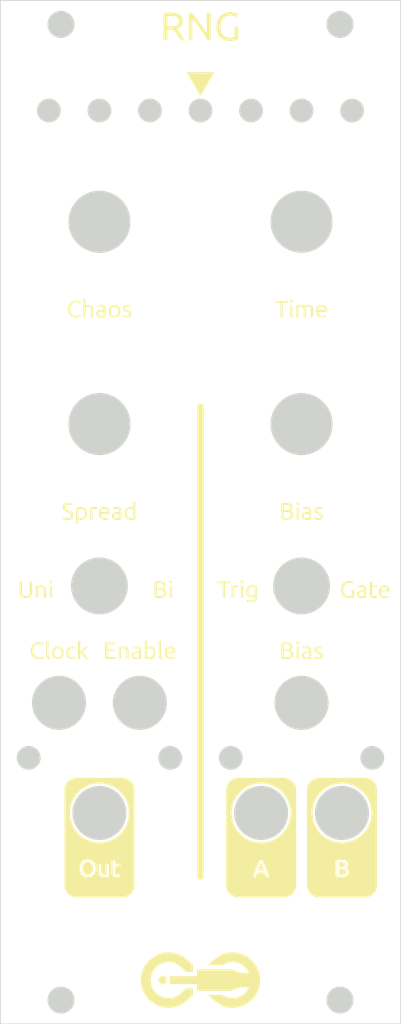
<source format=kicad_pcb>
(kicad_pcb (version 20221018) (generator pcbnew)
  (title_block (title "RNG Faceplate") (date "2023-04-23") (rev "v2.0") (company "FreeModular"))
  (layers (0 "F.Cu" signal) (31 "B.Cu" signal) (34 "B.Paste" user) (35 "F.Paste" user) (36 "B.SilkS" user "B.Silkscreen") (37 "F.SilkS" user "F.Silkscreen") (38 "B.Mask" user) (39 "F.Mask" user) (44 "Edge.Cuts" user))
  (net 0 "")
  (gr_poly (pts (xy 50.687652 99.141701) (xy 50.727121 99.14381) (xy 50.764902 99.147327) (xy 50.800996 99.152249) (xy 50.81841 99.155237) (xy 50.835402 99.158577) (xy 50.851972 99.162269) (xy 50.868121 99.166312) (xy 50.883847 99.170707) (xy 50.899152 99.175453) (xy 50.914035 99.18055) (xy 50.928496 99.185999) (xy 50.942933 99.191402) (xy 50.956996 99.197109) (xy 50.970683 99.203121) (xy 50.983996 99.209437) (xy 50.996933 99.216058) (xy 51.009496 99.222984) (xy 51.021683 99.230214) (xy 51.033496 99.23775) (xy 51.044933 99.24559) (xy 51.055996 99.253734) (xy 51.066683 99.262183) (xy 51.076996 99.270938) (xy 51.086933 99.279996) (xy 51.096496 99.28936) (xy 51.105683 99.299028) (xy 51.114496 99.309001) (xy 51.123332 99.318879) (xy 51.131839 99.329016) (xy 51.140019 99.33941) (xy 51.14787 99.350062) (xy 51.155394 99.360972) (xy 51.162589 99.37214) (xy 51.169456 99.383565) (xy 51.175995 99.395249) (xy 51.182206 99.40719) (xy 51.188089 99.41939) (xy 51.193644 99.431847) (xy 51.198871 99.444562) (xy 51.203769 99.457534) (xy 51.20834 99.470765) (xy 51.212582 99.484253) (xy 51.216496 99.498) (xy 51.223527 99.525375) (xy 51.229621 99.5535) (xy 51.234778 99.582375) (xy 51.238997 99.612) (xy 51.242278 99.642374) (xy 51.244622 99.673499) (xy 51.246028 99.705375) (xy 51.246497 99.738001) (xy 51.246497 100.713) (xy 51.202996 100.7205) (xy 51.144496 100.730998) (xy 51.111871 100.7355) (xy 51.076996 100.739999) (xy 51.039871 100.744498) (xy 51.000496 100.748995) (xy 50.959059 100.75331) (xy 50.915746 100.757248) (xy 50.870559 100.760812) (xy 50.823496 100.764002) (xy 50.800246 100.766111) (xy 50.776996 100.767938) (xy 50.753746 100.769484) (xy 50.730496 100.770749) (xy 50.707246 100.771733) (xy 50.683996 100.772435) (xy 50.660746 100.772857) (xy 50.637496 100.772997) (xy 50.604825 100.772576) (xy 50.572809 100.771311) (xy 50.54145 100.769202) (xy 50.510746 100.766249) (xy 50.4807 100.762453) (xy 50.451309 100.757812) (xy 50.422575 100.752327) (xy 50.394496 100.745997) (xy 50.380739 100.742505) (xy 50.367215 100.738779) (xy 50.353926 100.734818) (xy 50.340871 100.730623) (xy 50.328051 100.726194) (xy 50.315465 100.72153) (xy 50.303114 100.716632) (xy 50.290996 100.711499) (xy 50.279114 100.706132) (xy 50.267465 100.70053) (xy 50.256051 100.694694) (xy 50.244871 100.688623) (xy 50.233926 100.682319) (xy 50.223215 100.675779) (xy 50.212738 100.669006) (xy 50.202496 100.661997) (xy 50.192512 100.654357) (xy 50.182809 100.646435) (xy 50.173387 100.638232) (xy 50.164247 100.629748) (xy 50.155387 100.620982) (xy 50.146809 100.611936) (xy 50.138513 100.602608) (xy 50.130497 100.592999) (xy 50.122763 100.583109) (xy 50.11531 100.572937) (xy 50.108138 100.562484) (xy 50.101247 100.55175) (xy 50.094638 100.540734) (xy 50.088309 100.529437) (xy 50.082262 100.517859) (xy 50.076497 100.505999) (xy 50.071047 100.493846) (xy 50.06595 100.481389) (xy 50.061203 100.468627) (xy 50.056809 100.455561) (xy 50.052766 100.442189) (xy 50.049074 100.428514) (xy 50.045735 100.414533) (xy 50.042746 100.400248) (xy 50.04011 100.385658) (xy 50.037825 100.370764) (xy 50.035891 100.355565) (xy 50.034309 100.340061) (xy 50.033079 100.324252) (xy 50.0322 100.308138) (xy 50.031672 100.29172) (xy 50.031497 100.274996) (xy 50.031534 100.271998) (xy 50.313495 100.271998) (xy 50.31387 100.290396) (xy 50.314995 100.308091) (xy 50.31687 100.325083) (xy 50.319495 100.341372) (xy 50.32287 100.356958) (xy 50.326995 100.371841) (xy 50.33187 100.38602) (xy 50.337495 100.399497) (xy 50.34387 100.41227) (xy 50.350995 100.42434) (xy 50.35887 100.435708) (xy 50.367495 100.446372) (xy 50.37687 100.456333) (xy 50.386995 100.465591) (xy 50.39787 100.474145) (xy 50.409495 100.481997) (xy 50.421765 100.4889) (xy 50.434573 100.495357) (xy 50.447921 100.501369) (xy 50.461808 100.506935) (xy 50.476234 100.512056) (xy 50.491199 100.516732) (xy 50.506703 100.520962) (xy 50.522746 100.524747) (xy 50.539328 100.528087) (xy 50.556449 100.530981) (xy 50.574109 100.53343) (xy 50.592308 100.535434) (xy 50.611046 100.536993) (xy 50.630324 100.538106) (xy 50.65014 100.538774) (xy 50.670496 100.538996) (xy 50.718496 100.538809) (xy 50.763496 100.538247) (xy 50.805496 100.53731) (xy 50.844496 100.535998) (xy 50.863574 100.534405) (xy 50.881809 100.532624) (xy 50.899199 100.530655) (xy 50.915746 100.528498) (xy 50.931449 100.526154) (xy 50.946308 100.523623) (xy 50.960324 100.520905) (xy 50.973496 100.518) (xy 50.973496 100.052996) (xy 50.969594 100.051146) (xy 50.965386 100.049342) (xy 50.960875 100.047584) (xy 50.956058 100.045874) (xy 50.950937 100.04421) (xy 50.945512 100.042593) (xy 50.939781 100.041023) (xy 50.933746 100.0395) (xy 50.927406 100.038023) (xy 50.920762 100.036594) (xy 50.906559 100.033875) (xy 50.891137 100.031345) (xy 50.874496 100.029002) (xy 50.857527 100.026188) (xy 50.839621 100.02375) (xy 50.820777 100.021688) (xy 50.800996 100.02) (xy 50.780277 100.018688) (xy 50.758621 100.01775) (xy 50.736027 100.017188) (xy 50.712496 100.017001) (xy 50.696605 100.017141) (xy 50.680433 100.017563) (xy 50.66398 100.018266) (xy 50.647246 100.019249) (xy 50.63023 100.020514) (xy 50.612933 100.02206) (xy 50.595355 100.023888) (xy 50.577496 100.025996) (xy 50.560387 100.028575) (xy 50.543558 100.031811) (xy 50.527011 100.035702) (xy 50.510746 100.040249) (xy 50.494761 100.045453) (xy 50.486874 100.0483) (xy 50.479058 100.051312) (xy 50.471312 100.054487) (xy 50.463636 100.057826) (xy 50.456031 100.06133) (xy 50.448495 100.064997) (xy 50.441441 100.068467) (xy 50.434527 100.072124) (xy 50.427753 100.075968) (xy 50.42112 100.079999) (xy 50.414628 100.084218) (xy 50.408276 100.088624) (xy 50.402065 100.093218) (xy 50.395995 100.097999) (xy 50.390065 100.102968) (xy 50.384276 100.108124) (xy 50.378628 100.113467) (xy 50.37312 100.118999) (xy 50.367753 100.124718) (xy 50.362527 100.130624) (xy 50.357441 100.136718) (xy 50.352496 100.143) (xy 50.347773 100.149129) (xy 50.343355 100.155515) (xy 50.339241 100.162159) (xy 50.335433 100.169061) (xy 50.331929 100.176221) (xy 50.328729 100.183639) (xy 50.325835 100.191314) (xy 50.323245 100.199248) (xy 50.32096 100.207439) (xy 50.318979 100.215888) (xy 50.317304 100.224595) (xy 50.315933 100.23356) (xy 50.314866 100.242783) (xy 50.314105 100.252263) (xy 50.313648 100.262002) (xy 50.313495 100.271998) (xy 50.031534 100.271998) (xy 50.031696 100.259012) (xy 50.032293 100.243309) (xy 50.03329 100.227888) (xy 50.034684 100.212748) (xy 50.036477 100.197888) (xy 50.038669 100.183311) (xy 50.041258 100.169014) (xy 50.044247 100.154998) (xy 50.047633 100.141264) (xy 50.051419 100.127811) (xy 50.055602 100.114639) (xy 50.060184 100.101748) (xy 50.065165 100.089138) (xy 50.070544 100.07681) (xy 50.076321 100.064763) (xy 50.082497 100.052996) (xy 50.089388 100.041512) (xy 50.096559 100.03031) (xy 50.104012 100.019388) (xy 50.111747 100.008748) (xy 50.119762 99.998389) (xy 50.128059 99.988311) (xy 50.136637 99.978514) (xy 50.145497 99.968998) (xy 50.154637 99.959764) (xy 50.164059 99.950811) (xy 50.173762 99.94214) (xy 50.183747 99.933749) (xy 50.194012 99.925641) (xy 50.204559 99.917813) (xy 50.215387 99.910267) (xy 50.226496 99.903002) (xy 50.237864 99.895994) (xy 50.249465 99.88922) (xy 50.261301 99.882681) (xy 50.273372 99.876376) (xy 50.285676 99.870306) (xy 50.298216 99.864469) (xy 50.310989 99.858867) (xy 50.323997 99.8535) (xy 50.337239 99.848367) (xy 50.350716 99.843468) (xy 50.364427 99.838803) (xy 50.378372 99.834373) (xy 50.392552 99.830177) (xy 50.406966 99.826216) (xy 50.421614 99.822488) (xy 50.436497 99.818995) (xy 50.466685 99.812668) (xy 50.497247 99.807183) (xy 50.528185 99.802543) (xy 50.559497 99.798746) (xy 50.591184 99.795792) (xy 50.623247 99.793683) (xy 50.655684 99.792417) (xy 50.688496 99.791995) (xy 50.699043 99.792089) (xy 50.709684 99.792371) (xy 50.720418 99.79284) (xy 50.731246 99.793498) (xy 50.742168 99.794342) (xy 50.753184 99.795374) (xy 50.764293 99.796593) (xy 50.775496 99.797999) (xy 50.786652 99.798842) (xy 50.797621 99.799873) (xy 50.808403 99.801091) (xy 50.818997 99.802497) (xy 50.829403 99.804091) (xy 50.839622 99.805873) (xy 50.849653 99.807842) (xy 50.859497 99.81) (xy 50.879747 99.812998) (xy 50.898497 99.815998) (xy 50.915746 99.818998) (xy 50.931496 99.822001) (xy 50.945371 99.824812) (xy 50.956996 99.827248) (xy 50.966371 99.82931) (xy 50.973496 99.830996) (xy 50.973496 99.753001) (xy 50.973262 99.735796) (xy 50.972559 99.718686) (xy 50.971387 99.701669) (xy 50.969746 99.684747) (xy 50.967637 99.667919) (xy 50.965059 99.651185) (xy 50.962012 99.634545) (xy 50.958497 99.617999) (xy 50.956528 99.609444) (xy 50.954372 99.601031) (xy 50.952028 99.592757) (xy 50.949497 99.584625) (xy 50.946778 99.576633) (xy 50.943872 99.568781) (xy 50.940778 99.561071) (xy 50.937497 99.5535) (xy 50.934028 99.546071) (xy 50.930372 99.538781) (xy 50.926528 99.531633) (xy 50.922497 99.524625) (xy 50.918278 99.517758) (xy 50.913872 99.511031) (xy 50.909278 99.504445) (xy 50.904497 99.498) (xy 50.899505 99.491344) (xy 50.894278 99.484875) (xy 50.888817 99.478594) (xy 50.883122 99.4725) (xy 50.877192 99.466594) (xy 50.871028 99.460875) (xy 50.86463 99.455344) (xy 50.857997 99.45) (xy 50.85113 99.444844) (xy 50.844028 99.439875) (xy 50.836692 99.435094) (xy 50.829122 99.4305) (xy 50.821317 99.426094) (xy 50.813278 99.421875) (xy 50.805005 99.417844) (xy 50.796497 99.414) (xy 50.788083 99.410003) (xy 50.779341 99.406265) (xy 50.77027 99.402784) (xy 50.760872 99.399561) (xy 50.751145 99.396596) (xy 50.741091 99.393889) (xy 50.730708 99.39144) (xy 50.719997 99.389248) (xy 50.708958 99.387315) (xy 50.697591 99.385639) (xy 50.685895 99.384221) (xy 50.673872 99.383061) (xy 50.66152 99.382159) (xy 50.648841 99.381515) (xy 50.635833 99.381128) (xy 50.622497 99.380999) (xy 50.588513 99.381327) (xy 50.55556 99.382312) (xy 50.523638 99.383952) (xy 50.492747 99.386249) (xy 50.462888 99.389202) (xy 50.43406 99.392812) (xy 50.406263 99.397077) (xy 50.379497 99.401999) (xy 50.354794 99.406546) (xy 50.331685 99.411187) (xy 50.310169 99.415921) (xy 50.290247 99.420748) (xy 50.271919 99.42567) (xy 50.255184 99.430685) (xy 50.240044 99.435794) (xy 50.226497 99.440997) (xy 50.193497 99.209998) (xy 50.200528 99.20701) (xy 50.208122 99.204045) (xy 50.216278 99.201104) (xy 50.224997 99.198186) (xy 50.244122 99.192421) (xy 50.265497 99.186749) (xy 50.289122 99.181171) (xy 50.314997 99.175687) (xy 50.343122 99.170296) (xy 50.373498 99.165) (xy 50.405325 99.159374) (xy 50.43781 99.154498) (xy 50.47095 99.150373) (xy 50.504747 99.146998) (xy 50.5392 99.144372) (xy 50.57431 99.142497) (xy 50.610075 99.141372) (xy 50.646497 99.140997)) (fill solid) (layer "F.SilkS"))
  (gr_poly (pts (xy 57.407796 116.638692) (xy 57.445448 116.641013) (xy 57.481952 116.64488) (xy 57.517307 116.650294) (xy 57.551514 116.657255) (xy 57.584573 116.665763) (xy 57.616483 116.675818) (xy 57.647245 116.687419) (xy 57.676858 116.700568) (xy 57.705323 116.715263) (xy 57.73264 116.731505) (xy 57.758808 116.749294) (xy 57.783827 116.76863) (xy 57.807698 116.789512) (xy 57.830421 116.811941) (xy 57.851995 116.835917) (xy 57.872339 116.861101) (xy 57.89137 116.887903) (xy 57.909089 116.916321) (xy 57.925495 116.946357) (xy 57.940588 116.97801) (xy 57.95437 117.011279) (xy 57.966838 117.046166) (xy 57.977994 117.08267) (xy 57.987838 117.120791) (xy 57.996369 117.160529) (xy 58.003588 117.201884) (xy 58.009494 117.244856) (xy 58.014088 117.289446) (xy 58.017369 117.335652) (xy 58.019338 117.383476) (xy 58.019994 117.432917) (xy 58.019994 117.480921) (xy 58.019947 117.487624) (xy 58.019807 117.494232) (xy 58.019573 117.500747) (xy 58.019245 117.507168) (xy 58.018823 117.513496) (xy 58.018308 117.51973) (xy 58.017699 117.52587) (xy 58.016996 117.531916) (xy 56.948995 117.531916) (xy 56.951655 117.561835) (xy 56.955136 117.590839) (xy 56.959436 117.618929) (xy 56.964557 117.646105) (xy 56.970499 117.672367) (xy 56.97726 117.697715) (xy 56.984842 117.722149) (xy 56.993245 117.745669) (xy 57.002468 117.768275) (xy 57.012511 117.789966) (xy 57.023374 117.810744) (xy 57.035058 117.830607) (xy 57.047562 117.849556) (xy 57.060886 117.867591) (xy 57.075031 117.884713) (xy 57.089996 117.900919) (xy 57.10591 117.916177) (xy 57.122902 117.930451) (xy 57.140972 117.94374) (xy 57.16012 117.956044) (xy 57.180347 117.967365) (xy 57.201651 117.9777) (xy 57.224034 117.987052) (xy 57.247495 117.995419) (xy 57.272034 118.002802) (xy 57.297651 118.0092) (xy 57.324346 118.014614) (xy 57.35212 118.019044) (xy 57.380971 118.022489) (xy 57.410901 118.02495) (xy 57.441909 118.026427) (xy 57.473995 118.026919) (xy 57.509995 118.026544) (xy 57.544495 118.025418) (xy 57.577495 118.023543) (xy 57.608995 118.020917) (xy 57.638995 118.017542) (xy 57.667495 118.013417) (xy 57.694495 118.008542) (xy 57.719995 118.002917) (xy 57.744698 117.996215) (xy 57.767808 117.989606) (xy 57.789323 117.983091) (xy 57.809245 117.97667) (xy 57.827573 117.970342) (xy 57.844307 117.964109) (xy 57.859448 117.957968) (xy 57.872995 117.951922) (xy 57.911994 118.185916) (xy 57.905315 118.189303) (xy 57.898026 118.192714) (xy 57.890128 118.196148) (xy 57.88162 118.199606) (xy 57.872503 118.203087) (xy 57.862777 118.206591) (xy 57.841495 118.213669) (xy 57.817777 118.220842) (xy 57.79162 118.228108) (xy 57.763027 118.235468) (xy 57.731996 118.242922) (xy 57.699933 118.249953) (xy 57.666745 118.256046) (xy 57.632433 118.261202) (xy 57.596995 118.26542) (xy 57.560433 118.268702) (xy 57.522745 118.271046) (xy 57.483932 118.272452) (xy 57.443994 118.272921) (xy 57.393838 118.271983) (xy 57.345369 118.26917) (xy 57.321768 118.267061) (xy 57.298588 118.264482) (xy 57.27583 118.261435) (xy 57.253494 118.257919) (xy 57.23158 118.253934) (xy 57.210088 118.24948) (xy 57.189018 118.244558) (xy 57.168369 118.239167) (xy 57.148143 118.233307) (xy 57.128338 118.226979) (xy 57.108955 118.220182) (xy 57.089994 118.212916) (xy 57.071818 118.204865) (xy 57.054041 118.196463) (xy 57.036662 118.187709) (xy 57.019682 118.178604) (xy 57.0031 118.169147) (xy 56.986916 118.159338) (xy 56.971131 118.149178) (xy 56.955745 118.138667) (xy 56.940756 118.127804) (xy 56.926166 118.116589) (xy 56.911975 118.105023) (xy 56.898182 118.093105) (xy 56.884787 118.080836) (xy 56.871791 118.068215) (xy 56.859193 118.055242) (xy 56.846994 118.041918) (xy 56.835182 118.028266) (xy 56.823744 118.014309) (xy 56.812682 118.000048) (xy 56.801994 117.985482) (xy 56.791682 117.970611) (xy 56.781744 117.955435) (xy 56.772182 117.939955) (xy 56.762995 117.92417) (xy 56.754182 117.90808) (xy 56.745745 117.891686) (xy 56.737682 117.874987) (xy 56.729995 117.857983) (xy 56.722682 117.840675) (xy 56.715745 117.823062) (xy 56.709182 117.805144) (xy 56.702995 117.786921) (xy 56.692448 117.749) (xy 56.683307 117.710234) (xy 56.675573 117.670625) (xy 56.669245 117.630171) (xy 56.664323 117.588874) (xy 56.660807 117.546732) (xy 56.658698 117.503747) (xy 56.657995 117.459918) (xy 56.658932 117.409011) (xy 56.661745 117.359793) (xy 56.666432 117.312262) (xy 56.667136 117.306918) (xy 56.954996 117.306918) (xy 57.728994 117.306918) (xy 57.728971 117.283562) (xy 57.72815 117.260746) (xy 57.726533 117.238469) (xy 57.724119 117.216731) (xy 57.720909 117.195532) (xy 57.716901 117.174872) (xy 57.712096 117.154751) (xy 57.706495 117.13517) (xy 57.700096 117.116127) (xy 57.692901 117.097623) (xy 57.684909 117.079658) (xy 57.67612 117.062233) (xy 57.666534 117.045346) (xy 57.656151 117.028998) (xy 57.644972 117.013189) (xy 57.632995 116.99792) (xy 57.620702 116.983025) (xy 57.607823 116.969091) (xy 57.594358 116.956118) (xy 57.580307 116.944107) (xy 57.56567 116.933056) (xy 57.550448 116.922966) (xy 57.534639 116.913837) (xy 57.518245 116.905669) (xy 57.501264 116.898462) (xy 57.483698 116.892216) (xy 57.465546 116.88693) (xy 57.446807 116.882606) (xy 57.427483 116.879243) (xy 57.407573 116.87684) (xy 57.387077 116.875399) (xy 57.365995 116.874919) (xy 57.354077 116.875071) (xy 57.342323 116.875528) (xy 57.330734 116.87629) (xy 57.319308 116.877356) (xy 57.308046 116.878727) (xy 57.296948 116.880403) (xy 57.286015 116.882384) (xy 57.275245 116.884669) (xy 57.26464 116.887259) (xy 57.254198 116.890153) (xy 57.243921 116.893353) (xy 57.233808 116.896857) (xy 57.223858 116.900666) (xy 57.214073 116.904779) (xy 57.204452 116.909197) (xy 57.194995 116.91392) (xy 57.186077 116.918514) (xy 57.177323 116.923296) (xy 57.168734 116.928264) (xy 57.160308 116.933421) (xy 57.152046 116.938765) (xy 57.143948 116.944296) (xy 57.136014 116.950015) (xy 57.128245 116.955921) (xy 57.120639 116.962014) (xy 57.113198 116.968296) (xy 57.10592 116.974764) (xy 57.098807 116.98142) (xy 57.091858 116.988264) (xy 57.085073 116.995295) (xy 57.078451 117.002514) (xy 57.071994 117.009921) (xy 57.065701 117.017491) (xy 57.059572 117.025202) (xy 57.053608 117.033054) (xy 57.047807 117.041046) (xy 57.04217 117.049179) (xy 57.036698 117.057452) (xy 57.031389 117.065866) (xy 57.026245 117.074421) (xy 57.021264 117.083116) (xy 57.016448 117.091952) (xy 57.011796 117.100928) (xy 57.007307 117.110045) (xy 57.002983 117.119303) (xy 56.998823 117.128702) (xy 56.994827 117.138241) (xy 56.990995 117.147921) (xy 56.984526 117.167468) (xy 56.97862 117.187109) (xy 56.973276 117.206843) (xy 56.968495 117.22667) (xy 56.964276 117.246591) (xy 56.96062 117.266606) (xy 56.957526 117.286715) (xy 56.954996 117.306918) (xy 56.667136 117.306918) (xy 56.669479 117.28913) (xy 56.672995 117.266419) (xy 56.676979 117.24413) (xy 56.681432 117.222263) (xy 56.686354 117.200818) (xy 56.691745 117.179794) (xy 56.697604 117.159192) (xy 56.703932 117.139012) (xy 56.710729 117.119254) (xy 56.717994 117.099917) (xy 56.725647 117.080629) (xy 56.733604 117.061762) (xy 56.741866 117.043317) (xy 56.750432 117.025294) (xy 56.759303 117.007693) (xy 56.768479 116.990514) (xy 56.77796 116.973757) (xy 56.787745 116.957421) (xy 56.797835 116.941507) (xy 56.808229 116.926015) (xy 56.818928 116.910945) (xy 56.829932 116.896297) (xy 56.841241 116.88207) (xy 56.852854 116.868265) (xy 56.864772 116.854882) (xy 56.876995 116.841921) (xy 56.889487 116.82937) (xy 56.902213 116.817218) (xy 56.915174 116.805464) (xy 56.92837 116.794108) (xy 56.941799 116.783151) (xy 56.955463 116.772592) (xy 56.969362 116.762432) (xy 56.983495 116.75267) (xy 56.997862 116.743307) (xy 57.012464 116.734342) (xy 57.0273 116.725775) (xy 57.04237 116.717607) (xy 57.057675 116.709838) (xy 57.073214 116.702467) (xy 57.088987 116.695495) (xy 57.104995 116.688922) (xy 57.121143 116.682745) (xy 57.137339 116.676967) (xy 57.153581 116.671588) (xy 57.16987 116.666607) (xy 57.186206 116.662025) (xy 57.202588 116.657841) (xy 57.219018 116.654055) (xy 57.235495 116.650669) (xy 57.252018 116.64768) (xy 57.268589 116.645091) (xy 57.285206 116.642899) (xy 57.30187 116.641106) (xy 57.318581 116.639712) (xy 57.335339 116.638716) (xy 57.352144 116.638118) (xy 57.368995 116.637919)) (fill solid) (layer "F.SilkS"))
  (gr_poly (pts (xy 49.128302 99.141775) (xy 49.165954 99.144095) (xy 49.202458 99.147962) (xy 49.237814 99.153376) (xy 49.272021 99.160337) (xy 49.30508 99.168844) (xy 49.33699 99.178899) (xy 49.367751 99.1905) (xy 49.397365 99.203649) (xy 49.42583 99.218344) (xy 49.453146 99.234586) (xy 49.479314 99.252375) (xy 49.504334 99.27171) (xy 49.528205 99.292593) (xy 49.550927 99.315023) (xy 49.572502 99.338999) (xy 49.592845 99.364183) (xy 49.611877 99.390984) (xy 49.629595 99.419402) (xy 49.646002 99.449438) (xy 49.661095 99.48109) (xy 49.674877 99.51436) (xy 49.687345 99.549247) (xy 49.698502 99.585751) (xy 49.708345 99.623872) (xy 49.716877 99.66361) (xy 49.724095 99.704965) (xy 49.730002 99.747938) (xy 49.734596 99.792528) (xy 49.737877 99.838735) (xy 49.739846 99.886558) (xy 49.740502 99.935999) (xy 49.740502 99.983996) (xy 49.740455 99.990701) (xy 49.740314 99.997311) (xy 49.74008 100.003828) (xy 49.739752 100.01025) (xy 49.73933 100.016578) (xy 49.738814 100.022812) (xy 49.738205 100.028952) (xy 49.737502 100.034998) (xy 48.669501 100.034998) (xy 48.672161 100.064917) (xy 48.675641 100.093921) (xy 48.679942 100.122011) (xy 48.685063 100.149188) (xy 48.691005 100.17545) (xy 48.697767 100.200798) (xy 48.705349 100.225231) (xy 48.713751 100.248751) (xy 48.722974 100.271357) (xy 48.733017 100.293048) (xy 48.74388 100.313826) (xy 48.755564 100.333689) (xy 48.768068 100.352639) (xy 48.781392 100.370674) (xy 48.795537 100.387795) (xy 48.810502 100.404002) (xy 48.826416 100.41926) (xy 48.843408 100.433533) (xy 48.861478 100.446822) (xy 48.880627 100.459127) (xy 48.900853 100.470447) (xy 48.922158 100.480783) (xy 48.944541 100.490134) (xy 48.968002 100.498501) (xy 48.992541 100.505884) (xy 49.018158 100.512283) (xy 49.044853 100.517697) (xy 49.072627 100.522126) (xy 49.101478 100.525572) (xy 49.131408 100.528032) (xy 49.162416 100.529509) (xy 49.194501 100.530001) (xy 49.230502 100.529626) (xy 49.265002 100.528501) (xy 49.298002 100.526625) (xy 49.329502 100.524) (xy 49.359502 100.520624) (xy 49.388002 100.516499) (xy 49.415002 100.511624) (xy 49.440502 100.505999) (xy 49.465205 100.499297) (xy 49.488314 100.492687) (xy 49.50983 100.486171) (xy 49.529751 100.479748) (xy 49.54808 100.473419) (xy 49.564814 100.467184) (xy 49.579955 100.461043) (xy 49.593502 100.454997) (xy 49.632502 100.688998) (xy 49.625822 100.692385) (xy 49.618533 100.695796) (xy 49.610635 100.69923) (xy 49.602127 100.702688) (xy 49.59301 100.706169) (xy 49.583283 100.709673) (xy 49.562002 100.716751) (xy 49.538283 100.723922) (xy 49.512127 100.731187) (xy 49.483533 100.738545) (xy 49.452502 100.745997) (xy 49.420439 100.75303) (xy 49.387252 100.759125) (xy 49.352939 100.764282) (xy 49.317502 100.768502) (xy 49.280939 100.771784) (xy 49.243252 100.774128) (xy 49.204439 100.775535) (xy 49.164502 100.776003) (xy 49.114346 100.775066) (xy 49.065877 100.772253) (xy 49.042275 100.770143) (xy 49.019096 100.767565) (xy 48.996338 100.764517) (xy 48.974002 100.761001) (xy 48.952088 100.757016) (xy 48.930596 100.752563) (xy 48.909525 100.74764) (xy 48.888877 100.742249) (xy 48.86865 100.73639) (xy 48.848845 100.730061) (xy 48.829463 100.723264) (xy 48.810502 100.715998) (xy 48.792326 100.707947) (xy 48.774549 100.699545) (xy 48.75717 100.690791) (xy 48.740189 100.681686) (xy 48.723607 100.672229) (xy 48.707424 100.662421) (xy 48.691639 100.652261) (xy 48.676252 100.641749) (xy 48.661263 100.630886) (xy 48.646674 100.619671) (xy 48.632482 100.608105) (xy 48.618689 100.596187) (xy 48.605295 100.583918) (xy 48.592298 100.571297) (xy 48.579701 100.558325) (xy 48.567502 100.545001) (xy 48.555689 100.531349) (xy 48.544252 100.517392) (xy 48.533189 100.50313) (xy 48.522502 100.488564) (xy 48.512189 100.473693) (xy 48.502252 100.458517) (xy 48.492689 100.443037) (xy 48.483502 100.427251) (xy 48.474689 100.411161) (xy 48.466252 100.394766) (xy 48.458189 100.378067) (xy 48.450502 100.361062) (xy 48.443189 100.343753) (xy 48.436252 100.326139) (xy 48.429689 100.30822) (xy 48.423502 100.289996) (xy 48.412955 100.252074) (xy 48.403814 100.213309) (xy 48.39608 100.1737) (xy 48.389752 100.133247) (xy 48.38483 100.09195) (xy 48.381314 100.04981) (xy 48.379205 100.006827) (xy 48.378501 99.963) (xy 48.379439 99.912093) (xy 48.382252 99.862874) (xy 48.386939 99.815343) (xy 48.387643 99.81) (xy 48.675501 99.81) (xy 49.449502 99.81) (xy 49.449478 99.786645) (xy 49.448658 99.763828) (xy 49.447041 99.741551) (xy 49.444627 99.719812) (xy 49.441416 99.698613) (xy 49.437408 99.677952) (xy 49.432603 99.657831) (xy 49.427002 99.638249) (xy 49.420603 99.619205) (xy 49.413408 99.600701) (xy 49.405416 99.582736) (xy 49.396627 99.56531) (xy 49.387041 99.548423) (xy 49.376658 99.532076) (xy 49.365478 99.516267) (xy 49.353502 99.500998) (xy 49.341209 99.486104) (xy 49.32833 99.472171) (xy 49.314865 99.459199) (xy 49.300814 99.447187) (xy 49.286178 99.436137) (xy 49.270955 99.426047) (xy 49.255146 99.416918) (xy 49.238752 99.408751) (xy 49.221771 99.401544) (xy 49.204205 99.395298) (xy 49.186053 99.390013) (xy 49.167314 99.385688) (xy 49.14799 99.382325) (xy 49.12808 99.379923) (xy 49.107584 99.378481) (xy 49.086502 99.378001) (xy 49.074584 99.378153) (xy 49.06283 99.37861) (xy 49.05124 99.379372) (xy 49.039814 99.380438) (xy 49.028552 99.381809) (xy 49.017455 99.383485) (xy 49.006521 99.385466) (xy 48.995751 99.387751) (xy 48.985146 99.39034) (xy 48.974704 99.393235) (xy 48.964427 99.396434) (xy 48.954314 99.399938) (xy 48.944365 99.403746) (xy 48.934579 99.407859) (xy 48.924958 99.412276) (xy 48.915501 99.416998) (xy 48.906583 99.421593) (xy 48.897829 99.426374) (xy 48.88924 99.431343) (xy 48.880814 99.436499) (xy 48.872552 99.441843) (xy 48.864455 99.447374) (xy 48.856521 99.453093) (xy 48.848752 99.458999) (xy 48.841146 99.465093) (xy 48.833705 99.471374) (xy 48.826427 99.477843) (xy 48.819314 99.484499) (xy 48.812365 99.491343) (xy 48.80558 99.498374) (xy 48.798959 99.505593) (xy 48.792502 99.512999) (xy 48.786209 99.52057) (xy 48.78008 99.528281) (xy 48.774115 99.536132) (xy 48.768314 99.544125) (xy 48.762678 99.552258) (xy 48.757205 99.560532) (xy 48.751896 99.568946) (xy 48.746752 99.577501) (xy 48.741771 99.586196) (xy 48.736955 99.595033) (xy 48.732303 99.60401) (xy 48.727814 99.613127) (xy 48.72349 99.622385) (xy 48.71933 99.631784) (xy 48.715334 99.641323) (xy 48.711502 99.651003) (xy 48.705033 99.670548) (xy 48.699127 99.690188) (xy 48.693783 99.709921) (xy 48.689002 99.729749) (xy 48.684783 99.749671) (xy 48.681127 99.769687) (xy 48.678033 99.789797) (xy 48.675501 99.81) (xy 48.387643 99.81) (xy 48.389986 99.79221) (xy 48.393502 99.769498) (xy 48.397486 99.747209) (xy 48.401939 99.725342) (xy 48.406861 99.703897) (xy 48.412252 99.682873) (xy 48.418111 99.662272) (xy 48.424439 99.642092) (xy 48.431236 99.622335) (xy 48.438502 99.602999) (xy 48.446154 99.58371) (xy 48.454111 99.564843) (xy 48.462373 99.546398) (xy 48.470939 99.528374) (xy 48.47981 99.510773) (xy 48.488986 99.493593) (xy 48.498466 99.476836) (xy 48.508252 99.4605) (xy 48.518341 99.444586) (xy 48.528736 99.429094) (xy 48.539435 99.414023) (xy 48.550439 99.399375) (xy 48.561747 99.385149) (xy 48.573361 99.371344) (xy 48.585279 99.357961) (xy 48.597501 99.345) (xy 48.609993 99.332449) (xy 48.62272 99.320297) (xy 48.635681 99.308543) (xy 48.648876 99.297187) (xy 48.662306 99.28623) (xy 48.67597 99.275672) (xy 48.689869 99.265511) (xy 48.704001 99.25575) (xy 48.718369 99.246387) (xy 48.73297 99.237422) (xy 48.747806 99.228855) (xy 48.762876 99.220688) (xy 48.778181 99.212918) (xy 48.79372 99.205547) (xy 48.809493 99.198574) (xy 48.825501 99.192) (xy 48.84165 99.185824) (xy 48.857845 99.180047) (xy 48.874087 99.174668) (xy 48.890376 99.169688) (xy 48.906712 99.165106) (xy 48.923095 99.160922) (xy 48.939525 99.157137) (xy 48.956001 99.15375) (xy 48.972525 99.150762) (xy 48.989095 99.148173) (xy 49.005712 99.145981) (xy 49.022376 99.144189) (xy 49.039087 99.142794) (xy 49.055845 99.141798) (xy 49.072649 99.1412) (xy 49.089501 99.141001)) (fill solid) (layer "F.SilkS"))
  (gr_poly (pts (xy 48.704657 73.741703) (xy 48.744126 73.743813) (xy 48.781907 73.747329) (xy 48.818001 73.752251) (xy 48.835415 73.75524) (xy 48.852407 73.75858) (xy 48.868978 73.762271) (xy 48.885126 73.766314) (xy 48.900853 73.770709) (xy 48.916157 73.775455) (xy 48.93104 73.780553) (xy 48.945501 73.786002) (xy 48.959938 73.791404) (xy 48.974001 73.797111) (xy 48.987688 73.803123) (xy 49.001001 73.809439) (xy 49.013938 73.81606) (xy 49.026501 73.822986) (xy 49.038688 73.830217) (xy 49.050501 73.837752) (xy 49.061939 73.845592) (xy 49.073001 73.853736) (xy 49.083688 73.862186) (xy 49.094001 73.87094) (xy 49.103938 73.879999) (xy 49.113501 73.889362) (xy 49.122688 73.89903) (xy 49.131501 73.909003) (xy 49.140337 73.918881) (xy 49.148845 73.929018) (xy 49.157024 73.939412) (xy 49.164876 73.950064) (xy 49.172399 73.960974) (xy 49.179595 73.972142) (xy 49.186462 73.983568) (xy 49.193001 73.995251) (xy 49.199212 74.007193) (xy 49.205095 74.019392) (xy 49.21065 74.031849) (xy 49.215876 74.044564) (xy 49.220775 74.057537) (xy 49.225345 74.070767) (xy 49.229587 74.084256) (xy 49.233501 74.098002) (xy 49.240532 74.125377) (xy 49.246626 74.153501) (xy 49.251782 74.182376) (xy 49.256001 74.212001) (xy 49.259282 74.242376) (xy 49.261626 74.273501) (xy 49.263032 74.305376) (xy 49.263501 74.338) (xy 49.263501 75.313002) (xy 49.220001 75.3205) (xy 49.161501 75.331) (xy 49.128876 75.3355) (xy 49.094001 75.340001) (xy 49.056876 75.344501) (xy 49.017501 75.349001) (xy 48.976064 75.353314) (xy 48.932751 75.357252) (xy 48.887564 75.360814) (xy 48.840501 75.364001) (xy 48.817251 75.36611) (xy 48.794001 75.367938) (xy 48.770751 75.369485) (xy 48.747501 75.37075) (xy 48.724251 75.371735) (xy 48.701001 75.372437) (xy 48.677751 75.372859) (xy 48.654501 75.373) (xy 48.621829 75.372578) (xy 48.589814 75.371312) (xy 48.558454 75.369203) (xy 48.527751 75.366251) (xy 48.497704 75.362454) (xy 48.468314 75.357814) (xy 48.439579 75.35233) (xy 48.411501 75.346003) (xy 48.397744 75.342511) (xy 48.38422 75.338784) (xy 48.370931 75.334823) (xy 48.357876 75.330627) (xy 48.345056 75.326197) (xy 48.33247 75.321533) (xy 48.320118 75.316635) (xy 48.308001 75.311502) (xy 48.296118 75.306134) (xy 48.28447 75.300532) (xy 48.273056 75.294696) (xy 48.261876 75.288626) (xy 48.250931 75.282321) (xy 48.24022 75.275782) (xy 48.229743 75.269008) (xy 48.219501 75.262) (xy 48.209517 75.25436) (xy 48.199814 75.246438) (xy 48.190392 75.238235) (xy 48.181251 75.229751) (xy 48.172392 75.220986) (xy 48.163814 75.211939) (xy 48.155517 75.202611) (xy 48.147501 75.193001) (xy 48.139767 75.183111) (xy 48.132314 75.172939) (xy 48.125142 75.162486) (xy 48.118251 75.151751) (xy 48.111642 75.140736) (xy 48.105313 75.129439) (xy 48.099266 75.117861) (xy 48.093501 75.106001) (xy 48.088051 75.093849) (xy 48.082954 75.081392) (xy 48.078208 75.06863) (xy 48.073813 75.055564) (xy 48.06977 75.042193) (xy 48.066079 75.028517) (xy 48.062739 75.014536) (xy 48.059751 75.000251) (xy 48.057114 74.985661) (xy 48.054829 74.970766) (xy 48.052895 74.955567) (xy 48.051313 74.940063) (xy 48.050083 74.924255) (xy 48.049204 74.908142) (xy 48.048676 74.891724) (xy 48.048501 74.875002) (xy 48.048538 74.872) (xy 48.330501 74.872) (xy 48.330876 74.890399) (xy 48.332001 74.908095) (xy 48.333876 74.925087) (xy 48.336501 74.941377) (xy 48.339876 74.956963) (xy 48.344001 74.971846) (xy 48.348876 74.986026) (xy 48.354501 74.999502) (xy 48.360876 75.012276) (xy 48.368001 75.024346) (xy 48.375876 75.035713) (xy 48.384501 75.046378) (xy 48.393876 75.056339) (xy 48.404001 75.065597) (xy 48.414876 75.074151) (xy 48.426501 75.082003) (xy 48.43877 75.088905) (xy 48.451579 75.095362) (xy 48.464927 75.101374) (xy 48.478813 75.10694) (xy 48.493239 75.112061) (xy 48.508204 75.116737) (xy 48.523708 75.120967) (xy 48.539751 75.124752) (xy 48.556333 75.128092) (xy 48.573454 75.130987) (xy 48.591114 75.133436) (xy 48.609313 75.13544) (xy 48.628051 75.136998) (xy 48.647329 75.138112) (xy 48.667145 75.13878) (xy 48.6875 75.139002) (xy 48.735501 75.138815) (xy 48.780501 75.138252) (xy 48.822501 75.137314) (xy 48.861501 75.136) (xy 48.880579 75.134407) (xy 48.898814 75.132626) (xy 48.916204 75.130658) (xy 48.932751 75.128502) (xy 48.948454 75.126158) (xy 48.963314 75.123627) (xy 48.977329 75.120909) (xy 48.990501 75.118002) (xy 48.990501 74.653002) (xy 48.986599 74.65115) (xy 48.982392 74.649345) (xy 48.97788 74.647587) (xy 48.973064 74.645876) (xy 48.967942 74.644212) (xy 48.962517 74.642595) (xy 48.956786 74.641024) (xy 48.950751 74.639501) (xy 48.944411 74.638024) (xy 48.937767 74.636594) (xy 48.923563 74.633875) (xy 48.908141 74.631344) (xy 48.891501 74.629) (xy 48.874532 74.626188) (xy 48.856626 74.623751) (xy 48.837782 74.621689) (xy 48.818001 74.620002) (xy 48.797283 74.61869) (xy 48.775626 74.617753) (xy 48.753033 74.61719) (xy 48.729501 74.617003) (xy 48.71361 74.617144) (xy 48.697438 74.617565) (xy 48.680985 74.618268) (xy 48.664251 74.619252) (xy 48.647235 74.620518) (xy 48.629939 74.622064) (xy 48.61236 74.623892) (xy 48.594501 74.626002) (xy 48.577392 74.62858) (xy 48.560563 74.631815) (xy 48.544017 74.635706) (xy 48.527751 74.640253) (xy 48.511767 74.645456) (xy 48.50388 74.648304) (xy 48.496064 74.651316) (xy 48.488318 74.654491) (xy 48.480642 74.657831) (xy 48.473036 74.661335) (xy 48.465501 74.665003) (xy 48.458447 74.668472) (xy 48.451533 74.672128) (xy 48.444759 74.675971) (xy 48.438126 74.680002) (xy 48.431634 74.684221) (xy 48.425282 74.688627) (xy 48.419071 74.693221) (xy 48.413001 74.698002) (xy 48.407071 74.702971) (xy 48.401282 74.708127) (xy 48.395634 74.713471) (xy 48.390126 74.719002) (xy 48.384759 74.724721) (xy 48.379533 74.730627) (xy 48.374447 74.736721) (xy 48.369502 74.743002) (xy 48.364779 74.749131) (xy 48.360361 74.755517) (xy 48.356247 74.762162) (xy 48.352439 74.769064) (xy 48.348935 74.776224) (xy 48.345735 74.783642) (xy 48.342841 74.791318) (xy 48.340251 74.799252) (xy 48.337966 74.807443) (xy 48.335985 74.815892) (xy 48.33431 74.824599) (xy 48.332939 74.833564) (xy 48.331872 74.842787) (xy 48.33111 74.852267) (xy 48.330653 74.862005) (xy 48.330501 74.872) (xy 48.048538 74.872) (xy 48.0487 74.859018) (xy 48.049297 74.843314) (xy 48.050294 74.827892) (xy 48.051688 74.812751) (xy 48.053481 74.797892) (xy 48.055673 74.783314) (xy 48.058262 74.769017) (xy 48.061251 74.755002) (xy 48.064637 74.741267) (xy 48.068423 74.727814) (xy 48.072606 74.714643) (xy 48.077188 74.701752) (xy 48.082169 74.689143) (xy 48.087548 74.676815) (xy 48.093325 74.664768) (xy 48.099501 74.653002) (xy 48.106392 74.641518) (xy 48.113564 74.630315) (xy 48.121017 74.619393) (xy 48.128751 74.608752) (xy 48.136767 74.598393) (xy 48.145064 74.588315) (xy 48.153642 74.578518) (xy 48.162501 74.569002) (xy 48.171642 74.559768) (xy 48.181064 74.550815) (xy 48.190767 74.542143) (xy 48.200751 74.533752) (xy 48.211017 74.525642) (xy 48.221564 74.517814) (xy 48.232392 74.510267) (xy 48.243501 74.503001) (xy 48.254868 74.495993) (xy 48.26647 74.48922) (xy 48.278306 74.482681) (xy 48.290376 74.476376) (xy 48.302681 74.470306) (xy 48.31522 74.46447) (xy 48.327994 74.458868) (xy 48.341001 74.453501) (xy 48.354244 74.448368) (xy 48.36772 74.443469) (xy 48.381431 74.438805) (xy 48.395376 74.434375) (xy 48.409556 74.43018) (xy 48.42397 74.426219) (xy 48.438618 74.422493) (xy 48.453501 74.419001) (xy 48.483689 74.412673) (xy 48.514251 74.407188) (xy 48.545189 74.402547) (xy 48.576501 74.39875) (xy 48.608188 74.395797) (xy 48.640251 74.393688) (xy 48.672689 74.392423) (xy 48.705501 74.392001) (xy 48.716048 74.392094) (xy 48.726689 74.392376) (xy 48.737423 74.392844) (xy 48.748251 74.3935) (xy 48.759173 74.394344) (xy 48.770189 74.395375) (xy 48.781298 74.396595) (xy 48.792501 74.398001) (xy 48.803657 74.398845) (xy 48.814626 74.399876) (xy 48.825407 74.401095) (xy 48.836001 74.402501) (xy 48.846408 74.404095) (xy 48.856626 74.405877) (xy 48.866658 74.407846) (xy 48.876502 74.410002) (xy 48.896752 74.413001) (xy 48.915501 74.416001) (xy 48.932751 74.419001) (xy 48.948501 74.422) (xy 48.962376 74.424813) (xy 48.974002 74.42725) (xy 48.983377 74.429313) (xy 48.990502 74.431002) (xy 48.990502 74.352999) (xy 48.990267 74.335797) (xy 48.989564 74.318688) (xy 48.988392 74.301672) (xy 48.986751 74.284751) (xy 48.984642 74.267922) (xy 48.982064 74.251188) (xy 48.979017 74.234547) (xy 48.975502 74.218001) (xy 48.973533 74.209446) (xy 48.971376 74.201032) (xy 48.969033 74.192758) (xy 48.966501 74.184626) (xy 48.963783 74.176633) (xy 48.960876 74.168782) (xy 48.957782 74.161071) (xy 48.954501 74.153501) (xy 48.951032 74.146072) (xy 48.947376 74.138783) (xy 48.943532 74.131634) (xy 48.939501 74.124627) (xy 48.935283 74.11776) (xy 48.930876 74.111033) (xy 48.926283 74.104447) (xy 48.921502 74.098002) (xy 48.916509 74.091346) (xy 48.911283 74.084877) (xy 48.905822 74.078596) (xy 48.900127 74.072502) (xy 48.894197 74.066596) (xy 48.888033 74.060878) (xy 48.881634 74.055346) (xy 48.875002 74.050003) (xy 48.868134 74.044846) (xy 48.861033 74.039878) (xy 48.853697 74.035096) (xy 48.846127 74.030503) (xy 48.838322 74.026096) (xy 48.830283 74.021878) (xy 48.82201 74.017846) (xy 48.813502 74.014002) (xy 48.805088 74.010006) (xy 48.796345 74.006267) (xy 48.787275 74.002786) (xy 48.777877 73.999563) (xy 48.76815 73.996598) (xy 48.758095 73.993891) (xy 48.747712 73.991442) (xy 48.737001 73.989251) (xy 48.725962 73.987317) (xy 48.714595 73.985642) (xy 48.7029 73.984224) (xy 48.690876 73.983064) (xy 48.678525 73.982161) (xy 48.665845 73.981517) (xy 48.652837 73.98113) (xy 48.639501 73.981001) (xy 48.605517 73.98133) (xy 48.572564 73.982314) (xy 48.540642 73.983955) (xy 48.509751 73.986251) (xy 48.479892 73.989205) (xy 48.451064 73.992814) (xy 48.423267 73.997079) (xy 48.396501 74.002001) (xy 48.371798 74.006548) (xy 48.348689 74.011189) (xy 48.327173 74.015923) (xy 48.307251 74.020751) (xy 48.288923 74.025673) (xy 48.272189 74.030689) (xy 48.257048 74.035799) (xy 48.243501 74.041003) (xy 48.210501 73.81) (xy 48.217533 73.807012) (xy 48.225126 73.804047) (xy 48.233283 73.801106) (xy 48.242001 73.798188) (xy 48.261126 73.792423) (xy 48.282501 73.786751) (xy 48.306126 73.781173) (xy 48.332001 73.775689) (xy 48.360126 73.770299) (xy 48.390502 73.765002) (xy 48.42233 73.759376) (xy 48.454814 73.7545) (xy 48.487954 73.750375) (xy 48.521751 73.747) (xy 48.556204 73.744375) (xy 48.591314 73.7425) (xy 48.627079 73.741375) (xy 48.663501 73.741)) (fill solid) (layer "F.SilkS"))
  (gr_poly (pts (xy 78.937415 144.594434) (xy 78.967837 144.595287) (xy 78.997527 144.596707) (xy 79.026478 144.598692) (xy 79.054678 144.60124) (xy 79.082119 144.604349) (xy 79.10879 144.608019) (xy 79.134681 144.612246) (xy 79.147311 144.614588) (xy 79.159698 144.617117) (xy 79.171845 144.619832) (xy 79.183751 144.622735) (xy 79.195419 144.625824) (xy 79.20685 144.629101) (xy 79.218043 144.632564) (xy 79.229002 144.636216) (xy 79.239725 144.640055) (xy 79.250216 144.644081) (xy 79.260474 144.648296) (xy 79.270501 144.652698) (xy 79.280298 144.657289) (xy 79.289866 144.662067) (xy 79.299206 144.667035) (xy 79.308319 144.67219) (xy 79.317555 144.677553) (xy 79.326515 144.683143) (xy 79.335196 144.688963) (xy 79.3436 144.695012) (xy 79.351724 144.701293) (xy 79.359569 144.707805) (xy 79.367134 144.71455) (xy 79.374419 144.721529) (xy 79.381422 144.728742) (xy 79.388144 144.73619) (xy 79.394583 144.743875) (xy 79.400739 144.751797) (xy 79.406612 144.759957) (xy 79.4122 144.768357) (xy 79.417504 144.776996) (xy 79.422523 144.785876) (xy 79.427244 144.794631) (xy 79.431655 144.803645) (xy 79.435756 144.812918) (xy 79.43955 144.822448) (xy 79.443035 144.832238) (xy 79.446214 144.842285) (xy 79.449086 144.85259) (xy 79.451654 144.863153) (xy 79.453916 144.873974) (xy 79.455874 144.885052) (xy 79.457529 144.896388) (xy 79.458881 144.907982) (xy 79.459932 144.919832) (xy 79.460682 144.93194) (xy 79.461131 144.944305) (xy 79.46128 144.956927) (xy 79.461072 144.971025) (xy 79.460448 144.984822) (xy 79.459406 144.998317) (xy 79.457946 145.011509) (xy 79.456067 145.024398) (xy 79.453768 145.036984) (xy 79.451049 145.049266) (xy 79.447909 145.061244) (xy 79.444348 145.072916) (xy 79.440363 145.084284) (xy 79.435955 145.095347) (xy 79.431123 145.106103) (xy 79.425866 145.116553) (xy 79.420184 145.126696) (xy 79.414075 145.136531) (xy 79.407539 145.14606) (xy 79.401023 145.155304) (xy 79.394227 145.164286) (xy 79.38715 145.173006) (xy 79.379792 145.181466) (xy 79.372153 145.189665) (xy 79.364233 145.197604) (xy 79.356032 145.205284) (xy 79.347549 145.212706) (xy 79.338786 145.21987) (xy 79.329741 145.226777) (xy 79.320415 145.233427) (xy 79.310807 145.239821) (xy 79.300918 145.24596) (xy 79.290747 145.251844) (xy 79.280295 145.257474) (xy 79.269561 145.26285) (xy 79.247338 145.272995) (xy 79.224168 145.28242) (xy 79.200055 145.291117) (xy 79.175001 145.299076) (xy 79.14901 145.306285) (xy 79.122084 145.312734) (xy 79.094227 145.318414) (xy 79.065441 145.323313) (xy 79.036711 145.326822) (xy 79.007522 145.329863) (xy 78.977869 145.332437) (xy 78.947751 145.334544) (xy 78.917164 145.336182) (xy 78.886105 145.337353) (xy 78.854573 145.338056) (xy 78.822563 145.33829) (xy 78.699573 145.33829) (xy 78.674835 145.336783) (xy 78.651615 145.335244) (xy 78.629894 145.333679) (xy 78.609653 145.332095) (xy 78.587897 145.330588) (xy 78.567634 145.32905) (xy 78.548873 145.327487) (xy 78.531623 145.325907) (xy 78.531623 144.594164) (xy 78.906272 144.594149)) (fill solid) (layer "F.SilkS"))
  (gr_poly (pts (xy 46.047991 117.33092) (xy 46.206991 117.171916) (xy 46.250303 117.128229) (xy 46.293241 117.084168) (xy 46.335804 117.039732) (xy 46.377991 116.994921) (xy 46.536991 116.823916) (xy 46.573178 116.783229) (xy 46.606741 116.745168) (xy 46.637679 116.709732) (xy 46.665991 116.67692) (xy 46.992991 116.67692) (xy 46.92099 116.755667) (xy 46.84299 116.841921) (xy 46.802116 116.887107) (xy 46.760491 116.932668) (xy 46.718115 116.978606) (xy 46.67499 117.02492) (xy 46.49799 117.207919) (xy 46.332991 117.378916) (xy 46.355632 117.396684) (xy 46.378553 117.415482) (xy 46.401757 117.435311) (xy 46.425241 117.456171) (xy 46.449007 117.478062) (xy 46.473054 117.500984) (xy 46.497382 117.524937) (xy 46.521991 117.549922) (xy 46.547397 117.575703) (xy 46.572616 117.602047) (xy 46.597647 117.628953) (xy 46.622491 117.656421) (xy 46.647147 117.684452) (xy 46.671616 117.713046) (xy 46.695897 117.742202) (xy 46.719991 117.771922) (xy 46.744554 117.801264) (xy 46.768741 117.830794) (xy 46.792554 117.860513) (xy 46.815991 117.890419) (xy 46.839053 117.920512) (xy 46.861741 117.950794) (xy 46.884053 117.981263) (xy 46.905991 118.01192) (xy 46.927319 118.041686) (xy 46.947803 118.070983) (xy 46.967444 118.099811) (xy 46.986241 118.12817) (xy 47.004194 118.15606) (xy 47.021304 118.183481) (xy 47.03757 118.210434) (xy 47.052991 118.236918) (xy 46.725991 118.236918) (xy 46.709913 118.210621) (xy 46.693178 118.184231) (xy 46.675788 118.157747) (xy 46.657741 118.131169) (xy 46.639038 118.104497) (xy 46.619679 118.077732) (xy 46.599663 118.050873) (xy 46.578991 118.023921) (xy 46.558601 117.996359) (xy 46.537929 117.969171) (xy 46.516975 117.942358) (xy 46.495741 117.91592) (xy 46.474225 117.889857) (xy 46.452429 117.864169) (xy 46.43035 117.838857) (xy 46.407991 117.813922) (xy 46.385444 117.788702) (xy 46.362804 117.764045) (xy 46.34007 117.739951) (xy 46.317241 117.716419) (xy 46.29432 117.693449) (xy 46.271304 117.671042) (xy 46.248195 117.649198) (xy 46.224991 117.627917) (xy 46.201882 117.607339) (xy 46.179054 117.587605) (xy 46.156507 117.568715) (xy 46.134241 117.550668) (xy 46.112257 117.533465) (xy 46.090554 117.517106) (xy 46.069132 117.50159) (xy 46.047991 117.486918) (xy 46.047991 118.236918) (xy 45.768991 118.236918) (xy 45.768991 115.956919) (xy 46.047991 115.908923)) (fill solid) (layer "F.SilkS"))
  (gr_poly (pts (xy 76.058495 99.141142) (xy 76.074995 99.141564) (xy 76.091495 99.142266) (xy 76.107996 99.143251) (xy 76.124496 99.144516) (xy 76.140996 99.146063) (xy 76.157496 99.147891) (xy 76.173996 99.15) (xy 76.190354 99.151593) (xy 76.206432 99.153374) (xy 76.222229 99.155342) (xy 76.237745 99.157498) (xy 76.252979 99.159842) (xy 76.267933 99.162373) (xy 76.282605 99.165092) (xy 76.296997 99.167998) (xy 76.311012 99.170295) (xy 76.324558 99.172686) (xy 76.337636 99.17517) (xy 76.350245 99.177748) (xy 76.362386 99.18042) (xy 76.374058 99.183186) (xy 76.385261 99.186045) (xy 76.395996 99.188998) (xy 76.417183 99.194812) (xy 76.435746 99.20025) (xy 76.444043 99.202828) (xy 76.451684 99.205312) (xy 76.458668 99.207702) (xy 76.464996 99.209998) (xy 76.413993 99.449999) (xy 76.408169 99.447) (xy 76.401947 99.444) (xy 76.395326 99.441) (xy 76.388306 99.438) (xy 76.373072 99.431999) (xy 76.356244 99.425999) (xy 76.337822 99.419999) (xy 76.317807 99.413999) (xy 76.296197 99.407999) (xy 76.272995 99.401999) (xy 76.248385 99.39567) (xy 76.222558 99.390186) (xy 76.195511 99.385545) (xy 76.167245 99.381748) (xy 76.137761 99.378795) (xy 76.107058 99.376686) (xy 76.075136 99.37542) (xy 76.041996 99.374999) (xy 76.027488 99.375186) (xy 76.013215 99.375749) (xy 75.999176 99.376686) (xy 75.985371 99.377998) (xy 75.971801 99.379686) (xy 75.958465 99.381748) (xy 75.945363 99.384186) (xy 75.932496 99.386998) (xy 75.919863 99.390186) (xy 75.907465 99.393748) (xy 75.895301 99.397686) (xy 75.883371 99.401998) (xy 75.871676 99.406686) (xy 75.860215 99.411749) (xy 75.848989 99.417186) (xy 75.837997 99.422999) (xy 75.832644 99.425864) (xy 75.827461 99.428835) (xy 75.822449 99.431911) (xy 75.817606 99.435092) (xy 75.812933 99.438379) (xy 75.808429 99.441772) (xy 75.804096 99.44527) (xy 75.799933 99.448873) (xy 75.79594 99.452582) (xy 75.792117 99.456397) (xy 75.788463 99.460316) (xy 75.78498 99.464342) (xy 75.781666 99.468473) (xy 75.778523 99.472709) (xy 75.775549 99.477051) (xy 75.772745 99.481498) (xy 75.770111 99.48605) (xy 75.767647 99.490709) (xy 75.765354 99.495472) (xy 75.763229 99.500341) (xy 75.761275 99.505316) (xy 75.759491 99.510396) (xy 75.757877 99.515581) (xy 75.756433 99.520872) (xy 75.755158 99.526269) (xy 75.754054 99.53177) (xy 75.753119 99.537378) (xy 75.752355 99.543091) (xy 75.75176 99.548909) (xy 75.751335 99.554832) (xy 75.750995 99.566996) (xy 75.751065 99.573325) (xy 75.751276 99.57956) (xy 75.751628 99.585701) (xy 75.75212 99.591748) (xy 75.752753 99.597702) (xy 75.753527 99.603562) (xy 75.754441 99.609327) (xy 75.755496 99.614999) (xy 75.756691 99.620578) (xy 75.758027 99.626062) (xy 75.759504 99.631453) (xy 75.761121 99.63675) (xy 75.762879 99.641953) (xy 75.764778 99.647062) (xy 75.766817 99.652078) (xy 75.768997 99.657) (xy 75.771692 99.661852) (xy 75.774528 99.666656) (xy 75.777504 99.671414) (xy 75.780621 99.676125) (xy 75.783879 99.680789) (xy 75.787277 99.685406) (xy 75.790816 99.689975) (xy 75.794495 99.694499) (xy 75.798315 99.698975) (xy 75.802276 99.703404) (xy 75.806377 99.707787) (xy 75.810619 99.712123) (xy 75.815002 99.716412) (xy 75.819525 99.720654) (xy 75.824189 99.72485) (xy 75.828994 99.728999) (xy 75.839776 99.736451) (xy 75.851119 99.74381) (xy 75.863026 99.751076) (xy 75.875494 99.758248) (xy 75.888526 99.765326) (xy 75.90212 99.772311) (xy 75.916276 99.779202) (xy 75.930995 99.785998) (xy 75.946371 99.792794) (xy 75.962496 99.799685) (xy 75.979371 99.806669) (xy 75.996996 99.813748) (xy 76.015372 99.82092) (xy 76.034497 99.828186) (xy 76.074996 99.842997) (xy 76.128995 99.863997) (xy 76.15487 99.874497) (xy 76.179995 99.884997) (xy 76.20437 99.895497) (xy 76.227995 99.905997) (xy 76.25087 99.916497) (xy 76.272995 99.926997) (xy 76.294323 99.936981) (xy 76.314808 99.947435) (xy 76.334449 99.958356) (xy 76.353246 99.969747) (xy 76.362328 99.975618) (xy 76.371199 99.981607) (xy 76.379859 99.987712) (xy 76.388308 99.993935) (xy 76.396546 100.000275) (xy 76.404573 100.006733) (xy 76.412389 100.013307) (xy 76.419994 100.019999) (xy 76.427752 100.026843) (xy 76.435276 100.033875) (xy 76.442566 100.041094) (xy 76.449621 100.048501) (xy 76.456441 100.056094) (xy 76.463027 100.063876) (xy 76.469379 100.071844) (xy 76.475496 100.08) (xy 76.481379 100.088344) (xy 76.487027 100.096875) (xy 76.492441 100.105593) (xy 76.49762 100.114499) (xy 76.502565 100.123592) (xy 76.507276 100.132872) (xy 76.511753 100.14234) (xy 76.515995 100.151995) (xy 76.519991 100.161511) (xy 76.523729 100.171309) (xy 76.527209 100.181388) (xy 76.530432 100.191748) (xy 76.533397 100.202389) (xy 76.536104 100.213311) (xy 76.538553 100.224515) (xy 76.540745 100.236) (xy 76.542679 100.247766) (xy 76.544354 100.259813) (xy 76.545773 100.272141) (xy 76.546933 100.284751) (xy 76.547835 100.297641) (xy 76.54848 100.310813) (xy 76.548867 100.324266) (xy 76.548996 100.338) (xy 76.548363 100.364589) (xy 76.546464 100.390358) (xy 76.5433 100.415307) (xy 76.53887 100.439436) (xy 76.533175 100.462744) (xy 76.526214 100.485232) (xy 76.517988 100.5069) (xy 76.508495 100.527748) (xy 76.497738 100.547775) (xy 76.485714 100.566982) (xy 76.472425 100.585368) (xy 76.457871 100.602935) (xy 76.442051 100.61968) (xy 76.424965 100.635606) (xy 76.406614 100.650711) (xy 76.386997 100.664996) (xy 76.366582 100.678438) (xy 76.34509 100.691013) (xy 76.322519 100.70272) (xy 76.298871 100.71356) (xy 76.274144 100.723533) (xy 76.248339 100.732639) (xy 76.221457 100.740877) (xy 76.193496 100.748248) (xy 76.164457 100.754751) (xy 76.13434 100.760388) (xy 76.103144 100.765157) (xy 76.070871 100.769059) (xy 76.037519 100.772094) (xy 76.00309 100.774262) (xy 75.967582 100.775562) (xy 75.930995 100.775996) (xy 75.880652 100.775434) (xy 75.83312 100.773747) (xy 75.788402 100.770935) (xy 75.746496 100.766999) (xy 75.707402 100.761937) (xy 75.671121 100.75575) (xy 75.637651 100.748438) (xy 75.606994 100.74) (xy 75.553183 100.724436) (xy 75.508746 100.710748) (xy 75.490044 100.704608) (xy 75.473685 100.698936) (xy 75.459669 100.693732) (xy 75.447998 100.688998) (xy 75.498996 100.449) (xy 75.526559 100.459125) (xy 75.561247 100.4715) (xy 75.603059 100.486125) (xy 75.651996 100.503001) (xy 75.665391 100.507359) (xy 75.679324 100.511437) (xy 75.693797 100.515233) (xy 75.708808 100.518748) (xy 75.724359 100.521982) (xy 75.740449 100.524934) (xy 75.757077 100.527606) (xy 75.774245 100.529996) (xy 75.791952 100.532106) (xy 75.810198 100.533934) (xy 75.848308 100.536746) (xy 75.888573 100.538434) (xy 75.930995 100.538996) (xy 75.972339 100.538293) (xy 76.01087 100.536184) (xy 76.02908 100.534602) (xy 76.046588 100.532668) (xy 76.063393 100.530383) (xy 76.079494 100.527747) (xy 76.094892 100.524759) (xy 76.109588 100.521419) (xy 76.12358 100.517728) (xy 76.136869 100.513685) (xy 76.149455 100.50929) (xy 76.161338 100.504545) (xy 76.172518 100.499447) (xy 76.182994 100.493998) (xy 76.188162 100.491133) (xy 76.193166 100.488162) (xy 76.198006 100.485086) (xy 76.202682 100.481905) (xy 76.207193 100.478618) (xy 76.211541 100.475226) (xy 76.215725 100.471728) (xy 76.219744 100.468124) (xy 76.2236 100.464416) (xy 76.227291 100.460601) (xy 76.230818 100.456681) (xy 76.234182 100.452656) (xy 76.237381 100.448526) (xy 76.240416 100.444289) (xy 76.243287 100.439948) (xy 76.245994 100.435501) (xy 76.248537 100.430948) (xy 76.250916 100.42629) (xy 76.253131 100.421526) (xy 76.255182 100.416657) (xy 76.257068 100.411683) (xy 76.258791 100.406603) (xy 76.26035 100.401417) (xy 76.261744 100.396126) (xy 76.262975 100.39073) (xy 76.264041 100.385228) (xy 76.264943 100.379621) (xy 76.265682 100.373908) (xy 76.266256 100.368089) (xy 76.266666 100.362165) (xy 76.266994 100.350001) (xy 76.266678 100.337415) (xy 76.265728 100.325157) (xy 76.264146 100.313227) (xy 76.261931 100.301625) (xy 76.259084 100.290352) (xy 76.255603 100.279406) (xy 76.25149 100.268789) (xy 76.246744 100.2585) (xy 76.241365 100.248539) (xy 76.235354 100.238906) (xy 76.228709 100.229601) (xy 76.221432 100.220624) (xy 76.213523 100.211975) (xy 76.20498 100.203655) (xy 76.195805 100.195663) (xy 76.185997 100.187998) (xy 76.175461 100.18044) (xy 76.164106 100.172764) (xy 76.15193 100.164971) (xy 76.138933 100.157061) (xy 76.125117 100.149033) (xy 76.11048 100.140889) (xy 76.078745 100.124248) (xy 76.04373 100.107139) (xy 76.005432 100.08956) (xy 75.963854 100.071513) (xy 75.918994 100.052996) (xy 75.874369 100.034999) (xy 75.830494 100.017) (xy 75.787369 99.998999) (xy 75.744995 99.980998) (xy 75.725073 99.97106) (xy 75.705807 99.960747) (xy 75.687198 99.95006) (xy 75.669245 99.938998) (xy 75.651949 99.927561) (xy 75.635308 99.915749) (xy 75.619324 99.903563) (xy 75.603996 99.891001) (xy 75.596589 99.884544) (xy 75.589371 99.877922) (xy 75.582339 99.871136) (xy 75.575496 99.864186) (xy 75.568839 99.857073) (xy 75.562371 99.849795) (xy 75.55609 99.842353) (xy 75.549996 99.834748) (xy 75.54409 99.826978) (xy 75.538371 99.819045) (xy 75.53284 99.810947) (xy 75.527496 99.802686) (xy 75.52234 99.79426) (xy 75.517371 99.785671) (xy 75.512589 99.776918) (xy 75.507995 99.768) (xy 75.503636 99.758871) (xy 75.499558 99.749483) (xy 75.495761 99.739838) (xy 75.492246 99.729936) (xy 75.489012 99.719775) (xy 75.486059 99.709357) (xy 75.483387 99.698681) (xy 75.480996 99.687748) (xy 75.478887 99.676556) (xy 75.477059 99.665107) (xy 75.475512 99.6534) (xy 75.474246 99.641435) (xy 75.473262 99.629213) (xy 75.472558 99.616732) (xy 75.472136 99.603994) (xy 75.471996 99.590998) (xy 75.472593 99.565463) (xy 75.474386 99.540608) (xy 75.477375 99.516432) (xy 75.481558 99.492936) (xy 75.486937 99.47012) (xy 75.493511 99.447983) (xy 75.501281 99.426526) (xy 75.510245 99.405749) (xy 75.520405 99.385651) (xy 75.531761 99.366234) (xy 75.544312 99.347495) (xy 75.558058 99.329437) (xy 75.572999 99.312058) (xy 75.589136 99.295358) (xy 75.606468 99.279339) (xy 75.624996 99.263999) (xy 75.644555 99.249104) (xy 75.66498 99.23517) (xy 75.686274 99.222198) (xy 75.708434 99.210186) (xy 75.731461 99.199136) (xy 75.755356 99.189046) (xy 75.780118 99.179917) (xy 75.805747 99.17175) (xy 75.832243 99.164543) (xy 75.859606 99.158297) (xy 75.887836 99.153012) (xy 75.916934 99.148688) (xy 75.946898 99.145325) (xy 75.97773 99.142923) (xy 76.009429 99.141482) (xy 76.041996 99.141001)) (fill solid) (layer "F.SilkS"))
  (gr_line (start 61.169998 86.56) (end 61.169998 145.56) (stroke (width 0.8)) (layer "F.SilkS"))
  (gr_poly (pts (xy 64.904005 108.732997) (xy 64.250005 108.732997) (xy 64.250005 110.56) (xy 63.959005 110.56) (xy 63.959005 108.732997) (xy 63.305006 108.732997) (xy 63.305006 108.480998) (xy 64.904005 108.480998)) (fill solid) (layer "F.SilkS"))
  (gr_poly (pts (xy 57.335704 155.064429) (xy 57.506247 155.07751) (xy 57.67282 155.098935) (xy 57.835519 155.128398) (xy 57.99444 155.16559) (xy 58.14968 155.210203) (xy 58.301333 155.26193) (xy 58.449497 155.320463) (xy 58.594267 155.385494) (xy 58.735739 155.456716) (xy 58.87401 155.533821) (xy 59.009174 155.616502) (xy 59.141329 155.704449) (xy 59.270569 155.797357) (xy 59.396992 155.894917) (xy 59.520692 155.996821) (xy 59.607247 156.071562) (xy 59.693867 156.148641) (xy 59.780632 156.227966) (xy 59.867621 156.309441) (xy 59.954916 156.392973) (xy 60.042597 156.478466) (xy 60.219438 156.654963) (xy 60.218149 157.535357) (xy 59.319746 157.534968) (xy 59.156232 157.370939) (xy 59.077063 157.293189) (xy 58.99964 157.218497) (xy 58.923976 157.147022) (xy 58.850086 157.078924) (xy 58.777984 157.014364) (xy 58.707685 156.953501) (xy 58.61051 156.872561) (xy 58.516173 156.797552) (xy 58.424079 156.728375) (xy 58.333635 156.664934) (xy 58.244248 156.60713) (xy 58.155325 156.554865) (xy 58.066273 156.508043) (xy 57.976498 156.466564) (xy 57.885407 156.430331) (xy 57.792407 156.399247) (xy 57.696905 156.373213) (xy 57.598307 156.352132) (xy 57.49602 156.335906) (xy 57.389452 156.324437) (xy 57.278007 156.317627) (xy 57.161094 156.315379) (xy 57.04539 156.318267) (xy 56.931278 156.32684) (xy 56.818897 156.340961) (xy 56.708382 156.360495) (xy 56.599869 156.385305) (xy 56.493496 156.415254) (xy 56.389398 156.450207) (xy 56.287711 156.490026) (xy 56.188573 156.534575) (xy 56.09212 156.583719) (xy 55.998487 156.63732) (xy 55.907812 156.695242) (xy 55.82023 156.757349) (xy 55.735879 156.823504) (xy 55.654894 156.893571) (xy 55.577411 156.967414) (xy 55.503569 157.044897) (xy 55.433501 157.125882) (xy 55.367346 157.210233) (xy 55.305239 157.297815) (xy 55.247317 157.38849) (xy 55.193716 157.482123) (xy 55.144573 157.578576) (xy 55.100023 157.677715) (xy 55.060204 157.779401) (xy 55.025252 157.883499) (xy 54.995303 157.989872) (xy 54.970493 158.098385) (xy 54.950959 158.2089) (xy 54.936837 158.321281) (xy 54.928264 158.435392) (xy 54.925376 158.551096) (xy 54.928264 158.666801) (xy 54.936837 158.780912) (xy 54.950959 158.893293) (xy 54.970493 159.003808) (xy 54.995303 159.112321) (xy 55.025252 159.218694) (xy 55.060204 159.322792) (xy 55.100023 159.424478) (xy 55.144573 159.523617) (xy 55.193716 159.62007) (xy 55.247317 159.713703) (xy 55.305239 159.804378) (xy 55.367346 159.89196) (xy 55.433501 159.976311) (xy 55.503569 160.057296) (xy 55.577411 160.134779) (xy 55.654894 160.208622) (xy 55.735879 160.278689) (xy 55.82023 160.344844) (xy 55.907812 160.406951) (xy 55.998487 160.464873) (xy 56.09212 160.518474) (xy 56.188573 160.567618) (xy 56.287711 160.612167) (xy 56.389398 160.651986) (xy 56.493496 160.686939) (xy 56.599869 160.716888) (xy 56.708382 160.741698) (xy 56.818897 160.761232) (xy 56.931278 160.775353) (xy 57.04539 160.783926) (xy 57.161094 160.786814) (xy 57.278007 160.784566) (xy 57.389452 160.777757) (xy 57.49602 160.766288) (xy 57.598307 160.750062) (xy 57.696905 160.728982) (xy 57.792407 160.702948) (xy 57.885407 160.671864) (xy 57.976498 160.635632) (xy 58.066273 160.594154) (xy 58.155325 160.547331) (xy 58.244248 160.495067) (xy 58.333635 160.437262) (xy 58.424079 160.373821) (xy 58.516173 160.304643) (xy 58.61051 160.229633) (xy 58.707685 160.148692) (xy 58.777984 160.087829) (xy 58.850086 160.023269) (xy 58.923976 159.955171) (xy 58.99964 159.883696) (xy 59.077063 159.809004) (xy 59.156232 159.731254) (xy 59.319746 159.567225) (xy 60.218149 159.566836) (xy 60.219438 160.44723) (xy 60.042597 160.623731) (xy 59.954916 160.709226) (xy 59.867621 160.792758) (xy 59.780632 160.874232) (xy 59.693867 160.953556) (xy 59.607247 161.030634) (xy 59.520692 161.105372) (xy 59.396992 161.207278) (xy 59.270569 161.304839) (xy 59.141329 161.397747) (xy 59.009174 161.485696) (xy 58.87401 161.568377) (xy 58.735739 161.645483) (xy 58.594267 161.716705) (xy 58.449497 161.781737) (xy 58.301333 161.84027) (xy 58.14968 161.891997) (xy 57.99444 161.936611) (xy 57.835519 161.973803) (xy 57.67282 162.003265) (xy 57.506247 162.024691) (xy 57.335704 162.037772) (xy 57.161096 162.042201) (xy 56.982097 162.037637) (xy 56.805374 162.024095) (xy 56.631149 162.001798) (xy 56.459647 161.97097) (xy 56.291091 161.931833) (xy 56.125704 161.884612) (xy 55.96371 161.82953) (xy 55.805332 161.76681) (xy 55.650793 161.696675) (xy 55.500318 161.61935) (xy 55.354128 161.535057) (xy 55.212449 161.44402) (xy 55.075503 161.346462) (xy 54.943513 161.242607) (xy 54.816704 161.132679) (xy 54.695298 161.0169) (xy 54.579519 160.895494) (xy 54.46959 160.768684) (xy 54.365736 160.636694) (xy 54.268178 160.499748) (xy 54.177141 160.358068) (xy 54.092848 160.211879) (xy 54.015523 160.061403) (xy 53.945388 159.906864) (xy 53.882668 159.748486) (xy 53.827586 159.586491) (xy 53.780365 159.421104) (xy 53.741229 159.252547) (xy 53.7104 159.081045) (xy 53.688103 158.90682) (xy 53.674561 158.730096) (xy 53.669998 158.551096) (xy 53.674561 158.372098) (xy 53.688103 158.195375) (xy 53.7104 158.02115) (xy 53.741229 157.849648) (xy 53.780365 157.681092) (xy 53.827586 157.515706) (xy 53.882668 157.353711) (xy 53.945388 157.195333) (xy 54.015523 157.040795) (xy 54.092848 156.890319) (xy 54.177141 156.74413) (xy 54.268178 156.602451) (xy 54.365736 156.465505) (xy 54.46959 156.333515) (xy 54.579519 156.206706) (xy 54.695298 156.0853) (xy 54.816704 155.969521) (xy 54.943513 155.859593) (xy 55.075503 155.755738) (xy 55.212449 155.65818) (xy 55.354128 155.567143) (xy 55.500318 155.48285) (xy 55.650793 155.405525) (xy 55.805332 155.335391) (xy 55.96371 155.272671) (xy 56.125704 155.217588) (xy 56.291091 155.170367) (xy 56.459647 155.131231) (xy 56.631149 155.100403) (xy 56.805374 155.078106) (xy 56.982097 155.064564) (xy 57.161096 155.06)) (fill solid) (layer "F.SilkS"))
  (gr_poly (pts (xy 50.44501 116.406916) (xy 49.467009 116.406916) (xy 49.467009 117.02492) (xy 50.337009 117.02492) (xy 50.337009 117.267916) (xy 49.467009 117.267916) (xy 49.467009 117.987917) (xy 50.520009 117.987917) (xy 50.520009 118.236918) (xy 49.176009 118.236918) (xy 49.176009 116.157916) (xy 50.44501 116.157916)) (fill solid) (layer "F.SilkS"))
  (gr_poly (pts (xy 65.357774 155.064564) (xy 65.534498 155.078106) (xy 65.708722 155.100403) (xy 65.880225 155.131231) (xy 66.048781 155.170367) (xy 66.214168 155.217588) (xy 66.376162 155.272671) (xy 66.53454 155.335391) (xy 66.689079 155.405525) (xy 66.839554 155.482851) (xy 66.985743 155.567144) (xy 67.127423 155.658181) (xy 67.264369 155.755738) (xy 67.396358 155.859593) (xy 67.523168 155.969522) (xy 67.644574 156.085301) (xy 67.760353 156.206707) (xy 67.870281 156.333517) (xy 67.974136 156.465506) (xy 68.071694 156.602453) (xy 68.16273 156.744132) (xy 68.247023 156.890322) (xy 68.324349 157.040798) (xy 68.394483 157.195337) (xy 68.457203 157.353715) (xy 68.512286 157.51571) (xy 68.559507 157.681097) (xy 68.598644 157.849654) (xy 68.629472 158.021156) (xy 68.651769 158.195381) (xy 68.665312 158.372105) (xy 68.669876 158.551104) (xy 68.665312 158.730103) (xy 68.65177 158.906826) (xy 68.629473 159.08105) (xy 68.598645 159.252552) (xy 68.559508 159.421108) (xy 68.512287 159.586495) (xy 68.457205 159.748489) (xy 68.394485 159.906867) (xy 68.324351 160.061406) (xy 68.247025 160.211881) (xy 68.162733 160.35807) (xy 68.071696 160.49975) (xy 67.974138 160.636696) (xy 67.870284 160.768685) (xy 67.760355 160.895495) (xy 67.644576 161.016901) (xy 67.52317 161.13268) (xy 67.396361 161.242608) (xy 67.264371 161.346463) (xy 67.127425 161.44402) (xy 66.985746 161.535057) (xy 66.839556 161.61935) (xy 66.689081 161.696675) (xy 66.534542 161.76681) (xy 66.376164 161.82953) (xy 66.21417 161.884612) (xy 66.048783 161.931833) (xy 65.880227 161.97097) (xy 65.708724 162.001798) (xy 65.5345 162.024095) (xy 65.357776 162.037637) (xy 65.178777 162.042201) (xy 65.17872 162.042201) (xy 65.004117 162.037769) (xy 64.833579 162.024686) (xy 64.66701 162.003258) (xy 64.504315 161.973794) (xy 64.345398 161.936601) (xy 64.190162 161.891987) (xy 64.038512 161.840259) (xy 63.890352 161.781725) (xy 63.745585 161.716694) (xy 63.604116 161.645472) (xy 63.465849 161.568367) (xy 63.330688 161.485687) (xy 63.198536 161.39774) (xy 63.069299 161.304834) (xy 62.942879 161.207275) (xy 62.819181 161.105372) (xy 62.728752 161.027244) (xy 62.638251 160.946585) (xy 62.547585 160.863495) (xy 62.45666 160.778075) (xy 62.365383 160.690423) (xy 62.27366 160.600638) (xy 62.088501 160.415072) (xy 63.97434 160.415072) (xy 64.043662 160.461704) (xy 64.112509 160.505015) (xy 64.181153 160.545048) (xy 64.249864 160.581846) (xy 64.318916 160.615453) (xy 64.38858 160.645911) (xy 64.459128 160.673264) (xy 64.530832 160.697555) (xy 64.603964 160.718827) (xy 64.678796 160.737123) (xy 64.755601 160.752486) (xy 64.834649 160.76496) (xy 64.916212 160.774587) (xy 65.000564 160.781411) (xy 65.087975 160.785475) (xy 65.178718 160.786822) (xy 65.178775 160.786822) (xy 65.265547 160.7852) (xy 65.351445 160.780372) (xy 65.436411 160.772394) (xy 65.520388 160.761326) (xy 65.603318 160.747223) (xy 65.685146 160.730143) (xy 65.765813 160.710142) (xy 65.845262 160.68728) (xy 65.923436 160.661612) (xy 66.000278 160.633196) (xy 66.075731 160.602089) (xy 66.149737 160.568348) (xy 66.22224 160.532031) (xy 66.293181 160.493195) (xy 66.362504 160.451898) (xy 66.430152 160.408195) (xy 66.496068 160.362145) (xy 66.560193 160.313805) (xy 66.622472 160.263233) (xy 66.682846 160.210484) (xy 66.741259 160.155617) (xy 66.797653 160.098689) (xy 66.851972 160.039758) (xy 66.904158 159.978879) (xy 66.954153 159.916112) (xy 67.001901 159.851512) (xy 67.047344 159.785137) (xy 67.090426 159.717045) (xy 67.131088 159.647292) (xy 67.169274 159.575937) (xy 67.204927 159.503035) (xy 67.237989 159.428645) (xy 66.331756 159.439944) (xy 65.043993 159.901896) (xy 60.732843 159.901835) (xy 60.732843 159.054995) (xy 57.329996 159.054995) (xy 57.329996 158.047205) (xy 60.732843 158.047205) (xy 60.732843 157.200366) (xy 65.043993 157.200305) (xy 66.331756 157.662257) (xy 67.237989 157.673556) (xy 67.169274 157.526264) (xy 67.090426 157.385156) (xy 67.001901 157.250689) (xy 66.904158 157.123321) (xy 66.797654 157.003511) (xy 66.682847 156.891717) (xy 66.560194 156.788395) (xy 66.430153 156.694006) (xy 66.293182 156.609005) (xy 66.149738 156.533852) (xy 66.00028 156.469005) (xy 65.845263 156.414921) (xy 65.685148 156.372058) (xy 65.520389 156.340875) (xy 65.351447 156.321829) (xy 65.178777 156.315379) (xy 65.17872 156.315379) (xy 65.087977 156.316726) (xy 65.000566 156.32079) (xy 64.916214 156.327614) (xy 64.83465 156.337241) (xy 64.755602 156.349715) (xy 64.678798 156.365078) (xy 64.603966 156.383374) (xy 64.530833 156.404646) (xy 64.459129 156.428936) (xy 64.388581 156.456289) (xy 64.318917 156.486747) (xy 64.249865 156.520354) (xy 64.181154 156.557153) (xy 64.112511 156.597186) (xy 64.043664 156.640497) (xy 63.974342 156.687129) (xy 62.088501 156.687129) (xy 62.27366 156.501562) (xy 62.365384 156.411778) (xy 62.456661 156.324125) (xy 62.547586 156.238703) (xy 62.638252 156.155612) (xy 62.728752 156.074952) (xy 62.819181 155.996821) (xy 62.942879 155.894919) (xy 63.069299 155.797362) (xy 63.198536 155.704456) (xy 63.330688 155.61651) (xy 63.465849 155.533831) (xy 63.604116 155.456727) (xy 63.745585 155.385505) (xy 63.890352 155.320474) (xy 64.038512 155.261941) (xy 64.190162 155.210213) (xy 64.345398 155.165599) (xy 64.504315 155.128406) (xy 64.66701 155.098942) (xy 64.833579 155.077515) (xy 65.004117 155.064431) (xy 65.17872 155.06) (xy 65.178775 155.06)) (fill solid) (layer "F.SilkS"))
  (gr_poly (pts (xy 81.453654 108.961704) (xy 81.493123 108.963813) (xy 81.530904 108.967329) (xy 81.566999 108.972251) (xy 81.584413 108.975239) (xy 81.601405 108.978578) (xy 81.617976 108.98227) (xy 81.634124 108.986312) (xy 81.649851 108.990707) (xy 81.665156 108.995453) (xy 81.680039 109.00055) (xy 81.6945 109.005999) (xy 81.708937 109.011401) (xy 81.722999 109.017108) (xy 81.736687 109.02312) (xy 81.749999 109.029437) (xy 81.762937 109.036058) (xy 81.775499 109.042984) (xy 81.787687 109.050214) (xy 81.799499 109.057749) (xy 81.810937 109.065589) (xy 81.821999 109.073734) (xy 81.832687 109.082183) (xy 81.842999 109.090937) (xy 81.852937 109.099996) (xy 81.8625 109.109359) (xy 81.871688 109.119027) (xy 81.8805 109.129) (xy 81.889336 109.138879) (xy 81.897843 109.149016) (xy 81.906023 109.159411) (xy 81.913874 109.170063) (xy 81.921397 109.180973) (xy 81.928593 109.192141) (xy 81.93546 109.203567) (xy 81.941999 109.215251) (xy 81.94821 109.227192) (xy 81.954093 109.239391) (xy 81.959648 109.251848) (xy 81.964874 109.264563) (xy 81.969772 109.277536) (xy 81.974342 109.290767) (xy 81.978584 109.304256) (xy 81.982498 109.318003) (xy 81.989529 109.345378) (xy 81.995623 109.373503) (xy 82.00078 109.402378) (xy 82.004999 109.432003) (xy 82.008281 109.462378) (xy 82.010625 109.493502) (xy 82.012031 109.525377) (xy 82.0125 109.558001) (xy 82.0125 110.533) (xy 81.968998 110.540499) (xy 81.910499 110.550997) (xy 81.877874 110.555499) (xy 81.842999 110.56) (xy 81.805874 110.564501) (xy 81.766498 110.569003) (xy 81.725062 110.573313) (xy 81.68175 110.577249) (xy 81.636562 110.580812) (xy 81.5895 110.584002) (xy 81.56625 110.58611) (xy 81.543 110.587937) (xy 81.51975 110.589483) (xy 81.4965 110.590748) (xy 81.473249 110.591732) (xy 81.449999 110.592435) (xy 81.426749 110.592857) (xy 81.403499 110.592997) (xy 81.370827 110.592575) (xy 81.338811 110.59131) (xy 81.307452 110.589202) (xy 81.276749 110.586249) (xy 81.246702 110.582452) (xy 81.217312 110.577812) (xy 81.188578 110.572326) (xy 81.160499 110.565997) (xy 81.146741 110.562505) (xy 81.133217 110.558779) (xy 81.119928 110.554818) (xy 81.106873 110.550623) (xy 81.094053 110.546194) (xy 81.081467 110.54153) (xy 81.069115 110.536631) (xy 81.056998 110.531498) (xy 81.045115 110.526131) (xy 81.033467 110.52053) (xy 81.022053 110.514694) (xy 81.010873 110.508623) (xy 80.999928 110.502318) (xy 80.989217 110.495779) (xy 80.97874 110.489005) (xy 80.968498 110.481997) (xy 80.958514 110.474358) (xy 80.948811 110.466437) (xy 80.93939 110.458234) (xy 80.930249 110.449751) (xy 80.92139 110.440985) (xy 80.912812 110.431939) (xy 80.904516 110.422611) (xy 80.8965 110.413002) (xy 80.888766 110.403111) (xy 80.881313 110.392939) (xy 80.874141 110.382485) (xy 80.86725 110.371751) (xy 80.86064 110.360735) (xy 80.854312 110.349437) (xy 80.848264 110.337859) (xy 80.842498 110.325999) (xy 80.837049 110.313847) (xy 80.831952 110.301391) (xy 80.827206 110.28863) (xy 80.822812 110.275564) (xy 80.818769 110.262193) (xy 80.815078 110.248517) (xy 80.811738 110.234537) (xy 80.80875 110.220252) (xy 80.806113 110.205662) (xy 80.803828 110.190767) (xy 80.801895 110.175568) (xy 80.800313 110.160065) (xy 80.799082 110.144256) (xy 80.798203 110.128143) (xy 80.797676 110.111726) (xy 80.7975 110.095004) (xy 80.797538 110.091998) (xy 81.079498 110.091998) (xy 81.079873 110.110397) (xy 81.080998 110.128093) (xy 81.082873 110.145086) (xy 81.085498 110.161376) (xy 81.088873 110.176962) (xy 81.092998 110.191846) (xy 81.097873 110.206025) (xy 81.103498 110.219502) (xy 81.109874 110.232275) (xy 81.116999 110.244345) (xy 81.124874 110.255712) (xy 81.133499 110.266376) (xy 81.142874 110.276336) (xy 81.152999 110.285593) (xy 81.163874 110.294146) (xy 81.175499 110.301997) (xy 81.187768 110.3089) (xy 81.200576 110.315357) (xy 81.213924 110.321369) (xy 81.227811 110.326936) (xy 81.242237 110.332058) (xy 81.257202 110.336734) (xy 81.272706 110.340965) (xy 81.288749 110.344751) (xy 81.305331 110.348091) (xy 81.322452 110.350986) (xy 81.340113 110.353436) (xy 81.358312 110.35544) (xy 81.37705 110.356999) (xy 81.396328 110.358113) (xy 81.416144 110.358781) (xy 81.4365 110.359004) (xy 81.484499 110.358815) (xy 81.5295 110.35825) (xy 81.5715 110.357311) (xy 81.6105 110.355998) (xy 81.629578 110.354405) (xy 81.647812 110.352624) (xy 81.665203 110.350656) (xy 81.68175 110.348501) (xy 81.697453 110.346157) (xy 81.712313 110.343626) (xy 81.726329 110.340907) (xy 81.739501 110.338) (xy 81.739501 109.873004) (xy 81.735599 109.871152) (xy 81.731392 109.869346) (xy 81.72688 109.867588) (xy 81.722064 109.865877) (xy 81.716942 109.864212) (xy 81.711516 109.862595) (xy 81.705786 109.861024) (xy 81.69975 109.8595) (xy 81.69341 109.858024) (xy 81.686766 109.856594) (xy 81.672562 109.853875) (xy 81.65714 109.851344) (xy 81.640499 109.849001) (xy 81.62353 109.846188) (xy 81.605624 109.84375) (xy 81.586781 109.841687) (xy 81.566999 109.84) (xy 81.546281 109.838687) (xy 81.524625 109.83775) (xy 81.502031 109.837188) (xy 81.4785 109.837) (xy 81.462609 109.837141) (xy 81.446437 109.837563) (xy 81.429984 109.838266) (xy 81.413249 109.83925) (xy 81.396233 109.840516) (xy 81.378936 109.842063) (xy 81.361357 109.843892) (xy 81.343498 109.846003) (xy 81.326389 109.84858) (xy 81.309562 109.851814) (xy 81.293015 109.855704) (xy 81.27675 109.86025) (xy 81.260766 109.865453) (xy 81.252879 109.8683) (xy 81.245063 109.871311) (xy 81.237317 109.874487) (xy 81.229641 109.877826) (xy 81.222035 109.88133) (xy 81.2145 109.884997) (xy 81.207445 109.888467) (xy 81.200531 109.892124) (xy 81.193757 109.895968) (xy 81.187124 109.9) (xy 81.180632 109.904219) (xy 81.17428 109.908626) (xy 81.168069 109.91322) (xy 81.161999 109.918002) (xy 81.15607 109.922971) (xy 81.150281 109.928127) (xy 81.144632 109.933471) (xy 81.139125 109.939002) (xy 81.133757 109.94472) (xy 81.128531 109.950626) (xy 81.123445 109.956719) (xy 81.118499 109.963) (xy 81.113776 109.969128) (xy 81.109358 109.975515) (xy 81.105245 109.982159) (xy 81.101436 109.989061) (xy 81.097932 109.996221) (xy 81.094733 110.003639) (xy 81.091838 110.011314) (xy 81.089248 110.019248) (xy 81.086963 110.027439) (xy 81.084982 110.035888) (xy 81.083307 110.044595) (xy 81.081935 110.05356) (xy 81.080869 110.062783) (xy 81.080107 110.072263) (xy 81.07965 110.082001) (xy 81.079498 110.091998) (xy 80.797538 110.091998) (xy 80.797699 110.079018) (xy 80.798297 110.063314) (xy 80.799293 110.047892) (xy 80.800687 110.032751) (xy 80.80248 110.017891) (xy 80.804672 110.003312) (xy 80.807261 109.989016) (xy 80.810249 109.975) (xy 80.813636 109.961266) (xy 80.817421 109.947813) (xy 80.821604 109.934641) (xy 80.826186 109.921751) (xy 80.831167 109.909142) (xy 80.836546 109.896815) (xy 80.842323 109.884769) (xy 80.848499 109.873004) (xy 80.855389 109.861518) (xy 80.862561 109.850315) (xy 80.870014 109.839392) (xy 80.877749 109.828751) (xy 80.885764 109.818391) (xy 80.894061 109.808312) (xy 80.902639 109.798515) (xy 80.911499 109.788999) (xy 80.920639 109.779765) (xy 80.930061 109.770811) (xy 80.939764 109.76214) (xy 80.949749 109.753749) (xy 80.960015 109.74564) (xy 80.970562 109.737813) (xy 80.98139 109.730267) (xy 80.9925 109.723002) (xy 81.003867 109.715994) (xy 81.015468 109.70922) (xy 81.027304 109.702681) (xy 81.039374 109.696376) (xy 81.051679 109.690305) (xy 81.064218 109.684469) (xy 81.076991 109.678868) (xy 81.089999 109.673501) (xy 81.103242 109.668368) (xy 81.116718 109.663469) (xy 81.130429 109.658806) (xy 81.144375 109.654376) (xy 81.158554 109.650181) (xy 81.172968 109.64622) (xy 81.187616 109.642494) (xy 81.202499 109.639002) (xy 81.232687 109.632673) (xy 81.26325 109.627188) (xy 81.294188 109.622547) (xy 81.3255 109.61875) (xy 81.357187 109.615798) (xy 81.389249 109.613689) (xy 81.421686 109.612424) (xy 81.454498 109.612002) (xy 81.465045 109.612096) (xy 81.475685 109.612377) (xy 81.48642 109.612845) (xy 81.497248 109.613501) (xy 81.50817 109.614344) (xy 81.519186 109.615375) (xy 81.530296 109.616593) (xy 81.5415 109.617999) (xy 81.552655 109.618842) (xy 81.563624 109.619874) (xy 81.574405 109.621093) (xy 81.584999 109.6225) (xy 81.595405 109.624094) (xy 81.605624 109.625876) (xy 81.615655 109.627844) (xy 81.625499 109.63) (xy 81.645749 109.632999) (xy 81.664498 109.636) (xy 81.681748 109.639001) (xy 81.697498 109.642001) (xy 81.711373 109.644812) (xy 81.722998 109.647249) (xy 81.732373 109.649312) (xy 81.739498 109.651003) (xy 81.739498 109.573) (xy 81.739263 109.555798) (xy 81.738561 109.538688) (xy 81.737389 109.521672) (xy 81.735749 109.50475) (xy 81.73364 109.487921) (xy 81.731062 109.471186) (xy 81.728015 109.454545) (xy 81.724498 109.437998) (xy 81.72253 109.429444) (xy 81.720374 109.42103) (xy 81.71803 109.412757) (xy 81.715499 109.404625) (xy 81.71278 109.396633) (xy 81.709874 109.388781) (xy 81.706781 109.381071) (xy 81.703499 109.3735) (xy 81.700031 109.366071) (xy 81.696375 109.358782) (xy 81.692531 109.351634) (xy 81.6885 109.344626) (xy 81.684281 109.33776) (xy 81.679875 109.331033) (xy 81.675282 109.324448) (xy 81.670501 109.318003) (xy 81.665509 109.311346) (xy 81.660282 109.304877) (xy 81.654821 109.298596) (xy 81.649126 109.292502) (xy 81.643196 109.286595) (xy 81.637032 109.280876) (xy 81.630633 109.275345) (xy 81.624001 109.270001) (xy 81.617133 109.264845) (xy 81.610032 109.259876) (xy 81.602696 109.255095) (xy 81.595125 109.250502) (xy 81.58732 109.246096) (xy 81.579281 109.241877) (xy 81.571008 109.237847) (xy 81.5625 109.234004) (xy 81.554086 109.230007) (xy 81.545344 109.226268) (xy 81.536273 109.222787) (xy 81.526875 109.219564) (xy 81.517148 109.216599) (xy 81.507094 109.213891) (xy 81.496711 109.211442) (xy 81.486 109.20925) (xy 81.47496 109.207316) (xy 81.463593 109.20564) (xy 81.451898 109.204222) (xy 81.439874 109.203062) (xy 81.427523 109.202159) (xy 81.414843 109.201515) (xy 81.401835 109.201128) (xy 81.3885 109.200999) (xy 81.354516 109.201327) (xy 81.321563 109.202312) (xy 81.289641 109.203953) (xy 81.25875 109.206251) (xy 81.22889 109.209205) (xy 81.200062 109.212815) (xy 81.172265 109.217081) (xy 81.1455 109.222003) (xy 81.120796 109.226549) (xy 81.097687 109.23119) (xy 81.076171 109.235923) (xy 81.05625 109.24075) (xy 81.037922 109.245671) (xy 81.021187 109.250685) (xy 81.006047 109.255794) (xy 80.9925 109.260996) (xy 80.959499 109.030001) (xy 80.96653 109.027013) (xy 80.974124 109.024049) (xy 80.98228 109.021107) (xy 80.990999 109.018189) (xy 81.010124 109.012424) (xy 81.031499 109.006753) (xy 81.055124 109.001175) (xy 81.080999 108.99569) (xy 81.109124 108.9903) (xy 81.139499 108.985003) (xy 81.171327 108.979376) (xy 81.203811 108.9745) (xy 81.236952 108.970375) (xy 81.270749 108.967) (xy 81.305202 108.964375) (xy 81.340311 108.9625) (xy 81.376076 108.961376) (xy 81.412498 108.961001)) (fill solid) (layer "F.SilkS"))
  (gr_poly (pts (xy 72.595284 73.132202) (xy 72.604378 73.132799) (xy 72.613285 73.133795) (xy 72.622004 73.13519) (xy 72.630535 73.136982) (xy 72.638879 73.139174) (xy 72.647036 73.141763) (xy 72.655005 73.144752) (xy 72.662786 73.148138) (xy 72.67038 73.151923) (xy 72.677786 73.156107) (xy 72.685005 73.160689) (xy 72.692036 73.165669) (xy 72.69888 73.171048) (xy 72.705536 73.176825) (xy 72.712005 73.183001) (xy 72.718544 73.189142) (xy 72.724661 73.195564) (xy 72.730356 73.202267) (xy 72.735629 73.209252) (xy 72.740481 73.216517) (xy 72.74491 73.224064) (xy 72.748918 73.231892) (xy 72.752503 73.240002) (xy 72.755667 73.248392) (xy 72.758409 73.257064) (xy 72.760729 73.266017) (xy 72.762628 73.275251) (xy 72.764104 73.284767) (xy 72.765159 73.294564) (xy 72.765791 73.304642) (xy 72.766002 73.315001) (xy 72.765791 73.325372) (xy 72.765159 73.335485) (xy 72.764104 73.345341) (xy 72.762628 73.354939) (xy 72.760729 73.364279) (xy 72.758409 73.373361) (xy 72.755667 73.382185) (xy 72.752503 73.390752) (xy 72.748918 73.399061) (xy 72.74491 73.407112) (xy 72.740481 73.414905) (xy 72.735629 73.42244) (xy 72.730356 73.429718) (xy 72.724661 73.436737) (xy 72.718544 73.443499) (xy 72.712005 73.450003) (xy 72.705536 73.455815) (xy 72.69888 73.461253) (xy 72.692036 73.466315) (xy 72.685005 73.471002) (xy 72.677786 73.475315) (xy 72.67038 73.479252) (xy 72.662786 73.482815) (xy 72.655005 73.486003) (xy 72.647036 73.488815) (xy 72.638879 73.491253) (xy 72.630535 73.493315) (xy 72.622004 73.495003) (xy 72.613285 73.496316) (xy 72.604378 73.497253) (xy 72.595284 73.497816) (xy 72.586002 73.498004) (xy 72.576709 73.497816) (xy 72.56758 73.497253) (xy 72.558616 73.496316) (xy 72.549815 73.495003) (xy 72.541178 73.493315) (xy 72.532706 73.491253) (xy 72.524397 73.488815) (xy 72.516253 73.486003) (xy 72.508273 73.482815) (xy 72.500456 73.479252) (xy 72.492804 73.475315) (xy 72.485316 73.471002) (xy 72.477992 73.466315) (xy 72.470832 73.461253) (xy 72.463836 73.455815) (xy 72.457004 73.450003) (xy 72.450828 73.443499) (xy 72.445051 73.436737) (xy 72.439672 73.429718) (xy 72.434692 73.42244) (xy 72.43011 73.414905) (xy 72.425926 73.407112) (xy 72.422141 73.399061) (xy 72.418755 73.390752) (xy 72.415766 73.382185) (xy 72.413177 73.373361) (xy 72.410985 73.364279) (xy 72.409193 73.354939) (xy 72.407798 73.345341) (xy 72.406802 73.335485) (xy 72.406205 73.325372) (xy 72.406005 73.315001) (xy 72.406205 73.304642) (xy 72.406802 73.294564) (xy 72.407798 73.284767) (xy 72.409193 73.275251) (xy 72.410985 73.266017) (xy 72.413177 73.257064) (xy 72.415766 73.248392) (xy 72.418755 73.240002) (xy 72.422141 73.231892) (xy 72.425926 73.224064) (xy 72.43011 73.216517) (xy 72.434692 73.209252) (xy 72.439672 73.202267) (xy 72.445051 73.195564) (xy 72.450828 73.189142) (xy 72.457004 73.183001) (xy 72.463836 73.176825) (xy 72.470832 73.171048) (xy 72.477992 73.165669) (xy 72.485316 73.160689) (xy 72.492804 73.156107) (xy 72.500456 73.151923) (xy 72.508273 73.148138) (xy 72.516253 73.144752) (xy 72.524397 73.141763) (xy 72.532706 73.139174) (xy 72.541178 73.136982) (xy 72.549815 73.13519) (xy 72.558616 73.133795) (xy 72.56758 73.132799) (xy 72.576709 73.132202) (xy 72.586002 73.132002)) (fill solid) (layer "F.SilkS"))
  (gr_poly (pts (xy 73.521999 118.236918) (xy 73.243 118.236918) (xy 73.243 116.67692) (xy 73.521999 116.67692)) (fill solid) (layer "F.SilkS"))
  (gr_poly (pts (xy 47.892643 99.147092) (xy 47.902065 99.147373) (xy 47.911768 99.147842) (xy 47.921752 99.148499) (xy 47.932018 99.149343) (xy 47.942565 99.150374) (xy 47.953393 99.151593) (xy 47.964503 99.152999) (xy 47.976456 99.153843) (xy 47.988315 99.154875) (xy 48.000081 99.156094) (xy 48.011753 99.1575) (xy 48.023331 99.159093) (xy 48.034815 99.160875) (xy 48.046205 99.162843) (xy 48.057502 99.165) (xy 48.068612 99.166547) (xy 48.07944 99.168188) (xy 48.089987 99.169922) (xy 48.100252 99.17175) (xy 48.110237 99.173671) (xy 48.11994 99.175687) (xy 48.129362 99.177796) (xy 48.138503 99.179999) (xy 48.147925 99.181499) (xy 48.15669 99.183) (xy 48.1648 99.1845) (xy 48.172253 99.185999) (xy 48.17905 99.187499) (xy 48.18519 99.188999) (xy 48.190675 99.1905) (xy 48.195503 99.192) (xy 48.147502 99.435) (xy 48.138549 99.431953) (xy 48.12819 99.428813) (xy 48.116424 99.425579) (xy 48.103252 99.422251) (xy 48.088674 99.418829) (xy 48.07269 99.415313) (xy 48.055299 99.411703) (xy 48.036502 99.408) (xy 48.017049 99.403781) (xy 47.99619 99.400124) (xy 47.973924 99.397031) (xy 47.950252 99.3945) (xy 47.925174 99.392532) (xy 47.89869 99.391126) (xy 47.8708 99.390283) (xy 47.841503 99.390002) (xy 47.822003 99.390283) (xy 47.802503 99.391126) (xy 47.783003 99.392532) (xy 47.763503 99.3945) (xy 47.744003 99.397031) (xy 47.724503 99.400124) (xy 47.705003 99.403781) (xy 47.685503 99.408) (xy 47.65119 99.414938) (xy 47.623252 99.42075) (xy 47.60169 99.425437) (xy 47.586503 99.428999) (xy 47.586503 100.74) (xy 47.307502 100.74) (xy 47.307502 99.246001) (xy 47.333002 99.237094) (xy 47.360002 99.228375) (xy 47.388502 99.219843) (xy 47.418502 99.211499) (xy 47.450002 99.203343) (xy 47.483002 99.195374) (xy 47.517502 99.187593) (xy 47.553503 99.179999) (xy 47.590815 99.172265) (xy 47.629252 99.165562) (xy 47.668815 99.15989) (xy 47.709502 99.155249) (xy 47.751315 99.151639) (xy 47.794253 99.149061) (xy 47.838315 99.147514) (xy 47.883503 99.146998)) (fill solid) (layer "F.SilkS"))
  (gr_poly (pts (xy 57.537384 37.061074) (xy 57.624533 37.064297) (xy 57.708947 37.069668) (xy 57.790626 37.077188) (xy 57.869572 37.086855) (xy 57.945783 37.098672) (xy 58.019259 37.112637) (xy 58.090001 37.12875) (xy 58.158009 37.147012) (xy 58.223283 37.167422) (xy 58.285822 37.18998) (xy 58.345627 37.214688) (xy 58.402697 37.241543) (xy 58.457033 37.270547) (xy 58.508635 37.301699) (xy 58.557502 37.335) (xy 58.604123 37.37043) (xy 58.647737 37.407969) (xy 58.688342 37.447617) (xy 58.72594 37.489375) (xy 58.743611 37.511045) (xy 58.760529 37.533242) (xy 58.776696 37.555967) (xy 58.792112 37.579219) (xy 58.806775 37.602998) (xy 58.820686 37.627305) (xy 58.846252 37.6775) (xy 58.868811 37.729805) (xy 58.888362 37.784219) (xy 58.904905 37.840742) (xy 58.91844 37.899375) (xy 58.928967 37.960117) (xy 58.936487 38.022969) (xy 58.940999 38.08793) (xy 58.942503 38.155) (xy 58.94178 38.197734) (xy 58.939612 38.239688) (xy 58.935999 38.280859) (xy 58.93094 38.32125) (xy 58.924436 38.360859) (xy 58.916487 38.399688) (xy 58.907092 38.437734) (xy 58.896253 38.475) (xy 58.883968 38.511484) (xy 58.870237 38.547188) (xy 58.855061 38.582109) (xy 58.83844 38.61625) (xy 58.820374 38.649609) (xy 58.800862 38.682187) (xy 58.779905 38.713984) (xy 58.757503 38.745) (xy 58.734319 38.775137) (xy 58.709768 38.804297) (xy 58.68385 38.83248) (xy 58.656565 38.859687) (xy 58.627913 38.885918) (xy 58.597893 38.911172) (xy 58.566506 38.935449) (xy 58.533752 38.95875) (xy 58.499631 38.981074) (xy 58.464143 39.002422) (xy 58.427288 39.022793) (xy 58.389065 39.042187) (xy 58.349475 39.060605) (xy 58.308519 39.078047) (xy 58.266194 39.094512) (xy 58.222503 39.11) (xy 58.265003 39.164062) (xy 58.312504 39.22625) (xy 58.365004 39.296562) (xy 58.422504 39.375) (xy 58.453832 39.415625) (xy 58.485317 39.4575) (xy 58.516957 39.500625) (xy 58.548754 39.545) (xy 58.580707 39.590625) (xy 58.612816 39.6375) (xy 58.645081 39.685625) (xy 58.677503 39.735) (xy 58.74219 39.83375) (xy 58.806252 39.935) (xy 58.86969 40.03875) (xy 58.932502 40.145) (xy 58.964377 40.198516) (xy 58.995002 40.251563) (xy 59.024377 40.304141) (xy 59.052502 40.35625) (xy 59.079377 40.407891) (xy 59.105002 40.459063) (xy 59.129377 40.509766) (xy 59.152502 40.56) (xy 58.622501 40.56) (xy 58.571251 40.464688) (xy 58.517501 40.36875) (xy 58.461251 40.272187) (xy 58.402502 40.175) (xy 58.344689 40.07875) (xy 58.286252 39.985) (xy 58.227189 39.89375) (xy 58.167501 39.805) (xy 58.107501 39.716562) (xy 58.047501 39.63125) (xy 57.987501 39.549062) (xy 57.957501 39.509141) (xy 57.927501 39.47) (xy 57.871252 39.395) (xy 57.817502 39.325) (xy 57.766252 39.26) (xy 57.717502 39.2) (xy 57.68469 39.202187) (xy 57.651252 39.20375) (xy 57.61719 39.204687) (xy 57.582502 39.205) (xy 57.012502 39.205) (xy 57.012502 40.56) (xy 56.527502 40.56) (xy 56.527502 38.805) (xy 57.012502 38.805) (xy 57.357502 38.805) (xy 57.41922 38.804609) (xy 57.479376 38.803437) (xy 57.53797 38.801484) (xy 57.595002 38.79875) (xy 57.650471 38.795234) (xy 57.704377 38.790937) (xy 57.756721 38.785859) (xy 57.807502 38.78) (xy 57.856487 38.773047) (xy 57.90344 38.764687) (xy 57.948362 38.754922) (xy 57.991252 38.74375) (xy 58.032112 38.731172) (xy 58.05178 38.724355) (xy 58.07094 38.717187) (xy 58.089592 38.709668) (xy 58.107736 38.701797) (xy 58.125373 38.693574) (xy 58.142501 38.685) (xy 58.159747 38.676035) (xy 58.176485 38.66664) (xy 58.192716 38.656816) (xy 58.208438 38.646562) (xy 58.223653 38.635879) (xy 58.23836 38.624765) (xy 58.252559 38.613222) (xy 58.266251 38.60125) (xy 58.279434 38.588847) (xy 58.29211 38.576015) (xy 58.304278 38.562754) (xy 58.315938 38.549062) (xy 58.327091 38.534941) (xy 58.337736 38.52039) (xy 58.347872 38.50541) (xy 58.357502 38.49) (xy 58.366584 38.473437) (xy 58.37508 38.45625) (xy 58.38299 38.438437) (xy 58.390315 38.42) (xy 58.397053 38.400937) (xy 58.403205 38.38125) (xy 58.408772 38.360937) (xy 58.413752 38.34) (xy 58.418147 38.318437) (xy 58.421955 38.29625) (xy 58.425178 38.273437) (xy 58.427815 38.25) (xy 58.429866 38.225937) (xy 58.43133 38.20125) (xy 58.432209 38.175937) (xy 58.432502 38.15) (xy 58.432209 38.125879) (xy 58.43133 38.102266) (xy 58.429866 38.07916) (xy 58.427815 38.056562) (xy 58.425178 38.034473) (xy 58.421955 38.012891) (xy 58.418147 37.991816) (xy 58.413752 37.97125) (xy 58.408772 37.951191) (xy 58.403205 37.931641) (xy 58.397053 37.912598) (xy 58.390315 37.894062) (xy 58.38299 37.876035) (xy 58.37508 37.858516) (xy 58.366584 37.841504) (xy 58.357502 37.825) (xy 58.347911 37.808965) (xy 58.337892 37.793359) (xy 58.327442 37.778183) (xy 58.316563 37.763437) (xy 58.305255 37.749121) (xy 58.293517 37.735234) (xy 58.281349 37.721777) (xy 58.268751 37.70875) (xy 58.255724 37.696152) (xy 58.242267 37.683984) (xy 58.22838 37.672246) (xy 58.214064 37.660937) (xy 58.199318 37.650058) (xy 58.184142 37.639609) (xy 58.168537 37.62959) (xy 58.152502 37.62) (xy 58.136681 37.610801) (xy 58.12047 37.601953) (xy 58.103869 37.593457) (xy 58.086876 37.585312) (xy 58.069494 37.577519) (xy 58.05172 37.570078) (xy 58.033556 37.562988) (xy 58.015002 37.55625) (xy 57.996057 37.549863) (xy 57.976721 37.543828) (xy 57.956994 37.538144) (xy 57.936877 37.532812) (xy 57.916369 37.527832) (xy 57.895471 37.523203) (xy 57.874182 37.518926) (xy 57.852502 37.515) (xy 57.809612 37.507969) (xy 57.76594 37.501875) (xy 57.721487 37.496719) (xy 57.676252 37.4925) (xy 57.630237 37.489219) (xy 57.58344 37.486875) (xy 57.535862 37.485469) (xy 57.487503 37.485) (xy 57.341565 37.485937) (xy 57.213753 37.48875) (xy 57.104065 37.493437) (xy 57.056018 37.496484) (xy 57.012502 37.5) (xy 57.012502 38.805) (xy 56.527502 38.805) (xy 56.527502 37.145) (xy 56.579455 37.133047) (xy 56.632814 37.122188) (xy 56.68758 37.112422) (xy 56.743752 37.10375) (xy 56.80133 37.096172) (xy 56.860314 37.089688) (xy 56.920705 37.084297) (xy 56.982502 37.08) (xy 57.107189 37.07125) (xy 57.226251 37.065) (xy 57.339689 37.06125) (xy 57.447502 37.06)) (fill solid) (layer "F.SilkS"))
  (gr_poly (pts (xy 38.731502 109.753001) (xy 38.732041 109.791333) (xy 38.733658 109.828329) (xy 38.736353 109.863989) (xy 38.740127 109.898313) (xy 38.744978 109.931302) (xy 38.750908 109.962954) (xy 38.757916 109.99327) (xy 38.766002 110.022251) (xy 38.775166 110.049895) (xy 38.785408 110.076203) (xy 38.796728 110.101176) (xy 38.809126 110.124812) (xy 38.822603 110.147112) (xy 38.837158 110.168076) (xy 38.85279 110.187704) (xy 38.869501 110.205996) (xy 38.887079 110.223071) (xy 38.905314 110.239044) (xy 38.924204 110.253915) (xy 38.943751 110.267685) (xy 38.963954 110.280354) (xy 38.984814 110.291921) (xy 39.006329 110.302386) (xy 39.028501 110.31175) (xy 39.051329 110.320012) (xy 39.074814 110.327173) (xy 39.098954 110.333232) (xy 39.123751 110.338189) (xy 39.149204 110.342045) (xy 39.175314 110.344799) (xy 39.202079 110.346452) (xy 39.229501 110.347003) (xy 39.256923 110.346487) (xy 39.283689 110.34494) (xy 39.309798 110.342361) (xy 39.335251 110.338751) (xy 39.347732 110.33656) (xy 39.360048 110.33411) (xy 39.3722 110.331403) (xy 39.384189 110.328437) (xy 39.396013 110.325214) (xy 39.407673 110.321733) (xy 39.419169 110.317994) (xy 39.430501 110.313998) (xy 39.442021 110.309358) (xy 39.453329 110.304437) (xy 39.464427 110.299234) (xy 39.475314 110.29375) (xy 39.48599 110.287985) (xy 39.496455 110.281938) (xy 39.506709 110.27561) (xy 39.516752 110.269001) (xy 39.526584 110.26211) (xy 39.536205 110.254937) (xy 39.545615 110.247484) (xy 39.554814 110.239749) (xy 39.563803 110.231733) (xy 39.57258 110.223435) (xy 39.581146 110.214856) (xy 39.589502 110.205996) (xy 39.597634 110.196844) (xy 39.605533 110.187388) (xy 39.613197 110.177627) (xy 39.620627 110.167561) (xy 39.627822 110.15719) (xy 39.634783 110.146515) (xy 39.641509 110.135535) (xy 39.648002 110.12425) (xy 39.654259 110.11266) (xy 39.660283 110.100766) (xy 39.666072 110.088567) (xy 39.671627 110.076062) (xy 39.676947 110.063253) (xy 39.682033 110.05014) (xy 39.686885 110.036721) (xy 39.691502 110.022997) (xy 39.695861 110.008584) (xy 39.699939 109.993842) (xy 39.703736 109.978772) (xy 39.707252 109.963374) (xy 39.710486 109.947647) (xy 39.71344 109.931593) (xy 39.718502 109.898499) (xy 39.72244 109.864093) (xy 39.725252 109.828374) (xy 39.72694 109.791343) (xy 39.727502 109.753001) (xy 39.727502 108.480998) (xy 40.018502 108.480998) (xy 40.018502 109.785998) (xy 40.017753 109.829124) (xy 40.015503 109.8715) (xy 40.011753 109.913125) (xy 40.006503 109.954) (xy 39.999753 109.994125) (xy 39.991502 110.0335) (xy 39.981752 110.072126) (xy 39.970502 110.110003) (xy 39.964666 110.1286) (xy 39.958408 110.146893) (xy 39.951729 110.164881) (xy 39.944627 110.182564) (xy 39.937104 110.199943) (xy 39.929159 110.217017) (xy 39.920791 110.233786) (xy 39.912002 110.25025) (xy 39.902791 110.26641) (xy 39.893158 110.282265) (xy 39.883104 110.297816) (xy 39.872627 110.313061) (xy 39.861729 110.328002) (xy 39.850408 110.342639) (xy 39.838666 110.35697) (xy 39.826502 110.370997) (xy 39.814291 110.384322) (xy 39.801658 110.397296) (xy 39.788604 110.409918) (xy 39.775127 110.422188) (xy 39.761229 110.434106) (xy 39.746908 110.445673) (xy 39.732166 110.456889) (xy 39.717002 110.467752) (xy 39.701416 110.478264) (xy 39.685408 110.488424) (xy 39.668979 110.498233) (xy 39.652127 110.50769) (xy 39.634854 110.516795) (xy 39.617158 110.525549) (xy 39.599041 110.533952) (xy 39.580502 110.542002) (xy 39.561904 110.549631) (xy 39.542861 110.556768) (xy 39.523373 110.563412) (xy 39.503439 110.569564) (xy 39.48306 110.575224) (xy 39.462236 110.580392) (xy 39.440966 110.585067) (xy 39.419252 110.58925) (xy 39.397092 110.592941) (xy 39.374486 110.59614) (xy 39.351436 110.598847) (xy 39.32794 110.601061) (xy 39.303998 110.602784) (xy 39.279612 110.604014) (xy 39.25478 110.604752) (xy 39.229503 110.604998) (xy 39.179347 110.604014) (xy 39.154902 110.602784) (xy 39.130878 110.601061) (xy 39.107277 110.598847) (xy 39.084097 110.59614) (xy 39.061339 110.592941) (xy 39.039003 110.58925) (xy 39.017089 110.585067) (xy 38.995597 110.580392) (xy 38.974527 110.575224) (xy 38.953878 110.569564) (xy 38.933651 110.563412) (xy 38.913847 110.556768) (xy 38.894464 110.549631) (xy 38.875503 110.542002) (xy 38.856964 110.533952) (xy 38.838847 110.525549) (xy 38.821151 110.516795) (xy 38.803878 110.50769) (xy 38.787026 110.498233) (xy 38.770597 110.488424) (xy 38.754589 110.478264) (xy 38.739003 110.467752) (xy 38.723839 110.456889) (xy 38.709097 110.445673) (xy 38.694776 110.434106) (xy 38.680878 110.422188) (xy 38.667401 110.409918) (xy 38.654346 110.397296) (xy 38.641714 110.384322) (xy 38.629503 110.370997) (xy 38.61769 110.35697) (xy 38.606253 110.342639) (xy 38.59519 110.328002) (xy 38.584503 110.313061) (xy 38.57419 110.297816) (xy 38.564253 110.282265) (xy 38.55469 110.26641) (xy 38.545503 110.25025) (xy 38.53669 110.233786) (xy 38.528253 110.217017) (xy 38.52019 110.199943) (xy 38.512503 110.182564) (xy 38.50519 110.164881) (xy 38.498253 110.146893) (xy 38.49169 110.1286) (xy 38.485503 110.110003) (xy 38.474956 110.072126) (xy 38.465815 110.0335) (xy 38.458081 109.994125) (xy 38.451753 109.954) (xy 38.446831 109.913125) (xy 38.443315 109.8715) (xy 38.441206 109.829124) (xy 38.440502 109.785998) (xy 38.440502 108.480998) (xy 38.731502 108.480998)) (fill solid) (layer "F.SilkS"))
  (gr_poly (pts (xy 42.370782 108.352199) (xy 42.379876 108.352797) (xy 42.388782 108.353793) (xy 42.397501 108.355187) (xy 42.406032 108.35698) (xy 42.414376 108.359171) (xy 42.422532 108.361761) (xy 42.430501 108.364749) (xy 42.438282 108.368136) (xy 42.445876 108.371922) (xy 42.453282 108.376105) (xy 42.460501 108.380688) (xy 42.467532 108.385668) (xy 42.474376 108.391048) (xy 42.481032 108.396826) (xy 42.487501 108.403002) (xy 42.49404 108.409143) (xy 42.500157 108.415564) (xy 42.505852 108.422267) (xy 42.511126 108.429251) (xy 42.515977 108.436516) (xy 42.520407 108.444063) (xy 42.524415 108.45189) (xy 42.528001 108.46) (xy 42.531165 108.46839) (xy 42.533907 108.477062) (xy 42.536227 108.486015) (xy 42.538126 108.495249) (xy 42.539602 108.504764) (xy 42.540657 108.514561) (xy 42.54129 108.524639) (xy 42.541501 108.534998) (xy 42.54129 108.54537) (xy 42.540657 108.555483) (xy 42.539602 108.565338) (xy 42.538126 108.574936) (xy 42.536227 108.584275) (xy 42.533907 108.593357) (xy 42.531165 108.602181) (xy 42.528001 108.610748) (xy 42.524415 108.619057) (xy 42.520407 108.627107) (xy 42.515977 108.634901) (xy 42.511126 108.642436) (xy 42.505852 108.649714) (xy 42.500157 108.656734) (xy 42.49404 108.663496) (xy 42.487501 108.670001) (xy 42.481032 108.675813) (xy 42.474376 108.68125) (xy 42.467532 108.686312) (xy 42.460501 108.690999) (xy 42.453282 108.695311) (xy 42.445876 108.699248) (xy 42.438282 108.702811) (xy 42.430501 108.705998) (xy 42.422532 108.70881) (xy 42.414376 108.711248) (xy 42.406032 108.71331) (xy 42.397501 108.714997) (xy 42.388782 108.71631) (xy 42.379876 108.717247) (xy 42.370782 108.71781) (xy 42.361501 108.717997) (xy 42.352208 108.71781) (xy 42.343079 108.717247) (xy 42.334114 108.71631) (xy 42.325313 108.714997) (xy 42.316677 108.71331) (xy 42.308204 108.711248) (xy 42.299895 108.70881) (xy 42.291751 108.705998) (xy 42.28377 108.702811) (xy 42.275954 108.699248) (xy 42.268302 108.695311) (xy 42.260813 108.690999) (xy 42.253489 108.686312) (xy 42.246329 108.68125) (xy 42.239333 108.675813) (xy 42.232501 108.670001) (xy 42.226325 108.663496) (xy 42.220547 108.656734) (xy 42.215169 108.649714) (xy 42.210188 108.642436) (xy 42.205606 108.634901) (xy 42.201422 108.627107) (xy 42.197637 108.619057) (xy 42.194251 108.610748) (xy 42.191262 108.602181) (xy 42.188672 108.593357) (xy 42.186481 108.584275) (xy 42.184688 108.574936) (xy 42.183293 108.565338) (xy 42.182297 108.555483) (xy 42.1817 108.54537) (xy 42.1815 108.534998) (xy 42.1817 108.524639) (xy 42.182297 108.514561) (xy 42.183293 108.504764) (xy 42.184688 108.495249) (xy 42.186481 108.486015) (xy 42.188672 108.477062) (xy 42.191262 108.46839) (xy 42.194251 108.46) (xy 42.197637 108.45189) (xy 42.201422 108.444063) (xy 42.205606 108.436516) (xy 42.210188 108.429251) (xy 42.215169 108.422267) (xy 42.220547 108.415564) (xy 42.226325 108.409143) (xy 42.232501 108.403002) (xy 42.239333 108.396826) (xy 42.246329 108.391048) (xy 42.253489 108.385668) (xy 42.260813 108.380688) (xy 42.268301 108.376105) (xy 42.275954 108.371922) (xy 42.28377 108.368136) (xy 42.291751 108.364749) (xy 42.299895 108.361761) (xy 42.308204 108.359171) (xy 42.316676 108.35698) (xy 42.325313 108.355187) (xy 42.334114 108.353793) (xy 42.343079 108.352797) (xy 42.352208 108.352199) (xy 42.361501 108.352)) (fill solid) (layer "F.SilkS"))
  (gr_poly (pts (xy 73.390281 116.029117) (xy 73.399375 116.029715) (xy 73.408281 116.030711) (xy 73.417 116.032105) (xy 73.425531 116.033898) (xy 73.433874 116.036089) (xy 73.442031 116.038679) (xy 73.449999 116.041668) (xy 73.457781 116.045054) (xy 73.465374 116.04884) (xy 73.472781 116.053023) (xy 73.479999 116.057606) (xy 73.487031 116.062587) (xy 73.493874 116.067966) (xy 73.500531 116.073744) (xy 73.507 116.07992) (xy 73.513538 116.086061) (xy 73.519656 116.092482) (xy 73.525351 116.099185) (xy 73.530624 116.106169) (xy 73.535476 116.113434) (xy 73.539906 116.120981) (xy 73.543914 116.128809) (xy 73.5475 116.136918) (xy 73.550664 116.145308) (xy 73.553406 116.15398) (xy 73.555727 116.162933) (xy 73.557625 116.172167) (xy 73.559102 116.181682) (xy 73.560157 116.191479) (xy 73.560789 116.201557) (xy 73.561 116.211917) (xy 73.560789 116.222288) (xy 73.560157 116.232401) (xy 73.559102 116.242257) (xy 73.557625 116.251855) (xy 73.555727 116.261195) (xy 73.553406 116.270277) (xy 73.550664 116.279102) (xy 73.5475 116.287669) (xy 73.543914 116.295978) (xy 73.539906 116.304029) (xy 73.535476 116.311822) (xy 73.530624 116.319357) (xy 73.525351 116.326635) (xy 73.519656 116.333654) (xy 73.513538 116.340415) (xy 73.507 116.346919) (xy 73.500531 116.352731) (xy 73.493874 116.358168) (xy 73.487031 116.363231) (xy 73.479999 116.367918) (xy 73.472781 116.372231) (xy 73.465374 116.376169) (xy 73.457781 116.379732) (xy 73.449999 116.38292) (xy 73.442031 116.385733) (xy 73.433874 116.388171) (xy 73.425531 116.390234) (xy 73.417 116.391922) (xy 73.408281 116.393235) (xy 73.399375 116.394173) (xy 73.390281 116.394735) (xy 73.381 116.394923) (xy 73.371707 116.394735) (xy 73.362577 116.394173) (xy 73.353612 116.393235) (xy 73.344811 116.391922) (xy 73.336174 116.390234) (xy 73.327701 116.388171) (xy 73.319392 116.385733) (xy 73.311248 116.38292) (xy 73.303267 116.379732) (xy 73.295451 116.376169) (xy 73.287799 116.372231) (xy 73.28031 116.367918) (xy 73.272986 116.363231) (xy 73.265826 116.358168) (xy 73.25883 116.352731) (xy 73.251998 116.346919) (xy 73.245823 116.340415) (xy 73.240045 116.333654) (xy 73.234666 116.326635) (xy 73.229686 116.319357) (xy 73.225104 116.311822) (xy 73.220921 116.304029) (xy 73.217136 116.295978) (xy 73.213749 116.287669) (xy 73.210761 116.279102) (xy 73.208171 116.270277) (xy 73.20598 116.261195) (xy 73.204187 116.251855) (xy 73.202793 116.242257) (xy 73.201797 116.232401) (xy 73.201199 116.222288) (xy 73.201 116.211917) (xy 73.201199 116.201557) (xy 73.201797 116.191479) (xy 73.202793 116.181682) (xy 73.204187 116.172167) (xy 73.20598 116.162933) (xy 73.208171 116.15398) (xy 73.210761 116.145308) (xy 73.213749 116.136918) (xy 73.217136 116.128809) (xy 73.220921 116.120981) (xy 73.225104 116.113434) (xy 73.229686 116.106169) (xy 73.234666 116.099185) (xy 73.240045 116.092482) (xy 73.245823 116.086061) (xy 73.251998 116.07992) (xy 73.25883 116.073744) (xy 73.265826 116.067966) (xy 73.272986 116.062587) (xy 73.28031 116.057606) (xy 73.287799 116.053023) (xy 73.295451 116.04884) (xy 73.303267 116.045054) (xy 73.311248 116.041668) (xy 73.319392 116.038679) (xy 73.327701 116.036089) (xy 73.336174 116.033898) (xy 73.344811 116.032105) (xy 73.353612 116.030711) (xy 73.362577 116.029715) (xy 73.371707 116.029117) (xy 73.381 116.028918)) (fill solid) (layer "F.SilkS"))
  (gr_poly (pts (xy 47.02564 143.691099) (xy 47.045137 143.691817) (xy 47.06438 143.693011) (xy 47.083368 143.694682) (xy 47.102103 143.696826) (xy 47.120581 143.699443) (xy 47.138803 143.702532) (xy 47.156768 143.706091) (xy 47.174475 143.710118) (xy 47.191924 143.714613) (xy 47.209114 143.719574) (xy 47.226043 143.725) (xy 47.242711 143.730889) (xy 47.259118 143.73724) (xy 47.275263 143.744051) (xy 47.291145 143.751322) (xy 47.306742 143.758645) (xy 47.322032 143.766363) (xy 47.337015 143.774477) (xy 47.351693 143.782987) (xy 47.366065 143.791894) (xy 47.380131 143.801197) (xy 47.393893 143.810899) (xy 47.407349 143.820998) (xy 47.4205 143.831495) (xy 47.433347 143.842392) (xy 47.44589 143.853687) (xy 47.458129 143.865383) (xy 47.470064 143.877478) (xy 47.481696 143.889975) (xy 47.493025 143.902872) (xy 47.504052 143.916171) (xy 47.515137 143.929859) (xy 47.525895 143.943923) (xy 47.536323 143.958364) (xy 47.546423 143.97318) (xy 47.556195 143.988373) (xy 47.565638 144.003941) (xy 47.574753 144.019884) (xy 47.58354 144.036203) (xy 47.591999 144.052897) (xy 47.600129 144.069965) (xy 47.607932 144.087409) (xy 47.615407 144.105227) (xy 47.622554 144.123419) (xy 47.629373 144.141985) (xy 47.635864 144.160925) (xy 47.642028 144.180239) (xy 47.65328 144.219055) (xy 47.663037 144.259003) (xy 47.671296 144.300081) (xy 47.678057 144.342286) (xy 47.683318 144.385616) (xy 47.687078 144.430069) (xy 47.689334 144.475642) (xy 47.690087 144.522334) (xy 47.689334 144.569057) (xy 47.687078 144.614725) (xy 47.683318 144.659346) (xy 47.678057 144.702928) (xy 47.671297 144.745478) (xy 47.663037 144.787004) (xy 47.653281 144.827514) (xy 47.642028 144.867014) (xy 47.635864 144.885964) (xy 47.629373 144.904562) (xy 47.622554 144.922807) (xy 47.615407 144.9407) (xy 47.607932 144.958241) (xy 47.600129 144.97543) (xy 47.591999 144.992267) (xy 47.58354 145.008752) (xy 47.574753 145.024886) (xy 47.565638 145.040669) (xy 47.556195 145.056099) (xy 47.546423 145.071179) (xy 47.536323 145.085907) (xy 47.525895 145.100284) (xy 47.515137 145.11431) (xy 47.504052 145.127986) (xy 47.493025 145.141297) (xy 47.481696 145.154233) (xy 47.470064 145.166792) (xy 47.458129 145.178976) (xy 47.44589 145.190785) (xy 47.433347 145.202218) (xy 47.4205 145.213275) (xy 47.407349 145.223958) (xy 47.393893 145.234265) (xy 47.380131 145.244198) (xy 47.366065 145.253756) (xy 47.351693 145.262939) (xy 47.337015 145.271748) (xy 47.322032 145.280183) (xy 47.306742 145.288244) (xy 47.291145 145.295931) (xy 47.275263 145.302837) (xy 47.259118 145.309305) (xy 47.242711 145.315333) (xy 47.226043 145.320922) (xy 47.209114 145.32607) (xy 47.191924 145.330777) (xy 47.174475 145.335039) (xy 47.156768 145.338858) (xy 47.138803 145.342232) (xy 47.120581 145.345159) (xy 47.102103 145.347639) (xy 47.083368 145.34967) (xy 47.06438 145.351252) (xy 47.045137 145.352383) (xy 47.02564 145.353062) (xy 47.005891 145.353289) (xy 46.986135 145.353063) (xy 46.966617 145.352383) (xy 46.947336 145.351252) (xy 46.928292 145.349671) (xy 46.909484 145.34764) (xy 46.890911 145.345161) (xy 46.872575 145.342234) (xy 46.854473 145.338861) (xy 46.836605 145.335043) (xy 46.818971 145.33078) (xy 46.801571 145.326074) (xy 46.784403 145.320926) (xy 46.767468 145.315336) (xy 46.750765 145.309307) (xy 46.734294 145.302838) (xy 46.718053 145.295931) (xy 46.702444 145.288244) (xy 46.687115 145.280183) (xy 46.672068 145.271748) (xy 46.657302 145.262939) (xy 46.642817 145.253756) (xy 46.628613 145.244198) (xy 46.614691 145.234265) (xy 46.60105 145.223958) (xy 46.58769 145.213275) (xy 46.574611 145.202218) (xy 46.561814 145.190785) (xy 46.549297 145.178976) (xy 46.537063 145.166792) (xy 46.525109 145.154233) (xy 46.513437 145.141297) (xy 46.502046 145.127986) (xy 46.491325 145.11431) (xy 46.480911 145.100284) (xy 46.470804 145.085906) (xy 46.461003 145.071178) (xy 46.451509 145.056098) (xy 46.44232 145.040666) (xy 46.433437 145.024884) (xy 46.424858 145.00875) (xy 46.416585 144.992264) (xy 46.408616 144.975426) (xy 46.40095 144.958237) (xy 46.393589 144.940697) (xy 46.38653 144.922804) (xy 46.379775 144.904559) (xy 46.373322 144.885963) (xy 46.367171 144.867014) (xy 46.355918 144.827514) (xy 46.346162 144.787004) (xy 46.337902 144.745478) (xy 46.331141 144.702928) (xy 46.32588 144.659346) (xy 46.322121 144.614725) (xy 46.319864 144.569057) (xy 46.319111 144.522334) (xy 46.319864 144.475642) (xy 46.322121 144.430069) (xy 46.32588 144.385616) (xy 46.331141 144.342286) (xy 46.337902 144.300081) (xy 46.346161 144.259003) (xy 46.355918 144.219055) (xy 46.361358 144.199506) (xy 46.367171 144.180239) (xy 46.373322 144.160925) (xy 46.379775 144.141985) (xy 46.38653 144.123419) (xy 46.393589 144.105227) (xy 46.40095 144.087409) (xy 46.408616 144.069965) (xy 46.416585 144.052897) (xy 46.424858 144.036203) (xy 46.433437 144.019884) (xy 46.44232 144.003941) (xy 46.451509 143.988373) (xy 46.461003 143.97318) (xy 46.470804 143.958364) (xy 46.480911 143.943923) (xy 46.491325 143.929859) (xy 46.502046 143.916171) (xy 46.513437 143.902872) (xy 46.525109 143.889975) (xy 46.537063 143.877478) (xy 46.549297 143.865383) (xy 46.561814 143.853687) (xy 46.574611 143.842392) (xy 46.58769 143.831495) (xy 46.60105 143.820998) (xy 46.614691 143.810899) (xy 46.628613 143.801197) (xy 46.642817 143.791894) (xy 46.657302 143.782987) (xy 46.672068 143.774477) (xy 46.687115 143.766363) (xy 46.702444 143.758645) (xy 46.718053 143.751322) (xy 46.734294 143.74405) (xy 46.750765 143.737237) (xy 46.767468 143.730886) (xy 46.784403 143.724996) (xy 46.801571 143.719571) (xy 46.818971 143.71461) (xy 46.836605 143.710115) (xy 46.854473 143.706088) (xy 46.872575 143.702529) (xy 46.890911 143.699441) (xy 46.909484 143.696824) (xy 46.928292 143.694681) (xy 46.947336 143.693011) (xy 46.966617 143.691816) (xy 46.986135 143.691099) (xy 47.005891 143.690859)) (fill solid) (layer "F.SilkS"))
  (gr_poly (pts (xy 64.895388 37.015469) (xy 64.95156 37.016875) (xy 65.006013 37.019219) (xy 65.058748 37.0225) (xy 65.109763 37.026719) (xy 65.15906 37.031875) (xy 65.206639 37.037969) (xy 65.252498 37.045) (xy 65.297889 37.052657) (xy 65.34156 37.060625) (xy 65.383513 37.068907) (xy 65.423748 37.0775) (xy 65.462263 37.086407) (xy 65.499061 37.095625) (xy 65.534139 37.105157) (xy 65.567499 37.115) (xy 65.599217 37.125) (xy 65.629373 37.135) (xy 65.657967 37.145) (xy 65.684998 37.155) (xy 65.710467 37.165) (xy 65.734373 37.175) (xy 65.756717 37.185) (xy 65.777498 37.195) (xy 65.81656 37.21375) (xy 65.833513 37.222188) (xy 65.848747 37.23) (xy 65.862263 37.237188) (xy 65.87406 37.24375) (xy 65.884138 37.249688) (xy 65.892498 37.255) (xy 65.737497 37.66) (xy 65.719001 37.648262) (xy 65.699763 37.636797) (xy 65.679782 37.625606) (xy 65.659059 37.614688) (xy 65.637595 37.604043) (xy 65.615388 37.593672) (xy 65.592438 37.583575) (xy 65.568747 37.57375) (xy 65.544313 37.5642) (xy 65.519137 37.554922) (xy 65.493219 37.545918) (xy 65.466559 37.537188) (xy 65.439157 37.528731) (xy 65.411012 37.520547) (xy 65.382126 37.512637) (xy 65.352497 37.505) (xy 65.29234 37.489766) (xy 65.231872 37.476563) (xy 65.17109 37.465391) (xy 65.109997 37.45625) (xy 65.04859 37.449141) (xy 64.986872 37.444063) (xy 64.92484 37.441016) (xy 64.862497 37.44) (xy 64.829548 37.440371) (xy 64.79695 37.441485) (xy 64.764704 37.44334) (xy 64.73281 37.445938) (xy 64.701267 37.449278) (xy 64.670075 37.45336) (xy 64.639235 37.458184) (xy 64.608747 37.46375) (xy 64.57861 37.470059) (xy 64.548825 37.47711) (xy 64.519391 37.484903) (xy 64.490309 37.493438) (xy 64.461579 37.502715) (xy 64.4332 37.512735) (xy 64.405172 37.523496) (xy 64.377496 37.535) (xy 64.350856 37.547207) (xy 64.324684 37.560078) (xy 64.298981 37.573614) (xy 64.273746 37.587813) (xy 64.248981 37.602676) (xy 64.224684 37.618203) (xy 64.200856 37.634395) (xy 64.177496 37.65125) (xy 64.154606 37.66877) (xy 64.132184 37.686953) (xy 64.11023 37.705801) (xy 64.088746 37.725313) (xy 64.06773 37.745489) (xy 64.047183 37.766329) (xy 64.027105 37.787832) (xy 64.007495 37.81) (xy 63.988999 37.832813) (xy 63.971011 37.856251) (xy 63.95353 37.880313) (xy 63.936558 37.905001) (xy 63.920093 37.930313) (xy 63.904136 37.956251) (xy 63.888687 37.982813) (xy 63.873745 38.010001) (xy 63.859312 38.037813) (xy 63.845386 38.066251) (xy 63.831968 38.095313) (xy 63.819058 38.125001) (xy 63.806655 38.155313) (xy 63.794761 38.186251) (xy 63.783374 38.217813) (xy 63.772495 38.250001) (xy 63.762202 38.282129) (xy 63.752573 38.314766) (xy 63.743609 38.347911) (xy 63.735308 38.381563) (xy 63.727671 38.415723) (xy 63.720699 38.450391) (xy 63.71439 38.485567) (xy 63.708746 38.521251) (xy 63.699449 38.594141) (xy 63.692808 38.669063) (xy 63.688824 38.746016) (xy 63.687496 38.825001) (xy 63.688589 38.901641) (xy 63.691871 38.976563) (xy 63.697339 39.049766) (xy 63.704995 39.121251) (xy 63.714839 39.191016) (xy 63.72687 39.259063) (xy 63.741089 39.325391) (xy 63.757495 39.390001) (xy 63.767144 39.421602) (xy 63.777339 39.452657) (xy 63.788082 39.483165) (xy 63.799371 39.513126) (xy 63.811207 39.54254) (xy 63.82359 39.571407) (xy 63.836519 39.599727) (xy 63.849996 39.6275) (xy 63.864019 39.654727) (xy 63.878589 39.681407) (xy 63.893706 39.707539) (xy 63.90937 39.733125) (xy 63.925581 39.758164) (xy 63.942339 39.782657) (xy 63.959643 39.806602) (xy 63.977495 39.83) (xy 63.996499 39.852188) (xy 64.01601 39.87375) (xy 64.03603 39.894688) (xy 64.056557 39.915) (xy 64.077592 39.934688) (xy 64.099135 39.95375) (xy 64.121186 39.972188) (xy 64.143745 39.99) (xy 64.166811 40.007188) (xy 64.190385 40.02375) (xy 64.214467 40.039688) (xy 64.239057 40.055) (xy 64.264155 40.069688) (xy 64.28976 40.083751) (xy 64.315873 40.097188) (xy 64.342495 40.110001) (xy 64.370287 40.12211) (xy 64.398666 40.133438) (xy 64.427631 40.143985) (xy 64.457181 40.153751) (xy 64.487318 40.162735) (xy 64.518041 40.170938) (xy 64.549349 40.17836) (xy 64.581244 40.185001) (xy 64.613724 40.19086) (xy 64.646791 40.195938) (xy 64.680443 40.200235) (xy 64.714681 40.203751) (xy 64.749506 40.206485) (xy 64.784916 40.208438) (xy 64.820912 40.20961) (xy 64.857494 40.210001) (xy 64.908978 40.209688) (xy 64.958431 40.208751) (xy 65.005853 40.207188) (xy 65.051244 40.205001) (xy 65.094603 40.202188) (xy 65.135931 40.198751) (xy 65.175228 40.194688) (xy 65.212493 40.190001) (xy 65.282181 40.177813) (xy 65.313041 40.171954) (xy 65.341244 40.16625) (xy 65.366791 40.160704) (xy 65.389681 40.155313) (xy 65.409916 40.150079) (xy 65.427494 40.145001) (xy 65.427496 38.855) (xy 65.912496 38.855) (xy 65.912496 40.475) (xy 65.896637 40.480078) (xy 65.879059 40.485312) (xy 65.859762 40.490703) (xy 65.838747 40.49625) (xy 65.816012 40.501953) (xy 65.791559 40.507812) (xy 65.765387 40.513828) (xy 65.737497 40.52) (xy 65.679997 40.5325) (xy 65.617497 40.545) (xy 65.549997 40.5575) (xy 65.477497 40.57) (xy 65.440778 40.576094) (xy 65.403122 40.581875) (xy 65.364528 40.587344) (xy 65.324997 40.5925) (xy 65.284528 40.597344) (xy 65.243122 40.601875) (xy 65.157497 40.61) (xy 65.113669 40.614688) (xy 65.069685 40.61875) (xy 65.025544 40.622188) (xy 64.981247 40.625) (xy 64.936794 40.627188) (xy 64.892185 40.62875) (xy 64.847419 40.629688) (xy 64.802497 40.63) (xy 64.757126 40.629531) (xy 64.712263 40.628125) (xy 64.667907 40.625781) (xy 64.62406 40.6225) (xy 64.58072 40.618281) (xy 64.537888 40.613125) (xy 64.495563 40.607031) (xy 64.453747 40.6) (xy 64.412438 40.592031) (xy 64.371638 40.583125) (xy 64.331345 40.573281) (xy 64.291559 40.5625) (xy 64.252282 40.550781) (xy 64.213512 40.538125) (xy 64.175251 40.524532) (xy 64.137496 40.51) (xy 64.100329 40.494571) (xy 64.063825 40.478282) (xy 64.027985 40.461133) (xy 63.99281 40.443125) (xy 63.958298 40.424258) (xy 63.92445 40.404532) (xy 63.891267 40.383946) (xy 63.858747 40.3625) (xy 63.826892 40.340196) (xy 63.7957 40.317032) (xy 63.765173 40.293008) (xy 63.73531 40.268125) (xy 63.70611 40.242383) (xy 63.677575 40.215782) (xy 63.649704 40.188321) (xy 63.622497 40.16) (xy 63.595993 40.13084) (xy 63.570231 40.10086) (xy 63.545212 40.070059) (xy 63.520935 40.038438) (xy 63.4974 40.005997) (xy 63.474607 39.972735) (xy 63.452556 39.938653) (xy 63.431247 39.90375) (xy 63.410681 39.868028) (xy 63.390857 39.831485) (xy 63.371775 39.794121) (xy 63.353435 39.755938) (xy 63.335838 39.716934) (xy 63.318982 39.67711) (xy 63.302869 39.636465) (xy 63.287498 39.595) (xy 63.273572 39.552735) (xy 63.260545 39.509688) (xy 63.248416 39.46586) (xy 63.237186 39.42125) (xy 63.226854 39.37586) (xy 63.21742 39.329688) (xy 63.208885 39.282735) (xy 63.201248 39.235) (xy 63.19451 39.186485) (xy 63.18867 39.137188) (xy 63.183729 39.08711) (xy 63.179686 39.03625) (xy 63.174295 38.932188) (xy 63.172498 38.825) (xy 63.174529 38.717813) (xy 63.180623 38.61375) (xy 63.190779 38.512813) (xy 63.197381 38.463516) (xy 63.204998 38.415) (xy 63.213631 38.367266) (xy 63.223279 38.320313) (xy 63.233943 38.274141) (xy 63.245623 38.22875) (xy 63.258318 38.184141) (xy 63.272029 38.140313) (xy 63.286755 38.097266) (xy 63.302497 38.055) (xy 63.319724 38.01293) (xy 63.337654 37.971719) (xy 63.356287 37.931368) (xy 63.375623 37.891875) (xy 63.395662 37.853243) (xy 63.416404 37.815469) (xy 63.437849 37.778555) (xy 63.459998 37.7425) (xy 63.48285 37.707305) (xy 63.506404 37.672969) (xy 63.530662 37.639493) (xy 63.555623 37.606875) (xy 63.581287 37.575118) (xy 63.607654 37.544219) (xy 63.634725 37.51418) (xy 63.662498 37.485) (xy 63.690916 37.45668) (xy 63.71992 37.429219) (xy 63.74951 37.402618) (xy 63.779685 37.376875) (xy 63.810447 37.351993) (xy 63.841795 37.327969) (xy 63.873729 37.304805) (xy 63.906248 37.2825) (xy 63.939354 37.261055) (xy 63.973045 37.240469) (xy 64.007322 37.220743) (xy 64.042186 37.201875) (xy 64.077635 37.183868) (xy 64.11367 37.166719) (xy 64.150291 37.15043) (xy 64.187498 37.135) (xy 64.225779 37.120469) (xy 64.264373 37.106875) (xy 64.303279 37.094219) (xy 64.342497 37.0825) (xy 64.382029 37.071719) (xy 64.421872 37.061875) (xy 64.462029 37.052969) (xy 64.502497 37.045) (xy 64.543279 37.037969) (xy 64.584372 37.031875) (xy 64.625779 37.026719) (xy 64.667497 37.0225) (xy 64.709529 37.019219) (xy 64.751872 37.016875) (xy 64.794529 37.015469) (xy 64.837497 37.015)) (fill solid) (layer "F.SilkS"))
  (gr_poly (pts (xy 73.522003 100.74) (xy 73.243003 100.74) (xy 73.243003 99.179999) (xy 73.522003 99.179999)) (fill solid) (layer "F.SilkS"))
  (gr_poly (pts (xy 42.058006 117.783923) (xy 42.058193 117.800797) (xy 42.058756 117.816922) (xy 42.059693 117.832297) (xy 42.061006 117.846922) (xy 42.062693 117.860797) (xy 42.064756 117.873922) (xy 42.067193 117.886296) (xy 42.070006 117.897921) (xy 42.071564 117.903476) (xy 42.07324 117.90889) (xy 42.075033 117.914163) (xy 42.076943 117.919296) (xy 42.078971 117.924288) (xy 42.081115 117.92914) (xy 42.083377 117.93385) (xy 42.085756 117.938421) (xy 42.088252 117.942851) (xy 42.090865 117.94714) (xy 42.093596 117.951288) (xy 42.096443 117.955296) (xy 42.099408 117.959163) (xy 42.10249 117.962889) (xy 42.10569 117.966475) (xy 42.109006 117.96992) (xy 42.112451 117.973247) (xy 42.116037 117.976481) (xy 42.119764 117.979622) (xy 42.123631 117.982668) (xy 42.127639 117.985621) (xy 42.131787 117.988481) (xy 42.136076 117.991246) (xy 42.140506 117.993918) (xy 42.145076 117.996496) (xy 42.149787 117.998981) (xy 42.154639 118.001371) (xy 42.159631 118.003668) (xy 42.164764 118.005872) (xy 42.170037 118.007981) (xy 42.175451 118.009997) (xy 42.181006 118.01192) (xy 42.192584 118.014874) (xy 42.204818 118.017733) (xy 42.217709 118.020499) (xy 42.231256 118.02317) (xy 42.245459 118.025747) (xy 42.260318 118.028231) (xy 42.275834 118.03062) (xy 42.292006 118.032916) (xy 42.253006 118.266917) (xy 42.221342 118.26578) (xy 42.19085 118.263871) (xy 42.161529 118.261187) (xy 42.133381 118.25773) (xy 42.106404 118.2535) (xy 42.0806 118.248496) (xy 42.055967 118.242718) (xy 42.032506 118.236167) (xy 42.010217 118.228843) (xy 41.9891 118.220745) (xy 41.969154 118.211874) (xy 41.950381 118.202229) (xy 41.932779 118.191811) (xy 41.91635 118.18062) (xy 41.901092 118.168655) (xy 41.887006 118.155917) (xy 41.873928 118.142335) (xy 41.861693 118.127839) (xy 41.850303 118.112429) (xy 41.839756 118.096104) (xy 41.830053 118.078866) (xy 41.821193 118.060714) (xy 41.813178 118.041647) (xy 41.806006 118.021667) (xy 41.799678 118.000773) (xy 41.794193 117.978964) (xy 41.789553 117.956242) (xy 41.785756 117.932606) (xy 41.782803 117.908055) (xy 41.780694 117.882591) (xy 41.779428 117.856213) (xy 41.779006 117.828921) (xy 41.779006 115.956919) (xy 42.058006 115.908923)) (fill solid) (layer "F.SilkS"))
  (gr_poly (pts (xy 84.313294 108.961774) (xy 84.350947 108.964095) (xy 84.38745 108.967962) (xy 84.422806 108.973376) (xy 84.457012 108.980337) (xy 84.490071 108.988845) (xy 84.521981 108.9989) (xy 84.552742 109.010501) (xy 84.582356 109.02365) (xy 84.61082 109.038345) (xy 84.638137 109.054587) (xy 84.664305 109.072376) (xy 84.689324 109.091712) (xy 84.713195 109.112594) (xy 84.735917 109.135023) (xy 84.757492 109.158999) (xy 84.777836 109.184182) (xy 84.796868 109.210983) (xy 84.814587 109.239401) (xy 84.830993 109.269436) (xy 84.846088 109.301088) (xy 84.859869 109.334358) (xy 84.872338 109.369245) (xy 84.883494 109.405749) (xy 84.893338 109.44387) (xy 84.90187 109.483609) (xy 84.909088 109.524964) (xy 84.914995 109.567937) (xy 84.919588 109.612527) (xy 84.92287 109.658734) (xy 84.924838 109.706558) (xy 84.925495 109.755999) (xy 84.925495 109.804003) (xy 84.925448 109.810706) (xy 84.925307 109.817314) (xy 84.925072 109.823829) (xy 84.924743 109.83025) (xy 84.924321 109.836578) (xy 84.923805 109.842812) (xy 84.923195 109.848952) (xy 84.922493 109.854998) (xy 83.854492 109.854998) (xy 83.857152 109.884917) (xy 83.860633 109.913921) (xy 83.864934 109.942011) (xy 83.870055 109.969187) (xy 83.875996 109.995449) (xy 83.882758 110.020797) (xy 83.89034 110.045231) (xy 83.898743 110.068751) (xy 83.907965 110.091357) (xy 83.918008 110.113048) (xy 83.928871 110.133826) (xy 83.940555 110.153689) (xy 83.953058 110.172638) (xy 83.966382 110.190673) (xy 83.980526 110.207794) (xy 83.995491 110.224001) (xy 84.011405 110.239259) (xy 84.028397 110.253533) (xy 84.046468 110.266822) (xy 84.065616 110.279126) (xy 84.085843 110.290446) (xy 84.107148 110.300782) (xy 84.129531 110.310134) (xy 84.152992 110.318501) (xy 84.177532 110.325884) (xy 84.203149 110.332282) (xy 84.229844 110.337696) (xy 84.257618 110.342126) (xy 84.28647 110.345571) (xy 84.316399 110.348032) (xy 84.347407 110.349509) (xy 84.379493 110.350001) (xy 84.415493 110.349626) (xy 84.449993 110.3485) (xy 84.482993 110.346625) (xy 84.514493 110.343999) (xy 84.544493 110.340624) (xy 84.572993 110.336499) (xy 84.599992 110.331624) (xy 84.625492 110.325999) (xy 84.650195 110.319297) (xy 84.673304 110.312688) (xy 84.69482 110.306173) (xy 84.714742 110.299751) (xy 84.73307 110.293422) (xy 84.749804 110.287187) (xy 84.764945 110.281045) (xy 84.778492 110.274996) (xy 84.817493 110.508997) (xy 84.810813 110.512385) (xy 84.803524 110.515796) (xy 84.795625 110.51923) (xy 84.787118 110.522688) (xy 84.778 110.526168) (xy 84.768274 110.529672) (xy 84.746992 110.53675) (xy 84.723273 110.543922) (xy 84.697117 110.551186) (xy 84.668524 110.558545) (xy 84.637493 110.565997) (xy 84.605429 110.573029) (xy 84.572241 110.579125) (xy 84.537928 110.584282) (xy 84.502491 110.588502) (xy 84.465929 110.591783) (xy 84.428241 110.594128) (xy 84.389429 110.595534) (xy 84.349491 110.596003) (xy 84.299335 110.595065) (xy 84.250867 110.592252) (xy 84.227266 110.590143) (xy 84.204086 110.587564) (xy 84.181328 110.584517) (xy 84.158992 110.581001) (xy 84.137078 110.577016) (xy 84.115586 110.572562) (xy 84.094515 110.56764) (xy 84.073867 110.562249) (xy 84.05364 110.556389) (xy 84.033835 110.550061) (xy 84.014452 110.543264) (xy 83.995491 110.535998) (xy 83.977315 110.527947) (xy 83.959538 110.519545) (xy 83.942159 110.510791) (xy 83.925178 110.501686) (xy 83.908596 110.492229) (xy 83.892412 110.48242) (xy 83.876627 110.47226) (xy 83.86124 110.461749) (xy 83.846252 110.450886) (xy 83.831662 110.439671) (xy 83.817471 110.428105) (xy 83.803678 110.416187) (xy 83.790283 110.403918) (xy 83.777287 110.391297) (xy 83.76469 110.378324) (xy 83.752491 110.365) (xy 83.740678 110.351348) (xy 83.729241 110.337391) (xy 83.718178 110.32313) (xy 83.707491 110.308564) (xy 83.697178 110.293693) (xy 83.687241 110.278517) (xy 83.677678 110.263037) (xy 83.668491 110.247252) (xy 83.659678 110.231162) (xy 83.651241 110.214768) (xy 83.643178 110.198069) (xy 83.63549 110.181065) (xy 83.628178 110.163757) (xy 83.62124 110.146143) (xy 83.614677 110.128226) (xy 83.60849 110.110003) (xy 83.597943 110.072079) (xy 83.588803 110.033313) (xy 83.581069 109.993703) (xy 83.574741 109.95325) (xy 83.569819 109.911954) (xy 83.566304 109.869813) (xy 83.564194 109.826829) (xy 83.563491 109.783) (xy 83.564429 109.732093) (xy 83.567241 109.682874) (xy 83.571929 109.635342) (xy 83.572633 109.63) (xy 83.860492 109.63) (xy 84.634491 109.63) (xy 84.634468 109.606644) (xy 84.633648 109.583828) (xy 84.632031 109.561551) (xy 84.629617 109.539813) (xy 84.626406 109.518614) (xy 84.622398 109.497954) (xy 84.617594 109.477833) (xy 84.611992 109.458252) (xy 84.605594 109.439209) (xy 84.598399 109.420705) (xy 84.590407 109.40274) (xy 84.581618 109.385315) (xy 84.572032 109.368428) (xy 84.561649 109.35208) (xy 84.55047 109.336271) (xy 84.538494 109.321002) (xy 84.526201 109.306107) (xy 84.513322 109.292173) (xy 84.499857 109.2792) (xy 84.485806 109.267189) (xy 84.47117 109.256138) (xy 84.455947 109.246048) (xy 84.440138 109.236919) (xy 84.423744 109.228751) (xy 84.406763 109.221544) (xy 84.389197 109.215298) (xy 84.371044 109.210012) (xy 84.352305 109.205688) (xy 84.332981 109.202325) (xy 84.31307 109.199922) (xy 84.292574 109.198481) (xy 84.271492 109.198) (xy 84.259574 109.198153) (xy 84.24782 109.19861) (xy 84.23623 109.199372) (xy 84.224805 109.200438) (xy 84.213543 109.201809) (xy 84.202446 109.203485) (xy 84.191512 109.205466) (xy 84.180743 109.207751) (xy 84.170137 109.210341) (xy 84.159696 109.213235) (xy 84.149419 109.216435) (xy 84.139306 109.219939) (xy 84.129357 109.223748) (xy 84.119572 109.227861) (xy 84.109951 109.232279) (xy 84.100494 109.237002) (xy 84.091576 109.241595) (xy 84.082822 109.246375) (xy 84.074232 109.251344) (xy 84.065806 109.2565) (xy 84.057544 109.261843) (xy 84.049447 109.267374) (xy 84.041513 109.273093) (xy 84.033743 109.279) (xy 84.026138 109.285094) (xy 84.018696 109.291376) (xy 84.011419 109.297845) (xy 84.004306 109.304501) (xy 83.997356 109.311345) (xy 83.990571 109.318377) (xy 83.98395 109.325596) (xy 83.977493 109.333003) (xy 83.9712 109.340573) (xy 83.965071 109.348284) (xy 83.959106 109.356136) (xy 83.953305 109.364128) (xy 83.947668 109.372261) (xy 83.942195 109.380534) (xy 83.936887 109.388948) (xy 83.931742 109.397502) (xy 83.926762 109.406198) (xy 83.921945 109.415034) (xy 83.917293 109.42401) (xy 83.912804 109.433127) (xy 83.90848 109.442385) (xy 83.90432 109.451784) (xy 83.900324 109.461323) (xy 83.896492 109.471003) (xy 83.890022 109.490548) (xy 83.884116 109.510188) (xy 83.878772 109.529921) (xy 83.873992 109.549749) (xy 83.869773 109.569671) (xy 83.866117 109.589687) (xy 83.863024 109.609796) (xy 83.860492 109.63) (xy 83.572633 109.63) (xy 83.574976 109.612209) (xy 83.578492 109.589498) (xy 83.582476 109.567209) (xy 83.586929 109.545342) (xy 83.591851 109.523896) (xy 83.597242 109.502873) (xy 83.603102 109.482271) (xy 83.60943 109.462092) (xy 83.616227 109.442334) (xy 83.623493 109.422999) (xy 83.631145 109.40371) (xy 83.639102 109.384844) (xy 83.647364 109.366399) (xy 83.65593 109.348375) (xy 83.664801 109.330774) (xy 83.673977 109.313594) (xy 83.683458 109.296836) (xy 83.693243 109.2805) (xy 83.703332 109.264586) (xy 83.713727 109.249094) (xy 83.724426 109.234023) (xy 83.73543 109.219375) (xy 83.746739 109.205149) (xy 83.758352 109.191345) (xy 83.77027 109.177963) (xy 83.782493 109.165003) (xy 83.794986 109.152452) (xy 83.807712 109.1403) (xy 83.820673 109.128546) (xy 83.833869 109.11719) (xy 83.847298 109.106233) (xy 83.860962 109.095674) (xy 83.874861 109.085514) (xy 83.888993 109.075752) (xy 83.90336 109.066388) (xy 83.917962 109.057424) (xy 83.932798 109.048857) (xy 83.947868 109.040689) (xy 83.963173 109.03292) (xy 83.978712 109.025549) (xy 83.994486 109.018577) (xy 84.010494 109.012003) (xy 84.026642 109.005827) (xy 84.042837 109.000049) (xy 84.059079 108.99467) (xy 84.075368 108.989689) (xy 84.091704 108.985107) (xy 84.108087 108.980923) (xy 84.124517 108.977137) (xy 84.140993 108.973751) (xy 84.157517 108.970762) (xy 84.174087 108.968173) (xy 84.190704 108.965981) (xy 84.207368 108.964188) (xy 84.224079 108.962794) (xy 84.240837 108.961798) (xy 84.257642 108.9612) (xy 84.274494 108.961001)) (fill solid) (layer "F.SilkS"))
  (gr_poly (pts (xy 60.116723 37.158828) (xy 60.17688 37.225312) (xy 60.237974 37.294453) (xy 60.300005 37.36625) (xy 60.362973 37.440703) (xy 60.42688 37.517812) (xy 60.491723 37.597578) (xy 60.557504 37.68) (xy 60.691879 37.846562) (xy 60.825004 38.01625) (xy 60.956879 38.189062) (xy 61.087505 38.365) (xy 61.217817 38.539375) (xy 61.343755 38.7125) (xy 61.465318 38.884375) (xy 61.582506 39.055) (xy 61.695319 39.220312) (xy 61.798756 39.37625) (xy 61.892819 39.522812) (xy 61.977506 39.66) (xy 61.977506 37.095) (xy 62.452507 37.095) (xy 62.452507 40.56) (xy 62.047504 40.56) (xy 61.990316 40.464687) (xy 61.928754 40.36375) (xy 61.862817 40.257187) (xy 61.792505 40.145) (xy 61.720943 40.029063) (xy 61.646255 39.91125) (xy 61.568442 39.791563) (xy 61.487505 39.67) (xy 61.404067 39.544688) (xy 61.318754 39.41875) (xy 61.231567 39.292188) (xy 61.142505 39.165) (xy 61.055005 39.03875) (xy 60.967505 38.915) (xy 60.880005 38.79375) (xy 60.792505 38.675) (xy 60.70563 38.556875) (xy 60.620005 38.4425) (xy 60.53563 38.331875) (xy 60.452505 38.225) (xy 60.371567 38.123125) (xy 60.293754 38.0275) (xy 60.219066 37.938125) (xy 60.147504 37.855) (xy 60.147504 40.56) (xy 59.672504 40.56) (xy 59.672504 37.095) (xy 60.057504 37.095)) (fill solid) (layer "F.SilkS"))
  (gr_poly (pts (xy 43.268784 116.638153) (xy 43.288377 116.638856) (xy 43.307784 116.640028) (xy 43.327002 116.641668) (xy 43.346034 116.643778) (xy 43.364877 116.646355) (xy 43.383534 116.649402) (xy 43.402002 116.652917) (xy 43.420283 116.656902) (xy 43.438377 116.661354) (xy 43.456283 116.666276) (xy 43.474002 116.671667) (xy 43.491533 116.677526) (xy 43.508877 116.683854) (xy 43.526033 116.690651) (xy 43.543002 116.697917) (xy 43.559725 116.705241) (xy 43.576143 116.712964) (xy 43.592256 116.721085) (xy 43.608065 116.729605) (xy 43.623569 116.738523) (xy 43.638768 116.74784) (xy 43.653662 116.757555) (xy 43.668252 116.767668) (xy 43.682537 116.77818) (xy 43.696518 116.78909) (xy 43.710194 116.800399) (xy 43.723565 116.812106) (xy 43.736631 116.824211) (xy 43.749393 116.836715) (xy 43.76185 116.849617) (xy 43.774002 116.862917) (xy 43.786201 116.876593) (xy 43.798049 116.89062) (xy 43.809545 116.904999) (xy 43.82069 116.91973) (xy 43.831483 116.934812) (xy 43.841924 116.950246) (xy 43.852014 116.966032) (xy 43.861752 116.982169) (xy 43.871139 116.998657) (xy 43.880174 117.015497) (xy 43.888858 117.032689) (xy 43.89719 117.050232) (xy 43.90517 117.068127) (xy 43.912799 117.086373) (xy 43.920076 117.10497) (xy 43.927002 117.123919) (xy 43.933541 117.142798) (xy 43.939658 117.161934) (xy 43.945354 117.181329) (xy 43.950627 117.200981) (xy 43.955479 117.220891) (xy 43.959908 117.241059) (xy 43.963916 117.261484) (xy 43.967502 117.282168) (xy 43.970666 117.303109) (xy 43.973409 117.324309) (xy 43.975729 117.345766) (xy 43.977627 117.367481) (xy 43.979104 117.389454) (xy 43.980159 117.411684) (xy 43.980791 117.434173) (xy 43.981002 117.456919) (xy 43.980159 117.502857) (xy 43.977627 117.547669) (xy 43.973409 117.591357) (xy 43.967502 117.633919) (xy 43.959908 117.675357) (xy 43.955479 117.695653) (xy 43.950627 117.715669) (xy 43.945354 117.735403) (xy 43.939658 117.754856) (xy 43.933541 117.774027) (xy 43.927002 117.792918) (xy 43.920076 117.811504) (xy 43.912799 117.829761) (xy 43.90517 117.847691) (xy 43.89719 117.865293) (xy 43.888858 117.882567) (xy 43.880174 117.899512) (xy 43.871139 117.91613) (xy 43.861752 117.932419) (xy 43.852014 117.948381) (xy 43.841924 117.964014) (xy 43.831483 117.979319) (xy 43.82069 117.994296) (xy 43.809545 118.008945) (xy 43.798049 118.023265) (xy 43.786201 118.037257) (xy 43.774002 118.050921) (xy 43.76185 118.064233) (xy 43.749393 118.077171) (xy 43.736631 118.089733) (xy 43.723565 118.10192) (xy 43.710193 118.113733) (xy 43.696518 118.12517) (xy 43.682537 118.136232) (xy 43.668252 118.14692) (xy 43.653662 118.157232) (xy 43.638768 118.16717) (xy 43.623569 118.176732) (xy 43.608065 118.18592) (xy 43.592256 118.194732) (xy 43.576143 118.20317) (xy 43.559725 118.211233) (xy 43.543002 118.21892) (xy 43.526033 118.225823) (xy 43.508877 118.23228) (xy 43.491533 118.238292) (xy 43.474002 118.243859) (xy 43.456283 118.24898) (xy 43.438377 118.253655) (xy 43.420283 118.257886) (xy 43.402002 118.261671) (xy 43.383533 118.26501) (xy 43.364877 118.267905) (xy 43.346033 118.270354) (xy 43.327002 118.272357) (xy 43.307783 118.273916) (xy 43.288377 118.275029) (xy 43.268783 118.275697) (xy 43.249002 118.275919) (xy 43.229221 118.275697) (xy 43.209627 118.275029) (xy 43.190221 118.273916) (xy 43.171002 118.272357) (xy 43.151971 118.270354) (xy 43.133127 118.267905) (xy 43.114471 118.26501) (xy 43.096002 118.261671) (xy 43.077721 118.257886) (xy 43.059627 118.253655) (xy 43.041721 118.24898) (xy 43.024002 118.243859) (xy 43.006471 118.238292) (xy 42.989127 118.23228) (xy 42.971971 118.225823) (xy 42.955002 118.21892) (xy 42.938268 118.211233) (xy 42.921815 118.20317) (xy 42.905643 118.194732) (xy 42.889752 118.18592) (xy 42.874143 118.176732) (xy 42.858815 118.16717) (xy 42.843768 118.157232) (xy 42.829002 118.14692) (xy 42.814518 118.136232) (xy 42.800315 118.12517) (xy 42.786393 118.113733) (xy 42.772752 118.10192) (xy 42.759393 118.089733) (xy 42.746315 118.077171) (xy 42.733518 118.064233) (xy 42.721002 118.050921) (xy 42.709166 118.037257) (xy 42.697658 118.023265) (xy 42.686479 118.008945) (xy 42.675627 117.994296) (xy 42.665104 117.979319) (xy 42.654909 117.964014) (xy 42.645041 117.948381) (xy 42.635502 117.932419) (xy 42.626291 117.91613) (xy 42.617409 117.899512) (xy 42.608854 117.882567) (xy 42.600627 117.865293) (xy 42.592729 117.847691) (xy 42.585158 117.829761) (xy 42.577916 117.811504) (xy 42.571002 117.792918) (xy 42.564463 117.774027) (xy 42.558346 117.754856) (xy 42.552651 117.735403) (xy 42.547377 117.715669) (xy 42.542526 117.695653) (xy 42.538096 117.675357) (xy 42.534088 117.654779) (xy 42.530502 117.633919) (xy 42.527338 117.612779) (xy 42.524596 117.591357) (xy 42.522276 117.569654) (xy 42.520377 117.547669) (xy 42.518901 117.525404) (xy 42.517846 117.502857) (xy 42.517213 117.480029) (xy 42.517002 117.456919) (xy 42.808002 117.456919) (xy 42.808459 117.489498) (xy 42.80983 117.521233) (xy 42.812115 117.552123) (xy 42.815315 117.582171) (xy 42.819428 117.611374) (xy 42.824455 117.639733) (xy 42.830397 117.667249) (xy 42.837252 117.693921) (xy 42.845022 117.719749) (xy 42.853705 117.744733) (xy 42.863303 117.768873) (xy 42.873815 117.79217) (xy 42.88524 117.814622) (xy 42.89758 117.836231) (xy 42.910834 117.856996) (xy 42.925002 117.876917) (xy 42.94033 117.895446) (xy 42.956315 117.912778) (xy 42.972955 117.928915) (xy 42.990252 117.943857) (xy 43.008205 117.957603) (xy 43.026815 117.970154) (xy 43.04608 117.981509) (xy 43.066002 117.991669) (xy 43.08658 118.000634) (xy 43.107815 118.008403) (xy 43.129705 118.014977) (xy 43.152252 118.020356) (xy 43.175455 118.024539) (xy 43.199315 118.027527) (xy 43.22383 118.02932) (xy 43.249002 118.029917) (xy 43.274162 118.02932) (xy 43.298643 118.027527) (xy 43.322443 118.024539) (xy 43.345565 118.020356) (xy 43.368006 118.014977) (xy 43.389768 118.008403) (xy 43.41085 118.000634) (xy 43.431252 117.991669) (xy 43.450975 117.981509) (xy 43.470018 117.970154) (xy 43.488381 117.957603) (xy 43.506065 117.943857) (xy 43.523068 117.928915) (xy 43.539393 117.912778) (xy 43.555037 117.895446) (xy 43.570002 117.876917) (xy 43.584533 117.856996) (xy 43.598127 117.836231) (xy 43.610783 117.814622) (xy 43.622502 117.79217) (xy 43.633283 117.768873) (xy 43.643127 117.744733) (xy 43.652033 117.719749) (xy 43.660002 117.693921) (xy 43.667033 117.667249) (xy 43.673127 117.639733) (xy 43.678283 117.611374) (xy 43.682502 117.582171) (xy 43.685783 117.552123) (xy 43.688127 117.521233) (xy 43.689533 117.489498) (xy 43.690002 117.456919) (xy 43.689534 117.424352) (xy 43.688127 117.392653) (xy 43.685784 117.36182) (xy 43.682502 117.331855) (xy 43.678284 117.302757) (xy 43.673127 117.274527) (xy 43.667034 117.247164) (xy 43.660002 117.220667) (xy 43.652033 117.195039) (xy 43.643127 117.170277) (xy 43.633283 117.146383) (xy 43.622502 117.123355) (xy 43.610783 117.101196) (xy 43.598127 117.079903) (xy 43.584533 117.059478) (xy 43.570002 117.039919) (xy 43.555037 117.021029) (xy 43.539393 117.003358) (xy 43.523068 116.986905) (xy 43.506065 116.971671) (xy 43.488381 116.957656) (xy 43.470018 116.944859) (xy 43.450975 116.933281) (xy 43.431252 116.922922) (xy 43.41085 116.913781) (xy 43.389768 116.905859) (xy 43.368006 116.899156) (xy 43.345565 116.893671) (xy 43.322443 116.889406) (xy 43.298643 116.886359) (xy 43.274162 116.884531) (xy 43.249002 116.883921) (xy 43.22383 116.884531) (xy 43.199315 116.886359) (xy 43.175455 116.889406) (xy 43.152252 116.893671) (xy 43.129705 116.899156) (xy 43.107815 116.905859) (xy 43.08658 116.913781) (xy 43.066002 116.922922) (xy 43.04608 116.933281) (xy 43.026815 116.944859) (xy 43.008205 116.957656) (xy 42.990252 116.971671) (xy 42.972955 116.986905) (xy 42.956315 117.003358) (xy 42.94033 117.021029) (xy 42.925002 117.039919) (xy 42.910834 117.059478) (xy 42.89758 117.079903) (xy 42.88524 117.101196) (xy 42.873815 117.123355) (xy 42.863303 117.146383) (xy 42.853705 117.170277) (xy 42.845022 117.195039) (xy 42.837252 117.220667) (xy 42.830397 117.247164) (xy 42.824455 117.274527) (xy 42.819428 117.302757) (xy 42.815315 117.331855) (xy 42.812115 117.36182) (xy 42.80983 117.392653) (xy 42.808459 117.424352) (xy 42.808002 117.456919) (xy 42.517002 117.456919) (xy 42.517846 117.411684) (xy 42.520377 117.367481) (xy 42.524596 117.324309) (xy 42.530502 117.282168) (xy 42.538096 117.241059) (xy 42.542526 117.220891) (xy 42.547377 117.200981) (xy 42.552651 117.181329) (xy 42.558346 117.161934) (xy 42.564463 117.142798) (xy 42.571002 117.123919) (xy 42.577916 117.10497) (xy 42.585158 117.086373) (xy 42.592729 117.068127) (xy 42.600627 117.050232) (xy 42.608854 117.032689) (xy 42.617409 117.015497) (xy 42.626291 116.998657) (xy 42.635502 116.982169) (xy 42.645041 116.966032) (xy 42.654909 116.950246) (xy 42.665104 116.934812) (xy 42.675627 116.91973) (xy 42.686479 116.904999) (xy 42.697658 116.89062) (xy 42.709166 116.876593) (xy 42.721002 116.862917) (xy 42.733518 116.849617) (xy 42.746315 116.836715) (xy 42.759393 116.824211) (xy 42.772752 116.812106) (xy 42.786393 116.800399) (xy 42.800315 116.78909) (xy 42.814518 116.77818) (xy 42.829002 116.767668) (xy 42.843768 116.757555) (xy 42.858815 116.74784) (xy 42.874143 116.738523) (xy 42.889752 116.729605) (xy 42.905643 116.721085) (xy 42.921815 116.712964) (xy 42.938268 116.705241) (xy 42.955002 116.697917) (xy 42.971971 116.690651) (xy 42.989127 116.683854) (xy 43.006471 116.677526) (xy 43.024002 116.671667) (xy 43.041721 116.666276) (xy 43.059627 116.661354) (xy 43.077721 116.656902) (xy 43.096002 116.652917) (xy 43.114471 116.649402) (xy 43.133127 116.646355) (xy 43.151971 116.643778) (xy 43.171002 116.641668) (xy 43.190221 116.640028) (xy 43.209627 116.638856) (xy 43.229221 116.638153) (xy 43.249002 116.637919)) (fill solid) (layer "F.SilkS"))
  (gr_poly (pts (xy 44.597195 98.613658) (xy 44.642757 98.615626) (xy 44.687195 98.618908) (xy 44.730507 98.623501) (xy 44.772695 98.629408) (xy 44.813757 98.636626) (xy 44.853695 98.645158) (xy 44.892507 98.655001) (xy 44.930195 98.664891) (xy 44.965257 98.675063) (xy 44.997695 98.685516) (xy 45.027507 98.69625) (xy 45.054695 98.707266) (xy 45.079257 98.718563) (xy 45.090554 98.724316) (xy 45.101194 98.73014) (xy 45.111179 98.736035) (xy 45.120507 98.741999) (xy 45.027507 98.978999) (xy 45.019386 98.974136) (xy 45.010773 98.969296) (xy 45.001668 98.96448) (xy 44.99207 98.959688) (xy 44.98198 98.954918) (xy 44.971398 98.950172) (xy 44.960324 98.94545) (xy 44.948757 98.940751) (xy 44.924148 98.931423) (xy 44.89757 98.922188) (xy 44.869023 98.913048) (xy 44.838507 98.904002) (xy 44.822968 98.899279) (xy 44.807101 98.894861) (xy 44.790906 98.890747) (xy 44.774382 98.886939) (xy 44.757531 98.883435) (xy 44.740351 98.880235) (xy 44.705007 98.874751) (xy 44.668351 98.870485) (xy 44.630382 98.867438) (xy 44.591101 98.86561) (xy 44.550507 98.865) (xy 44.529695 98.865282) (xy 44.509257 98.866125) (xy 44.489195 98.867532) (xy 44.469507 98.8695) (xy 44.450195 98.872031) (xy 44.431257 98.875125) (xy 44.412695 98.87878) (xy 44.394507 98.882998) (xy 44.376788 98.88778) (xy 44.359632 98.893124) (xy 44.343038 98.89903) (xy 44.334953 98.902195) (xy 44.327007 98.9055) (xy 44.319202 98.908945) (xy 44.311538 98.912531) (xy 44.304015 98.916257) (xy 44.296632 98.920125) (xy 44.28939 98.924132) (xy 44.282289 98.928281) (xy 44.275328 98.93257) (xy 44.268507 98.936999) (xy 44.261839 98.941581) (xy 44.255336 98.946328) (xy 44.248996 98.951238) (xy 44.24282 98.956312) (xy 44.236808 98.961551) (xy 44.23096 98.966953) (xy 44.225277 98.97252) (xy 44.219757 98.97825) (xy 44.214402 98.984145) (xy 44.20921 98.990203) (xy 44.204183 98.996426) (xy 44.19932 99.002813) (xy 44.194621 99.009364) (xy 44.190086 99.016079) (xy 44.185715 99.022958) (xy 44.181508 99.030001) (xy 44.177875 99.036833) (xy 44.174476 99.043829) (xy 44.171312 99.050989) (xy 44.168382 99.058313) (xy 44.165687 99.065801) (xy 44.163226 99.073454) (xy 44.160999 99.08127) (xy 44.159007 99.08925) (xy 44.157249 99.097395) (xy 44.155726 99.105703) (xy 44.154437 99.114176) (xy 44.153382 99.122812) (xy 44.152562 99.131613) (xy 44.151976 99.140577) (xy 44.151624 99.149706) (xy 44.151507 99.158999) (xy 44.151636 99.169394) (xy 44.152023 99.179577) (xy 44.152667 99.18955) (xy 44.15357 99.199311) (xy 44.15473 99.208862) (xy 44.156148 99.218202) (xy 44.157824 99.227331) (xy 44.159757 99.236249) (xy 44.161949 99.244956) (xy 44.164398 99.253452) (xy 44.167105 99.261737) (xy 44.17007 99.269811) (xy 44.173292 99.277674) (xy 44.176773 99.285327) (xy 44.180511 99.292768) (xy 44.184507 99.299998) (xy 44.188737 99.307076) (xy 44.193179 99.314061) (xy 44.197831 99.320952) (xy 44.202695 99.327749) (xy 44.207769 99.334452) (xy 44.213054 99.341062) (xy 44.21855 99.347578) (xy 44.224257 99.354) (xy 44.230175 99.360328) (xy 44.236304 99.366562) (xy 44.242644 99.372703) (xy 44.249195 99.37875) (xy 44.255957 99.384703) (xy 44.262929 99.390562) (xy 44.270113 99.396327) (xy 44.277507 99.401999) (xy 44.292789 99.412405) (xy 44.308632 99.422624) (xy 44.325038 99.432655) (xy 44.342007 99.442499) (xy 44.359538 99.452155) (xy 44.377632 99.461624) (xy 44.396288 99.470905) (xy 44.415507 99.479998) (xy 44.456945 99.497999) (xy 44.500258 99.515999) (xy 44.545445 99.534) (xy 44.592507 99.552001) (xy 44.658507 99.579001) (xy 44.721507 99.606001) (xy 44.781507 99.633001) (xy 44.838507 99.659998) (xy 44.866492 99.673828) (xy 44.893445 99.688313) (xy 44.919367 99.703453) (xy 44.944257 99.71925) (xy 44.968116 99.735703) (xy 44.979659 99.744175) (xy 44.990945 99.752811) (xy 45.001972 99.761612) (xy 45.012741 99.770576) (xy 45.023253 99.779704) (xy 45.033507 99.788996) (xy 45.043855 99.798489) (xy 45.053898 99.808216) (xy 45.063636 99.818177) (xy 45.07307 99.828373) (xy 45.082199 99.838802) (xy 45.091023 99.849467) (xy 45.099542 99.860365) (xy 45.107757 99.871498) (xy 45.115667 99.882865) (xy 45.123273 99.894466) (xy 45.130574 99.906302) (xy 45.13757 99.918372) (xy 45.144261 99.930677) (xy 45.150648 99.943216) (xy 45.15673 99.955989) (xy 45.162508 99.968997) (xy 45.167957 99.981923) (xy 45.173054 99.9952) (xy 45.1778 100.008829) (xy 45.182195 100.02281) (xy 45.186238 100.037142) (xy 45.189929 100.051825) (xy 45.193269 100.066861) (xy 45.196257 100.082247) (xy 45.198894 100.097986) (xy 45.201179 100.114075) (xy 45.203113 100.130517) (xy 45.204695 100.14731) (xy 45.205926 100.164454) (xy 45.206804 100.18195) (xy 45.207332 100.199798) (xy 45.207508 100.217997) (xy 45.206722 100.25163) (xy 45.204367 100.284278) (xy 45.200441 100.315942) (xy 45.194945 100.346622) (xy 45.187879 100.376317) (xy 45.179242 100.405028) (xy 45.169035 100.432755) (xy 45.157257 100.459497) (xy 45.14391 100.485255) (xy 45.128992 100.510029) (xy 45.112503 100.533819) (xy 45.094445 100.556624) (xy 45.074816 100.578445) (xy 45.053617 100.599282) (xy 45.030847 100.619134) (xy 45.006507 100.638003) (xy 44.981113 100.655804) (xy 44.954429 100.672456) (xy 44.926457 100.687959) (xy 44.897195 100.702315) (xy 44.866644 100.715521) (xy 44.834804 100.727579) (xy 44.801675 100.738489) (xy 44.767257 100.748251) (xy 44.73155 100.756863) (xy 44.694554 100.764328) (xy 44.656269 100.770644) (xy 44.616695 100.775812) (xy 44.575832 100.779831) (xy 44.533679 100.782702) (xy 44.490238 100.784424) (xy 44.445508 100.784998) (xy 44.415039 100.784717) (xy 44.385132 100.783874) (xy 44.355788 100.782468) (xy 44.327007 100.7805) (xy 44.298788 100.777969) (xy 44.271132 100.774876) (xy 44.244038 100.77122) (xy 44.217507 100.767001) (xy 44.192335 100.763156) (xy 44.16782 100.759124) (xy 44.14396 100.754905) (xy 44.120757 100.750498) (xy 44.09821 100.745904) (xy 44.07632 100.741123) (xy 44.055085 100.736154) (xy 44.034507 100.730998) (xy 43.99532 100.718998) (xy 43.976711 100.712999) (xy 43.958758 100.706999) (xy 43.941461 100.701) (xy 43.92482 100.695) (xy 43.908836 100.689001) (xy 43.893508 100.683001) (xy 43.866508 100.670061) (xy 43.842508 100.658248) (xy 43.821508 100.647562) (xy 43.803508 100.638003) (xy 43.890508 100.397997) (xy 43.908883 100.407888) (xy 43.929508 100.41806) (xy 43.952383 100.428514) (xy 43.977508 100.439249) (xy 44.004883 100.450265) (xy 44.034508 100.461563) (xy 44.066382 100.473142) (xy 44.100507 100.485003) (xy 44.118378 100.490815) (xy 44.136742 100.496252) (xy 44.155597 100.501314) (xy 44.174945 100.506002) (xy 44.194784 100.510314) (xy 44.215117 100.514251) (xy 44.235941 100.517813) (xy 44.257257 100.521) (xy 44.279066 100.523813) (xy 44.301367 100.52625) (xy 44.347445 100.53) (xy 44.395492 100.53225) (xy 44.445508 100.533) (xy 44.500726 100.531781) (xy 44.552382 100.528125) (xy 44.600476 100.522031) (xy 44.645007 100.5135) (xy 44.685976 100.502532) (xy 44.723382 100.489126) (xy 44.740749 100.481509) (xy 44.757226 100.473282) (xy 44.772812 100.464447) (xy 44.787507 100.455001) (xy 44.801312 100.444947) (xy 44.814226 100.434283) (xy 44.826249 100.42301) (xy 44.837382 100.411127) (xy 44.847624 100.398635) (xy 44.856976 100.385534) (xy 44.865437 100.371823) (xy 44.873007 100.357503) (xy 44.879687 100.342573) (xy 44.885476 100.327034) (xy 44.890374 100.310886) (xy 44.894382 100.294128) (xy 44.897499 100.276761) (xy 44.899726 100.258784) (xy 44.901062 100.240198) (xy 44.901507 100.221003) (xy 44.901343 100.20912) (xy 44.900851 100.197471) (xy 44.90003 100.186056) (xy 44.898882 100.174876) (xy 44.897405 100.163931) (xy 44.895601 100.153219) (xy 44.893468 100.142743) (xy 44.891007 100.1325) (xy 44.888218 100.122492) (xy 44.885101 100.112719) (xy 44.881655 100.10318) (xy 44.877882 100.093875) (xy 44.87378 100.084805) (xy 44.869351 100.075969) (xy 44.864593 100.067368) (xy 44.859507 100.059001) (xy 44.854515 100.050458) (xy 44.849288 100.042079) (xy 44.843827 100.033865) (xy 44.838132 100.025814) (xy 44.832202 100.017927) (xy 44.826038 100.010205) (xy 44.81964 100.002646) (xy 44.813007 99.995251) (xy 44.80614 99.98802) (xy 44.799038 99.980954) (xy 44.791702 99.974051) (xy 44.784132 99.967312) (xy 44.776327 99.960737) (xy 44.768288 99.954326) (xy 44.760015 99.948079) (xy 44.751507 99.941996) (xy 44.733929 99.929482) (xy 44.715695 99.917436) (xy 44.696804 99.905858) (xy 44.677257 99.894749) (xy 44.657054 99.884109) (xy 44.636195 99.873937) (xy 44.614679 99.864233) (xy 44.592507 99.854998) (xy 44.548257 99.836998) (xy 44.502507 99.818999) (xy 44.455257 99.801) (xy 44.406507 99.783) (xy 44.378195 99.773109) (xy 44.350257 99.762937) (xy 44.322695 99.752484) (xy 44.295507 99.741749) (xy 44.268695 99.730734) (xy 44.242257 99.719438) (xy 44.216195 99.70786) (xy 44.190507 99.696002) (xy 44.165429 99.683016) (xy 44.141195 99.669561) (xy 44.117804 99.655639) (xy 44.095258 99.641247) (xy 44.073555 99.626388) (xy 44.052695 99.611059) (xy 44.03268 99.595262) (xy 44.013508 99.578997) (xy 44.00425 99.570279) (xy 43.995227 99.561373) (xy 43.986437 99.552279) (xy 43.977883 99.542998) (xy 43.969562 99.53353) (xy 43.961476 99.523874) (xy 43.953625 99.51403) (xy 43.946008 99.503999) (xy 43.938625 99.49378) (xy 43.931477 99.483374) (xy 43.924562 99.47278) (xy 43.917883 99.461999) (xy 43.911438 99.45103) (xy 43.905227 99.439874) (xy 43.89925 99.42853) (xy 43.893508 99.416998) (xy 43.888422 99.405221) (xy 43.883664 99.393139) (xy 43.879234 99.380752) (xy 43.875133 99.368061) (xy 43.871359 99.355065) (xy 43.867914 99.341765) (xy 43.864797 99.32816) (xy 43.862008 99.31425) (xy 43.859547 99.300035) (xy 43.857414 99.285516) (xy 43.855609 99.270692) (xy 43.854133 99.255563) (xy 43.852984 99.240129) (xy 43.852164 99.224391) (xy 43.851672 99.208348) (xy 43.851508 99.192) (xy 43.852234 99.158344) (xy 43.854414 99.125625) (xy 43.858047 99.093844) (xy 43.863133 99.063) (xy 43.869672 99.033094) (xy 43.877664 99.004125) (xy 43.887109 98.976094) (xy 43.898008 98.949) (xy 43.910359 98.922844) (xy 43.924164 98.897625) (xy 43.939422 98.873344) (xy 43.956133 98.85) (xy 43.974297 98.827594) (xy 43.993914 98.806126) (xy 44.014984 98.785595) (xy 44.037508 98.766001) (xy 44.061308 98.747474) (xy 44.086211 98.730142) (xy 44.112214 98.714005) (xy 44.13932 98.699063) (xy 44.167527 98.685317) (xy 44.196835 98.672766) (xy 44.227245 98.661411) (xy 44.258757 98.651251) (xy 44.29137 98.642286) (xy 44.325085 98.634517) (xy 44.359901 98.627943) (xy 44.395819 98.622564) (xy 44.432839 98.61838) (xy 44.47096 98.615392) (xy 44.510183 98.613599) (xy 44.550507 98.613001)) (fill solid) (layer "F.SilkS"))
  (gr_poly (pts (xy 52.995492 100.695002) (xy 52.970649 100.701751) (xy 52.944118 100.7085) (xy 52.915899 100.71525) (xy 52.885993 100.721999) (xy 52.854399 100.728748) (xy 52.821118 100.735497) (xy 52.78615 100.742246) (xy 52.749494 100.748995) (xy 52.711291 100.755325) (xy 52.671681 100.76081) (xy 52.630666 100.765451) (xy 52.588244 100.769248) (xy 52.544416 100.7722) (xy 52.499181 100.774309) (xy 52.45254 100.775574) (xy 52.404493 100.775996) (xy 52.360056 100.775105) (xy 52.338259 100.773992) (xy 52.316744 100.772434) (xy 52.295509 100.77043) (xy 52.274556 100.767981) (xy 52.253884 100.765087) (xy 52.233494 100.761747) (xy 52.213384 100.757962) (xy 52.193556 100.753732) (xy 52.174009 100.749056) (xy 52.154744 100.743935) (xy 52.135759 100.738368) (xy 52.117056 100.732357) (xy 52.098634 100.725899) (xy 52.080493 100.718997) (xy 52.062658 100.711685) (xy 52.04515 100.703998) (xy 52.02797 100.695937) (xy 52.011119 100.6875) (xy 51.994595 100.678688) (xy 51.9784 100.669501) (xy 51.962533 100.659938) (xy 51.946994 100.650001) (xy 51.931783 100.639689) (xy 51.916901 100.629001) (xy 51.902346 100.617939) (xy 51.888119 100.606502) (xy 51.874221 100.594689) (xy 51.860651 100.582502) (xy 51.847408 100.569939) (xy 51.834494 100.557002) (xy 51.82192 100.543701) (xy 51.809698 100.530048) (xy 51.797827 100.516044) (xy 51.786307 100.501688) (xy 51.775139 100.486981) (xy 51.764323 100.471922) (xy 51.753858 100.456511) (xy 51.743745 100.440749) (xy 51.733983 100.424635) (xy 51.724573 100.40817) (xy 51.715514 100.391353) (xy 51.706807 100.374184) (xy 51.698452 100.356665) (xy 51.690448 100.338793) (xy 51.682795 100.320571) (xy 51.675495 100.301997) (xy 51.668956 100.282732) (xy 51.662838 100.263185) (xy 51.657143 100.243358) (xy 51.65187 100.223249) (xy 51.647018 100.202858) (xy 51.642588 100.182187) (xy 51.638581 100.161234) (xy 51.634995 100.14) (xy 51.631831 100.118485) (xy 51.629088 100.096688) (xy 51.626768 100.07461) (xy 51.62487 100.052251) (xy 51.623393 100.02961) (xy 51.622339 100.006689) (xy 51.621495 99.960002) (xy 51.912494 99.960002) (xy 51.913022 99.993646) (xy 51.914604 100.026329) (xy 51.91724 100.058052) (xy 51.920932 100.088813) (xy 51.925678 100.118614) (xy 51.931479 100.147454) (xy 51.938334 100.175332) (xy 51.946244 100.20225) (xy 51.955209 100.228207) (xy 51.965229 100.253203) (xy 51.976303 100.277238) (xy 51.988432 100.300312) (xy 52.001615 100.322425) (xy 52.015854 100.343577) (xy 52.031147 100.363768) (xy 52.047494 100.382998) (xy 52.064721 100.400799) (xy 52.082651 100.417451) (xy 52.101283 100.432955) (xy 52.120619 100.447311) (xy 52.140658 100.460518) (xy 52.1614 100.472577) (xy 52.182846 100.483487) (xy 52.204994 100.493249) (xy 52.227845 100.501863) (xy 52.2514 100.509328) (xy 52.275658 100.515645) (xy 52.300619 100.520813) (xy 52.326282 100.524833) (xy 52.35265 100.527704) (xy 52.37972 100.529427) (xy 52.407493 100.530001) (xy 52.435384 100.52986) (xy 52.462056 100.529438) (xy 52.487509 100.528734) (xy 52.511743 100.527749) (xy 52.534759 100.526482) (xy 52.556556 100.524935) (xy 52.577134 100.523107) (xy 52.596494 100.520999) (xy 52.633244 100.515001) (xy 52.649931 100.512001) (xy 52.665494 100.509) (xy 52.679931 100.506) (xy 52.693243 100.502999) (xy 52.705431 100.499998) (xy 52.716493 100.496996) (xy 52.716493 99.510001) (xy 52.709942 99.504762) (xy 52.70304 99.499548) (xy 52.695786 99.494356) (xy 52.68818 99.489188) (xy 52.680223 99.484044) (xy 52.671915 99.478923) (xy 52.663255 99.473825) (xy 52.654243 99.468751) (xy 52.64488 99.4637) (xy 52.635165 99.458672) (xy 52.625099 99.453668) (xy 52.614681 99.448688) (xy 52.603911 99.44373) (xy 52.59279 99.438797) (xy 52.569494 99.428999) (xy 52.557423 99.424277) (xy 52.545212 99.419859) (xy 52.532861 99.415745) (xy 52.520368 99.411936) (xy 52.507735 99.408432) (xy 52.494962 99.405233) (xy 52.482048 99.402338) (xy 52.468993 99.399748) (xy 52.455798 99.397463) (xy 52.442462 99.395483) (xy 52.428985 99.393807) (xy 52.415368 99.392436) (xy 52.40161 99.391369) (xy 52.387712 99.390607) (xy 52.373673 99.39015) (xy 52.359493 99.389998) (xy 52.344622 99.390174) (xy 52.330008 99.390701) (xy 52.315653 99.39158) (xy 52.301555 99.392811) (xy 52.287715 99.394393) (xy 52.274133 99.396327) (xy 52.260809 99.398612) (xy 52.247743 99.401249) (xy 52.234934 99.404238) (xy 52.222384 99.407578) (xy 52.210091 99.41127) (xy 52.198056 99.415313) (xy 52.186279 99.419707) (xy 52.174759 99.424453) (xy 52.163498 99.429551) (xy 52.152494 99.435) (xy 52.142111 99.440391) (xy 52.131963 99.446062) (xy 52.122049 99.452016) (xy 52.112369 99.45825) (xy 52.102924 99.464766) (xy 52.093713 99.471563) (xy 52.084736 99.478641) (xy 52.075994 99.486) (xy 52.067486 99.493641) (xy 52.059212 99.501563) (xy 52.051173 99.509766) (xy 52.043369 99.51825) (xy 52.035798 99.527015) (xy 52.028463 99.536062) (xy 52.021361 99.54539) (xy 52.014494 99.554999) (xy 52.007862 99.564491) (xy 52.001463 99.574217) (xy 51.995299 99.584178) (xy 51.98937 99.594373) (xy 51.983674 99.604803) (xy 51.978213 99.615467) (xy 51.972987 99.626365) (xy 51.967995 99.637498) (xy 51.963237 99.648865) (xy 51.958713 99.660467) (xy 51.954424 99.672303) (xy 51.950369 99.684374) (xy 51.946549 99.69668) (xy 51.942963 99.709219) (xy 51.939612 99.721994) (xy 51.936494 99.735003) (xy 51.930869 99.761487) (xy 51.925994 99.78844) (xy 51.921869 99.815861) (xy 51.918494 99.843751) (xy 51.915869 99.87211) (xy 51.913994 99.900938) (xy 51.912869 99.930235) (xy 51.912494 99.960002) (xy 51.621495 99.960002) (xy 51.622198 99.915469) (xy 51.624307 99.871875) (xy 51.627823 99.829218) (xy 51.632745 99.787499) (xy 51.639073 99.746718) (xy 51.646807 99.706874) (xy 51.655948 99.667968) (xy 51.666495 99.63) (xy 51.672659 99.611413) (xy 51.679151 99.593155) (xy 51.685971 99.575225) (xy 51.69312 99.557624) (xy 51.700596 99.54035) (xy 51.708401 99.523405) (xy 51.716534 99.506788) (xy 51.724995 99.490499) (xy 51.733784 99.474538) (xy 51.742901 99.458905) (xy 51.752347 99.443601) (xy 51.76212 99.428624) (xy 51.772222 99.413976) (xy 51.782651 99.399656) (xy 51.793409 99.385664) (xy 51.804495 99.372) (xy 51.815898 99.358687) (xy 51.827605 99.345749) (xy 51.839616 99.333187) (xy 51.851933 99.320999) (xy 51.864554 99.309186) (xy 51.877479 99.297748) (xy 51.89071 99.286686) (xy 51.904245 99.275998) (xy 51.918085 99.265686) (xy 51.932229 99.255748) (xy 51.946678 99.246185) (xy 51.961432 99.236998) (xy 51.976491 99.228185) (xy 51.991854 99.219747) (xy 52.007522 99.211685) (xy 52.023494 99.203997) (xy 52.040135 99.196732) (xy 52.057057 99.189936) (xy 52.07426 99.183608) (xy 52.091744 99.177749) (xy 52.10951 99.172358) (xy 52.127556 99.167437) (xy 52.145884 99.162984) (xy 52.164494 99.159) (xy 52.183384 99.155484) (xy 52.202556 99.152437) (xy 52.222009 99.149859) (xy 52.241744 99.14775) (xy 52.261759 99.146109) (xy 52.282056 99.144937) (xy 52.302634 99.144234) (xy 52.323494 99.144) (xy 52.356728 99.144562) (xy 52.388931 99.14625) (xy 52.420103 99.149062) (xy 52.450244 99.153) (xy 52.479354 99.158062) (xy 52.507432 99.16425) (xy 52.521084 99.167765) (xy 52.534479 99.171562) (xy 52.547616 99.17564) (xy 52.560495 99.179999) (xy 52.585901 99.188952) (xy 52.60962 99.197811) (xy 52.631651 99.206577) (xy 52.651994 99.215249) (xy 52.670651 99.223827) (xy 52.687619 99.232312) (xy 52.7029 99.240702) (xy 52.716493 99.248999) (xy 52.716493 98.459998) (xy 52.995492 98.411997)) (fill solid) (layer "F.SilkS"))
  (gr_poly (pts (xy 76.452794 73.741773) (xy 76.490446 73.744094) (xy 76.52695 73.747961) (xy 76.562305 73.753375) (xy 76.596512 73.760336) (xy 76.629571 73.768844) (xy 76.661481 73.778899) (xy 76.692242 73.790501) (xy 76.721855 73.803649) (xy 76.75032 73.818345) (xy 76.777636 73.834587) (xy 76.803804 73.852376) (xy 76.828824 73.871712) (xy 76.852695 73.892595) (xy 76.875417 73.915025) (xy 76.896991 73.939002) (xy 76.917336 73.964185) (xy 76.936367 73.990986) (xy 76.954087 74.019404) (xy 76.970493 74.049439) (xy 76.985587 74.081092) (xy 76.999369 74.114361) (xy 77.011838 74.149248) (xy 77.022994 74.185751) (xy 77.032838 74.223872) (xy 77.041369 74.263611) (xy 77.048588 74.304966) (xy 77.054494 74.347939) (xy 77.059088 74.392529) (xy 77.062369 74.438736) (xy 77.064338 74.48656) (xy 77.064994 74.536002) (xy 77.064994 74.584002) (xy 77.064947 74.590705) (xy 77.064807 74.597314) (xy 77.064573 74.603829) (xy 77.064244 74.610251) (xy 77.063822 74.616579) (xy 77.063306 74.622814) (xy 77.062696 74.628954) (xy 77.061992 74.635001) (xy 75.993995 74.635001) (xy 75.996655 74.664919) (xy 76.000135 74.693923) (xy 76.004435 74.722013) (xy 76.009556 74.749189) (xy 76.015497 74.775451) (xy 76.022259 74.800799) (xy 76.029841 74.825232) (xy 76.038243 74.848752) (xy 76.047466 74.871357) (xy 76.057509 74.893048) (xy 76.068372 74.913825) (xy 76.080056 74.933688) (xy 76.09256 74.952637) (xy 76.105884 74.970672) (xy 76.120029 74.987793) (xy 76.134994 75.004) (xy 76.150908 75.019258) (xy 76.1679 75.033531) (xy 76.185971 75.04682) (xy 76.205119 75.059125) (xy 76.225346 75.070445) (xy 76.24665 75.080781) (xy 76.269033 75.090133) (xy 76.292494 75.0985) (xy 76.317033 75.105883) (xy 76.34265 75.112281) (xy 76.369345 75.117695) (xy 76.397118 75.122125) (xy 76.42597 75.12557) (xy 76.455899 75.128031) (xy 76.486907 75.129508) (xy 76.518993 75.13) (xy 76.554993 75.129625) (xy 76.589493 75.1285) (xy 76.622493 75.126625) (xy 76.653993 75.124) (xy 76.683993 75.120625) (xy 76.712492 75.116501) (xy 76.739492 75.111626) (xy 76.764991 75.106001) (xy 76.789695 75.099298) (xy 76.812805 75.092688) (xy 76.834321 75.086173) (xy 76.854243 75.079751) (xy 76.872571 75.073423) (xy 76.889305 75.067189) (xy 76.904445 75.061049) (xy 76.917991 75.055003) (xy 76.956993 75.289) (xy 76.950313 75.292387) (xy 76.943024 75.295798) (xy 76.935125 75.299231) (xy 76.926617 75.302689) (xy 76.9175 75.306169) (xy 76.907773 75.309673) (xy 76.886492 75.316752) (xy 76.862773 75.323924) (xy 76.836617 75.33119) (xy 76.808023 75.33855) (xy 76.776992 75.346003) (xy 76.74493 75.353033) (xy 76.711742 75.359127) (xy 76.67743 75.364283) (xy 76.641993 75.368501) (xy 76.60543 75.371783) (xy 76.567743 75.374127) (xy 76.528931 75.375533) (xy 76.488994 75.376002) (xy 76.438837 75.375064) (xy 76.390368 75.372252) (xy 76.366767 75.370142) (xy 76.343587 75.367564) (xy 76.320829 75.364517) (xy 76.298493 75.361002) (xy 76.276579 75.357017) (xy 76.255087 75.352564) (xy 76.234017 75.347642) (xy 76.213368 75.342251) (xy 76.193142 75.336392) (xy 76.173337 75.330063) (xy 76.153955 75.323266) (xy 76.134994 75.316001) (xy 76.116818 75.30795) (xy 76.099041 75.299547) (xy 76.081662 75.290794) (xy 76.064682 75.281688) (xy 76.0481 75.272231) (xy 76.031916 75.262423) (xy 76.016131 75.252263) (xy 76.000744 75.241751) (xy 75.985756 75.230888) (xy 75.971166 75.219673) (xy 75.956974 75.208107) (xy 75.943181 75.196189) (xy 75.929787 75.18392) (xy 75.916791 75.171299) (xy 75.904193 75.158327) (xy 75.891994 75.145003) (xy 75.880181 75.13135) (xy 75.868743 75.117393) (xy 75.85768 75.103131) (xy 75.846992 75.088564) (xy 75.836679 75.073693) (xy 75.826742 75.058517) (xy 75.817179 75.043036) (xy 75.807992 75.027251) (xy 75.799179 75.011161) (xy 75.790742 74.994767) (xy 75.782679 74.978068) (xy 75.774992 74.961064) (xy 75.767679 74.943755) (xy 75.760742 74.926142) (xy 75.75418 74.908224) (xy 75.747993 74.890002) (xy 75.737446 74.85208) (xy 75.728306 74.813315) (xy 75.720571 74.773706) (xy 75.714242 74.733253) (xy 75.70932 74.691956) (xy 75.705804 74.649815) (xy 75.703694 74.60683) (xy 75.702991 74.563002) (xy 75.702995 74.563002) (xy 75.703932 74.512096) (xy 75.706744 74.462877) (xy 75.711431 74.415346) (xy 75.712135 74.410002) (xy 75.999992 74.410002) (xy 76.773994 74.410002) (xy 76.77397 74.386647) (xy 76.77315 74.363831) (xy 76.771532 74.341553) (xy 76.769118 74.319815) (xy 76.765907 74.298616) (xy 76.761899 74.277956) (xy 76.757094 74.257834) (xy 76.751493 74.238252) (xy 76.745094 74.219209) (xy 76.737899 74.200705) (xy 76.729906 74.18274) (xy 76.721117 74.165314) (xy 76.711532 74.148427) (xy 76.701149 74.132079) (xy 76.68997 74.11627) (xy 76.677993 74.101) (xy 76.6657 74.086106) (xy 76.652822 74.072173) (xy 76.639357 74.059201) (xy 76.625306 74.04719) (xy 76.610669 74.036139) (xy 76.595447 74.026049) (xy 76.579638 74.016921) (xy 76.563243 74.008753) (xy 76.546263 74.001546) (xy 76.528696 73.9953) (xy 76.510544 73.990015) (xy 76.491805 73.985691) (xy 76.472481 73.982327) (xy 76.45257 73.979925) (xy 76.432074 73.978484) (xy 76.410991 73.978003) (xy 76.399073 73.978155) (xy 76.38732 73.978612) (xy 76.37573 73.979374) (xy 76.364304 73.980441) (xy 76.353043 73.981812) (xy 76.341945 73.983487) (xy 76.331012 73.985468) (xy 76.320242 73.987753) (xy 76.309637 73.990343) (xy 76.299196 73.993237) (xy 76.288919 73.996436) (xy 76.278806 73.99994) (xy 76.268856 74.003748) (xy 76.259071 74.007861) (xy 76.24945 74.012279) (xy 76.239994 74.017001) (xy 76.231076 74.021595) (xy 76.222322 74.026376) (xy 76.213732 74.031345) (xy 76.205306 74.036502) (xy 76.197044 74.041845) (xy 76.188946 74.047377) (xy 76.181013 74.053095) (xy 76.173243 74.059002) (xy 76.165638 74.065095) (xy 76.158196 74.071376) (xy 76.150919 74.077845) (xy 76.143805 74.084501) (xy 76.136856 74.091345) (xy 76.130071 74.098376) (xy 76.12345 74.105595) (xy 76.116992 74.113001) (xy 76.110699 74.120572) (xy 76.10457 74.128283) (xy 76.098606 74.136134) (xy 76.092805 74.144127) (xy 76.087168 74.152259) (xy 76.081695 74.160533) (xy 76.076386 74.168947) (xy 76.071242 74.177501) (xy 76.066261 74.186196) (xy 76.061445 74.195032) (xy 76.056792 74.204009) (xy 76.052304 74.213126) (xy 76.04798 74.222384) (xy 76.04382 74.231783) (xy 76.039823 74.241322) (xy 76.035991 74.251002) (xy 76.029523 74.270549) (xy 76.023617 74.29019) (xy 76.018274 74.309925) (xy 76.013493 74.329753) (xy 76.009274 74.349674) (xy 76.005617 74.36969) (xy 76.002523 74.389799) (xy 75.999992 74.410002) (xy 75.712135 74.410002) (xy 75.714478 74.392213) (xy 75.717993 74.369502) (xy 75.721977 74.347213) (xy 75.72643 74.325346) (xy 75.731352 74.303901) (xy 75.736742 74.282877) (xy 75.742602 74.262275) (xy 75.74893 74.242096) (xy 75.755727 74.222338) (xy 75.762992 74.203002) (xy 75.770645 74.183712) (xy 75.778602 74.164845) (xy 75.786864 74.1464) (xy 75.795431 74.128377) (xy 75.804302 74.110775) (xy 75.813478 74.093596) (xy 75.822958 74.076838) (xy 75.832744 74.060502) (xy 75.842834 74.044588) (xy 75.853228 74.029096) (xy 75.863927 74.014026) (xy 75.874931 73.999377) (xy 75.88624 73.985151) (xy 75.897853 73.971346) (xy 75.90977 73.957963) (xy 75.921993 73.945002) (xy 75.934485 73.932451) (xy 75.947211 73.920299) (xy 75.960172 73.908545) (xy 75.973367 73.897189) (xy 75.986797 73.886232) (xy 76.000461 73.875674) (xy 76.01436 73.865514) (xy 76.028493 73.855752) (xy 76.04286 73.846389) (xy 76.057462 73.837424) (xy 76.072298 73.828858) (xy 76.087369 73.82069) (xy 76.102673 73.81292) (xy 76.118213 73.805549) (xy 76.133986 73.798577) (xy 76.149993 73.792002) (xy 76.166142 73.785826) (xy 76.182337 73.780049) (xy 76.198579 73.77467) (xy 76.214868 73.769689) (xy 76.231204 73.765107) (xy 76.247586 73.760923) (xy 76.264016 73.757138) (xy 76.280493 73.753751) (xy 76.297016 73.750762) (xy 76.313587 73.748172) (xy 76.330204 73.745981) (xy 76.346868 73.744188) (xy 76.363579 73.742793) (xy 76.380337 73.741797) (xy 76.397142 73.741199) (xy 76.413993 73.741)) (fill solid) (layer "F.SilkS"))
  (gr_poly (pts (xy 65.657138 108.967091) (xy 65.66656 108.967373) (xy 65.676264 108.967841) (xy 65.686248 108.968498) (xy 65.696514 108.969342) (xy 65.707061 108.970374) (xy 65.717889 108.971594) (xy 65.728998 108.973002) (xy 65.740951 108.973845) (xy 65.752811 108.974876) (xy 65.764576 108.976094) (xy 65.776248 108.9775) (xy 65.787826 108.979094) (xy 65.79931 108.980876) (xy 65.810701 108.982845) (xy 65.821998 108.985003) (xy 65.833108 108.986549) (xy 65.843936 108.988189) (xy 65.854483 108.989923) (xy 65.864749 108.99175) (xy 65.874733 108.993672) (xy 65.884436 108.995688) (xy 65.893857 108.997798) (xy 65.902998 109.000002) (xy 65.91242 109.001502) (xy 65.921185 109.003001) (xy 65.929295 109.0045) (xy 65.936748 109.006) (xy 65.943545 109.0075) (xy 65.949686 109.009001) (xy 65.95517 109.010502) (xy 65.959999 109.012003) (xy 65.911998 109.255) (xy 65.903045 109.251952) (xy 65.892686 109.248811) (xy 65.88092 109.245577) (xy 65.867749 109.242249) (xy 65.85317 109.238828) (xy 65.837186 109.235312) (xy 65.819795 109.231703) (xy 65.800998 109.227999) (xy 65.781545 109.22378) (xy 65.760685 109.220124) (xy 65.73842 109.217031) (xy 65.714748 109.2145) (xy 65.68967 109.212532) (xy 65.663186 109.211126) (xy 65.635295 109.210283) (xy 65.605999 109.210002) (xy 65.586499 109.210283) (xy 65.566999 109.211126) (xy 65.547498 109.212532) (xy 65.527998 109.2145) (xy 65.508498 109.217031) (xy 65.488998 109.220124) (xy 65.469498 109.22378) (xy 65.449998 109.227999) (xy 65.415686 109.234937) (xy 65.387749 109.24075) (xy 65.366186 109.245438) (xy 65.350999 109.249003) (xy 65.350999 110.56) (xy 65.071998 110.56) (xy 65.071998 109.065997) (xy 65.097498 109.057092) (xy 65.124498 109.048374) (xy 65.152998 109.039844) (xy 65.182998 109.0315) (xy 65.214499 109.023344) (xy 65.247499 109.015376) (xy 65.281999 109.007595) (xy 65.317998 109.000002) (xy 65.355311 108.992267) (xy 65.393748 108.985563) (xy 65.433311 108.97989) (xy 65.473998 108.975249) (xy 65.515811 108.971639) (xy 65.558748 108.96906) (xy 65.602811 108.967513) (xy 65.647997 108.966998)) (fill solid) (layer "F.SilkS"))
  (gr_poly (pts (xy 78.847015 143.706137) (xy 78.87418 143.706993) (xy 78.900961 143.708416) (xy 78.927363 143.710404) (xy 78.95339 143.712953) (xy 78.979047 143.716061) (xy 79.004337 143.719724) (xy 79.029266 143.72394) (xy 79.053597 143.728784) (xy 79.065447 143.731462) (xy 79.077087 143.734309) (xy 79.088516 143.737325) (xy 79.099735 143.740507) (xy 79.110743 143.743856) (xy 79.121541 143.74737) (xy 79.132127 143.751049) (xy 79.142503 143.75489) (xy 79.152667 143.758893) (xy 79.16262 143.763058) (xy 79.172362 143.767382) (xy 79.181892 143.771866) (xy 79.19121 143.776507) (xy 79.200317 143.781306) (xy 79.209566 143.785907) (xy 79.218564 143.790713) (xy 79.227309 143.795725) (xy 79.235801 143.800943) (xy 79.244039 143.806369) (xy 79.252022 143.812004) (xy 79.259748 143.817848) (xy 79.267218 143.823902) (xy 79.27443 143.830167) (xy 79.281383 143.836644) (xy 79.288077 143.843334) (xy 79.294511 143.850238) (xy 79.300683 143.857356) (xy 79.306593 143.86469) (xy 79.31224 143.87224) (xy 79.317623 143.880007) (xy 79.322706 143.887623) (xy 79.327458 143.89547) (xy 79.33188 143.903549) (xy 79.335972 143.911861) (xy 79.339735 143.920405) (xy 79.343168 143.929182) (xy 79.346273 143.938192) (xy 79.349049 143.947437) (xy 79.351497 143.956916) (xy 79.353618 143.966629) (xy 79.355411 143.976578) (xy 79.356877 143.986762) (xy 79.358017 143.997183) (xy 79.358831 144.00784) (xy 79.359319 144.018733) (xy 79.359481 144.029864) (xy 79.359319 144.041737) (xy 79.358831 144.053356) (xy 79.358018 144.06472) (xy 79.356878 144.075828) (xy 79.355413 144.086681) (xy 79.35362 144.097277) (xy 79.3515 144.107616) (xy 79.349052 144.117697) (xy 79.346276 144.127521) (xy 79.343172 144.137087) (xy 79.339738 144.146393) (xy 79.335976 144.155441) (xy 79.331883 144.164228) (xy 79.32746 144.172756) (xy 79.322707 144.181023) (xy 79.317623 144.189028) (xy 79.312617 144.196809) (xy 79.307352 144.204397) (xy 79.301828 144.211794) (xy 79.296044 144.219) (xy 79.290001 144.226016) (xy 79.283699 144.232843) (xy 79.277139 144.239481) (xy 79.27032 144.245931) (xy 79.263244 144.252194) (xy 79.255911 144.258269) (xy 79.24832 144.264159) (xy 79.240472 144.269863) (xy 79.232367 144.275381) (xy 79.224006 144.280716) (xy 79.215389 144.285867) (xy 79.206516 144.290835) (xy 79.197787 144.295619) (xy 79.188851 144.300221) (xy 79.179707 144.30464) (xy 79.170353 144.308876) (xy 79.160791 144.312927) (xy 79.151019 144.316792) (xy 79.141037 144.320472) (xy 79.130844 144.323965) (xy 79.120441 144.32727) (xy 79.109825 144.330387) (xy 79.087959 144.336054) (xy 79.065243 144.340958) (xy 79.041671 144.345095) (xy 79.017478 144.34861) (xy 78.992901 144.351655) (xy 78.967944 144.354229) (xy 78.942609 144.356334) (xy 78.916899 144.35797) (xy 78.890817 144.359138) (xy 78.864365 144.359838) (xy 78.837547 144.360072) (xy 78.531623 144.360072) (xy 78.531623 143.718249) (xy 78.557823 143.715396) (xy 78.585467 143.71288) (xy 78.614611 143.710722) (xy 78.645313 143.708941) (xy 78.679834 143.707599) (xy 78.720385 143.706632) (xy 78.766937 143.706047) (xy 78.819461 143.705851)) (fill solid) (layer "F.SilkS"))
  (gr_poly (pts (xy 55.986626 108.460423) (xy 56.030501 108.461688) (xy 56.073626 108.463797) (xy 56.116001 108.46675) (xy 56.157626 108.470546) (xy 56.198501 108.475187) (xy 56.238626 108.480672) (xy 56.278001 108.487002) (xy 56.317048 108.494361) (xy 56.354688 108.502938) (xy 56.390922 108.512734) (xy 56.408512 108.518089) (xy 56.42575 108.523749) (xy 56.442637 108.529713) (xy 56.459172 108.535983) (xy 56.475356 108.542557) (xy 56.491188 108.549435) (xy 56.506668 108.556619) (xy 56.521797 108.564107) (xy 56.536574 108.571899) (xy 56.551 108.579997) (xy 56.565426 108.588036) (xy 56.579454 108.596403) (xy 56.593083 108.605098) (xy 56.606313 108.614122) (xy 56.619145 108.623473) (xy 56.631579 108.633153) (xy 56.643614 108.643161) (xy 56.655251 108.653497) (xy 56.666489 108.664162) (xy 56.677329 108.675154) (xy 56.68777 108.686475) (xy 56.697813 108.698124) (xy 56.707458 108.710102) (xy 56.716704 108.722407) (xy 56.725551 108.735041) (xy 56.734001 108.748004) (xy 56.741993 108.761316) (xy 56.74947 108.775003) (xy 56.756431 108.789066) (xy 56.762876 108.803503) (xy 56.768806 108.818315) (xy 56.77422 108.833503) (xy 56.779118 108.849065) (xy 56.783501 108.865002) (xy 56.787368 108.881314) (xy 56.79072 108.898002) (xy 56.793556 108.915064) (xy 56.795876 108.932501) (xy 56.79768 108.950313) (xy 56.798969 108.9685) (xy 56.799743 108.987062) (xy 56.800001 109.005999) (xy 56.799684 109.02714) (xy 56.798735 109.047811) (xy 56.797153 109.068014) (xy 56.794938 109.087748) (xy 56.79209 109.107014) (xy 56.78861 109.125811) (xy 56.784497 109.144139) (xy 56.77975 109.161998) (xy 56.774371 109.179389) (xy 56.76836 109.196311) (xy 56.761715 109.212764) (xy 56.754437 109.228748) (xy 56.746527 109.244263) (xy 56.737984 109.25931) (xy 56.728808 109.273888) (xy 56.718999 109.287997) (xy 56.708664 109.301287) (xy 56.697906 109.314155) (xy 56.686726 109.326601) (xy 56.675125 109.338624) (xy 56.663102 109.350226) (xy 56.650656 109.361406) (xy 56.637789 109.372164) (xy 56.6245 109.382499) (xy 56.610789 109.392413) (xy 56.596656 109.401905) (xy 56.582102 109.410975) (xy 56.567125 109.419624) (xy 56.551726 109.42785) (xy 56.535906 109.435655) (xy 56.519664 109.443038) (xy 56.503 109.449999) (xy 56.525582 109.456996) (xy 56.547578 109.464485) (xy 56.568989 109.472466) (xy 56.589813 109.480938) (xy 56.610052 109.489904) (xy 56.629704 109.499361) (xy 56.648771 109.50931) (xy 56.667251 109.519751) (xy 56.685146 109.530685) (xy 56.702454 109.54211) (xy 56.719177 109.554028) (xy 56.735313 109.566437) (xy 56.750864 109.579339) (xy 56.765829 109.592733) (xy 56.780207 109.606619) (xy 56.794 109.620997) (xy 56.807078 109.635998) (xy 56.819313 109.651748) (xy 56.830704 109.668248) (xy 56.841251 109.685499) (xy 56.850954 109.703499) (xy 56.859813 109.722249) (xy 56.867829 109.74175) (xy 56.875001 109.762) (xy 56.881329 109.783) (xy 56.886814 109.80475) (xy 56.891455 109.82725) (xy 56.895252 109.8505) (xy 56.898205 109.8745) (xy 56.900314 109.899249) (xy 56.90158 109.924749) (xy 56.902002 109.950999) (xy 56.9011 109.989401) (xy 56.898393 110.026608) (xy 56.893881 110.06262) (xy 56.887564 110.097436) (xy 56.879443 110.131057) (xy 56.869518 110.163483) (xy 56.857787 110.194713) (xy 56.844252 110.224748) (xy 56.828912 110.253588) (xy 56.811767 110.281232) (xy 56.792818 110.307682) (xy 56.772064 110.332936) (xy 56.749505 110.356995) (xy 56.725142 110.379858) (xy 56.698974 110.401526) (xy 56.671001 110.422) (xy 56.641446 110.440891) (xy 56.609782 110.458563) (xy 56.576009 110.475016) (xy 56.540126 110.490251) (xy 56.502134 110.504266) (xy 56.462032 110.517063) (xy 56.419821 110.528641) (xy 56.375501 110.539) (xy 56.329072 110.54814) (xy 56.280533 110.556062) (xy 56.229884 110.562765) (xy 56.177126 110.568249) (xy 56.122259 110.572514) (xy 56.065283 110.57556) (xy 56.006197 110.577388) (xy 55.945001 110.577998) (xy 55.912751 110.57781) (xy 55.879001 110.577248) (xy 55.84375 110.576311) (xy 55.807001 110.574999) (xy 55.770813 110.573313) (xy 55.734251 110.57125) (xy 55.697313 110.568812) (xy 55.660001 110.565997) (xy 55.624001 110.562811) (xy 55.588001 110.559249) (xy 55.552001 110.555312) (xy 55.516 110.550997) (xy 55.498188 110.548655) (xy 55.48075 110.546124) (xy 55.463688 110.543405) (xy 55.447001 110.540499) (xy 55.430688 110.537406) (xy 55.414751 110.534125) (xy 55.399188 110.530657) (xy 55.384 110.527003) (xy 55.384 109.590998) (xy 55.672 109.590998) (xy 55.672 110.323) (xy 55.68925 110.3245) (xy 55.708 110.325999) (xy 55.728251 110.327498) (xy 55.750001 110.328997) (xy 55.792001 110.332002) (xy 55.840002 110.335002) (xy 55.963001 110.335002) (xy 55.995017 110.334767) (xy 56.026563 110.334063) (xy 56.057642 110.332891) (xy 56.088251 110.33125) (xy 56.118391 110.32914) (xy 56.148063 110.326562) (xy 56.177266 110.323516) (xy 56.206001 110.320002) (xy 56.234782 110.315127) (xy 56.262626 110.309501) (xy 56.289533 110.303125) (xy 56.315501 110.295999) (xy 56.340532 110.288123) (xy 56.364626 110.279498) (xy 56.387782 110.270122) (xy 56.410001 110.259997) (xy 56.420735 110.254618) (xy 56.431188 110.248982) (xy 56.44136 110.243087) (xy 56.451251 110.236935) (xy 56.46086 110.230526) (xy 56.470188 110.223858) (xy 56.479235 110.216933) (xy 56.488001 110.20975) (xy 56.496485 110.202309) (xy 56.504689 110.19461) (xy 56.512611 110.186653) (xy 56.520251 110.178438) (xy 56.527611 110.169966) (xy 56.534689 110.161235) (xy 56.541486 110.152247) (xy 56.548002 110.143) (xy 56.554541 110.133472) (xy 56.560658 110.12364) (xy 56.566353 110.113503) (xy 56.571626 110.103061) (xy 56.576478 110.092315) (xy 56.580907 110.081265) (xy 56.584915 110.069909) (xy 56.588501 110.058249) (xy 56.591665 110.046284) (xy 56.594407 110.034015) (xy 56.596727 110.02144) (xy 56.598626 110.008561) (xy 56.600102 109.995378) (xy 56.601157 109.981889) (xy 56.60179 109.968096) (xy 56.602001 109.953997) (xy 56.601848 109.941376) (xy 56.601391 109.929013) (xy 56.60063 109.916907) (xy 56.599563 109.905059) (xy 56.598192 109.89347) (xy 56.596517 109.882138) (xy 56.594536 109.871063) (xy 56.592251 109.860247) (xy 56.589662 109.849689) (xy 56.586767 109.839388) (xy 56.583568 109.829345) (xy 56.580064 109.819561) (xy 56.576255 109.810034) (xy 56.572142 109.800764) (xy 56.567724 109.791753) (xy 56.563001 109.783) (xy 56.557985 109.774117) (xy 56.552688 109.765469) (xy 56.54711 109.757056) (xy 56.541251 109.748876) (xy 56.53511 109.740931) (xy 56.528688 109.73322) (xy 56.521985 109.725744) (xy 56.515001 109.718502) (xy 56.507736 109.711494) (xy 56.500189 109.70472) (xy 56.492361 109.698181) (xy 56.484251 109.691876) (xy 56.475861 109.685806) (xy 56.467189 109.67997) (xy 56.458235 109.674368) (xy 56.449001 109.669001) (xy 56.439884 109.663845) (xy 56.430533 109.658876) (xy 56.420947 109.654095) (xy 56.411127 109.649501) (xy 56.401072 109.645094) (xy 56.390783 109.640875) (xy 56.38026 109.636844) (xy 56.369502 109.633) (xy 56.35851 109.629344) (xy 56.347283 109.625875) (xy 56.335822 109.622594) (xy 56.324127 109.6195) (xy 56.312197 109.616595) (xy 56.300033 109.613877) (xy 56.287634 109.611346) (xy 56.275001 109.609004) (xy 56.249126 109.604784) (xy 56.222502 109.601127) (xy 56.195127 109.598033) (xy 56.167002 109.595501) (xy 56.138127 109.593531) (xy 56.108502 109.592124) (xy 56.078127 109.59128) (xy 56.047002 109.590998) (xy 55.672 109.590998) (xy 55.384 109.590998) (xy 55.384 109.356997) (xy 55.672 109.356997) (xy 55.978 109.356997) (xy 56.004813 109.356763) (xy 56.03125 109.35606) (xy 56.057313 109.354888) (xy 56.083 109.353248) (xy 56.108313 109.351139) (xy 56.13325 109.348561) (xy 56.157813 109.345514) (xy 56.182001 109.341998) (xy 56.205579 109.337874) (xy 56.228313 109.333) (xy 56.250203 109.327375) (xy 56.260832 109.324281) (xy 56.27125 109.321) (xy 56.281457 109.317531) (xy 56.291453 109.313874) (xy 56.301238 109.31003) (xy 56.310812 109.305998) (xy 56.320176 109.301779) (xy 56.329328 109.297372) (xy 56.338269 109.292778) (xy 56.347 109.287997) (xy 56.355871 109.283029) (xy 56.364484 109.277874) (xy 56.37284 109.272531) (xy 56.380937 109.267) (xy 56.388777 109.261282) (xy 56.396359 109.255376) (xy 56.403684 109.249282) (xy 56.41075 109.243001) (xy 56.417559 109.236532) (xy 56.42411 109.229875) (xy 56.430403 109.223031) (xy 56.436438 109.216) (xy 56.442215 109.208781) (xy 56.447734 109.201375) (xy 56.452996 109.193781) (xy 56.458 109.185999) (xy 56.463086 109.177996) (xy 56.467844 109.169734) (xy 56.472274 109.161214) (xy 56.476376 109.152437) (xy 56.480149 109.143402) (xy 56.483595 109.134109) (xy 56.486712 109.124558) (xy 56.489501 109.114749) (xy 56.491962 109.104683) (xy 56.494095 109.094359) (xy 56.4959 109.083777) (xy 56.497376 109.072938) (xy 56.498525 109.061841) (xy 56.499345 109.050486) (xy 56.499837 109.038873) (xy 56.500001 109.027003) (xy 56.499837 109.015869) (xy 56.499345 109.00497) (xy 56.498525 108.994306) (xy 56.497376 108.983876) (xy 56.4959 108.97368) (xy 56.494095 108.963719) (xy 56.491962 108.953993) (xy 56.489501 108.944501) (xy 56.486712 108.935243) (xy 56.483595 108.92622) (xy 56.48015 108.917431) (xy 56.476377 108.908876) (xy 56.472275 108.900556) (xy 56.467845 108.89247) (xy 56.463088 108.884619) (xy 56.458002 108.877001) (xy 56.452623 108.869232) (xy 56.446986 108.861673) (xy 56.441091 108.854325) (xy 56.434939 108.847188) (xy 56.428529 108.840262) (xy 56.421861 108.833547) (xy 56.414935 108.827043) (xy 56.407751 108.82075) (xy 56.40031 108.814668) (xy 56.39261 108.808796) (xy 56.384653 108.803136) (xy 56.376438 108.797687) (xy 56.367966 108.792449) (xy 56.359235 108.787423) (xy 56.350247 108.782607) (xy 56.341001 108.778002) (xy 56.331896 108.773209) (xy 56.322579 108.76858) (xy 56.313052 108.764115) (xy 56.303313 108.759814) (xy 56.293364 108.755677) (xy 56.283204 108.751704) (xy 56.272833 108.747895) (xy 56.262251 108.74425) (xy 56.251458 108.740769) (xy 56.240454 108.737453) (xy 56.229239 108.734301) (xy 56.217813 108.731313) (xy 56.194328 108.725829) (xy 56.17 108.721003) (xy 56.145063 108.716784) (xy 56.11975 108.713127) (xy 56.094063 108.710032) (xy 56.068001 108.7075) (xy 56.041563 108.70553) (xy 56.01475 108.704123) (xy 55.987563 108.703279) (xy 55.960001 108.702998) (xy 55.907501 108.703185) (xy 55.861001 108.703748) (xy 55.820501 108.704688) (xy 55.786001 108.706004) (xy 55.755251 108.70769) (xy 55.726001 108.709752) (xy 55.698251 108.712188) (xy 55.672 108.714999) (xy 55.672 109.356997) (xy 55.384 109.356997) (xy 55.384 108.510996) (xy 55.399188 108.507342) (xy 55.414751 108.503874) (xy 55.430688 108.500593) (xy 55.447001 108.4975) (xy 55.463688 108.494594) (xy 55.48075 108.491875) (xy 55.498188 108.489345) (xy 55.516 108.487002) (xy 55.552001 108.482687) (xy 55.588001 108.47875) (xy 55.624001 108.475188) (xy 55.660001 108.472003) (xy 55.697313 108.469187) (xy 55.734251 108.466749) (xy 55.770813 108.464687) (xy 55.807001 108.463) (xy 55.842438 108.461688) (xy 55.876751 108.460751) (xy 55.909938 108.460189) (xy 55.942001 108.460002)) (fill solid) (layer "F.SilkS"))
  (gr_poly (pts (xy 41.168018 108.967842) (xy 41.211565 108.970373) (xy 41.2326 108.972272) (xy 41.253143 108.974593) (xy 41.273194 108.977335) (xy 41.292753 108.9805) (xy 41.311819 108.984086) (xy 41.330393 108.988094) (xy 41.348475 108.992524) (xy 41.366065 108.997375) (xy 41.383163 109.002649) (xy 41.399768 109.008344) (xy 41.415882 109.01446) (xy 41.431503 109.020999) (xy 41.446679 109.02755) (xy 41.461456 109.034453) (xy 41.475835 109.041707) (xy 41.489815 109.049313) (xy 41.503398 109.05727) (xy 41.516581 109.065579) (xy 41.529366 109.074239) (xy 41.541753 109.083251) (xy 41.553741 109.092614) (xy 41.565331 109.102329) (xy 41.576523 109.112395) (xy 41.587316 109.122813) (xy 41.59771 109.133583) (xy 41.607706 109.144704) (xy 41.617304 109.156177) (xy 41.626503 109.168002) (xy 41.635702 109.179778) (xy 41.64455 109.19186) (xy 41.653046 109.204247) (xy 41.66119 109.216938) (xy 41.668983 109.229934) (xy 41.676425 109.243235) (xy 41.683515 109.25684) (xy 41.690253 109.270751) (xy 41.69664 109.284966) (xy 41.702675 109.299485) (xy 41.708358 109.31431) (xy 41.71369 109.329439) (xy 41.718671 109.344872) (xy 41.7233 109.36061) (xy 41.727577 109.376653) (xy 41.731503 109.393) (xy 41.738534 109.426421) (xy 41.744628 109.460686) (xy 41.749784 109.495795) (xy 41.754003 109.531748) (xy 41.757284 109.568545) (xy 41.759628 109.606186) (xy 41.761034 109.644671) (xy 41.761503 109.684001) (xy 41.761503 110.56) (xy 41.482503 110.56) (xy 41.482503 109.743998) (xy 41.482175 109.708654) (xy 41.481191 109.674623) (xy 41.47955 109.641904) (xy 41.477253 109.610498) (xy 41.4743 109.580405) (xy 41.470691 109.551625) (xy 41.466425 109.524158) (xy 41.461504 109.498004) (xy 41.459148 109.485406) (xy 41.456582 109.473113) (xy 41.453804 109.461124) (xy 41.450816 109.449441) (xy 41.447617 109.438062) (xy 41.444207 109.426987) (xy 41.440586 109.416218) (xy 41.436753 109.405753) (xy 41.43271 109.395593) (xy 41.428457 109.385737) (xy 41.423992 109.376186) (xy 41.419316 109.36694) (xy 41.414429 109.357999) (xy 41.409332 109.349362) (xy 41.404023 109.34103) (xy 41.398503 109.333003) (xy 41.392761 109.325268) (xy 41.386785 109.317815) (xy 41.380574 109.310643) (xy 41.374128 109.303752) (xy 41.367449 109.297142) (xy 41.360534 109.290813) (xy 41.353386 109.284766) (xy 41.346003 109.279) (xy 41.338386 109.273515) (xy 41.330534 109.268311) (xy 41.322449 109.263389) (xy 41.314128 109.258748) (xy 41.305574 109.254389) (xy 41.296785 109.250311) (xy 41.287761 109.246514) (xy 41.278503 109.242999) (xy 41.268988 109.239366) (xy 41.259191 109.235968) (xy 41.249113 109.232805) (xy 41.238754 109.229875) (xy 41.228113 109.22718) (xy 41.217191 109.224719) (xy 41.205988 109.222493) (xy 41.194504 109.220501) (xy 41.182738 109.218743) (xy 41.170691 109.217219) (xy 41.158363 109.21593) (xy 41.145754 109.214875) (xy 41.132863 109.214055) (xy 41.119691 109.213469) (xy 41.106238 109.213117) (xy 41.092504 109.213) (xy 41.069816 109.213187) (xy 41.046754 109.213749) (xy 41.023316 109.214686) (xy 40.999504 109.215998) (xy 40.975691 109.217686) (xy 40.952254 109.21975) (xy 40.929191 109.222189) (xy 40.906504 109.225001) (xy 40.896097 109.225797) (xy 40.885879 109.226688) (xy 40.875848 109.227672) (xy 40.866004 109.22875) (xy 40.856348 109.229922) (xy 40.846879 109.231188) (xy 40.837597 109.232549) (xy 40.828504 109.234004) (xy 40.800004 109.239251) (xy 40.780504 109.242999) (xy 40.780504 110.56) (xy 40.501504 110.56) (xy 40.501503 109.045001) (xy 40.526487 109.038954) (xy 40.55344 109.032814) (xy 40.582362 109.02658) (xy 40.613253 109.020252) (xy 40.68094 109.007313) (xy 40.756503 108.993998) (xy 40.797003 108.987671) (xy 40.839003 108.982186) (xy 40.882503 108.977546) (xy 40.927503 108.973749) (xy 40.974003 108.970795) (xy 41.022003 108.968686) (xy 41.071503 108.96742) (xy 41.122503 108.966998)) (fill solid) (layer "F.SilkS"))
  (gr_poly (pts (xy 46.725503 73.81) (xy 46.745144 73.802735) (xy 46.765066 73.795939) (xy 46.785269 73.789611) (xy 46.805754 73.783752) (xy 46.826519 73.778361) (xy 46.847566 73.773439) (xy 46.868894 73.768986) (xy 46.890503 73.765002) (xy 46.912957 73.760783) (xy 46.935316 73.757126) (xy 46.957582 73.754032) (xy 46.979754 73.751501) (xy 47.001832 73.749532) (xy 47.023816 73.748125) (xy 47.045707 73.747282) (xy 47.067503 73.747) (xy 47.113019 73.747844) (xy 47.156566 73.750376) (xy 47.177601 73.752274) (xy 47.198144 73.754594) (xy 47.218195 73.757337) (xy 47.237753 73.760501) (xy 47.25682 73.764087) (xy 47.275394 73.768095) (xy 47.293476 73.772525) (xy 47.311066 73.777376) (xy 47.328164 73.78265) (xy 47.344769 73.788345) (xy 47.360882 73.794462) (xy 47.376503 73.801001) (xy 47.391679 73.807552) (xy 47.406457 73.814454) (xy 47.420835 73.821708) (xy 47.434816 73.829314) (xy 47.448398 73.837271) (xy 47.461582 73.845579) (xy 47.474367 73.85424) (xy 47.486753 73.863251) (xy 47.498742 73.872614) (xy 47.510332 73.882329) (xy 47.521523 73.892396) (xy 47.532316 73.902813) (xy 47.54271 73.913583) (xy 47.552706 73.924704) (xy 47.562304 73.936176) (xy 47.571503 73.948) (xy 47.580702 73.959778) (xy 47.58955 73.97186) (xy 47.598046 73.984247) (xy 47.606191 73.996938) (xy 47.613984 74.009934) (xy 47.621425 74.023235) (xy 47.628515 74.036841) (xy 47.635253 74.050751) (xy 47.64164 74.064966) (xy 47.647675 74.079486) (xy 47.653359 74.09431) (xy 47.658691 74.109439) (xy 47.663671 74.124873) (xy 47.6683 74.140612) (xy 47.672578 74.156655) (xy 47.676504 74.173003) (xy 47.683535 74.206424) (xy 47.689628 74.240689) (xy 47.694785 74.275798) (xy 47.699003 74.31175) (xy 47.702285 74.348547) (xy 47.704628 74.386187) (xy 47.706035 74.424672) (xy 47.706503 74.463999) (xy 47.706503 75.340003) (xy 47.427503 75.340003) (xy 47.427503 74.524001) (xy 47.427175 74.488657) (xy 47.426191 74.454626) (xy 47.42455 74.421907) (xy 47.422253 74.390502) (xy 47.4193 74.360408) (xy 47.415691 74.331627) (xy 47.411425 74.304159) (xy 47.406503 74.278002) (xy 47.404148 74.265405) (xy 47.401581 74.253111) (xy 47.398804 74.241123) (xy 47.395816 74.229439) (xy 47.392616 74.21806) (xy 47.389206 74.206986) (xy 47.385585 74.196216) (xy 47.381753 74.185751) (xy 47.37771 74.175591) (xy 47.373456 74.165736) (xy 47.368992 74.156185) (xy 47.364316 74.146939) (xy 47.359429 74.137997) (xy 47.354332 74.129361) (xy 47.349023 74.121029) (xy 47.343503 74.113001) (xy 47.337761 74.105267) (xy 47.331785 74.097814) (xy 47.325574 74.090642) (xy 47.319129 74.083752) (xy 47.312449 74.077142) (xy 47.305535 74.070814) (xy 47.298387 74.064768) (xy 47.291004 74.059002) (xy 47.283387 74.053518) (xy 47.275535 74.048315) (xy 47.267449 74.043393) (xy 47.259129 74.038752) (xy 47.250574 74.034392) (xy 47.241785 74.030314) (xy 47.232761 74.026517) (xy 47.223504 74.023001) (xy 47.213988 74.019368) (xy 47.204191 74.01597) (xy 47.194113 74.012806) (xy 47.183753 74.009876) (xy 47.173113 74.007181) (xy 47.162191 74.00472) (xy 47.150988 74.002494) (xy 47.139503 74.000502) (xy 47.127738 73.998744) (xy 47.115691 73.997221) (xy 47.103363 73.995932) (xy 47.090753 73.994877) (xy 47.077863 73.994057) (xy 47.064691 73.993471) (xy 47.051238 73.99312) (xy 47.037504 73.993002) (xy 47.026207 73.993096) (xy 47.014816 73.993377) (xy 47.003332 73.993846) (xy 46.991753 73.994502) (xy 46.980082 73.995346) (xy 46.968316 73.996377) (xy 46.956457 73.997596) (xy 46.944503 73.999003) (xy 46.920691 74.002189) (xy 46.897254 74.005752) (xy 46.874191 74.009689) (xy 46.851503 74.014002) (xy 46.841097 74.015549) (xy 46.830878 74.017189) (xy 46.820847 74.018923) (xy 46.811003 74.020751) (xy 46.801347 74.022673) (xy 46.791878 74.024689) (xy 46.782597 74.026798) (xy 46.773503 74.029002) (xy 46.758128 74.033315) (xy 46.745003 74.037252) (xy 46.739285 74.039081) (xy 46.734129 74.040815) (xy 46.729535 74.042455) (xy 46.725503 74.044001) (xy 46.725503 75.340003) (xy 46.446503 75.340003) (xy 46.446503 73.06) (xy 46.725503 73.012003)) (fill solid) (layer "F.SilkS"))
  (gr_poly (pts (xy 71.934627 98.64042) (xy 71.978502 98.641686) (xy 72.021627 98.643796) (xy 72.064002 98.646749) (xy 72.105626 98.650546) (xy 72.146501 98.655187) (xy 72.186626 98.660671) (xy 72.226001 98.666998) (xy 72.265049 98.674358) (xy 72.30269 98.682937) (xy 72.338925 98.692734) (xy 72.356515 98.698089) (xy 72.373754 98.703749) (xy 72.39064 98.709714) (xy 72.407176 98.715984) (xy 72.423359 98.722558) (xy 72.439191 98.729437) (xy 72.454672 98.736621) (xy 72.469801 98.744109) (xy 72.484578 98.751903) (xy 72.499004 98.760001) (xy 72.51343 98.76804) (xy 72.527457 98.776407) (xy 72.541086 98.785102) (xy 72.554316 98.794126) (xy 72.567148 98.803477) (xy 72.579582 98.813157) (xy 72.591617 98.823165) (xy 72.603253 98.8335) (xy 72.614492 98.844164) (xy 72.625331 98.855157) (xy 72.635773 98.866477) (xy 72.645816 98.878125) (xy 72.65546 98.890102) (xy 72.664706 98.902406) (xy 72.673554 98.915039) (xy 72.682003 98.928) (xy 72.689995 98.941312) (xy 72.697471 98.955) (xy 72.704432 98.969062) (xy 72.710877 98.9835) (xy 72.716807 98.998312) (xy 72.722221 99.013499) (xy 72.72712 99.029062) (xy 72.731503 99.044999) (xy 72.73537 99.061312) (xy 72.738722 99.077999) (xy 72.741558 99.095061) (xy 72.743879 99.112499) (xy 72.745684 99.130312) (xy 72.746973 99.148499) (xy 72.747747 99.167062) (xy 72.748004 99.185999) (xy 72.747688 99.20714) (xy 72.746739 99.227812) (xy 72.745157 99.248015) (xy 72.742942 99.267749) (xy 72.740094 99.287014) (xy 72.736614 99.305811) (xy 72.7325 99.32414) (xy 72.727754 99.341999) (xy 72.722375 99.35939) (xy 72.716363 99.376312) (xy 72.709719 99.392765) (xy 72.702441 99.40875) (xy 72.694531 99.424266) (xy 72.685988 99.439313) (xy 72.676812 99.453891) (xy 72.667003 99.468001) (xy 72.656667 99.48129) (xy 72.645909 99.494157) (xy 72.634729 99.506602) (xy 72.623128 99.518625) (xy 72.611104 99.530226) (xy 72.598659 99.541405) (xy 72.585792 99.552163) (xy 72.572503 99.562499) (xy 72.558792 99.572413) (xy 72.54466 99.581905) (xy 72.530105 99.590975) (xy 72.515128 99.599623) (xy 72.49973 99.60785) (xy 72.48391 99.615655) (xy 72.467668 99.623038) (xy 72.451004 99.63) (xy 72.473585 99.636996) (xy 72.495581 99.644485) (xy 72.516991 99.652466) (xy 72.537815 99.660939) (xy 72.558053 99.669904) (xy 72.577705 99.679361) (xy 72.596772 99.68931) (xy 72.615252 99.699751) (xy 72.633147 99.710685) (xy 72.650455 99.72211) (xy 72.667178 99.734028) (xy 72.683315 99.746438) (xy 72.698866 99.759339) (xy 72.713831 99.772733) (xy 72.728211 99.786619) (xy 72.742004 99.800997) (xy 72.755082 99.815998) (xy 72.767316 99.831748) (xy 72.778706 99.848249) (xy 72.789253 99.865499) (xy 72.798956 99.883499) (xy 72.807815 99.90225) (xy 72.815831 99.92175) (xy 72.823002 99.942) (xy 72.82933 99.963) (xy 72.834815 99.98475) (xy 72.839455 100.00725) (xy 72.843252 100.0305) (xy 72.846205 100.0545) (xy 72.848314 100.07925) (xy 72.84958 100.104749) (xy 72.850002 100.130999) (xy 72.849099 100.169401) (xy 72.846392 100.206608) (xy 72.841881 100.24262) (xy 72.835564 100.277436) (xy 72.827443 100.311057) (xy 72.817518 100.343483) (xy 72.805787 100.374713) (xy 72.792252 100.404748) (xy 72.776912 100.433588) (xy 72.759768 100.461233) (xy 72.740819 100.487682) (xy 72.720065 100.512936) (xy 72.697506 100.536995) (xy 72.673143 100.559858) (xy 72.646975 100.581527) (xy 72.619003 100.602) (xy 72.589448 100.62089) (xy 72.557784 100.638561) (xy 72.52401 100.655014) (xy 72.488127 100.670248) (xy 72.450135 100.684263) (xy 72.410034 100.69706) (xy 72.367823 100.708638) (xy 72.323502 100.718998) (xy 72.277072 100.728138) (xy 72.228533 100.73606) (xy 72.177885 100.742763) (xy 72.125127 100.748248) (xy 72.070259 100.752514) (xy 72.013283 100.75556) (xy 71.954197 100.757389) (xy 71.893001 100.757998) (xy 71.860752 100.757811) (xy 71.827003 100.757248) (xy 71.791754 100.756311) (xy 71.755004 100.755) (xy 71.718817 100.753313) (xy 71.682254 100.751251) (xy 71.645315 100.748812) (xy 71.608001 100.745997) (xy 71.572002 100.742811) (xy 71.536003 100.73925) (xy 71.500004 100.735312) (xy 71.464004 100.730998) (xy 71.446191 100.728655) (xy 71.428754 100.726124) (xy 71.411691 100.723406) (xy 71.395003 100.7205) (xy 71.37869 100.717406) (xy 71.362753 100.714125) (xy 71.347191 100.710658) (xy 71.332004 100.707003) (xy 71.332004 99.770999) (xy 71.620002 99.770999) (xy 71.620002 100.503001) (xy 71.637252 100.5045) (xy 71.656002 100.505999) (xy 71.676252 100.507498) (xy 71.698001 100.508997) (xy 71.740002 100.512) (xy 71.788002 100.515002) (xy 71.911003 100.515002) (xy 71.943018 100.514767) (xy 71.974565 100.514064) (xy 72.005643 100.512891) (xy 72.036252 100.51125) (xy 72.066393 100.50914) (xy 72.096065 100.506563) (xy 72.125268 100.503516) (xy 72.154003 100.500002) (xy 72.182784 100.495127) (xy 72.210627 100.489501) (xy 72.237533 100.483125) (xy 72.263502 100.475999) (xy 72.288533 100.468124) (xy 72.312627 100.459498) (xy 72.335783 100.450122) (xy 72.358001 100.439997) (xy 72.368736 100.434618) (xy 72.379189 100.428982) (xy 72.389362 100.423088) (xy 72.399252 100.416936) (xy 72.408862 100.410526) (xy 72.41819 100.403859) (xy 72.427237 100.396933) (xy 72.436002 100.38975) (xy 72.444487 100.382309) (xy 72.45269 100.37461) (xy 72.460611 100.366653) (xy 72.468252 100.358439) (xy 72.475611 100.349966) (xy 72.482689 100.341236) (xy 72.489486 100.332247) (xy 72.496002 100.323) (xy 72.502541 100.313473) (xy 72.508658 100.30364) (xy 72.514353 100.293503) (xy 72.519627 100.283062) (xy 72.524478 100.272316) (xy 72.528908 100.261265) (xy 72.532916 100.249909) (xy 72.536502 100.238249) (xy 72.539666 100.226285) (xy 72.542408 100.214015) (xy 72.544729 100.201441) (xy 72.546627 100.188562) (xy 72.548104 100.175378) (xy 72.549159 100.161889) (xy 72.549792 100.148096) (xy 72.550003 100.133997) (xy 72.54985 100.121376) (xy 72.549393 100.109013) (xy 72.548631 100.096907) (xy 72.547565 100.08506) (xy 72.546194 100.07347) (xy 72.544518 100.062138) (xy 72.542537 100.051064) (xy 72.540252 100.040247) (xy 72.537662 100.029689) (xy 72.534768 100.019388) (xy 72.531568 100.009346) (xy 72.528064 99.999561) (xy 72.524256 99.990034) (xy 72.520142 99.980765) (xy 72.515724 99.971753) (xy 72.511001 99.963) (xy 72.505986 99.954116) (xy 72.500689 99.945467) (xy 72.495112 99.937053) (xy 72.489252 99.928873) (xy 72.483112 99.920928) (xy 72.47669 99.913217) (xy 72.469987 99.905741) (xy 72.463003 99.898499) (xy 72.455737 99.891492) (xy 72.44819 99.884719) (xy 72.440362 99.87818) (xy 72.432253 99.871876) (xy 72.423862 99.865806) (xy 72.41519 99.85997) (xy 72.406237 99.854369) (xy 72.397003 99.849001) (xy 72.387885 99.843845) (xy 72.378534 99.838876) (xy 72.368948 99.834095) (xy 72.359128 99.829501) (xy 72.349073 99.825094) (xy 72.338784 99.820875) (xy 72.328261 99.816843) (xy 72.317503 99.812999) (xy 72.306511 99.809343) (xy 72.295284 99.805873) (xy 72.283823 99.802592) (xy 72.272128 99.799498) (xy 72.260198 99.796591) (xy 72.248034 99.793872) (xy 72.235636 99.79134) (xy 72.223003 99.788996) (xy 72.197128 99.78478) (xy 72.170502 99.781124) (xy 72.143127 99.778031) (xy 72.115002 99.7755) (xy 72.086127 99.773531) (xy 72.056502 99.772124) (xy 72.026127 99.77128) (xy 71.995002 99.770999) (xy 71.620002 99.770999) (xy 71.332004 99.770999) (xy 71.332004 99.537001) (xy 71.620002 99.537001) (xy 71.926002 99.537001) (xy 71.952815 99.536767) (xy 71.979253 99.536063) (xy 72.005316 99.534891) (xy 72.031003 99.53325) (xy 72.056315 99.531141) (xy 72.081253 99.528562) (xy 72.105816 99.525514) (xy 72.130004 99.521998) (xy 72.153582 99.517873) (xy 72.176316 99.512999) (xy 72.198207 99.507374) (xy 72.208836 99.50428) (xy 72.219254 99.500999) (xy 72.22946 99.49753) (xy 72.239456 99.493874) (xy 72.249241 99.490031) (xy 72.258815 99.486) (xy 72.268178 99.481781) (xy 72.27733 99.477375) (xy 72.286271 99.472782) (xy 72.295002 99.468001) (xy 72.303873 99.463032) (xy 72.312486 99.457876) (xy 72.320842 99.452532) (xy 72.32894 99.447) (xy 72.33678 99.441281) (xy 72.344362 99.435375) (xy 72.351686 99.429281) (xy 72.358753 99.423) (xy 72.365561 99.416531) (xy 72.372112 99.409875) (xy 72.378405 99.403031) (xy 72.38444 99.396) (xy 72.390218 99.388781) (xy 72.395737 99.381375) (xy 72.400998 99.373781) (xy 72.406002 99.366) (xy 72.411088 99.357996) (xy 72.415845 99.349734) (xy 72.420275 99.341215) (xy 72.424377 99.332437) (xy 72.42815 99.323402) (xy 72.431595 99.314109) (xy 72.434712 99.304558) (xy 72.437501 99.294749) (xy 72.439962 99.284683) (xy 72.442095 99.274359) (xy 72.4439 99.263776) (xy 72.445376 99.252937) (xy 72.446525 99.241839) (xy 72.447345 99.230484) (xy 72.447837 99.21887) (xy 72.448001 99.206999) (xy 72.447837 99.195866) (xy 72.447345 99.184968) (xy 72.446525 99.174303) (xy 72.445376 99.163874) (xy 72.4439 99.153678) (xy 72.442095 99.143717) (xy 72.439962 99.133991) (xy 72.437501 99.124498) (xy 72.434712 99.115241) (xy 72.431595 99.106217) (xy 72.42815 99.097428) (xy 72.424377 99.088873) (xy 72.420275 99.080553) (xy 72.415845 99.072467) (xy 72.411088 99.064615) (xy 72.406002 99.056998) (xy 72.400623 99.049228) (xy 72.394986 99.04167) (xy 72.389092 99.034322) (xy 72.382939 99.027186) (xy 72.376529 99.02026) (xy 72.369862 99.013546) (xy 72.362936 99.007042) (xy 72.355752 99.000749) (xy 72.348311 98.994667) (xy 72.340612 98.988796) (xy 72.332655 98.983136) (xy 72.32444 98.977687) (xy 72.315967 98.972449) (xy 72.307236 98.967421) (xy 72.298248 98.962605) (xy 72.289001 98.957999) (xy 72.279896 98.953206) (xy 72.27058 98.948577) (xy 72.261053 98.944112) (xy 72.251315 98.939811) (xy 72.241366 98.935675) (xy 72.231206 98.931702) (xy 72.220835 98.927894) (xy 72.210253 98.924249) (xy 72.19946 98.920769) (xy 72.188456 98.917453) (xy 72.177241 98.9143) (xy 72.165815 98.911312) (xy 72.142331 98.905828) (xy 72.118003 98.901) (xy 72.093065 98.89678) (xy 72.067752 98.893124) (xy 72.042065 98.89003) (xy 72.016002 98.887498) (xy 71.989565 98.88553) (xy 71.962753 98.884123) (xy 71.935566 98.883279) (xy 71.908004 98.882998) (xy 71.855504 98.883186) (xy 71.809004 98.88375) (xy 71.768504 98.884688) (xy 71.734005 98.886) (xy 71.703254 98.887687) (xy 71.674004 98.88975) (xy 71.646253 98.892188) (xy 71.620002 98.894999) (xy 71.620002 99.537001) (xy 71.332004 99.537001) (xy 71.332004 98.691001) (xy 71.347191 98.687344) (xy 71.362753 98.683874) (xy 71.37869 98.680593) (xy 71.395003 98.677499) (xy 71.411691 98.674593) (xy 71.428754 98.671874) (xy 71.446191 98.669342) (xy 71.464004 98.666998) (xy 71.500004 98.662686) (xy 71.536003 98.658749) (xy 71.572002 98.655187) (xy 71.608001 98.651999) (xy 71.645315 98.649188) (xy 71.682254 98.64675) (xy 71.718817 98.644687) (xy 71.755004 98.643) (xy 71.79044 98.641688) (xy 71.824752 98.64075) (xy 71.85794 98.640186) (xy 71.890003 98.639998)) (fill solid) (layer "F.SilkS"))
  (gr_poly (pts (xy 42.502501 110.56) (xy 42.223501 110.56) (xy 42.223501 109.000002) (xy 42.502501 109.000002)) (fill solid) (layer "F.SilkS"))
  (gr_poly (pts (xy 45.060247 116.6382) (xy 45.086497 116.639045) (xy 45.112747 116.640451) (xy 45.138997 116.64242) (xy 45.165247 116.644952) (xy 45.191496 116.648045) (xy 45.217746 116.6517) (xy 45.243996 116.655917) (xy 45.270106 116.660745) (xy 45.295934 116.66623) (xy 45.321481 116.672372) (xy 45.346746 116.679169) (xy 45.371731 116.686623) (xy 45.396434 116.694732) (xy 45.420856 116.703496) (xy 45.444996 116.712916) (xy 45.381997 116.949923) (xy 45.365919 116.942609) (xy 45.349184 116.935671) (xy 45.331794 116.929108) (xy 45.313747 116.92292) (xy 45.295044 116.917107) (xy 45.275684 116.911669) (xy 45.255668 116.906607) (xy 45.234996 116.901919) (xy 45.214559 116.8977) (xy 45.193746 116.894044) (xy 45.172559 116.89095) (xy 45.150997 116.88842) (xy 45.129059 116.886451) (xy 45.106747 116.885046) (xy 45.084059 116.884202) (xy 45.060997 116.883921) (xy 45.032168 116.884495) (xy 45.004184 116.886218) (xy 44.977043 116.889089) (xy 44.950746 116.893108) (xy 44.925293 116.898276) (xy 44.900684 116.904592) (xy 44.876918 116.912056) (xy 44.853997 116.920669) (xy 44.831918 116.93043) (xy 44.810684 116.94134) (xy 44.790293 116.953398) (xy 44.770747 116.966605) (xy 44.752044 116.98096) (xy 44.734184 116.996464) (xy 44.717169 117.013116) (xy 44.700997 117.030917) (xy 44.686102 117.049819) (xy 44.672169 117.069776) (xy 44.659196 117.090788) (xy 44.647184 117.112855) (xy 44.636133 117.135976) (xy 44.626043 117.160152) (xy 44.616915 117.185383) (xy 44.608747 117.211669) (xy 44.60154 117.239009) (xy 44.595293 117.267403) (xy 44.590008 117.296853) (xy 44.585684 117.327357) (xy 44.582321 117.358915) (xy 44.579919 117.391528) (xy 44.578477 117.425196) (xy 44.577997 117.459918) (xy 44.578419 117.49109) (xy 44.579684 117.521605) (xy 44.581794 117.551465) (xy 44.584747 117.580669) (xy 44.588543 117.609216) (xy 44.593184 117.637108) (xy 44.598668 117.664342) (xy 44.604996 117.69092) (xy 44.608863 117.703928) (xy 44.612965 117.716701) (xy 44.617301 117.72924) (xy 44.621871 117.741545) (xy 44.626676 117.753615) (xy 44.631715 117.765451) (xy 44.636989 117.777052) (xy 44.642496 117.788419) (xy 44.648239 117.799552) (xy 44.654215 117.81045) (xy 44.660426 117.821115) (xy 44.666871 117.831544) (xy 44.673551 117.84174) (xy 44.680465 117.851701) (xy 44.687614 117.861428) (xy 44.694996 117.870921) (xy 44.703 117.880166) (xy 44.711262 117.889154) (xy 44.719781 117.897884) (xy 44.728559 117.906356) (xy 44.737594 117.91457) (xy 44.746887 117.922527) (xy 44.756438 117.930226) (xy 44.766246 117.937667) (xy 44.776313 117.944851) (xy 44.786637 117.951777) (xy 44.797219 117.958445) (xy 44.808059 117.964855) (xy 44.819157 117.971007) (xy 44.830512 117.976902) (xy 44.842126 117.982539) (xy 44.853997 117.987917) (xy 44.866161 117.99264) (xy 44.878653 117.997058) (xy 44.891473 118.001172) (xy 44.904622 118.004981) (xy 44.918098 118.008485) (xy 44.931903 118.011684) (xy 44.946036 118.014579) (xy 44.960497 118.017169) (xy 44.975286 118.019454) (xy 44.990403 118.021434) (xy 45.005849 118.02311) (xy 45.021622 118.024481) (xy 45.037724 118.025548) (xy 45.054153 118.02631) (xy 45.070911 118.026767) (xy 45.087997 118.026919) (xy 45.115419 118.026591) (xy 45.142184 118.025607) (xy 45.168293 118.023967) (xy 45.193747 118.021671) (xy 45.218543 118.018718) (xy 45.242684 118.01511) (xy 45.266168 118.010845) (xy 45.288996 118.005923) (xy 45.310887 118.000626) (xy 45.331559 117.995234) (xy 45.351012 117.989749) (xy 45.369247 117.98417) (xy 45.386262 117.978497) (xy 45.402059 117.97273) (xy 45.416637 117.96687) (xy 45.429997 117.960917) (xy 45.468997 118.194918) (xy 45.465915 118.196794) (xy 45.462668 118.198669) (xy 45.455684 118.20242) (xy 45.448044 118.20617) (xy 45.439747 118.20992) (xy 45.430794 118.21367) (xy 45.421184 118.21742) (xy 45.410918 118.221169) (xy 45.399996 118.224917) (xy 45.388559 118.227871) (xy 45.376746 118.230731) (xy 45.364559 118.233497) (xy 45.351996 118.236168) (xy 45.339059 118.238747) (xy 45.325747 118.241231) (xy 45.312059 118.243623) (xy 45.297997 118.245921) (xy 45.283606 118.248826) (xy 45.268934 118.251544) (xy 45.253981 118.254075) (xy 45.238747 118.256419) (xy 45.223231 118.258575) (xy 45.207434 118.260544) (xy 45.191356 118.262325) (xy 45.174997 118.263918) (xy 45.159294 118.266029) (xy 45.143684 118.267858) (xy 45.128168 118.269406) (xy 45.112746 118.270671) (xy 45.097418 118.271656) (xy 45.082184 118.272359) (xy 45.067044 118.272781) (xy 45.051997 118.272921) (xy 45.028547 118.272687) (xy 45.00545 118.271983) (xy 44.982704 118.270811) (xy 44.960309 118.26917) (xy 44.938266 118.267061) (xy 44.916575 118.264482) (xy 44.895235 118.261435) (xy 44.874246 118.257919) (xy 44.85361 118.253934) (xy 44.833324 118.24948) (xy 44.813391 118.244558) (xy 44.793809 118.239167) (xy 44.774578 118.233307) (xy 44.7557 118.226979) (xy 44.737172 118.220182) (xy 44.718997 118.212916) (xy 44.701536 118.20523) (xy 44.684403 118.197168) (xy 44.667598 118.188732) (xy 44.651122 118.17992) (xy 44.634973 118.170733) (xy 44.619153 118.161171) (xy 44.603661 118.151234) (xy 44.588497 118.140921) (xy 44.573661 118.130234) (xy 44.559153 118.119171) (xy 44.544973 118.107733) (xy 44.531122 118.09592) (xy 44.517598 118.083732) (xy 44.504403 118.071169) (xy 44.491536 118.05823) (xy 44.478997 118.044917) (xy 44.467184 118.031265) (xy 44.455747 118.017308) (xy 44.444684 118.003046) (xy 44.433997 117.98848) (xy 44.423684 117.973609) (xy 44.413747 117.958434) (xy 44.404184 117.942953) (xy 44.394997 117.927168) (xy 44.386184 117.911079) (xy 44.377747 117.894684) (xy 44.369684 117.877985) (xy 44.361997 117.860982) (xy 44.354684 117.843673) (xy 44.347747 117.82606) (xy 44.341184 117.808142) (xy 44.334997 117.789919) (xy 44.329184 117.771053) (xy 44.323747 117.751951) (xy 44.318684 117.732615) (xy 44.313996 117.713045) (xy 44.305746 117.673201) (xy 44.298996 117.63242) (xy 44.293746 117.590701) (xy 44.289996 117.548044) (xy 44.287746 117.50445) (xy 44.286996 117.459918) (xy 44.287793 117.415388) (xy 44.290184 117.371795) (xy 44.294168 117.32914) (xy 44.299746 117.287421) (xy 44.306918 117.246639) (xy 44.315684 117.206794) (xy 44.326043 117.167887) (xy 44.337996 117.129916) (xy 44.34491 117.11133) (xy 44.352152 117.093073) (xy 44.359723 117.075143) (xy 44.367621 117.057542) (xy 44.375848 117.040269) (xy 44.384403 117.023324) (xy 44.393285 117.006707) (xy 44.402496 116.990418) (xy 44.412035 116.974457) (xy 44.421903 116.958825) (xy 44.432098 116.94352) (xy 44.442621 116.928544) (xy 44.453473 116.913896) (xy 44.464653 116.899576) (xy 44.476161 116.885584) (xy 44.487997 116.87192) (xy 44.500161 116.858245) (xy 44.512653 116.844968) (xy 44.525473 116.832089) (xy 44.538622 116.819608) (xy 44.552098 116.807526) (xy 44.565903 116.795842) (xy 44.580036 116.784557) (xy 44.594497 116.77367) (xy 44.609286 116.763181) (xy 44.624403 116.753091) (xy 44.639848 116.7434) (xy 44.655622 116.734107) (xy 44.671723 116.725213) (xy 44.688153 116.716717) (xy 44.704911 116.708621) (xy 44.721997 116.700923) (xy 44.739739 116.693294) (xy 44.757716 116.686157) (xy 44.775926 116.679512) (xy 44.794372 116.67336) (xy 44.813051 116.667699) (xy 44.831965 116.662531) (xy 44.851114 116.657855) (xy 44.870497 116.653671) (xy 44.890114 116.649979) (xy 44.909966 116.64678) (xy 44.930052 116.644072) (xy 44.950372 116.641857) (xy 44.970927 116.640134) (xy 44.991716 116.638904) (xy 45.012739 116.638165) (xy 45.033997 116.637919)) (fill solid) (layer "F.SilkS"))
  (gr_poly (pts (xy 51.537522 116.644767) (xy 51.581069 116.647298) (xy 51.602104 116.649196) (xy 51.622647 116.651516) (xy 51.642698 116.654258) (xy 51.662256 116.657422) (xy 51.681323 116.661007) (xy 51.699897 116.665014) (xy 51.717979 116.669444) (xy 51.735569 116.674295) (xy 51.752667 116.679567) (xy 51.769272 116.685262) (xy 51.785386 116.691378) (xy 51.801007 116.697917) (xy 51.816183 116.704468) (xy 51.83096 116.711371) (xy 51.845339 116.718625) (xy 51.859319 116.726231) (xy 51.872901 116.734188) (xy 51.886085 116.742497) (xy 51.89887 116.751157) (xy 51.911256 116.760169) (xy 51.923245 116.769532) (xy 51.934835 116.779247) (xy 51.946026 116.789313) (xy 51.956819 116.799731) (xy 51.967213 116.810501) (xy 51.97721 116.821622) (xy 51.986807 116.833095) (xy 51.996007 116.84492) (xy 52.005205 116.856697) (xy 52.014053 116.868778) (xy 52.022549 116.881165) (xy 52.030693 116.893856) (xy 52.038486 116.906852) (xy 52.045928 116.920153) (xy 52.053017 116.933758) (xy 52.059756 116.947669) (xy 52.066142 116.961884) (xy 52.072178 116.976403) (xy 52.077861 116.991228) (xy 52.083193 117.006357) (xy 52.088174 117.02179) (xy 52.092802 117.037528) (xy 52.09708 117.053571) (xy 52.101005 117.069918) (xy 52.108037 117.103339) (xy 52.11413 117.137604) (xy 52.119287 117.172713) (xy 52.123506 117.208666) (xy 52.126787 117.245463) (xy 52.129131 117.283104) (xy 52.130537 117.32159) (xy 52.131006 117.360919) (xy 52.131006 118.236918) (xy 51.852006 118.236918) (xy 51.852006 117.420916) (xy 51.851678 117.385575) (xy 51.850694 117.351545) (xy 51.849053 117.318827) (xy 51.846756 117.287422) (xy 51.843803 117.257328) (xy 51.840194 117.228547) (xy 51.835928 117.201078) (xy 51.831007 117.174922) (xy 51.828651 117.162324) (xy 51.826085 117.150031) (xy 51.823307 117.138042) (xy 51.820319 117.126359) (xy 51.81712 117.11498) (xy 51.81371 117.103905) (xy 51.810089 117.093136) (xy 51.806257 117.082671) (xy 51.802214 117.072511) (xy 51.79796 117.062655) (xy 51.793495 117.053104) (xy 51.788819 117.043858) (xy 51.783932 117.034917) (xy 51.778835 117.02628) (xy 51.773526 117.017948) (xy 51.768007 117.009921) (xy 51.762265 117.002186) (xy 51.756288 116.994733) (xy 51.750077 116.987561) (xy 51.743631 116.980671) (xy 51.736952 116.974062) (xy 51.730038 116.967733) (xy 51.722889 116.961686) (xy 51.715506 116.955921) (xy 51.707889 116.950436) (xy 51.700038 116.945233) (xy 51.691952 116.940311) (xy 51.683631 116.93567) (xy 51.675077 116.93131) (xy 51.666288 116.927231) (xy 51.657265 116.923433) (xy 51.648007 116.919917) (xy 51.638491 116.916284) (xy 51.628694 116.912886) (xy 51.618616 116.909723) (xy 51.608257 116.906793) (xy 51.597616 116.904098) (xy 51.586694 116.901637) (xy 51.575491 116.899411) (xy 51.564007 116.897419) (xy 51.552241 116.895661) (xy 51.540194 116.894137) (xy 51.527866 116.892848) (xy 51.515256 116.891793) (xy 51.502366 116.890973) (xy 51.489194 116.890387) (xy 51.475741 116.890035) (xy 51.462006 116.889918) (xy 51.439319 116.890105) (xy 51.416256 116.890667) (xy 51.392819 116.891604) (xy 51.369007 116.892916) (xy 51.345194 116.894607) (xy 51.321756 116.896671) (xy 51.298694 116.899108) (xy 51.276006 116.901919) (xy 51.2656 116.902715) (xy 51.255381 116.903606) (xy 51.24535 116.90459) (xy 51.235506 116.905668) (xy 51.22585 116.90684) (xy 51.216381 116.908106) (xy 51.2071 116.909467) (xy 51.198006 116.910922) (xy 51.169506 116.916169) (xy 51.150006 116.919917) (xy 51.150006 118.236918) (xy 50.871007 118.236918) (xy 50.871007 116.721919) (xy 50.895991 116.715872) (xy 50.922944 116.709732) (xy 50.951866 116.703498) (xy 50.982757 116.69717) (xy 51.050444 116.684231) (xy 51.126007 116.670916) (xy 51.166507 116.664589) (xy 51.208507 116.659106) (xy 51.252007 116.654466) (xy 51.297007 116.650671) (xy 51.343507 116.647719) (xy 51.391507 116.64561) (xy 51.441007 116.644345) (xy 51.492007 116.643923)) (fill solid) (layer "F.SilkS"))
  (gr_poly (pts (xy 56.198999 117.783923) (xy 56.199186 117.800797) (xy 56.199749 117.816922) (xy 56.200686 117.832297) (xy 56.201999 117.846922) (xy 56.203686 117.860797) (xy 56.205748 117.873922) (xy 56.208186 117.886296) (xy 56.210998 117.897921) (xy 56.212557 117.903476) (xy 56.214233 117.90889) (xy 56.216026 117.914163) (xy 56.217936 117.919296) (xy 56.219963 117.924288) (xy 56.222108 117.92914) (xy 56.22437 117.93385) (xy 56.226748 117.938421) (xy 56.229244 117.942851) (xy 56.231858 117.94714) (xy 56.234588 117.951288) (xy 56.237436 117.955296) (xy 56.2404 117.959163) (xy 56.243482 117.962889) (xy 56.246681 117.966475) (xy 56.249998 117.96992) (xy 56.253443 117.973247) (xy 56.257029 117.976481) (xy 56.260756 117.979622) (xy 56.264624 117.982668) (xy 56.268632 117.985621) (xy 56.27278 117.988481) (xy 56.277069 117.991246) (xy 56.281499 117.993918) (xy 56.286069 117.996496) (xy 56.29078 117.998981) (xy 56.295632 118.001371) (xy 56.300624 118.003668) (xy 56.305756 118.005872) (xy 56.31103 118.007981) (xy 56.316444 118.009997) (xy 56.321998 118.01192) (xy 56.333577 118.014874) (xy 56.345811 118.017733) (xy 56.358702 118.020499) (xy 56.372249 118.02317) (xy 56.386452 118.025747) (xy 56.401311 118.028231) (xy 56.416827 118.03062) (xy 56.432998 118.032916) (xy 56.393999 118.266917) (xy 56.362334 118.26578) (xy 56.331842 118.263871) (xy 56.302522 118.261187) (xy 56.274373 118.25773) (xy 56.247397 118.2535) (xy 56.221592 118.248496) (xy 56.196959 118.242718) (xy 56.173498 118.236167) (xy 56.151209 118.228843) (xy 56.130092 118.220745) (xy 56.110146 118.211874) (xy 56.091373 118.202229) (xy 56.073771 118.191811) (xy 56.057341 118.18062) (xy 56.042084 118.168655) (xy 56.027998 118.155917) (xy 56.01492 118.142335) (xy 56.002685 118.127839) (xy 55.991295 118.112429) (xy 55.980748 118.096104) (xy 55.971045 118.078866) (xy 55.962186 118.060714) (xy 55.95417 118.041647) (xy 55.946998 118.021667) (xy 55.94067 118.000773) (xy 55.935186 117.978964) (xy 55.930545 117.956242) (xy 55.926748 117.932606) (xy 55.923795 117.908055) (xy 55.921685 117.882591) (xy 55.92042 117.856213) (xy 55.919998 117.828921) (xy 55.919998 115.956919) (xy 56.198999 115.908923)) (fill solid) (layer "F.SilkS"))
  (gr_poly (pts (xy 79.860238 108.433282) (xy 79.89394 108.434126) (xy 79.926612 108.435531) (xy 79.958252 108.4375) (xy 79.988861 108.44003) (xy 80.018439 108.443124) (xy 80.046985 108.44678) (xy 80.074501 108.450999) (xy 80.101735 108.455593) (xy 80.127939 108.460374) (xy 80.153111 108.465343) (xy 80.177252 108.4705) (xy 80.200361 108.475843) (xy 80.22244 108.481374) (xy 80.243487 108.487093) (xy 80.263504 108.492999) (xy 80.282534 108.498998) (xy 80.300627 108.504998) (xy 80.317783 108.510998) (xy 80.334002 108.516998) (xy 80.349283 108.522998) (xy 80.363627 108.528999) (xy 80.377034 108.535001) (xy 80.389503 108.541003) (xy 80.412941 108.552252) (xy 80.423112 108.557315) (xy 80.432253 108.562002) (xy 80.440362 108.566314) (xy 80.44744 108.570251) (xy 80.453487 108.573812) (xy 80.458503 108.576998) (xy 80.365501 108.820002) (xy 80.354404 108.812959) (xy 80.342861 108.80608) (xy 80.330873 108.799365) (xy 80.318439 108.792814) (xy 80.305561 108.786427) (xy 80.292236 108.780204) (xy 80.278467 108.774146) (xy 80.264252 108.768251) (xy 80.249592 108.762521) (xy 80.234487 108.756954) (xy 80.218936 108.751552) (xy 80.20294 108.746313) (xy 80.186498 108.741239) (xy 80.169612 108.736329) (xy 80.152279 108.731582) (xy 80.134502 108.727) (xy 80.098408 108.717859) (xy 80.062127 108.709937) (xy 80.025658 108.703233) (xy 79.989002 108.697749) (xy 79.952158 108.693483) (xy 79.915127 108.690436) (xy 79.877909 108.688608) (xy 79.840503 108.687998) (xy 79.820734 108.688221) (xy 79.801175 108.688889) (xy 79.781828 108.690003) (xy 79.762691 108.691562) (xy 79.743766 108.693566) (xy 79.725051 108.696015) (xy 79.706547 108.69891) (xy 79.688254 108.70225) (xy 79.670172 108.706035) (xy 79.652301 108.710266) (xy 79.63464 108.714942) (xy 79.617191 108.720063) (xy 79.599953 108.725629) (xy 79.582925 108.73164) (xy 79.566109 108.738096) (xy 79.549503 108.744998) (xy 79.533518 108.752322) (xy 79.517815 108.760045) (xy 79.502393 108.768166) (xy 79.487252 108.776686) (xy 79.472392 108.785604) (xy 79.457814 108.794921) (xy 79.443518 108.804636) (xy 79.429502 108.814749) (xy 79.415768 108.825261) (xy 79.402315 108.836171) (xy 79.389143 108.84748) (xy 79.376253 108.859187) (xy 79.363643 108.871292) (xy 79.351315 108.883796) (xy 79.339268 108.896698) (xy 79.327503 108.909998) (xy 79.316405 108.923686) (xy 79.305612 108.937748) (xy 79.295123 108.952186) (xy 79.28494 108.966998) (xy 79.275061 108.982186) (xy 79.265487 108.997749) (xy 79.256218 109.013687) (xy 79.247253 109.029999) (xy 79.238593 109.046687) (xy 79.230238 109.06375) (xy 79.222187 109.081187) (xy 79.214441 109.099) (xy 79.207 109.117187) (xy 79.199863 109.135749) (xy 79.193031 109.154687) (xy 79.186504 109.173998) (xy 79.180328 109.193277) (xy 79.174551 109.212859) (xy 79.169171 109.232747) (xy 79.164191 109.252938) (xy 79.159609 109.273435) (xy 79.155425 109.294236) (xy 79.151639 109.315341) (xy 79.148253 109.336752) (xy 79.142674 109.380486) (xy 79.138689 109.425438) (xy 79.136298 109.47161) (xy 79.135501 109.519) (xy 79.136158 109.564984) (xy 79.138126 109.609937) (xy 79.141408 109.653859) (xy 79.146001 109.696749) (xy 79.151908 109.738608) (xy 79.159126 109.779436) (xy 79.167658 109.819232) (xy 79.177501 109.857997) (xy 79.183291 109.876958) (xy 79.189408 109.895592) (xy 79.195854 109.913897) (xy 79.202627 109.931874) (xy 79.209729 109.949523) (xy 79.217159 109.966843) (xy 79.224917 109.983835) (xy 79.233003 110.000499) (xy 79.241417 110.016835) (xy 79.250159 110.032843) (xy 79.259229 110.048522) (xy 79.268627 110.063873) (xy 79.278353 110.078896) (xy 79.288408 110.093591) (xy 79.298791 110.107958) (xy 79.309501 110.121996) (xy 79.320904 110.13531) (xy 79.332611 110.148249) (xy 79.344623 110.160812) (xy 79.356939 110.173) (xy 79.36956 110.184813) (xy 79.382486 110.196251) (xy 79.395717 110.207314) (xy 79.409252 110.218002) (xy 79.423092 110.228315) (xy 79.437236 110.238252) (xy 79.451685 110.247815) (xy 79.466439 110.257003) (xy 79.481498 110.265815) (xy 79.496862 110.274253) (xy 79.51253 110.282316) (xy 79.528503 110.290003) (xy 79.545178 110.297268) (xy 79.562205 110.304064) (xy 79.579584 110.310391) (xy 79.597314 110.31625) (xy 79.615396 110.32164) (xy 79.633829 110.326562) (xy 79.652614 110.331015) (xy 79.671751 110.335) (xy 79.691239 110.338515) (xy 79.711079 110.341562) (xy 79.731271 110.344141) (xy 79.751813 110.34625) (xy 79.772708 110.347891) (xy 79.793954 110.349063) (xy 79.815552 110.349766) (xy 79.837501 110.350001) (xy 79.868392 110.349814) (xy 79.898063 110.349251) (xy 79.926516 110.348314) (xy 79.953751 110.347002) (xy 79.979766 110.345314) (xy 80.004564 110.343251) (xy 80.028142 110.340813) (xy 80.050502 110.338) (xy 80.092316 110.330687) (xy 80.110831 110.327172) (xy 80.127753 110.32375) (xy 80.143081 110.320422) (xy 80.156816 110.317188) (xy 80.168957 110.314047) (xy 80.179504 110.310999) (xy 80.179504 109.536997) (xy 80.470504 109.536997) (xy 80.470504 110.508997) (xy 80.460988 110.512046) (xy 80.450441 110.515187) (xy 80.438862 110.518422) (xy 80.426252 110.521751) (xy 80.412611 110.525173) (xy 80.397939 110.528688) (xy 80.382236 110.532296) (xy 80.365501 110.535998) (xy 80.331001 110.543499) (xy 80.293501 110.551) (xy 80.253002 110.5585) (xy 80.209503 110.565997) (xy 80.187472 110.569654) (xy 80.164878 110.573123) (xy 80.141722 110.576405) (xy 80.118002 110.5795) (xy 80.093721 110.582406) (xy 80.068877 110.585125) (xy 80.017501 110.589999) (xy 79.991205 110.592812) (xy 79.964814 110.59525) (xy 79.93833 110.597313) (xy 79.911752 110.599001) (xy 79.885081 110.600313) (xy 79.858315 110.60125) (xy 79.831457 110.601812) (xy 79.804504 110.602) (xy 79.777281 110.601719) (xy 79.750363 110.600875) (xy 79.72375 110.599468) (xy 79.697442 110.5975) (xy 79.671438 110.594968) (xy 79.645738 110.591874) (xy 79.620344 110.588218) (xy 79.595254 110.583999) (xy 79.570469 110.579218) (xy 79.545988 110.573874) (xy 79.521812 110.567968) (xy 79.497941 110.5615) (xy 79.474374 110.554469) (xy 79.451112 110.546875) (xy 79.428155 110.538719) (xy 79.405502 110.530001) (xy 79.383201 110.520743) (xy 79.361299 110.510969) (xy 79.339795 110.500679) (xy 79.31869 110.489874) (xy 79.297983 110.478553) (xy 79.277674 110.466717) (xy 79.257764 110.454366) (xy 79.238253 110.441498) (xy 79.219139 110.428116) (xy 79.200425 110.414217) (xy 79.182108 110.399804) (xy 79.16419 110.384874) (xy 79.146671 110.36943) (xy 79.12955 110.353469) (xy 79.112828 110.336993) (xy 79.096504 110.320002) (xy 79.080601 110.302506) (xy 79.065144 110.284517) (xy 79.050132 110.266036) (xy 79.035565 110.247063) (xy 79.021444 110.227598) (xy 79.007768 110.207641) (xy 78.994538 110.187191) (xy 78.981753 110.16625) (xy 78.969413 110.144816) (xy 78.957519 110.12289) (xy 78.94607 110.100472) (xy 78.935066 110.077562) (xy 78.924507 110.054159) (xy 78.914394 110.030264) (xy 78.904726 110.005877) (xy 78.895504 109.980998) (xy 78.887148 109.955639) (xy 78.879331 109.929812) (xy 78.872054 109.903516) (xy 78.865315 109.876751) (xy 78.859116 109.849517) (xy 78.853456 109.821814) (xy 78.848335 109.793642) (xy 78.843753 109.765002) (xy 78.83971 109.735893) (xy 78.836206 109.706314) (xy 78.833241 109.676267) (xy 78.830816 109.645752) (xy 78.827581 109.583313) (xy 78.826503 109.519) (xy 78.827722 109.454688) (xy 78.831378 109.392251) (xy 78.837471 109.331688) (xy 78.841432 109.30211) (xy 78.846002 109.273) (xy 78.851182 109.244359) (xy 78.856971 109.216187) (xy 78.863369 109.188484) (xy 78.870377 109.16125) (xy 78.877994 109.134484) (xy 78.886221 109.108188) (xy 78.895057 109.08236) (xy 78.904502 109.057002) (xy 78.914838 109.031759) (xy 78.925596 109.007032) (xy 78.936776 108.982821) (xy 78.948378 108.959126) (xy 78.960401 108.935946) (xy 78.972846 108.913282) (xy 78.985713 108.891134) (xy 78.999002 108.869501) (xy 79.012713 108.848383) (xy 79.026846 108.827782) (xy 79.041401 108.807696) (xy 79.056377 108.788125) (xy 79.071776 108.76907) (xy 79.087596 108.750531) (xy 79.103838 108.732507) (xy 79.120502 108.714999) (xy 79.137553 108.698007) (xy 79.154955 108.681531) (xy 79.172709 108.665571) (xy 79.190815 108.650125) (xy 79.209272 108.635196) (xy 79.22808 108.620781) (xy 79.24724 108.606883) (xy 79.266752 108.5935) (xy 79.286615 108.580632) (xy 79.30683 108.56828) (xy 79.327396 108.556444) (xy 79.348314 108.545124) (xy 79.369583 108.534319) (xy 79.391204 108.52403) (xy 79.413177 108.514257) (xy 79.435501 108.505) (xy 79.45847 108.496282) (xy 79.481626 108.488126) (xy 79.50497 108.480532) (xy 79.528502 108.473501) (xy 79.552221 108.467033) (xy 79.576127 108.461127) (xy 79.600221 108.455783) (xy 79.624503 108.451002) (xy 79.648972 108.446783) (xy 79.673628 108.443127) (xy 79.698472 108.440033) (xy 79.723503 108.437501) (xy 79.748722 108.435533) (xy 79.774129 108.434126) (xy 79.799722 108.433282) (xy 79.825504 108.433001)) (fill solid) (layer "F.SilkS"))
  (gr_poly (pts (xy 81.923978 133.16465) (xy 81.997866 133.170132) (xy 82.071127 133.179217) (xy 82.143637 133.191854) (xy 82.215274 133.207993) (xy 82.285915 133.227582) (xy 82.355437 133.25057) (xy 82.423716 133.276907) (xy 82.49063 133.306541) (xy 82.556056 133.339422) (xy 82.61987 133.375499) (xy 82.68195 133.41472) (xy 82.742172 133.457036) (xy 82.800414 133.502395) (xy 82.856553 133.550746) (xy 82.910465 133.602038) (xy 82.96177 133.65594) (xy 83.010135 133.712068) (xy 83.055507 133.770302) (xy 83.097838 133.830516) (xy 83.137074 133.89259) (xy 83.173166 133.9564) (xy 83.206063 134.021823) (xy 83.235713 134.088737) (xy 83.262065 134.157019) (xy 83.285069 134.226546) (xy 83.304674 134.297196) (xy 83.320829 134.368846) (xy 83.333482 134.441373) (xy 83.342583 134.514654) (xy 83.348082 134.588567) (xy 83.349926 134.662989) (xy 83.349926 146.663287) (xy 83.347956 146.74047) (xy 83.342146 146.816639) (xy 83.332591 146.8917) (xy 83.319385 146.965559) (xy 83.302621 147.038121) (xy 83.282394 147.109293) (xy 83.258799 147.178979) (xy 83.231929 147.247086) (xy 83.20188 147.31352) (xy 83.168744 147.378186) (xy 83.132616 147.44099) (xy 83.093591 147.501838) (xy 83.051763 147.560635) (xy 83.007225 147.617289) (xy 82.960073 147.671703) (xy 82.910401 147.723785) (xy 82.858302 147.77344) (xy 82.803871 147.820573) (xy 82.747203 147.865091) (xy 82.688391 147.906899) (xy 82.627529 147.945903) (xy 82.564713 147.982008) (xy 82.500036 148.015122) (xy 82.433592 148.045149) (xy 82.365476 148.071995) (xy 82.295781 148.095566) (xy 82.224603 148.115768) (xy 82.152036 148.132507) (xy 82.078173 148.145688) (xy 82.003109 148.155217) (xy 81.926938 148.161) (xy 81.849754 148.162943) (xy 76.049762 148.162943) (xy 75.972579 148.160982) (xy 75.896409 148.155181) (xy 75.821348 148.145634) (xy 75.747488 148.132436) (xy 75.674924 148.115681) (xy 75.60375 148.095463) (xy 75.534062 148.071876) (xy 75.465952 148.045016) (xy 75.399515 148.014976) (xy 75.334846 147.98185) (xy 75.272038 147.945733) (xy 75.211185 147.906719) (xy 75.152383 147.864902) (xy 75.095725 147.820377) (xy 75.041305 147.773238) (xy 74.989218 147.723579) (xy 74.939557 147.671495) (xy 74.892418 147.617079) (xy 74.847894 147.560426) (xy 74.80608 147.501631) (xy 74.767069 147.440788) (xy 74.730956 147.37799) (xy 74.697835 147.313333) (xy 74.667801 147.24691) (xy 74.640947 147.178816) (xy 74.617368 147.109145) (xy 74.597158 147.037992) (xy 74.580411 146.96545) (xy 74.567222 146.891615) (xy 74.557685 146.816579) (xy 74.551893 146.740439) (xy 74.549942 146.663287) (xy 74.549942 145.530039) (xy 78.243251 145.530039) (xy 78.258452 145.53371) (xy 78.274048 145.537212) (xy 78.290032 145.540539) (xy 78.306398 145.543685) (xy 78.32314 145.546643) (xy 78.340249 145.549407) (xy 78.35772 145.551972) (xy 78.375545 145.554331) (xy 78.411573 145.558633) (xy 78.447634 145.562563) (xy 78.483695 145.566122) (xy 78.519725 145.569308) (xy 78.557 145.572069) (xy 78.593856 145.574406) (xy 78.630337 145.576391) (xy 78.666488 145.578097) (xy 78.703234 145.579436) (xy 78.738475 145.580403) (xy 78.772216 145.580989) (xy 78.804462 145.581187) (xy 78.865658 145.580577) (xy 78.924746 145.578747) (xy 78.981725 145.575697) (xy 79.036596 145.571427) (xy 79.089358 145.565938) (xy 79.140011 145.559229) (xy 79.188555 145.551302) (xy 79.23499 145.542155) (xy 79.279315 145.531789) (xy 79.321531 145.520205) (xy 79.361637 145.507403) (xy 79.399633 145.493382) (xy 79.43552 145.478143) (xy 79.469296 145.461686) (xy 79.500962 145.444012) (xy 79.530517 145.42512) (xy 79.55849 145.404645) (xy 79.584657 145.382968) (xy 79.60902 145.360091) (xy 79.631578 145.336014) (xy 79.652331 145.310739) (xy 79.67128 145.284265) (xy 79.688423 145.256594) (xy 79.703763 145.227727) (xy 79.717297 145.197665) (xy 79.729027 145.166409) (xy 79.738952 145.133959) (xy 79.747072 145.100316) (xy 79.753388 145.065482) (xy 79.757899 145.029457) (xy 79.760606 144.992241) (xy 79.761508 144.953837) (xy 79.761087 144.927591) (xy 79.759821 144.9021) (xy 79.757711 144.877365) (xy 79.754758 144.853384) (xy 79.750961 144.830157) (xy 79.74632 144.807682) (xy 79.740835 144.78596) (xy 79.734507 144.764988) (xy 79.727335 144.744766) (xy 79.719319 144.725293) (xy 79.71046 144.706568) (xy 79.700756 144.688591) (xy 79.69021 144.671361) (xy 79.678819 144.654876) (xy 79.666585 144.639136) (xy 79.653507 144.62414) (xy 79.639715 144.60976) (xy 79.625338 144.595872) (xy 79.610376 144.582475) (xy 79.59483 144.569569) (xy 79.578698 144.557155) (xy 79.56198 144.545233) (xy 79.544677 144.533803) (xy 79.526788 144.522865) (xy 79.508313 144.512419) (xy 79.489252 144.502465) (xy 79.469605 144.493004) (xy 79.449371 144.484036) (xy 79.428551 144.47556) (xy 79.407143 144.467577) (xy 79.385149 144.460086) (xy 79.362567 144.453089) (xy 79.379232 144.446126) (xy 79.395474 144.438736) (xy 79.411295 144.430918) (xy 79.426694 144.422675) (xy 79.441671 144.414007) (xy 79.456226 144.404914) (xy 79.470359 144.395398) (xy 79.484071 144.385459) (xy 79.49736 144.375099) (xy 79.510228 144.364317) (xy 79.522674 144.353115) (xy 79.534698 144.341493) (xy 79.5463 144.329453) (xy 79.55748 144.316995) (xy 79.568239 144.304119) (xy 79.578575 144.290827) (xy 79.588384 144.276721) (xy 79.597564 144.262154) (xy 79.606113 144.247124) (xy 79.614031 144.231631) (xy 79.621319 144.215674) (xy 79.627974 144.199251) (xy 79.633998 144.182362) (xy 79.639389 144.165005) (xy 79.644148 144.14718) (xy 79.648273 144.128884) (xy 79.651765 144.110118) (xy 79.654622 144.09088) (xy 79.656846 144.07117) (xy 79.658434 144.050985) (xy 79.659388 144.030324) (xy 79.659706 144.009188) (xy 79.659446 143.990253) (xy 79.658668 143.971695) (xy 79.657372 143.953514) (xy 79.655559 143.93571) (xy 79.653228 143.918283) (xy 79.65038 143.901232) (xy 79.647015 143.884556) (xy 79.643135 143.868256) (xy 79.638739 143.852331) (xy 79.633828 143.83678) (xy 79.628402 143.821604) (xy 79.622461 143.806802) (xy 79.616006 143.792373) (xy 79.609038 143.778317) (xy 79.601557 143.764633) (xy 79.593563 143.751322) (xy 79.585114 143.738356) (xy 79.576269 143.725709) (xy 79.567026 143.713382) (xy 79.557386 143.701376) (xy 79.547349 143.689693) (xy 79.536913 143.678334) (xy 79.526079 143.6673) (xy 79.514847 143.656593) (xy 79.503217 143.646214) (xy 79.491188 143.636164) (xy 79.47876 143.626445) (xy 79.465932 143.617058) (xy 79.452706 143.608005) (xy 79.43908 143.599286) (xy 79.425054 143.590903) (xy 79.410629 143.582858) (xy 79.396198 143.57476) (xy 79.381409 143.566966) (xy 79.366261 143.559477) (xy 79.350757 143.552292) (xy 79.334897 143.545411) (xy 79.318682 143.538834) (xy 79.302114 143.532563) (xy 79.285193 143.526596) (xy 79.26792 143.520933) (xy 79.250297 143.515576) (xy 79.214004 143.505776) (xy 79.176322 143.497197) (xy 79.13726 143.48984) (xy 79.097889 143.483516) (xy 79.057776 143.478046) (xy 79.016917 143.473426) (xy 78.97531 143.469653) (xy 78.932953 143.466724) (xy 78.889844 143.464636) (xy 78.845981 143.463385) (xy 78.801361 143.462969) (xy 78.801361 143.463) (xy 78.76932 143.463185) (xy 78.736176 143.463752) (xy 78.701906 143.464715) (xy 78.666488 143.46609) (xy 78.630337 143.467751) (xy 78.593855 143.46974) (xy 78.556999 143.472102) (xy 78.519725 143.474879) (xy 78.483695 143.478061) (xy 78.447634 143.481615) (xy 78.411573 143.485544) (xy 78.375545 143.489855) (xy 78.35772 143.492215) (xy 78.340249 143.49478) (xy 78.32314 143.497544) (xy 78.306398 143.500502) (xy 78.290032 143.503648) (xy 78.274048 143.506974) (xy 78.258452 143.510476) (xy 78.243251 143.514147) (xy 78.243251 145.530039) (xy 74.549942 145.530039) (xy 74.549942 137.563071) (xy 75.250159 137.563071) (xy 75.257904 137.802495) (xy 75.281141 138.04114) (xy 75.319868 138.278229) (xy 75.374086 138.512983) (xy 75.443795 138.744625) (xy 75.528995 138.972375) (xy 75.629686 139.195455) (xy 75.745868 139.413088) (xy 75.876252 139.622521) (xy 76.019099 139.821261) (xy 76.173736 140.008921) (xy 76.339489 140.185112) (xy 76.515683 140.349443) (xy 76.701644 140.501526) (xy 76.896699 140.640972) (xy 77.100173 140.767392) (xy 77.311393 140.880396) (xy 77.529685 140.979595) (xy 77.754374 141.064601) (xy 77.984786 141.135024) (xy 78.220248 141.190474) (xy 78.460086 141.230564) (xy 78.703625 141.254903) (xy 78.950191 141.263102) (xy 79.073811 141.261044) (xy 79.196757 141.254903) (xy 79.318947 141.244726) (xy 79.440296 141.230564) (xy 79.56072 141.212463) (xy 79.680134 141.190474) (xy 79.798454 141.164645) (xy 79.915596 141.135024) (xy 80.031475 141.101659) (xy 80.146008 141.064601) (xy 80.25911 141.023897) (xy 80.370697 140.979595) (xy 80.480685 140.931745) (xy 80.588989 140.880396) (xy 80.695525 140.825595) (xy 80.800209 140.767392) (xy 80.902956 140.705835) (xy 81.003683 140.640972) (xy 81.102305 140.572853) (xy 81.198738 140.501526) (xy 81.292898 140.42704) (xy 81.384699 140.349443) (xy 81.47406 140.268784) (xy 81.560893 140.185112) (xy 81.645117 140.098475) (xy 81.726646 140.008921) (xy 81.805396 139.916501) (xy 81.881283 139.821261) (xy 81.954222 139.723252) (xy 82.02413 139.622521) (xy 82.090922 139.519117) (xy 82.154514 139.413088) (xy 82.270695 139.195455) (xy 82.371385 138.972375) (xy 82.456585 138.744625) (xy 82.526294 138.512983) (xy 82.580512 138.278229) (xy 82.619239 138.04114) (xy 82.642475 137.802495) (xy 82.65022 137.563071) (xy 82.642475 137.323647) (xy 82.619239 137.085002) (xy 82.580512 136.847913) (xy 82.526294 136.613158) (xy 82.456585 136.381517) (xy 82.371385 136.153767) (xy 82.270695 135.930686) (xy 82.154514 135.713053) (xy 82.02413 135.503621) (xy 81.881283 135.30488) (xy 81.726646 135.11722) (xy 81.560893 134.94103) (xy 81.384699 134.776699) (xy 81.198738 134.624616) (xy 81.003683 134.48517) (xy 80.800209 134.35875) (xy 80.588989 134.245746) (xy 80.370697 134.146546) (xy 80.146008 134.061541) (xy 79.915596 133.991118) (xy 79.680134 133.935667) (xy 79.440296 133.895578) (xy 79.196757 133.871239) (xy 78.950191 133.86304) (xy 78.826572 133.865098) (xy 78.703625 133.871239) (xy 78.581435 133.881415) (xy 78.460086 133.895578) (xy 78.339662 133.913678) (xy 78.220248 133.935667) (xy 78.101928 133.961497) (xy 77.984786 133.991118) (xy 77.868907 134.024482) (xy 77.754374 134.061541) (xy 77.641272 134.102245) (xy 77.529685 134.146546) (xy 77.419697 134.194396) (xy 77.311393 134.245746) (xy 77.204857 134.300547) (xy 77.100173 134.35875) (xy 76.997426 134.420307) (xy 76.896699 134.48517) (xy 76.798077 134.553289) (xy 76.701644 134.624616) (xy 76.607484 134.699102) (xy 76.515683 134.776699) (xy 76.426323 134.857358) (xy 76.339489 134.94103) (xy 76.255265 135.027667) (xy 76.173736 135.11722) (xy 76.094986 135.209641) (xy 76.019099 135.30488) (xy 75.94616 135.40289) (xy 75.876252 135.503621) (xy 75.80946 135.607025) (xy 75.745868 135.713053) (xy 75.629686 135.930686) (xy 75.528995 136.153767) (xy 75.443795 136.381517) (xy 75.374086 136.613158) (xy 75.319868 136.847913) (xy 75.281141 137.085002) (xy 75.257904 137.323647) (xy 75.250159 137.563071) (xy 74.549942 137.563071) (xy 74.549942 134.662989) (xy 74.551777 134.588598) (xy 74.557267 134.514711) (xy 74.56636 134.441452) (xy 74.579005 134.368944) (xy 74.595152 134.297309) (xy 74.614749 134.22667) (xy 74.637746 134.157151) (xy 74.664091 134.088875) (xy 74.693734 134.021965) (xy 74.726623 133.956543) (xy 74.762708 133.892733) (xy 74.801938 133.830657) (xy 74.844261 133.770439) (xy 74.889627 133.712201) (xy 74.937985 133.656067) (xy 74.989284 133.60216) (xy 75.043191 133.550862) (xy 75.099324 133.502505) (xy 75.157561 133.45714) (xy 75.217778 133.414817) (xy 75.279853 133.375588) (xy 75.343663 133.339504) (xy 75.409084 133.306615) (xy 75.475995 133.276973) (xy 75.54427 133.250629) (xy 75.613789 133.227632) (xy 75.684427 133.208035) (xy 75.756062 133.191888) (xy 75.828571 133.179243) (xy 75.90183 133.170149) (xy 75.975717 133.164658) (xy 76.050109 133.162821) (xy 81.849586 133.162821)) (fill solid) (layer "F.SilkS"))
  (gr_poly (pts (xy 72.727005 75.340003) (xy 72.448005 75.340003) (xy 72.448005 73.780001) (xy 72.727005 73.780001)) (fill solid) (layer "F.SilkS"))
  (gr_poly (pts (xy 51.985994 73.74114) (xy 52.002494 73.741563) (xy 52.018994 73.742266) (xy 52.035494 73.743251) (xy 52.051993 73.744517) (xy 52.068493 73.746064) (xy 52.084993 73.747893) (xy 52.101493 73.750002) (xy 52.117853 73.751595) (xy 52.133931 73.753376) (xy 52.149728 73.755345) (xy 52.165243 73.757501) (xy 52.180477 73.759844) (xy 52.19543 73.762375) (xy 52.210102 73.765094) (xy 52.224493 73.768) (xy 52.238508 73.770297) (xy 52.252055 73.772688) (xy 52.265134 73.775172) (xy 52.277743 73.777751) (xy 52.289884 73.780422) (xy 52.301556 73.783188) (xy 52.312759 73.786047) (xy 52.323493 73.789) (xy 52.344681 73.794814) (xy 52.363243 73.800252) (xy 52.37154 73.80283) (xy 52.37918 73.805314) (xy 52.386164 73.807704) (xy 52.392492 73.81) (xy 52.341493 74.050002) (xy 52.335669 74.047002) (xy 52.329446 74.044002) (xy 52.322825 74.041002) (xy 52.315805 74.038002) (xy 52.300571 74.032002) (xy 52.283743 74.026002) (xy 52.265321 74.020001) (xy 52.245305 74.014001) (xy 52.223696 74.008001) (xy 52.200492 74.002001) (xy 52.175883 73.995673) (xy 52.150055 73.990188) (xy 52.123008 73.985547) (xy 52.094743 73.981751) (xy 52.065258 73.978798) (xy 52.034556 73.976688) (xy 52.002634 73.975423) (xy 51.969494 73.975001) (xy 51.954986 73.975188) (xy 51.940713 73.975751) (xy 51.926674 73.976688) (xy 51.912869 73.978001) (xy 51.899299 73.979688) (xy 51.885963 73.981751) (xy 51.872861 73.984188) (xy 51.859994 73.987001) (xy 51.847361 73.990188) (xy 51.834963 73.99375) (xy 51.822799 73.997688) (xy 51.810869 74.002001) (xy 51.799174 74.006688) (xy 51.787713 74.011751) (xy 51.776486 74.017189) (xy 51.765494 74.023001) (xy 51.760141 74.025866) (xy 51.754959 74.028837) (xy 51.749946 74.031913) (xy 51.745103 74.035095) (xy 51.74043 74.038382) (xy 51.735927 74.041774) (xy 51.731594 74.045272) (xy 51.727431 74.048876) (xy 51.723438 74.052585) (xy 51.719615 74.056399) (xy 51.715961 74.060319) (xy 51.712478 74.064344) (xy 51.709165 74.068475) (xy 51.706021 74.072711) (xy 51.703047 74.077053) (xy 51.700244 74.081501) (xy 51.69761 74.086053) (xy 51.695146 74.090712) (xy 51.692852 74.095475) (xy 51.690728 74.100345) (xy 51.688774 74.105319) (xy 51.68699 74.110399) (xy 51.685376 74.115585) (xy 51.683931 74.120876) (xy 51.682657 74.126273) (xy 51.681553 74.131775) (xy 51.680618 74.137382) (xy 51.679853 74.143095) (xy 51.679259 74.148914) (xy 51.678834 74.154838) (xy 51.678494 74.167002) (xy 51.678564 74.17333) (xy 51.678775 74.179565) (xy 51.679127 74.185705) (xy 51.679619 74.191752) (xy 51.680252 74.197705) (xy 51.681025 74.203565) (xy 51.681939 74.20933) (xy 51.682994 74.215002) (xy 51.684189 74.22058) (xy 51.685525 74.226065) (xy 51.687002 74.231455) (xy 51.688619 74.236752) (xy 51.690377 74.241955) (xy 51.692275 74.247065) (xy 51.694314 74.25208) (xy 51.696494 74.257002) (xy 51.699189 74.261853) (xy 51.702025 74.266658) (xy 51.705001 74.271415) (xy 51.708119 74.276126) (xy 51.711377 74.28079) (xy 51.714775 74.285407) (xy 51.718314 74.289977) (xy 51.721994 74.294501) (xy 51.725814 74.298977) (xy 51.729775 74.303407) (xy 51.733877 74.30779) (xy 51.738119 74.312126) (xy 51.742502 74.316415) (xy 51.747025 74.320657) (xy 51.751689 74.324853) (xy 51.756494 74.329001) (xy 51.767275 74.336454) (xy 51.778619 74.343814) (xy 51.790525 74.35108) (xy 51.802994 74.358252) (xy 51.816025 74.36533) (xy 51.829619 74.372314) (xy 51.843775 74.379204) (xy 51.858494 74.386) (xy 51.873869 74.392798) (xy 51.889994 74.399689) (xy 51.906869 74.406674) (xy 51.924494 74.413752) (xy 51.942869 74.420924) (xy 51.961994 74.42819) (xy 52.002494 74.443003) (xy 52.056494 74.464003) (xy 52.082369 74.474503) (xy 52.107494 74.485003) (xy 52.131869 74.495503) (xy 52.155494 74.506003) (xy 52.178369 74.516503) (xy 52.200494 74.527003) (xy 52.221822 74.536986) (xy 52.242306 74.547439) (xy 52.261946 74.558361) (xy 52.280743 74.569751) (xy 52.289825 74.575622) (xy 52.298696 74.581611) (xy 52.307356 74.587716) (xy 52.315806 74.593939) (xy 52.324044 74.600279) (xy 52.332072 74.606736) (xy 52.339888 74.61331) (xy 52.347494 74.620001) (xy 52.355251 74.626845) (xy 52.362775 74.633876) (xy 52.370064 74.641095) (xy 52.377119 74.648501) (xy 52.383939 74.656094) (xy 52.390525 74.663876) (xy 52.396876 74.671844) (xy 52.402993 74.68) (xy 52.408876 74.688344) (xy 52.414525 74.696875) (xy 52.419939 74.705594) (xy 52.425119 74.7145) (xy 52.430064 74.723594) (xy 52.434775 74.732876) (xy 52.439252 74.742345) (xy 52.443494 74.752001) (xy 52.44749 74.761517) (xy 52.451228 74.771314) (xy 52.454709 74.781392) (xy 52.457931 74.791751) (xy 52.460896 74.802392) (xy 52.463603 74.813313) (xy 52.466052 74.824517) (xy 52.468244 74.836001) (xy 52.470177 74.847767) (xy 52.471853 74.859814) (xy 52.473271 74.872142) (xy 52.474431 74.884751) (xy 52.475333 74.897642) (xy 52.475978 74.910814) (xy 52.476364 74.924268) (xy 52.476493 74.938002) (xy 52.475861 74.964592) (xy 52.473962 74.990362) (xy 52.470798 75.015311) (xy 52.466369 75.03944) (xy 52.460673 75.062748) (xy 52.453712 75.085237) (xy 52.445486 75.106904) (xy 52.435994 75.127752) (xy 52.425236 75.147779) (xy 52.413212 75.166986) (xy 52.399923 75.185373) (xy 52.385369 75.202939) (xy 52.369548 75.219685) (xy 52.352462 75.235611) (xy 52.33411 75.250716) (xy 52.314493 75.265002) (xy 52.294079 75.278443) (xy 52.272587 75.291017) (xy 52.250017 75.302724) (xy 52.226368 75.313563) (xy 52.201642 75.323536) (xy 52.175837 75.332641) (xy 52.148954 75.34088) (xy 52.120994 75.348251) (xy 52.091955 75.354755) (xy 52.061837 75.360392) (xy 52.030642 75.365162) (xy 51.998369 75.369064) (xy 51.965017 75.372099) (xy 51.930588 75.374267) (xy 51.89508 75.375568) (xy 51.858494 75.376002) (xy 51.80815 75.375439) (xy 51.760619 75.373752) (xy 51.7159 75.370939) (xy 51.673994 75.367002) (xy 51.6349 75.361939) (xy 51.598619 75.355752) (xy 51.565151 75.34844) (xy 51.534495 75.340003) (xy 51.480682 75.32444) (xy 51.436244 75.310752) (xy 51.417541 75.304611) (xy 51.401182 75.298939) (xy 51.387166 75.293735) (xy 51.375494 75.289) (xy 51.426495 75.049002) (xy 51.454057 75.059128) (xy 51.488745 75.071502) (xy 51.530557 75.086127) (xy 51.579495 75.103003) (xy 51.592889 75.107362) (xy 51.606823 75.11144) (xy 51.621296 75.115237) (xy 51.636307 75.118752) (xy 51.651858 75.121987) (xy 51.667948 75.12494) (xy 51.684577 75.127611) (xy 51.701745 75.130002) (xy 51.719452 75.132111) (xy 51.737698 75.13394) (xy 51.775807 75.136752) (xy 51.816073 75.13844) (xy 51.858494 75.139002) (xy 51.899838 75.138299) (xy 51.938369 75.13619) (xy 51.95658 75.134608) (xy 51.974087 75.132674) (xy 51.990892 75.130389) (xy 52.006993 75.127752) (xy 52.022392 75.124764) (xy 52.037087 75.121424) (xy 52.051079 75.117732) (xy 52.064368 75.113689) (xy 52.076954 75.109295) (xy 52.088836 75.104548) (xy 52.100016 75.09945) (xy 52.110492 75.094) (xy 52.11566 75.091135) (xy 52.120664 75.088165) (xy 52.125504 75.085089) (xy 52.13018 75.081907) (xy 52.134692 75.07862) (xy 52.13904 75.075227) (xy 52.143224 75.071729) (xy 52.147243 75.068126) (xy 52.151099 75.064417) (xy 52.15479 75.060603) (xy 52.158318 75.056683) (xy 52.161681 75.052657) (xy 52.16488 75.048527) (xy 52.167915 75.04429) (xy 52.170787 75.039948) (xy 52.173494 75.035501) (xy 52.176037 75.030948) (xy 52.178416 75.02629) (xy 52.18063 75.021526) (xy 52.182681 75.016657) (xy 52.184568 75.011682) (xy 52.186291 75.006602) (xy 52.187849 75.001417) (xy 52.189244 74.996126) (xy 52.190474 74.990729) (xy 52.191541 74.985227) (xy 52.192443 74.979619) (xy 52.193181 74.973906) (xy 52.193756 74.968088) (xy 52.194166 74.962164) (xy 52.194494 74.949999) (xy 52.194177 74.937414) (xy 52.193228 74.925157) (xy 52.191646 74.913227) (xy 52.189431 74.901626) (xy 52.186584 74.890353) (xy 52.183103 74.879408) (xy 52.17899 74.868791) (xy 52.174243 74.858501) (xy 52.168864 74.848541) (xy 52.162853 74.838908) (xy 52.156208 74.829603) (xy 52.148931 74.820626) (xy 52.14102 74.811978) (xy 52.132477 74.803657) (xy 52.123301 74.795665) (xy 52.113493 74.788001) (xy 52.102958 74.780442) (xy 52.091602 74.772766) (xy 52.079427 74.764973) (xy 52.066431 74.757063) (xy 52.052614 74.749036) (xy 52.037978 74.740891) (xy 52.006243 74.724251) (xy 51.971228 74.707142) (xy 51.932931 74.689564) (xy 51.891353 74.671518) (xy 51.846493 74.653002) (xy 51.801868 74.635001) (xy 51.757993 74.617001) (xy 51.714868 74.599001) (xy 51.672493 74.581) (xy 51.652572 74.571063) (xy 51.633306 74.560751) (xy 51.614697 74.550064) (xy 51.596744 74.539001) (xy 51.579447 74.527563) (xy 51.562807 74.51575) (xy 51.546822 74.503562) (xy 51.531495 74.491) (xy 51.524088 74.484543) (xy 51.516869 74.477923) (xy 51.509838 74.471138) (xy 51.502994 74.464189) (xy 51.496338 74.457076) (xy 51.489869 74.449799) (xy 51.483588 74.442358) (xy 51.477494 74.434753) (xy 51.471588 74.426983) (xy 51.465869 74.41905) (xy 51.460338 74.410952) (xy 51.454994 74.40269) (xy 51.449838 74.394264) (xy 51.444869 74.385674) (xy 51.440088 74.376921) (xy 51.435494 74.368002) (xy 51.431135 74.358873) (xy 51.427056 74.349487) (xy 51.42326 74.339842) (xy 51.419744 74.329939) (xy 51.41651 74.319779) (xy 51.413557 74.309361) (xy 51.410885 74.298685) (xy 51.408494 74.287751) (xy 51.406385 74.27656) (xy 51.404557 74.26511) (xy 51.40301 74.253403) (xy 51.401745 74.241438) (xy 51.40076 74.229215) (xy 51.400057 74.216735) (xy 51.399635 74.203997) (xy 51.399495 74.191001) (xy 51.400092 74.165465) (xy 51.401885 74.14061) (xy 51.404874 74.116434) (xy 51.409057 74.092938) (xy 51.414436 74.070122) (xy 51.42101 74.047985) (xy 51.42878 74.026528) (xy 51.437745 74.005751) (xy 51.447905 73.985654) (xy 51.45926 73.966236) (xy 51.471811 73.947498) (xy 51.485557 73.929439) (xy 51.500498 73.91206) (xy 51.516635 73.895361) (xy 51.533967 73.879341) (xy 51.552495 73.864001) (xy 51.572053 73.849106) (xy 51.592479 73.835172) (xy 51.613772 73.8222) (xy 51.635932 73.810188) (xy 51.658959 73.799137) (xy 51.682853 73.789047) (xy 51.707615 73.779918) (xy 51.733244 73.77175) (xy 51.75974 73.764543) (xy 51.787103 73.758297) (xy 51.815334 73.753012) (xy 51.844432 73.748687) (xy 51.874396 73.745324) (xy 51.905229 73.742922) (xy 51.936928 73.74148) (xy 51.969494 73.741)) (fill solid) (layer "F.SilkS"))
  (gr_poly (pts (xy 82.735496 109.000002) (xy 83.326499 109.000002) (xy 83.326499 109.234004) (xy 82.735496 109.234004) (xy 82.735496 109.953997) (xy 82.735777 109.982639) (xy 82.736621 110.010062) (xy 82.738028 110.036266) (xy 82.739996 110.06125) (xy 82.742528 110.085016) (xy 82.745622 110.107562) (xy 82.749279 110.128889) (xy 82.753498 110.148997) (xy 82.755818 110.158255) (xy 82.758279 110.167279) (xy 82.760881 110.176069) (xy 82.763623 110.184624) (xy 82.766506 110.192944) (xy 82.769529 110.201031) (xy 82.772693 110.208882) (xy 82.775998 110.2165) (xy 82.779443 110.223883) (xy 82.783029 110.231031) (xy 82.786755 110.237945) (xy 82.790623 110.244625) (xy 82.794631 110.25107) (xy 82.798779 110.257281) (xy 82.803068 110.263258) (xy 82.807498 110.269) (xy 82.812068 110.274156) (xy 82.816779 110.279125) (xy 82.82163 110.283906) (xy 82.826622 110.2885) (xy 82.831755 110.292907) (xy 82.837028 110.297126) (xy 82.842442 110.301157) (xy 82.847997 110.305001) (xy 82.853692 110.308657) (xy 82.859528 110.312126) (xy 82.865505 110.315407) (xy 82.871622 110.3185) (xy 82.87788 110.321406) (xy 82.884279 110.324124) (xy 82.890818 110.326655) (xy 82.897499 110.328997) (xy 82.904319 110.331177) (xy 82.91128 110.333216) (xy 82.918381 110.335115) (xy 82.925623 110.336873) (xy 82.933006 110.338491) (xy 82.940529 110.339968) (xy 82.948193 110.341304) (xy 82.955998 110.3425) (xy 82.963943 110.343555) (xy 82.972029 110.34447) (xy 82.988623 110.345877) (xy 83.005779 110.346721) (xy 83.023498 110.347003) (xy 83.054201 110.346581) (xy 83.083311 110.345315) (xy 83.110826 110.343205) (xy 83.136748 110.340252) (xy 83.161077 110.336454) (xy 83.183811 110.331814) (xy 83.194581 110.329177) (xy 83.204952 110.32633) (xy 83.214924 110.323271) (xy 83.224498 110.320002) (xy 83.290498 110.294499) (xy 83.332496 110.278002) (xy 83.386497 110.508997) (xy 83.375013 110.514388) (xy 83.36156 110.520061) (xy 83.346138 110.526015) (xy 83.328747 110.53225) (xy 83.309388 110.538766) (xy 83.28806 110.545564) (xy 83.264763 110.552641) (xy 83.239498 110.56) (xy 83.226256 110.563997) (xy 83.212779 110.567735) (xy 83.199068 110.571216) (xy 83.185123 110.574438) (xy 83.15653 110.58011) (xy 83.126998 110.58475) (xy 83.09653 110.588358) (xy 83.065123 110.590936) (xy 83.032778 110.592482) (xy 82.999496 110.592997) (xy 82.96059 110.592388) (xy 82.923371 110.59056) (xy 82.88784 110.587513) (xy 82.853996 110.583248) (xy 82.82184 110.577764) (xy 82.806395 110.574565) (xy 82.791371 110.571062) (xy 82.776769 110.567254) (xy 82.76259 110.563142) (xy 82.748832 110.558725) (xy 82.735496 110.554003) (xy 82.722899 110.548601) (xy 82.710606 110.542894) (xy 82.698619 110.536882) (xy 82.686935 110.530566) (xy 82.675557 110.523945) (xy 82.664483 110.517019) (xy 82.653713 110.509788) (xy 82.643249 110.502253) (xy 82.633089 110.494413) (xy 82.623233 110.486269) (xy 82.613682 110.477819) (xy 82.604436 110.469065) (xy 82.595495 110.460007) (xy 82.586858 110.450643) (xy 82.578526 110.440975) (xy 82.570499 110.431002) (xy 82.562765 110.420736) (xy 82.555311 110.410189) (xy 82.548139 110.399361) (xy 82.541249 110.388251) (xy 82.534639 110.37686) (xy 82.528311 110.365188) (xy 82.522264 110.353235) (xy 82.516498 110.341) (xy 82.511014 110.328484) (xy 82.50581 110.315687) (xy 82.500889 110.302608) (xy 82.496248 110.289249) (xy 82.491889 110.275607) (xy 82.487811 110.261685) (xy 82.484014 110.247481) (xy 82.480499 110.232997) (xy 82.474874 110.202436) (xy 82.469999 110.170749) (xy 82.465874 110.137938) (xy 82.462498 110.104001) (xy 82.459873 110.068938) (xy 82.457997 110.032751) (xy 82.456872 109.99544) (xy 82.456497 109.957003) (xy 82.456497 108.564997) (xy 82.735496 108.517001)) (fill solid) (layer "F.SilkS"))
  (gr_poly (pts (xy 66.508997 110.56) (xy 66.229997 110.56) (xy 66.229997 109.000002) (xy 66.508997 109.000002)) (fill solid) (layer "F.SilkS"))
  (gr_poly (pts (xy 67.705944 108.967467) (xy 67.752304 108.968873) (xy 67.79707 108.971217) (xy 67.840241 108.974498) (xy 67.88182 108.978717) (xy 67.921804 108.983873) (xy 67.960195 108.989966) (xy 67.996992 108.996996) (xy 68.06749 109.010312) (xy 68.13199 109.02325) (xy 68.190489 109.035812) (xy 68.242988 109.047999) (xy 68.242988 110.439997) (xy 68.242262 110.484225) (xy 68.240082 110.526905) (xy 68.236449 110.568039) (xy 68.231364 110.607625) (xy 68.224825 110.645664) (xy 68.216833 110.682156) (xy 68.207388 110.717102) (xy 68.19649 110.7505) (xy 68.184139 110.782352) (xy 68.170334 110.812656) (xy 68.155077 110.841414) (xy 68.138366 110.868625) (xy 68.120202 110.894289) (xy 68.100585 110.918406) (xy 68.079515 110.940977) (xy 68.056991 110.962) (xy 68.032991 110.981618) (xy 68.007492 110.99997) (xy 67.980492 111.017056) (xy 67.951992 111.032877) (xy 67.921992 111.047431) (xy 67.890492 111.060721) (xy 67.857492 111.072744) (xy 67.822992 111.083502) (xy 67.786992 111.092995) (xy 67.749492 111.101221) (xy 67.710492 111.108182) (xy 67.669992 111.113878) (xy 67.627992 111.118308) (xy 67.584492 111.121472) (xy 67.539492 111.12337) (xy 67.492992 111.124003) (xy 67.456476 111.123628) (xy 67.420429 111.122503) (xy 67.384851 111.120627) (xy 67.349741 111.118002) (xy 67.315101 111.114626) (xy 67.280929 111.110501) (xy 67.247225 111.105626) (xy 67.213991 111.100001) (xy 67.182257 111.09386) (xy 67.151554 111.087438) (xy 67.121882 111.080735) (xy 67.093242 111.07375) (xy 67.065632 111.066484) (xy 67.039054 111.058937) (xy 67.013508 111.05111) (xy 66.988992 111.043002) (xy 67.039991 110.799998) (xy 67.061554 110.808108) (xy 67.084242 110.815937) (xy 67.108054 110.823484) (xy 67.132992 110.830749) (xy 67.159054 110.837733) (xy 67.186242 110.844436) (xy 67.214554 110.850857) (xy 67.243991 110.856997) (xy 67.274882 110.863327) (xy 67.306054 110.868812) (xy 67.337508 110.873453) (xy 67.369242 110.877249) (xy 67.401258 110.880202) (xy 67.433555 110.882311) (xy 67.466133 110.883576) (xy 67.498992 110.883997) (xy 67.529566 110.883611) (xy 67.559039 110.882451) (xy 67.58741 110.880517) (xy 67.614679 110.87781) (xy 67.640847 110.87433) (xy 67.665914 110.870076) (xy 67.689879 110.865049) (xy 67.712742 110.859249) (xy 67.734504 110.852675) (xy 67.755164 110.845327) (xy 67.774723 110.837206) (xy 67.79318 110.828312) (xy 67.810535 110.818644) (xy 67.826789 110.808202) (xy 67.841942 110.796987) (xy 67.855993 110.784998) (xy 67.869434 110.772166) (xy 67.882008 110.75842) (xy 67.893715 110.74376) (xy 67.904555 110.728186) (xy 67.914528 110.711697) (xy 67.923633 110.694295) (xy 67.931871 110.675979) (xy 67.939243 110.656749) (xy 67.945747 110.636605) (xy 67.951383 110.615547) (xy 67.956153 110.593575) (xy 67.960055 110.570689) (xy 67.96309 110.546889) (xy 67.965258 110.522174) (xy 67.966559 110.496546) (xy 67.966993 110.470004) (xy 67.966991 110.404002) (xy 67.962221 110.40706) (xy 67.956913 110.410236) (xy 67.951065 110.413528) (xy 67.944679 110.416938) (xy 67.930288 110.424109) (xy 67.913741 110.431749) (xy 67.895038 110.439858) (xy 67.874179 110.448435) (xy 67.851164 110.457482) (xy 67.825992 110.466998) (xy 67.813101 110.471357) (xy 67.799929 110.475436) (xy 67.786476 110.479233) (xy 67.772742 110.482749) (xy 67.758726 110.485984) (xy 67.744429 110.488937) (xy 67.729851 110.491609) (xy 67.714992 110.494) (xy 67.699851 110.49611) (xy 67.684429 110.497938) (xy 67.668726 110.499485) (xy 67.652742 110.500751) (xy 67.61993 110.502438) (xy 67.585992 110.503001) (xy 67.550977 110.502298) (xy 67.51643 110.500188) (xy 67.482352 110.496673) (xy 67.448742 110.491751) (xy 67.432113 110.488763) (xy 67.415601 110.485423) (xy 67.399207 110.481732) (xy 67.38293 110.477689) (xy 67.366769 110.473295) (xy 67.350726 110.468549) (xy 67.334801 110.463452) (xy 67.318992 110.458003) (xy 67.303734 110.452189) (xy 67.288711 110.446001) (xy 67.273921 110.439437) (xy 67.259367 110.432499) (xy 67.245046 110.425186) (xy 67.23096 110.417499) (xy 67.217109 110.409436) (xy 67.203491 110.400999) (xy 67.190108 110.392186) (xy 67.17696 110.382999) (xy 67.164046 110.373437) (xy 67.151366 110.3635) (xy 67.138921 110.353188) (xy 67.12671 110.342501) (xy 67.114733 110.331439) (xy 67.102991 110.320002) (xy 67.091518 110.307826) (xy 67.08035 110.295298) (xy 67.069487 110.282419) (xy 67.058929 110.269188) (xy 67.048675 110.255605) (xy 67.038726 110.241671) (xy 67.029081 110.227386) (xy 67.019741 110.212749) (xy 67.010706 110.197761) (xy 67.001976 110.182421) (xy 66.99355 110.16673) (xy 66.985429 110.150687) (xy 66.977612 110.134293) (xy 66.970101 110.117548) (xy 66.962894 110.100451) (xy 66.955991 110.083003) (xy 66.949452 110.065166) (xy 66.943335 110.046908) (xy 66.93764 110.028228) (xy 66.932367 110.009127) (xy 66.927515 109.989603) (xy 66.923086 109.969657) (xy 66.919078 109.94929) (xy 66.915492 109.928501) (xy 66.912328 109.907289) (xy 66.909586 109.885656) (xy 66.907266 109.863601) (xy 66.905367 109.841124) (xy 66.903891 109.818225) (xy 66.902836 109.794904) (xy 66.902203 109.771161) (xy 66.902019 109.750002) (xy 67.192991 109.750002) (xy 67.193506 109.783142) (xy 67.195054 109.815063) (xy 67.197632 109.845766) (xy 67.201242 109.87525) (xy 67.205882 109.903516) (xy 67.211554 109.930562) (xy 67.218258 109.95639) (xy 67.221996 109.968846) (xy 67.225992 109.980998) (xy 67.230574 109.992869) (xy 67.23532 110.004483) (xy 67.24023 110.015839) (xy 67.245304 110.026937) (xy 67.250543 110.037777) (xy 67.255945 110.04836) (xy 67.261511 110.058684) (xy 67.267242 110.068751) (xy 67.273137 110.07856) (xy 67.279195 110.088111) (xy 67.285418 110.097404) (xy 67.291805 110.106439) (xy 67.298355 110.115217) (xy 67.30507 110.123736) (xy 67.311949 110.131998) (xy 67.318992 110.140002) (xy 67.326551 110.147748) (xy 67.334226 110.155236) (xy 67.342019 110.162466) (xy 67.349929 110.169439) (xy 67.357956 110.176154) (xy 67.366101 110.18261) (xy 67.374363 110.188809) (xy 67.382741 110.19475) (xy 67.391238 110.200434) (xy 67.399851 110.205859) (xy 67.408581 110.211027) (xy 67.417429 110.215936) (xy 67.426394 110.220588) (xy 67.435476 110.224982) (xy 67.444676 110.229118) (xy 67.453992 110.232997) (xy 67.463754 110.23663) (xy 67.473539 110.240029) (xy 67.483348 110.243194) (xy 67.49318 110.246124) (xy 67.503035 110.24882) (xy 67.512914 110.251282) (xy 67.522817 110.253509) (xy 67.532742 110.255501) (xy 67.542691 110.25726) (xy 67.552664 110.258783) (xy 67.56266 110.260073) (xy 67.57268 110.261128) (xy 67.582723 110.261948) (xy 67.592789 110.262534) (xy 67.602879 110.262886) (xy 67.612993 110.263003) (xy 67.640461 110.262534) (xy 67.667367 110.261128) (xy 67.693711 110.258783) (xy 67.719492 110.255501) (xy 67.74471 110.251282) (xy 67.769366 110.246124) (xy 67.79346 110.240029) (xy 67.816991 110.232997) (xy 67.839632 110.224607) (xy 67.861054 110.215936) (xy 67.881257 110.206984) (xy 67.900241 110.19775) (xy 67.918007 110.188234) (xy 67.934554 110.178437) (xy 67.94237 110.173433) (xy 67.949882 110.168359) (xy 67.957088 110.163214) (xy 67.963991 110.158) (xy 67.963991 109.245997) (xy 67.953022 109.243045) (xy 67.941116 109.240187) (xy 67.928273 109.237421) (xy 67.914492 109.234749) (xy 67.899773 109.232171) (xy 67.884117 109.229687) (xy 67.867524 109.227297) (xy 67.849992 109.225001) (xy 67.831945 109.222187) (xy 67.812304 109.219749) (xy 67.791069 109.217687) (xy 67.768241 109.215999) (xy 67.743819 109.214687) (xy 67.717804 109.21375) (xy 67.690194 109.213187) (xy 67.660991 109.213) (xy 67.633265 109.213574) (xy 67.606335 109.215297) (xy 67.580202 109.218168) (xy 67.554867 109.222188) (xy 67.530328 109.227356) (xy 67.506585 109.233673) (xy 67.48364 109.241138) (xy 67.461492 109.249752) (xy 67.44014 109.259514) (xy 67.419586 109.270424) (xy 67.399828 109.282483) (xy 67.380867 109.29569) (xy 67.362703 109.310046) (xy 67.345336 109.32555) (xy 67.328765 109.342202) (xy 67.312992 109.360003) (xy 67.29846 109.378753) (xy 67.284867 109.398253) (xy 67.27221 109.418503) (xy 67.260492 109.439502) (xy 67.24971 109.461252) (xy 67.239866 109.483752) (xy 67.23096 109.507002) (xy 67.222991 109.531002) (xy 67.21596 109.555751) (xy 67.209866 109.581251) (xy 67.20471 109.607501) (xy 67.200491 109.634501) (xy 67.19721 109.662252) (xy 67.194866 109.690752) (xy 67.19346 109.720002) (xy 67.192991 109.750002) (xy 66.902019 109.750002) (xy 66.901992 109.746996) (xy 66.902789 109.704716) (xy 66.90518 109.663373) (xy 66.909164 109.622967) (xy 66.914742 109.583499) (xy 66.921914 109.544969) (xy 66.926098 109.526055) (xy 66.93068 109.507375) (xy 66.935661 109.48893) (xy 66.94104 109.470719) (xy 66.946817 109.452742) (xy 66.952993 109.435) (xy 66.959543 109.417164) (xy 66.966446 109.399656) (xy 66.973699 109.382476) (xy 66.981305 109.365624) (xy 66.989262 109.349101) (xy 66.99757 109.332905) (xy 67.006231 109.317038) (xy 67.015242 109.301499) (xy 67.024606 109.286288) (xy 67.034321 109.271405) (xy 67.044387 109.25685) (xy 67.054805 109.242623) (xy 67.065575 109.228725) (xy 67.076696 109.215154) (xy 67.088168 109.201912) (xy 67.099992 109.188998) (xy 67.112531 109.17606) (xy 67.125399 109.163498) (xy 67.138594 109.15131) (xy 67.152117 109.139498) (xy 67.165969 109.12806) (xy 67.180149 109.116998) (xy 67.194656 109.106311) (xy 67.209492 109.095998) (xy 67.224656 109.086061) (xy 67.240148 109.076499) (xy 67.255969 109.067312) (xy 67.272117 109.0585) (xy 67.288594 109.050063) (xy 67.305398 109.042001) (xy 67.322531 109.034314) (xy 67.339992 109.027003) (xy 67.357758 109.019737) (xy 67.375804 109.01294) (xy 67.394133 109.006611) (xy 67.412742 109.000752) (xy 67.431632 108.995361) (xy 67.450804 108.990438) (xy 67.470257 108.985985) (xy 67.489991 108.982) (xy 67.510007 108.978484) (xy 67.530304 108.975437) (xy 67.550882 108.972858) (xy 67.571741 108.970748) (xy 67.592882 108.969107) (xy 67.614303 108.967935) (xy 67.636007 108.967232) (xy 67.657991 108.966998)) (fill solid) (layer "F.SilkS"))
  (gr_poly (pts (xy 57.573999 110.56) (xy 57.295 110.56) (xy 57.295 109.000002) (xy 57.573999 109.000002)) (fill solid) (layer "F.SilkS"))
  (gr_poly (pts (xy 45.545335 73.213281) (xy 45.576319 73.214125) (xy 45.60646 73.215531) (xy 45.635757 73.2175) (xy 45.66421 73.220032) (xy 45.691819 73.223126) (xy 45.718585 73.226782) (xy 45.744506 73.231001) (xy 45.770288 73.235596) (xy 45.795132 73.240377) (xy 45.819038 73.245346) (xy 45.842007 73.250502) (xy 45.864038 73.255846) (xy 45.885132 73.261377) (xy 45.905288 73.267095) (xy 45.924507 73.273001) (xy 45.943538 73.279001) (xy 45.961632 73.285001) (xy 45.978788 73.291001) (xy 45.995007 73.297001) (xy 46.010288 73.303002) (xy 46.024632 73.309002) (xy 46.038038 73.315002) (xy 46.050507 73.321002) (xy 46.072632 73.332251) (xy 46.082288 73.337314) (xy 46.091007 73.342001) (xy 46.098788 73.346314) (xy 46.105632 73.350251) (xy 46.111538 73.353814) (xy 46.116507 73.357001) (xy 46.032506 73.597003) (xy 46.025382 73.592455) (xy 46.017507 73.587814) (xy 46.008882 73.58308) (xy 45.999507 73.578251) (xy 45.989382 73.573329) (xy 45.978507 73.568314) (xy 45.966882 73.563204) (xy 45.954506 73.558001) (xy 45.941522 73.552751) (xy 45.928069 73.547501) (xy 45.914147 73.542251) (xy 45.899757 73.537001) (xy 45.884897 73.531751) (xy 45.869569 73.526501) (xy 45.837507 73.516001) (xy 45.821522 73.510892) (xy 45.805069 73.506064) (xy 45.788148 73.501517) (xy 45.770757 73.497252) (xy 45.752898 73.493268) (xy 45.73457 73.489564) (xy 45.715773 73.486142) (xy 45.696507 73.483) (xy 45.67771 73.479485) (xy 45.658819 73.476439) (xy 45.639835 73.473861) (xy 45.620757 73.471751) (xy 45.601585 73.470111) (xy 45.582319 73.468939) (xy 45.56296 73.468235) (xy 45.543507 73.468001) (xy 45.523011 73.468224) (xy 45.502773 73.468892) (xy 45.482792 73.470005) (xy 45.463069 73.471564) (xy 45.443604 73.473568) (xy 45.424397 73.476017) (xy 45.405448 73.478911) (xy 45.386757 73.482251) (xy 45.368323 73.486036) (xy 45.350147 73.490267) (xy 45.332229 73.494943) (xy 45.314569 73.500064) (xy 45.297167 73.50563) (xy 45.280022 73.511641) (xy 45.263135 73.518098) (xy 45.246506 73.525) (xy 45.230159 73.532325) (xy 45.214116 73.540048) (xy 45.198378 73.548169) (xy 45.182944 73.556689) (xy 45.167815 73.565607) (xy 45.152991 73.574924) (xy 45.138472 73.584639) (xy 45.124257 73.594752) (xy 45.110347 73.605264) (xy 45.096741 73.616174) (xy 45.083441 73.627482) (xy 45.070444 73.639189) (xy 45.057753 73.651295) (xy 45.045366 73.663798) (xy 45.033284 73.676701) (xy 45.021507 73.690001) (xy 45.010046 73.703689) (xy 44.998913 73.717752) (xy 44.988108 73.732189) (xy 44.977632 73.747002) (xy 44.967483 73.76219) (xy 44.957663 73.777752) (xy 44.948171 73.79369) (xy 44.939007 73.810002) (xy 44.930171 73.826689) (xy 44.921663 73.843752) (xy 44.913483 73.861189) (xy 44.905632 73.879001) (xy 44.898108 73.897189) (xy 44.890913 73.915751) (xy 44.884046 73.934689) (xy 44.877507 73.954001) (xy 44.871694 73.973279) (xy 44.866257 73.992861) (xy 44.861194 74.012747) (xy 44.856507 74.032939) (xy 44.848257 74.074236) (xy 44.841507 74.116751) (xy 44.836257 74.160486) (xy 44.832507 74.205439) (xy 44.830256 74.251611) (xy 44.829506 74.299002) (xy 44.830163 74.344987) (xy 44.832131 74.38994) (xy 44.835413 74.433862) (xy 44.840006 74.476752) (xy 44.845913 74.518612) (xy 44.853131 74.55944) (xy 44.861663 74.599237) (xy 44.871506 74.638003) (xy 44.877295 74.656963) (xy 44.883413 74.675596) (xy 44.889858 74.6939) (xy 44.896632 74.711877) (xy 44.903733 74.729525) (xy 44.911163 74.746845) (xy 44.918921 74.763837) (xy 44.927007 74.780501) (xy 44.935421 74.796837) (xy 44.944163 74.812845) (xy 44.953233 74.828525) (xy 44.962632 74.843877) (xy 44.972358 74.858901) (xy 44.982413 74.873596) (xy 44.992796 74.887964) (xy 45.003507 74.902003) (xy 45.014546 74.915315) (xy 45.025913 74.928252) (xy 45.037609 74.940815) (xy 45.049632 74.953002) (xy 45.061983 74.964814) (xy 45.074663 74.976252) (xy 45.087671 74.987314) (xy 45.101007 74.998002) (xy 45.114671 75.008314) (xy 45.128663 75.018252) (xy 45.142983 75.027814) (xy 45.157632 75.037002) (xy 45.172608 75.045814) (xy 45.187913 75.054252) (xy 45.203546 75.062314) (xy 45.219507 75.070002) (xy 45.236171 75.077268) (xy 45.253163 75.084065) (xy 45.270483 75.090393) (xy 45.288132 75.096252) (xy 45.306108 75.101643) (xy 45.324413 75.106564) (xy 45.343046 75.111017) (xy 45.362007 75.115001) (xy 45.381296 75.118517) (xy 45.400913 75.121563) (xy 45.420858 75.124141) (xy 45.441132 75.12625) (xy 45.461733 75.127891) (xy 45.482663 75.129062) (xy 45.503921 75.129765) (xy 45.525507 75.13) (xy 45.574678 75.129343) (xy 45.621694 75.127375) (xy 45.666553 75.124093) (xy 45.709256 75.1195) (xy 45.749803 75.113594) (xy 45.788194 75.106375) (xy 45.824428 75.097844) (xy 45.858507 75.088) (xy 45.890476 75.077641) (xy 45.920382 75.067563) (xy 45.948226 75.057766) (xy 45.974007 75.048251) (xy 45.997726 75.039017) (xy 46.019382 75.030065) (xy 46.038976 75.021393) (xy 46.056507 75.013003) (xy 46.131506 75.253001) (xy 46.128753 75.254911) (xy 46.125741 75.256892) (xy 46.118944 75.261065) (xy 46.111116 75.265518) (xy 46.102257 75.270253) (xy 46.092366 75.275268) (xy 46.081444 75.280565) (xy 46.069491 75.286143) (xy 46.056507 75.292002) (xy 46.042585 75.297252) (xy 46.027819 75.302502) (xy 46.01221 75.307752) (xy 45.995756 75.313002) (xy 45.97846 75.318252) (xy 45.960319 75.323502) (xy 45.941335 75.328752) (xy 45.921506 75.334002) (xy 45.900835 75.339158) (xy 45.879319 75.344127) (xy 45.85696 75.348909) (xy 45.833757 75.353502) (xy 45.80971 75.357909) (xy 45.784819 75.362127) (xy 45.759085 75.366158) (xy 45.732506 75.370001) (xy 45.705225 75.373516) (xy 45.677382 75.376563) (xy 45.648975 75.379141) (xy 45.620007 75.38125) (xy 45.590476 75.382891) (xy 45.560382 75.384063) (xy 45.529726 75.384766) (xy 45.498507 75.385001) (xy 45.471284 75.38472) (xy 45.444366 75.383876) (xy 45.417753 75.38247) (xy 45.391445 75.380501) (xy 45.365441 75.37797) (xy 45.339741 75.374876) (xy 45.314347 75.37122) (xy 45.289257 75.367002) (xy 45.264472 75.36222) (xy 45.239991 75.356877) (xy 45.215815 75.350971) (xy 45.191944 75.344502) (xy 45.168378 75.337471) (xy 45.145116 75.329877) (xy 45.122159 75.321721) (xy 45.099507 75.313002) (xy 45.077206 75.303744) (xy 45.055304 75.293971) (xy 45.0338 75.283682) (xy 45.012694 75.272877) (xy 44.991987 75.261557) (xy 44.971679 75.249721) (xy 44.951768 75.237369) (xy 44.932257 75.224502) (xy 44.913143 75.211119) (xy 44.894429 75.197221) (xy 44.876112 75.182807) (xy 44.858194 75.167877) (xy 44.840675 75.152432) (xy 44.823554 75.136472) (xy 44.806831 75.119995) (xy 44.790507 75.103003) (xy 44.774604 75.085506) (xy 44.759147 75.067518) (xy 44.744136 75.049037) (xy 44.729569 75.030064) (xy 44.715448 75.010599) (xy 44.701772 74.990642) (xy 44.688542 74.970193) (xy 44.675757 74.949251) (xy 44.663417 74.927818) (xy 44.651522 74.905892) (xy 44.640073 74.883474) (xy 44.629069 74.860564) (xy 44.618511 74.837162) (xy 44.608397 74.813268) (xy 44.598729 74.788881) (xy 44.589507 74.764002) (xy 44.581151 74.738279) (xy 44.573335 74.712111) (xy 44.566058 74.685498) (xy 44.559319 74.658439) (xy 44.55312 74.630935) (xy 44.54746 74.602986) (xy 44.542339 74.574591) (xy 44.537757 74.545752) (xy 44.533714 74.516467) (xy 44.53021 74.486736) (xy 44.524819 74.425939) (xy 44.521585 74.363361) (xy 44.520506 74.299002) (xy 44.521725 74.23469) (xy 44.525381 74.172252) (xy 44.531475 74.11169) (xy 44.535436 74.082112) (xy 44.540006 74.053002) (xy 44.545186 74.024362) (xy 44.550975 73.99619) (xy 44.557374 73.968486) (xy 44.564381 73.941252) (xy 44.571999 73.914486) (xy 44.580225 73.888189) (xy 44.589061 73.86236) (xy 44.598506 73.837) (xy 44.608842 73.811759) (xy 44.6196 73.787032) (xy 44.63078 73.762822) (xy 44.642381 73.739126) (xy 44.654405 73.715947) (xy 44.66685 73.693283) (xy 44.679718 73.671134) (xy 44.693007 73.649501) (xy 44.706718 73.628384) (xy 44.720851 73.607782) (xy 44.735405 73.587696) (xy 44.750382 73.568126) (xy 44.76578 73.549071) (xy 44.781601 73.530532) (xy 44.797843 73.512509) (xy 44.814507 73.495001) (xy 44.831558 73.478009) (xy 44.84896 73.461533) (xy 44.866714 73.445572) (xy 44.884819 73.430127) (xy 44.903276 73.415197) (xy 44.922085 73.400783) (xy 44.941245 73.386885) (xy 44.960757 73.373502) (xy 44.98062 73.360635) (xy 45.000835 73.348284) (xy 45.021401 73.336448) (xy 45.042319 73.325127) (xy 45.063589 73.314323) (xy 45.08521 73.304034) (xy 45.107182 73.29426) (xy 45.129507 73.285002) (xy 45.1521 73.276283) (xy 45.174882 73.268127) (xy 45.19785 73.260533) (xy 45.221007 73.253502) (xy 45.24435 73.247033) (xy 45.267882 73.241126) (xy 45.2916 73.235782) (xy 45.315507 73.231001) (xy 45.3396 73.226782) (xy 45.363882 73.223126) (xy 45.38835 73.220032) (xy 45.413007 73.2175) (xy 45.43785 73.215531) (xy 45.462882 73.214125) (xy 45.4881 73.213281) (xy 45.513506 73.213)) (fill solid) (layer "F.SilkS"))
  (gr_poly (pts (xy 73.390282 98.532199) (xy 73.399376 98.532797) (xy 73.408283 98.533793) (xy 73.417002 98.535187) (xy 73.425533 98.53698) (xy 73.433877 98.539171) (xy 73.442034 98.541761) (xy 73.450003 98.544749) (xy 73.457784 98.548136) (xy 73.465378 98.551921) (xy 73.472784 98.556104) (xy 73.480003 98.560686) (xy 73.487034 98.565667) (xy 73.493878 98.571046) (xy 73.500535 98.576823) (xy 73.507003 98.582999) (xy 73.513542 98.58914) (xy 73.519659 98.595562) (xy 73.525354 98.602265) (xy 73.530628 98.609249) (xy 73.535479 98.616515) (xy 73.539908 98.624062) (xy 73.543916 98.63189) (xy 73.547502 98.639999) (xy 73.550665 98.64839) (xy 73.553407 98.657062) (xy 73.555727 98.666015) (xy 73.557626 98.675249) (xy 73.559102 98.684765) (xy 73.560157 98.694561) (xy 73.560789 98.704639) (xy 73.561 98.714999) (xy 73.560789 98.72537) (xy 73.560157 98.735483) (xy 73.559102 98.745339) (xy 73.557626 98.754936) (xy 73.555727 98.764276) (xy 73.553407 98.773359) (xy 73.550665 98.782183) (xy 73.547502 98.79075) (xy 73.543916 98.799058) (xy 73.539908 98.807109) (xy 73.535479 98.814903) (xy 73.530628 98.822438) (xy 73.525354 98.829715) (xy 73.519659 98.836735) (xy 73.513542 98.843497) (xy 73.507003 98.850001) (xy 73.500535 98.855813) (xy 73.493878 98.86125) (xy 73.487034 98.866312) (xy 73.480003 98.870999) (xy 73.472784 98.875312) (xy 73.465378 98.879249) (xy 73.457784 98.882811) (xy 73.450003 98.885998) (xy 73.442034 98.888811) (xy 73.433877 98.891248) (xy 73.425533 98.89331) (xy 73.417002 98.894998) (xy 73.408283 98.89631) (xy 73.399376 98.897247) (xy 73.390282 98.89781) (xy 73.381 98.897997) (xy 73.371707 98.89781) (xy 73.362578 98.897247) (xy 73.353614 98.89631) (xy 73.344813 98.894998) (xy 73.336177 98.89331) (xy 73.327704 98.891248) (xy 73.319396 98.888811) (xy 73.311251 98.885998) (xy 73.303271 98.882811) (xy 73.295455 98.879249) (xy 73.287802 98.875312) (xy 73.280314 98.870999) (xy 73.27299 98.866312) (xy 73.26583 98.86125) (xy 73.258834 98.855813) (xy 73.252002 98.850001) (xy 73.245826 98.843497) (xy 73.240049 98.836735) (xy 73.23467 98.829715) (xy 73.22969 98.822438) (xy 73.225108 98.814903) (xy 73.220924 98.807109) (xy 73.217139 98.799058) (xy 73.213753 98.79075) (xy 73.210765 98.782183) (xy 73.208175 98.773359) (xy 73.205984 98.764276) (xy 73.204191 98.754936) (xy 73.202796 98.745339) (xy 73.2018 98.735483) (xy 73.201203 98.72537) (xy 73.201004 98.714999) (xy 73.201203 98.704639) (xy 73.2018 98.694561) (xy 73.202796 98.684765) (xy 73.204191 98.675249) (xy 73.205984 98.666015) (xy 73.208175 98.657062) (xy 73.210765 98.64839) (xy 73.213753 98.639999) (xy 73.217139 98.63189) (xy 73.220924 98.624062) (xy 73.225108 98.616515) (xy 73.22969 98.609249) (xy 73.23467 98.602265) (xy 73.240049 98.595562) (xy 73.245826 98.58914) (xy 73.252002 98.582999) (xy 73.258834 98.576823) (xy 73.26583 98.571046) (xy 73.27299 98.565667) (xy 73.280314 98.560686) (xy 73.287802 98.556104) (xy 73.295455 98.551921) (xy 73.303271 98.548136) (xy 73.311251 98.544749) (xy 73.319396 98.541761) (xy 73.327704 98.539171) (xy 73.336177 98.53698) (xy 73.344813 98.535187) (xy 73.353614 98.533793) (xy 73.362578 98.532797) (xy 73.371707 98.532199) (xy 73.381 98.532)) (fill solid) (layer "F.SilkS"))
  (gr_poly (pts (xy 46.175944 99.147892) (xy 46.197741 99.149005) (xy 46.219256 99.150564) (xy 46.240491 99.152568) (xy 46.261444 99.155017) (xy 46.282116 99.157911) (xy 46.302506 99.161251) (xy 46.322616 99.165036) (xy 46.342444 99.169266) (xy 46.36199 99.173942) (xy 46.381256 99.179063) (xy 46.40024 99.184629) (xy 46.418943 99.190641) (xy 46.437365 99.197098) (xy 46.455506 99.204001) (xy 46.473342 99.211313) (xy 46.49085 99.219) (xy 46.50803 99.227063) (xy 46.524881 99.2355) (xy 46.541405 99.244312) (xy 46.5576 99.2535) (xy 46.573467 99.263062) (xy 46.589006 99.273) (xy 46.604217 99.283312) (xy 46.6191 99.294) (xy 46.633655 99.305062) (xy 46.647881 99.3165) (xy 46.66178 99.328312) (xy 46.67535 99.3405) (xy 46.688592 99.353062) (xy 46.701506 99.366) (xy 46.714069 99.379312) (xy 46.726256 99.393) (xy 46.738069 99.407062) (xy 46.749506 99.421499) (xy 46.760569 99.436312) (xy 46.771256 99.451499) (xy 46.781569 99.467062) (xy 46.791506 99.482999) (xy 46.801069 99.499312) (xy 46.810256 99.516) (xy 46.819069 99.533062) (xy 46.827506 99.5505) (xy 46.835569 99.568313) (xy 46.843256 99.586501) (xy 46.850569 99.605065) (xy 46.857506 99.624003) (xy 46.864409 99.642905) (xy 46.870866 99.662112) (xy 46.876877 99.681623) (xy 46.882444 99.701439) (xy 46.887565 99.72156) (xy 46.892241 99.741986) (xy 46.896471 99.762716) (xy 46.900256 99.783751) (xy 46.903596 99.805091) (xy 46.906491 99.826735) (xy 46.90894 99.848684) (xy 46.910944 99.870938) (xy 46.912503 99.893496) (xy 46.913616 99.916359) (xy 46.914284 99.939527) (xy 46.914506 99.963) (xy 46.913756 100.006827) (xy 46.911506 100.04981) (xy 46.907756 100.09195) (xy 46.902506 100.133247) (xy 46.895756 100.1737) (xy 46.887506 100.213309) (xy 46.877756 100.252074) (xy 46.866506 100.289996) (xy 46.860705 100.308583) (xy 46.854553 100.326841) (xy 46.848049 100.344772) (xy 46.841194 100.362374) (xy 46.833987 100.379648) (xy 46.826428 100.396594) (xy 46.818518 100.413211) (xy 46.810256 100.4295) (xy 46.801643 100.445461) (xy 46.792678 100.461094) (xy 46.783362 100.476399) (xy 46.773694 100.491375) (xy 46.763674 100.506023) (xy 46.753303 100.520343) (xy 46.74258 100.534335) (xy 46.731506 100.547999) (xy 46.720092 100.561311) (xy 46.70835 100.574248) (xy 46.69628 100.586811) (xy 46.683881 100.598998) (xy 46.671155 100.61081) (xy 46.6581 100.622248) (xy 46.644717 100.63331) (xy 46.631006 100.643998) (xy 46.616967 100.65431) (xy 46.6026 100.664248) (xy 46.587904 100.67381) (xy 46.572881 100.682998) (xy 46.557529 100.69181) (xy 46.54185 100.700248) (xy 46.525842 100.708311) (xy 46.509506 100.715998) (xy 46.493229 100.723264) (xy 46.476647 100.730061) (xy 46.45976 100.73639) (xy 46.442569 100.742249) (xy 46.425073 100.74764) (xy 46.407272 100.752563) (xy 46.389166 100.757016) (xy 46.370756 100.761001) (xy 46.352041 100.764517) (xy 46.333022 100.767565) (xy 46.313698 100.770143) (xy 46.294069 100.772253) (xy 46.274135 100.773894) (xy 46.253897 100.775066) (xy 46.233354 100.775769) (xy 46.212506 100.776003) (xy 46.179225 100.775441) (xy 46.146881 100.773753) (xy 46.115475 100.77094) (xy 46.085006 100.767003) (xy 46.055475 100.76194) (xy 46.026881 100.755752) (xy 45.999225 100.748439) (xy 45.972506 100.74) (xy 45.947803 100.731047) (xy 45.924694 100.722187) (xy 45.903178 100.713422) (xy 45.883256 100.704751) (xy 45.864928 100.696173) (xy 45.848194 100.687689) (xy 45.833053 100.679298) (xy 45.819506 100.671) (xy 45.819506 101.295001) (xy 45.540506 101.295001) (xy 45.540506 100.409998) (xy 45.819506 100.409998) (xy 45.826057 100.415237) (xy 45.832959 100.420452) (xy 45.840213 100.425643) (xy 45.847819 100.430811) (xy 45.855776 100.435956) (xy 45.864085 100.441077) (xy 45.872745 100.446174) (xy 45.881756 100.451249) (xy 45.89112 100.4563) (xy 45.900835 100.461327) (xy 45.910901 100.466331) (xy 45.921319 100.471312) (xy 45.932088 100.476269) (xy 45.94321 100.481203) (xy 45.966506 100.491) (xy 45.978577 100.495723) (xy 45.990788 100.500141) (xy 46.003139 100.504254) (xy 46.015631 100.508063) (xy 46.028264 100.511567) (xy 46.041037 100.514766) (xy 46.053951 100.517661) (xy 46.067006 100.520251) (xy 46.080201 100.522536) (xy 46.093537 100.524517) (xy 46.107014 100.526192) (xy 46.120631 100.527564) (xy 46.134389 100.52863) (xy 46.148288 100.529392) (xy 46.162327 100.529849) (xy 46.176507 100.530001) (xy 46.191366 100.529837) (xy 46.205944 100.529345) (xy 46.220241 100.528525) (xy 46.234256 100.527376) (xy 46.247991 100.5259) (xy 46.261444 100.524095) (xy 46.274616 100.521962) (xy 46.287506 100.519501) (xy 46.300116 100.516712) (xy 46.312444 100.513595) (xy 46.324491 100.51015) (xy 46.336256 100.506376) (xy 46.347741 100.502275) (xy 46.358944 100.497845) (xy 46.369865 100.493087) (xy 46.380506 100.488001) (xy 46.391252 100.482259) (xy 46.40174 100.476283) (xy 46.411971 100.470072) (xy 46.421943 100.463627) (xy 46.431658 100.456947) (xy 46.441115 100.450033) (xy 46.450315 100.442885) (xy 46.459256 100.435502) (xy 46.46794 100.427884) (xy 46.476365 100.420032) (xy 46.484533 100.411946) (xy 46.492444 100.403626) (xy 46.500096 100.39507) (xy 46.50749 100.386281) (xy 46.514627 100.377257) (xy 46.521506 100.367999) (xy 46.528139 100.358155) (xy 46.534537 100.348123) (xy 46.540701 100.337904) (xy 46.546631 100.327498) (xy 46.552326 100.316904) (xy 46.557787 100.306123) (xy 46.563014 100.295154) (xy 46.568006 100.283998) (xy 46.572764 100.272654) (xy 46.577287 100.261123) (xy 46.581576 100.249405) (xy 46.585631 100.237498) (xy 46.589451 100.225405) (xy 46.593037 100.213124) (xy 46.596389 100.200655) (xy 46.599506 100.187998) (xy 46.605131 100.161514) (xy 46.610006 100.134561) (xy 46.614131 100.10714) (xy 46.617506 100.07925) (xy 46.620131 100.050891) (xy 46.622006 100.022063) (xy 46.623131 99.992766) (xy 46.623506 99.963) (xy 46.622979 99.929367) (xy 46.621397 99.896719) (xy 46.61876 99.865055) (xy 46.615069 99.834375) (xy 46.610322 99.80468) (xy 46.604522 99.775969) (xy 46.597666 99.748243) (xy 46.589756 99.7215) (xy 46.580791 99.695743) (xy 46.570772 99.670969) (xy 46.559697 99.64718) (xy 46.547568 99.624375) (xy 46.534385 99.602554) (xy 46.520147 99.581718) (xy 46.504854 99.561866) (xy 46.488506 99.542998) (xy 46.471279 99.525197) (xy 46.45335 99.508545) (xy 46.434717 99.493041) (xy 46.415381 99.478686) (xy 46.395342 99.465479) (xy 46.3746 99.45342) (xy 46.353154 99.44251) (xy 46.331006 99.432748) (xy 46.308154 99.424135) (xy 46.2846 99.41667) (xy 46.260342 99.410354) (xy 46.235381 99.405186) (xy 46.209717 99.401166) (xy 46.18335 99.398295) (xy 46.15628 99.396573) (xy 46.128506 99.395999) (xy 46.068881 99.396561) (xy 46.0416 99.397265) (xy 46.016006 99.39825) (xy 45.9921 99.399516) (xy 45.969881 99.401063) (xy 45.94935 99.402892) (xy 45.930506 99.405001) (xy 45.913678 99.407297) (xy 45.897694 99.409687) (xy 45.882553 99.412171) (xy 45.868256 99.414748) (xy 45.854803 99.41742) (xy 45.842194 99.420185) (xy 45.830428 99.423044) (xy 45.819506 99.425997) (xy 45.819506 100.409998) (xy 45.540506 100.409998) (xy 45.540506 99.227999) (xy 45.593006 99.215813) (xy 45.651506 99.203251) (xy 45.716006 99.190314) (xy 45.786506 99.177001) (xy 45.824709 99.169969) (xy 45.864319 99.163876) (xy 45.905335 99.15872) (xy 45.947756 99.154501) (xy 45.991585 99.15122) (xy 46.036819 99.148877) (xy 46.08346 99.14747) (xy 46.131506 99.147002)) (fill solid) (layer "F.SilkS"))
  (gr_poly (pts (xy 74.547152 99.141701) (xy 74.586621 99.14381) (xy 74.624403 99.147327) (xy 74.660497 99.152249) (xy 74.677911 99.155237) (xy 74.694903 99.158577) (xy 74.711474 99.162269) (xy 74.727622 99.166312) (xy 74.743349 99.170707) (xy 74.758654 99.175453) (xy 74.773537 99.18055) (xy 74.787998 99.185999) (xy 74.802435 99.191402) (xy 74.816497 99.197109) (xy 74.830185 99.203121) (xy 74.843497 99.209437) (xy 74.856435 99.216058) (xy 74.868997 99.222984) (xy 74.881185 99.230214) (xy 74.892997 99.23775) (xy 74.904435 99.24559) (xy 74.915497 99.253734) (xy 74.926185 99.262183) (xy 74.936498 99.270938) (xy 74.946435 99.279996) (xy 74.955998 99.28936) (xy 74.965186 99.299028) (xy 74.973999 99.309001) (xy 74.982834 99.318879) (xy 74.991341 99.329016) (xy 74.99952 99.33941) (xy 75.007372 99.350062) (xy 75.014895 99.360972) (xy 75.02209 99.37214) (xy 75.028957 99.383565) (xy 75.035496 99.395249) (xy 75.041707 99.40719) (xy 75.047589 99.41939) (xy 75.053144 99.431847) (xy 75.058371 99.444562) (xy 75.063269 99.457534) (xy 75.06784 99.470765) (xy 75.072082 99.484253) (xy 75.075996 99.498) (xy 75.083027 99.525375) (xy 75.089122 99.5535) (xy 75.094278 99.582375) (xy 75.098497 99.612) (xy 75.101779 99.642374) (xy 75.104123 99.673499) (xy 75.10553 99.705375) (xy 75.105999 99.738001) (xy 75.105999 100.713) (xy 75.062497 100.7205) (xy 75.003997 100.730998) (xy 74.971372 100.7355) (xy 74.936497 100.739999) (xy 74.899372 100.744498) (xy 74.859996 100.748995) (xy 74.818559 100.75331) (xy 74.775247 100.757248) (xy 74.73006 100.760812) (xy 74.682998 100.764002) (xy 74.659748 100.766111) (xy 74.636498 100.767938) (xy 74.613248 100.769484) (xy 74.589998 100.770749) (xy 74.566748 100.771733) (xy 74.543498 100.772435) (xy 74.520247 100.772857) (xy 74.496997 100.772997) (xy 74.464325 100.772576) (xy 74.432309 100.771311) (xy 74.400949 100.769202) (xy 74.370246 100.766249) (xy 74.340199 100.762453) (xy 74.310809 100.757812) (xy 74.282075 100.752327) (xy 74.253997 100.745997) (xy 74.240239 100.742505) (xy 74.226716 100.738779) (xy 74.213426 100.734818) (xy 74.200372 100.730623) (xy 74.187551 100.726194) (xy 74.174965 100.72153) (xy 74.162614 100.716632) (xy 74.150497 100.711499) (xy 74.138614 100.706132) (xy 74.126965 100.70053) (xy 74.115551 100.694694) (xy 74.104371 100.688623) (xy 74.093426 100.682319) (xy 74.082715 100.675779) (xy 74.072238 100.669006) (xy 74.061996 100.661997) (xy 74.052011 100.654357) (xy 74.042308 100.646435) (xy 74.032886 100.638232) (xy 74.023746 100.629748) (xy 74.014886 100.620982) (xy 74.006308 100.611936) (xy 73.998011 100.602608) (xy 73.989995 100.592999) (xy 73.982261 100.583109) (xy 73.974808 100.572937) (xy 73.967636 100.562484) (xy 73.960746 100.55175) (xy 73.954137 100.540734) (xy 73.947809 100.529437) (xy 73.941762 100.517859) (xy 73.935997 100.505999) (xy 73.930548 100.493846) (xy 73.92545 100.481389) (xy 73.920704 100.468627) (xy 73.91631 100.455561) (xy 73.912267 100.442189) (xy 73.908576 100.428514) (xy 73.905236 100.414533) (xy 73.902248 100.400248) (xy 73.899611 100.385658) (xy 73.897326 100.370764) (xy 73.895393 100.355565) (xy 73.893811 100.340061) (xy 73.89258 100.324252) (xy 73.891701 100.308138) (xy 73.891174 100.29172) (xy 73.890998 100.274996) (xy 73.891036 100.271998) (xy 74.172996 100.271998) (xy 74.173371 100.290396) (xy 74.174496 100.308091) (xy 74.176371 100.325083) (xy 74.178996 100.341372) (xy 74.182371 100.356958) (xy 74.186496 100.371841) (xy 74.191372 100.38602) (xy 74.196997 100.399497) (xy 74.203372 100.41227) (xy 74.210497 100.42434) (xy 74.218372 100.435708) (xy 74.226997 100.446372) (xy 74.236372 100.456333) (xy 74.246497 100.465591) (xy 74.257372 100.474145) (xy 74.268997 100.481997) (xy 74.281266 100.4889) (xy 74.294075 100.495357) (xy 74.307422 100.501369) (xy 74.321309 100.506935) (xy 74.335735 100.512056) (xy 74.3507 100.516732) (xy 74.366204 100.520962) (xy 74.382247 100.524747) (xy 74.398829 100.528087) (xy 74.41595 100.530981) (xy 74.433611 100.53343) (xy 74.45181 100.535434) (xy 74.470549 100.536993) (xy 74.489826 100.538106) (xy 74.509643 100.538774) (xy 74.529998 100.538996) (xy 74.577997 100.538809) (xy 74.622996 100.538247) (xy 74.664997 100.53731) (xy 74.703998 100.535998) (xy 74.723076 100.534405) (xy 74.741309 100.532624) (xy 74.7587 100.530655) (xy 74.775246 100.528498) (xy 74.790949 100.526154) (xy 74.805808 100.523623) (xy 74.819824 100.520905) (xy 74.832996 100.518) (xy 74.832996 100.052996) (xy 74.829094 100.051146) (xy 74.824887 100.049342) (xy 74.820375 100.047584) (xy 74.815559 100.045874) (xy 74.810438 100.04421) (xy 74.805012 100.042593) (xy 74.799282 100.041023) (xy 74.793247 100.0395) (xy 74.786907 100.038023) (xy 74.780263 100.036594) (xy 74.76606 100.033875) (xy 74.750638 100.031345) (xy 74.733997 100.029002) (xy 74.717029 100.026188) (xy 74.699123 100.02375) (xy 74.680279 100.021688) (xy 74.660498 100.02) (xy 74.639779 100.018688) (xy 74.618123 100.01775) (xy 74.595529 100.017188) (xy 74.571998 100.017001) (xy 74.556107 100.017141) (xy 74.539935 100.017563) (xy 74.523482 100.018266) (xy 74.506747 100.019249) (xy 74.489731 100.020514) (xy 74.472434 100.02206) (xy 74.454856 100.023888) (xy 74.436996 100.025996) (xy 74.419887 100.028575) (xy 74.403059 100.031811) (xy 74.386513 100.035702) (xy 74.370247 100.040249) (xy 74.354262 100.045453) (xy 74.346376 100.0483) (xy 74.338559 100.051312) (xy 74.330814 100.054487) (xy 74.323138 100.057826) (xy 74.315533 100.06133) (xy 74.307998 100.064997) (xy 74.300943 100.068467) (xy 74.294029 100.072124) (xy 74.287255 100.075968) (xy 74.280622 100.079999) (xy 74.27413 100.084218) (xy 74.267779 100.088624) (xy 74.261568 100.093218) (xy 74.255497 100.097999) (xy 74.249568 100.102968) (xy 74.243779 100.108124) (xy 74.238131 100.113467) (xy 74.232623 100.118999) (xy 74.227256 100.124718) (xy 74.222029 100.130624) (xy 74.216943 100.136718) (xy 74.211998 100.143) (xy 74.207275 100.149129) (xy 74.202857 100.155515) (xy 74.198743 100.162159) (xy 74.194934 100.169061) (xy 74.19143 100.176221) (xy 74.188231 100.183639) (xy 74.185336 100.191314) (xy 74.182746 100.199248) (xy 74.180461 100.207439) (xy 74.178481 100.215888) (xy 74.176805 100.224595) (xy 74.175434 100.23356) (xy 74.174367 100.242783) (xy 74.173605 100.252263) (xy 74.173148 100.262002) (xy 74.172996 100.271998) (xy 73.891036 100.271998) (xy 73.891198 100.259012) (xy 73.891795 100.243309) (xy 73.892791 100.227888) (xy 73.894186 100.212748) (xy 73.895978 100.197888) (xy 73.89817 100.183311) (xy 73.900759 100.169014) (xy 73.903748 100.154998) (xy 73.907134 100.141264) (xy 73.910919 100.127811) (xy 73.915103 100.114639) (xy 73.919685 100.101748) (xy 73.924665 100.089138) (xy 73.930044 100.07681) (xy 73.935821 100.064763) (xy 73.941997 100.052996) (xy 73.948888 100.041512) (xy 73.956059 100.03031) (xy 73.963512 100.019388) (xy 73.971247 100.008748) (xy 73.979262 99.998389) (xy 73.987559 99.988311) (xy 73.996137 99.978514) (xy 74.004997 99.968998) (xy 74.014137 99.959764) (xy 74.023559 99.950811) (xy 74.033263 99.94214) (xy 74.043247 99.933749) (xy 74.053513 99.925641) (xy 74.06406 99.917813) (xy 74.074888 99.910267) (xy 74.085998 99.903002) (xy 74.097365 99.895994) (xy 74.108966 99.88922) (xy 74.120802 99.882681) (xy 74.132872 99.876376) (xy 74.145176 99.870306) (xy 74.157715 99.864469) (xy 74.170488 99.858867) (xy 74.183496 99.8535) (xy 74.196738 99.848367) (xy 74.210215 99.843468) (xy 74.223926 99.838803) (xy 74.237871 99.834373) (xy 74.252051 99.830177) (xy 74.266465 99.826216) (xy 74.281114 99.822488) (xy 74.295997 99.818995) (xy 74.326184 99.812668) (xy 74.356747 99.807183) (xy 74.387684 99.802543) (xy 74.418997 99.798746) (xy 74.450685 99.795792) (xy 74.482747 99.793683) (xy 74.515184 99.792417) (xy 74.547996 99.791995) (xy 74.558543 99.792089) (xy 74.569183 99.792371) (xy 74.579918 99.79284) (xy 74.590746 99.793498) (xy 74.601668 99.794342) (xy 74.612684 99.795374) (xy 74.623794 99.796593) (xy 74.634998 99.797999) (xy 74.646154 99.798842) (xy 74.657122 99.799873) (xy 74.667903 99.801091) (xy 74.678497 99.802497) (xy 74.688903 99.804091) (xy 74.699122 99.805873) (xy 74.709153 99.807842) (xy 74.718997 99.81) (xy 74.739247 99.812998) (xy 74.757997 99.815998) (xy 74.775246 99.818998) (xy 74.790996 99.822001) (xy 74.804871 99.824812) (xy 74.816496 99.827248) (xy 74.825871 99.82931) (xy 74.832996 99.830996) (xy 74.832996 99.753001) (xy 74.832761 99.735796) (xy 74.832058 99.718686) (xy 74.830886 99.701669) (xy 74.829246 99.684747) (xy 74.827136 99.667919) (xy 74.824558 99.651185) (xy 74.821512 99.634545) (xy 74.817997 99.617999) (xy 74.816028 99.609444) (xy 74.813872 99.601031) (xy 74.811528 99.592757) (xy 74.808997 99.584625) (xy 74.806279 99.576633) (xy 74.803372 99.568781) (xy 74.800278 99.561071) (xy 74.796997 99.5535) (xy 74.793528 99.546071) (xy 74.789872 99.538781) (xy 74.786028 99.531633) (xy 74.781996 99.524625) (xy 74.777778 99.517758) (xy 74.773371 99.511031) (xy 74.768777 99.504445) (xy 74.763996 99.498) (xy 74.759004 99.491344) (xy 74.753778 99.484875) (xy 74.748317 99.478594) (xy 74.742622 99.4725) (xy 74.736692 99.466594) (xy 74.730528 99.460875) (xy 74.72413 99.455344) (xy 74.717497 99.45) (xy 74.71063 99.444844) (xy 74.703528 99.439875) (xy 74.696192 99.435094) (xy 74.688622 99.4305) (xy 74.680817 99.426094) (xy 74.672778 99.421875) (xy 74.664505 99.417844) (xy 74.655998 99.414) (xy 74.647583 99.410003) (xy 74.638841 99.406265) (xy 74.62977 99.402784) (xy 74.620372 99.399561) (xy 74.610645 99.396596) (xy 74.60059 99.393889) (xy 74.590207 99.39144) (xy 74.579496 99.389248) (xy 74.568457 99.387315) (xy 74.55709 99.385639) (xy 74.545395 99.384221) (xy 74.533372 99.383061) (xy 74.521021 99.382159) (xy 74.508341 99.381515) (xy 74.495334 99.381128) (xy 74.481998 99.380999) (xy 74.448013 99.381327) (xy 74.415059 99.382312) (xy 74.383137 99.383952) (xy 74.352247 99.386249) (xy 74.322388 99.389202) (xy 74.29356 99.392812) (xy 74.265763 99.397077) (xy 74.238998 99.401999) (xy 74.214295 99.406546) (xy 74.191185 99.411187) (xy 74.16967 99.415921) (xy 74.149748 99.420748) (xy 74.13142 99.42567) (xy 74.114686 99.430685) (xy 74.099545 99.435794) (xy 74.085998 99.440997) (xy 74.052997 99.209998) (xy 74.060028 99.20701) (xy 74.067622 99.204045) (xy 74.075778 99.201104) (xy 74.084497 99.198186) (xy 74.103622 99.192421) (xy 74.124997 99.186749) (xy 74.148622 99.181171) (xy 74.174497 99.175687) (xy 74.202623 99.170296) (xy 74.232997 99.165) (xy 74.264825 99.159374) (xy 74.29731 99.154498) (xy 74.33045 99.150373) (xy 74.364247 99.146998) (xy 74.3987 99.144372) (xy 74.433809 99.142497) (xy 74.469575 99.141372) (xy 74.505996 99.140997)) (fill solid) (layer "F.SilkS"))
  (gr_poly (pts (xy 54.438001 116.745921) (xy 54.444575 116.741783) (xy 54.451548 116.737623) (xy 54.458919 116.733439) (xy 54.466689 116.729232) (xy 54.483423 116.720748) (xy 54.501752 116.71217) (xy 54.521674 116.703499) (xy 54.543189 116.694733) (xy 54.566298 116.685874) (xy 54.591001 116.67692) (xy 54.604244 116.672561) (xy 54.61772 116.668482) (xy 54.631431 116.664685) (xy 54.645377 116.661169) (xy 54.659557 116.657934) (xy 54.673971 116.654981) (xy 54.68862 116.652309) (xy 54.703502 116.649918) (xy 54.71862 116.647809) (xy 54.733971 116.64598) (xy 54.749557 116.644433) (xy 54.765378 116.643168) (xy 54.797721 116.64148) (xy 54.831003 116.640917) (xy 54.85185 116.641152) (xy 54.872393 116.641855) (xy 54.892631 116.643027) (xy 54.912565 116.644668) (xy 54.932194 116.646778) (xy 54.951518 116.649356) (xy 54.970537 116.652404) (xy 54.989252 116.65592) (xy 55.007662 116.659904) (xy 55.025767 116.664358) (xy 55.043568 116.66928) (xy 55.061064 116.674671) (xy 55.078256 116.680531) (xy 55.095142 116.68686) (xy 55.111724 116.693657) (xy 55.128002 116.700923) (xy 55.144338 116.708609) (xy 55.160345 116.71667) (xy 55.176025 116.725107) (xy 55.191377 116.733919) (xy 55.2064 116.743106) (xy 55.221095 116.752668) (xy 55.235463 116.762605) (xy 55.249502 116.772917) (xy 55.263213 116.783605) (xy 55.276596 116.794668) (xy 55.28965 116.806105) (xy 55.302377 116.817918) (xy 55.314775 116.830106) (xy 55.326846 116.84267) (xy 55.338588 116.855608) (xy 55.350002 116.868922) (xy 55.361076 116.882586) (xy 55.371799 116.896578) (xy 55.38217 116.910898) (xy 55.392189 116.925546) (xy 55.401857 116.940522) (xy 55.411173 116.955826) (xy 55.420138 116.971459) (xy 55.428751 116.98742) (xy 55.437013 117.003708) (xy 55.444923 117.020325) (xy 55.452482 117.03727) (xy 55.459689 117.054544) (xy 55.466545 117.072145) (xy 55.473049 117.090074) (xy 55.479201 117.108332) (xy 55.485002 117.126917) (xy 55.490814 117.145784) (xy 55.496252 117.164886) (xy 55.501314 117.184221) (xy 55.506002 117.203792) (xy 55.514252 117.243635) (xy 55.521002 117.284417) (xy 55.526252 117.326136) (xy 55.530002 117.368793) (xy 55.532252 117.412387) (xy 55.533002 117.456919) (xy 55.532112 117.503607) (xy 55.52944 117.549169) (xy 55.524986 117.593606) (xy 55.522092 117.615403) (xy 55.518752 117.636919) (xy 55.514967 117.658153) (xy 55.510736 117.679106) (xy 55.50606 117.699779) (xy 55.500939 117.720169) (xy 55.495373 117.740279) (xy 55.489361 117.760108) (xy 55.482904 117.779656) (xy 55.476001 117.798922) (xy 55.469064 117.817496) (xy 55.461752 117.835718) (xy 55.454064 117.853589) (xy 55.446002 117.871109) (xy 55.437564 117.888276) (xy 55.428752 117.905093) (xy 55.419564 117.921557) (xy 55.410002 117.93767) (xy 55.400064 117.953432) (xy 55.389752 117.968842) (xy 55.379064 117.9839) (xy 55.368002 117.998607) (xy 55.356564 118.012963) (xy 55.344751 118.026966) (xy 55.332564 118.040619) (xy 55.320001 118.053919) (xy 55.307087 118.066857) (xy 55.293845 118.079419) (xy 55.280275 118.091607) (xy 55.266377 118.103419) (xy 55.25215 118.114857) (xy 55.237596 118.12592) (xy 55.222713 118.136607) (xy 55.207502 118.14692) (xy 55.191963 118.156857) (xy 55.176096 118.16642) (xy 55.159901 118.175608) (xy 55.143377 118.184421) (xy 55.126526 118.192858) (xy 55.109346 118.200921) (xy 55.091838 118.208609) (xy 55.074003 118.215922) (xy 55.055862 118.222823) (xy 55.03744 118.22928) (xy 55.018737 118.235291) (xy 54.999752 118.240857) (xy 54.980487 118.245978) (xy 54.96094 118.250654) (xy 54.941112 118.254884) (xy 54.921002 118.258669) (xy 54.900611 118.262009) (xy 54.87994 118.264904) (xy 54.858986 118.267354) (xy 54.837752 118.269358) (xy 54.816236 118.270917) (xy 54.794439 118.27203) (xy 54.772361 118.272698) (xy 54.750001 118.272921) (xy 54.701955 118.272499) (xy 54.655314 118.271233) (xy 54.61008 118.269124) (xy 54.566252 118.26617) (xy 54.52383 118.262373) (xy 54.482815 118.257732) (xy 54.443205 118.252248) (xy 54.405002 118.245921) (xy 54.333377 118.232418) (xy 54.268502 118.218917) (xy 54.238595 118.212168) (xy 54.210376 118.205418) (xy 54.183845 118.198669) (xy 54.159002 118.19192) (xy 54.159002 117.993922) (xy 54.438001 117.993922) (xy 54.449017 117.99692) (xy 54.461065 117.99992) (xy 54.474143 118.002919) (xy 54.488252 118.005919) (xy 54.503393 118.008919) (xy 54.519565 118.011918) (xy 54.536768 118.014918) (xy 54.555002 118.017916) (xy 54.575064 118.020027) (xy 54.596252 118.021856) (xy 54.618565 118.023403) (xy 54.642002 118.024669) (xy 54.666565 118.025654) (xy 54.692253 118.026357) (xy 54.719065 118.026778) (xy 54.747003 118.026919) (xy 54.774776 118.026345) (xy 54.801847 118.024622) (xy 54.828214 118.021751) (xy 54.853878 118.017732) (xy 54.878839 118.012564) (xy 54.903096 118.006248) (xy 54.926651 117.998783) (xy 54.949502 117.99017) (xy 54.971651 117.980408) (xy 54.993096 117.969498) (xy 55.013838 117.957439) (xy 55.033877 117.944232) (xy 55.053213 117.929876) (xy 55.071846 117.914371) (xy 55.089775 117.897718) (xy 55.107002 117.879916) (xy 55.123349 117.860686) (xy 55.138642 117.840494) (xy 55.152881 117.819342) (xy 55.166064 117.797229) (xy 55.178193 117.774155) (xy 55.189268 117.75012) (xy 55.199287 117.725125) (xy 55.208252 117.699168) (xy 55.216162 117.67225) (xy 55.223018 117.644371) (xy 55.228818 117.615532) (xy 55.233565 117.585731) (xy 55.237256 117.55497) (xy 55.239893 117.523247) (xy 55.241475 117.490564) (xy 55.242002 117.456919) (xy 55.241627 117.427153) (xy 55.240502 117.397856) (xy 55.238627 117.369028) (xy 55.236002 117.340669) (xy 55.232627 117.312779) (xy 55.228502 117.285358) (xy 55.223627 117.258405) (xy 55.218002 117.231921) (xy 55.214885 117.218913) (xy 55.211533 117.206139) (xy 55.207947 117.1936) (xy 55.204127 117.181295) (xy 55.200072 117.169225) (xy 55.195783 117.157388) (xy 55.191259 117.145786) (xy 55.186502 117.134419) (xy 55.18151 117.123286) (xy 55.176283 117.112387) (xy 55.170822 117.101723) (xy 55.165127 117.091294) (xy 55.159198 117.081099) (xy 55.153034 117.071138) (xy 55.146635 117.061412) (xy 55.140003 117.05192) (xy 55.133124 117.042311) (xy 55.125987 117.032982) (xy 55.118592 117.023935) (xy 55.11094 117.015169) (xy 55.103029 117.006685) (xy 55.094862 116.998481) (xy 55.086436 116.990559) (xy 55.077752 116.982918) (xy 55.068811 116.975559) (xy 55.059612 116.968481) (xy 55.050155 116.961684) (xy 55.04044 116.955168) (xy 55.030467 116.948933) (xy 55.020237 116.94298) (xy 55.009748 116.937308) (xy 54.999002 116.931918) (xy 54.988361 116.926469) (xy 54.97744 116.921371) (xy 54.966236 116.916625) (xy 54.954752 116.912231) (xy 54.942986 116.908188) (xy 54.930939 116.904497) (xy 54.918611 116.901157) (xy 54.906002 116.898169) (xy 54.893111 116.895532) (xy 54.879939 116.893247) (xy 54.866486 116.891314) (xy 54.852752 116.889732) (xy 54.838736 116.888502) (xy 54.824439 116.887623) (xy 54.809861 116.887095) (xy 54.795002 116.88692) (xy 54.780822 116.887072) (xy 54.766783 116.887529) (xy 54.752884 116.888291) (xy 54.739126 116.889357) (xy 54.725509 116.890728) (xy 54.712033 116.892404) (xy 54.698697 116.894385) (xy 54.685502 116.89667) (xy 54.672447 116.89926) (xy 54.659533 116.902155) (xy 54.64676 116.905354) (xy 54.634127 116.908858) (xy 54.621635 116.912667) (xy 54.609283 116.91678) (xy 54.597073 116.921198) (xy 54.585002 116.925921) (xy 54.561705 116.935718) (xy 54.539814 116.945609) (xy 54.51933 116.955594) (xy 54.500252 116.965672) (xy 54.48258 116.975844) (xy 54.466314 116.98611) (xy 54.451454 116.996469) (xy 54.444552 117.001684) (xy 54.438001 117.006922) (xy 54.438001 117.993922) (xy 54.159002 117.993922) (xy 54.159002 115.956919) (xy 54.438001 115.908923)) (fill solid) (layer "F.SilkS"))
  (gr_poly (pts (xy 71.767181 133.164783) (xy 71.843351 133.170584) (xy 71.918413 133.180131) (xy 71.992273 133.19333) (xy 72.064837 133.210086) (xy 72.13601 133.230305) (xy 72.205699 133.253893) (xy 72.273809 133.280756) (xy 72.340245 133.310799) (xy 72.404915 133.343929) (xy 72.467723 133.380051) (xy 72.528575 133.419071) (xy 72.587378 133.460895) (xy 72.644036 133.505428) (xy 72.698455 133.552577) (xy 72.750543 133.602247) (xy 72.800203 133.654344) (xy 72.847342 133.708774) (xy 72.891866 133.765442) (xy 72.933681 133.824255) (xy 72.972692 133.885118) (xy 73.008805 133.947937) (xy 73.041925 134.012618) (xy 73.07196 134.079067) (xy 73.098813 134.147189) (xy 73.122392 134.216891) (xy 73.142602 134.288077) (xy 73.159349 134.360655) (xy 73.172538 134.434529) (xy 73.182076 134.509605) (xy 73.187867 134.58579) (xy 73.189819 134.662989) (xy 73.189819 146.663287) (xy 73.18785 146.740451) (xy 73.182043 146.816602) (xy 73.172493 146.891646) (xy 73.159292 146.965488) (xy 73.142536 147.038035) (xy 73.122319 147.109191) (xy 73.098734 147.178864) (xy 73.071876 147.246958) (xy 73.041839 147.31338) (xy 73.008717 147.378036) (xy 72.972605 147.440831) (xy 72.933596 147.501671) (xy 72.891785 147.560462) (xy 72.847266 147.61711) (xy 72.800133 147.67152) (xy 72.75048 147.723599) (xy 72.698401 147.773252) (xy 72.643991 147.820386) (xy 72.587343 147.864905) (xy 72.528552 147.906717) (xy 72.467713 147.945726) (xy 72.404918 147.981839) (xy 72.340263 148.014961) (xy 72.273841 148.044998) (xy 72.205746 148.071856) (xy 72.136074 148.095441) (xy 72.064918 148.115659) (xy 71.992371 148.132415) (xy 71.918529 148.145616) (xy 71.843485 148.155167) (xy 71.767334 148.160974) (xy 71.69017 148.162943) (xy 65.889658 148.162943) (xy 65.812475 148.160982) (xy 65.736305 148.155181) (xy 65.661243 148.145634) (xy 65.587384 148.132436) (xy 65.51482 148.115681) (xy 65.443647 148.095463) (xy 65.373958 148.071876) (xy 65.305849 148.045016) (xy 65.239412 148.014976) (xy 65.174743 147.98185) (xy 65.111935 147.945733) (xy 65.051083 147.906719) (xy 64.99228 147.864902) (xy 64.935622 147.820377) (xy 64.881203 147.773238) (xy 64.829116 147.723579) (xy 64.779455 147.671495) (xy 64.732316 147.617079) (xy 64.687792 147.560426) (xy 64.645978 147.501631) (xy 64.606967 147.440788) (xy 64.570854 147.37799) (xy 64.537734 147.313333) (xy 64.507699 147.24691) (xy 64.480846 147.178816) (xy 64.457267 147.109145) (xy 64.437057 147.037992) (xy 64.42031 146.96545) (xy 64.407121 146.891615) (xy 64.397584 146.816579) (xy 64.391792 146.740439) (xy 64.389841 146.663287) (xy 64.389841 145.563098) (xy 67.819606 145.563098) (xy 68.122428 145.563098) (xy 68.311565 145.031863) (xy 69.253623 145.031863) (xy 69.300883 145.166195) (xy 69.346641 145.299029) (xy 69.369455 145.363918) (xy 69.392944 145.429567) (xy 69.417182 145.495964) (xy 69.442245 145.563098) (xy 69.760574 145.563098) (xy 69.644167 145.245719) (xy 69.535263 144.953837) (xy 69.482996 144.814738) (xy 69.43116 144.679425) (xy 69.379698 144.547862) (xy 69.328556 144.420016) (xy 69.279069 144.295505) (xy 69.229597 144.17398) (xy 69.180124 144.055455) (xy 69.130638 143.939944) (xy 69.080539 143.824853) (xy 69.029274 143.710551) (xy 68.976885 143.596999) (xy 68.923416 143.484156) (xy 68.656246 143.484156) (xy 68.602853 143.596998) (xy 68.550642 143.710548) (xy 68.499556 143.824849) (xy 68.449539 143.939944) (xy 68.399849 144.055455) (xy 68.349778 144.17398) (xy 68.299332 144.295505) (xy 68.248516 144.420016) (xy 68.147957 144.679425) (xy 68.044395 144.953837) (xy 67.935751 145.245713) (xy 67.819606 145.563098) (xy 64.389841 145.563098) (xy 64.389841 137.563071) (xy 65.090056 137.563071) (xy 65.097802 137.802495) (xy 65.121038 138.04114) (xy 65.159766 138.278229) (xy 65.213984 138.512983) (xy 65.283693 138.744625) (xy 65.368894 138.972375) (xy 65.469585 139.195455) (xy 65.585767 139.413088) (xy 65.716151 139.622521) (xy 65.858999 139.821261) (xy 66.013636 140.008921) (xy 66.179388 140.185112) (xy 66.355582 140.349443) (xy 66.541544 140.501526) (xy 66.736599 140.640972) (xy 66.940073 140.767392) (xy 67.151293 140.880396) (xy 67.369584 140.979595) (xy 67.594273 141.064601) (xy 67.824685 141.135024) (xy 68.060147 141.190474) (xy 68.299984 141.230564) (xy 68.543522 141.254903) (xy 68.790088 141.263102) (xy 68.913708 141.261044) (xy 69.036655 141.254903) (xy 69.158845 141.244726) (xy 69.280193 141.230564) (xy 69.400617 141.212463) (xy 69.520031 141.190474) (xy 69.638351 141.164645) (xy 69.755493 141.135024) (xy 69.871372 141.101659) (xy 69.985905 141.064601) (xy 70.099007 141.023897) (xy 70.210594 140.979595) (xy 70.320582 140.931745) (xy 70.428886 140.880396) (xy 70.535422 140.825595) (xy 70.640106 140.767392) (xy 70.742853 140.705835) (xy 70.84358 140.640972) (xy 70.942202 140.572853) (xy 71.038635 140.501526) (xy 71.132795 140.42704) (xy 71.224597 140.349443) (xy 71.313957 140.268784) (xy 71.400791 140.185112) (xy 71.485014 140.098475) (xy 71.566543 140.008921) (xy 71.645293 139.916501) (xy 71.72118 139.821261) (xy 71.794119 139.723252) (xy 71.864027 139.622521) (xy 71.930819 139.519117) (xy 71.994411 139.413088) (xy 72.110592 139.195455) (xy 72.211283 138.972375) (xy 72.296482 138.744625) (xy 72.366191 138.512983) (xy 72.420409 138.278229) (xy 72.459136 138.04114) (xy 72.482372 137.802495) (xy 72.490118 137.563071) (xy 72.482372 137.323647) (xy 72.459136 137.085002) (xy 72.420409 136.847913) (xy 72.366191 136.613158) (xy 72.296482 136.381517) (xy 72.211283 136.153767) (xy 72.110592 135.930686) (xy 71.994411 135.713053) (xy 71.864027 135.503621) (xy 71.72118 135.30488) (xy 71.566543 135.11722) (xy 71.400791 134.94103) (xy 71.224597 134.776699) (xy 71.038635 134.624616) (xy 70.84358 134.48517) (xy 70.640106 134.35875) (xy 70.428886 134.245746) (xy 70.210594 134.146546) (xy 69.985905 134.061541) (xy 69.755493 133.991118) (xy 69.520031 133.935667) (xy 69.280193 133.895578) (xy 69.036655 133.871239) (xy 68.790088 133.86304) (xy 68.666469 133.865098) (xy 68.543522 133.871239) (xy 68.421332 133.881415) (xy 68.299984 133.895578) (xy 68.17956 133.913678) (xy 68.060147 133.935667) (xy 67.941827 133.961497) (xy 67.824685 133.991118) (xy 67.708806 134.024482) (xy 67.594273 134.061541) (xy 67.481171 134.102245) (xy 67.369584 134.146546) (xy 67.259597 134.194396) (xy 67.151293 134.245746) (xy 67.044757 134.300547) (xy 66.940073 134.35875) (xy 66.837326 134.420307) (xy 66.736599 134.48517) (xy 66.637977 134.553289) (xy 66.541544 134.624616) (xy 66.447384 134.699102) (xy 66.355582 134.776699) (xy 66.266222 134.857358) (xy 66.179388 134.94103) (xy 66.095165 135.027667) (xy 66.013636 135.11722) (xy 65.934886 135.209641) (xy 65.858999 135.30488) (xy 65.786059 135.40289) (xy 65.716151 135.503621) (xy 65.649359 135.607025) (xy 65.585767 135.713053) (xy 65.469585 135.930686) (xy 65.368894 136.153767) (xy 65.283693 136.381517) (xy 65.213984 136.613158) (xy 65.159766 136.847913) (xy 65.121038 137.085002) (xy 65.097802 137.323647) (xy 65.090056 137.563071) (xy 64.389841 137.563071) (xy 64.389841 134.662989) (xy 64.391676 134.588598) (xy 64.397166 134.514711) (xy 64.406259 134.441452) (xy 64.418905 134.368944) (xy 64.435051 134.297309) (xy 64.454648 134.22667) (xy 64.477644 134.157151) (xy 64.503989 134.088875) (xy 64.533631 134.021965) (xy 64.56652 133.956543) (xy 64.602605 133.892733) (xy 64.641834 133.830657) (xy 64.684157 133.770439) (xy 64.729523 133.712201) (xy 64.777881 133.656067) (xy 64.829179 133.60216) (xy 64.883086 133.550862) (xy 64.939219 133.502505) (xy 64.997456 133.45714) (xy 65.057674 133.414817) (xy 65.11975 133.375588) (xy 65.18356 133.339504) (xy 65.248982 133.306615) (xy 65.315892 133.276973) (xy 65.384169 133.250629) (xy 65.453688 133.227632) (xy 65.524326 133.208035) (xy 65.595961 133.191888) (xy 65.66847 133.179243) (xy 65.74173 133.170149) (xy 65.815617 133.164658) (xy 65.890008 133.162821) (xy 71.689998 133.162821)) (fill solid) (layer "F.SilkS"))
  (gr_poly (pts (xy 56.923578 158.182261) (xy 56.923578 158.919932) (xy 56.221979 159.147891) (xy 55.788381 158.551096) (xy 56.221979 157.95431)) (fill solid) (layer "F.SilkS"))
  (gr_poly (pts (xy 71.934625 116.137342) (xy 71.9785 116.138607) (xy 72.021626 116.140717) (xy 72.064001 116.143671) (xy 72.105626 116.147468) (xy 72.146501 116.152108) (xy 72.186626 116.157592) (xy 72.226001 116.16392) (xy 72.265048 116.171279) (xy 72.302688 116.179856) (xy 72.338922 116.189652) (xy 72.356512 116.195008) (xy 72.37375 116.200668) (xy 72.390637 116.206633) (xy 72.407172 116.212903) (xy 72.423356 116.219477) (xy 72.439188 116.226356) (xy 72.454668 116.233541) (xy 72.469797 116.24103) (xy 72.484574 116.248824) (xy 72.499 116.256922) (xy 72.513426 116.264961) (xy 72.527453 116.273328) (xy 72.541082 116.282024) (xy 72.554312 116.291047) (xy 72.567144 116.300399) (xy 72.579578 116.310078) (xy 72.591613 116.320086) (xy 72.60325 116.330422) (xy 72.614488 116.341086) (xy 72.625328 116.352078) (xy 72.635769 116.363398) (xy 72.645812 116.375047) (xy 72.655456 116.387023) (xy 72.664702 116.399328) (xy 72.67355 116.411961) (xy 72.681999 116.424922) (xy 72.689991 116.438234) (xy 72.697468 116.451921) (xy 72.70443 116.465984) (xy 72.710875 116.480421) (xy 72.716805 116.495233) (xy 72.722219 116.510421) (xy 72.727118 116.525983) (xy 72.731501 116.54192) (xy 72.735368 116.558232) (xy 72.738719 116.57492) (xy 72.741555 116.591982) (xy 72.743876 116.609419) (xy 72.74568 116.627231) (xy 72.746969 116.645418) (xy 72.747743 116.66398) (xy 72.748001 116.682917) (xy 72.747684 116.704058) (xy 72.746735 116.724729) (xy 72.745153 116.744932) (xy 72.742938 116.764667) (xy 72.74009 116.783932) (xy 72.73661 116.802729) (xy 72.732496 116.821058) (xy 72.72775 116.838917) (xy 72.722371 116.856308) (xy 72.71636 116.873231) (xy 72.709715 116.889684) (xy 72.702437 116.905669) (xy 72.694527 116.921186) (xy 72.685984 116.936233) (xy 72.676808 116.950812) (xy 72.666999 116.964922) (xy 72.656663 116.978211) (xy 72.645905 116.991078) (xy 72.634726 117.003523) (xy 72.623124 117.015547) (xy 72.611101 117.027148) (xy 72.598655 117.038328) (xy 72.585788 117.049085) (xy 72.572499 117.059421) (xy 72.558788 117.069335) (xy 72.544656 117.078827) (xy 72.530101 117.087897) (xy 72.515125 117.096545) (xy 72.499726 117.104771) (xy 72.483906 117.112575) (xy 72.467664 117.119957) (xy 72.451 117.126917) (xy 72.473582 117.133914) (xy 72.495578 117.141403) (xy 72.516989 117.149384) (xy 72.537813 117.157857) (xy 72.558052 117.166822) (xy 72.577704 117.176279) (xy 72.596771 117.186228) (xy 72.615251 117.196669) (xy 72.633146 117.207603) (xy 72.650454 117.219028) (xy 72.667177 117.230946) (xy 72.683313 117.243355) (xy 72.698864 117.256257) (xy 72.713829 117.269651) (xy 72.728207 117.283537) (xy 72.742 117.297915) (xy 72.755078 117.312916) (xy 72.767312 117.328666) (xy 72.778703 117.345166) (xy 72.789249 117.362417) (xy 72.798952 117.380417) (xy 72.807811 117.399167) (xy 72.815827 117.418668) (xy 72.822999 117.438918) (xy 72.829327 117.459918) (xy 72.834811 117.481668) (xy 72.839451 117.504168) (xy 72.843248 117.527418) (xy 72.846201 117.551418) (xy 72.848311 117.576167) (xy 72.849576 117.601667) (xy 72.849998 117.627917) (xy 72.849096 117.666319) (xy 72.846389 117.703527) (xy 72.841877 117.739539) (xy 72.835561 117.774355) (xy 72.82744 117.807977) (xy 72.817514 117.840403) (xy 72.805783 117.871634) (xy 72.792248 117.901669) (xy 72.776908 117.930509) (xy 72.759764 117.958154) (xy 72.740815 117.984603) (xy 72.720061 118.009857) (xy 72.697503 118.033915) (xy 72.673139 118.056778) (xy 72.646972 118.078446) (xy 72.618999 118.098918) (xy 72.589444 118.117809) (xy 72.55778 118.135481) (xy 72.524007 118.151934) (xy 72.488124 118.167169) (xy 72.450132 118.181184) (xy 72.41003 118.193981) (xy 72.367819 118.205559) (xy 72.323499 118.215918) (xy 72.277069 118.225058) (xy 72.22853 118.23298) (xy 72.177882 118.239683) (xy 72.125124 118.245167) (xy 72.070258 118.249432) (xy 72.013281 118.252479) (xy 71.954196 118.254306) (xy 71.893001 118.254916) (xy 71.860751 118.254728) (xy 71.827001 118.254166) (xy 71.79175 118.253229) (xy 71.755001 118.251917) (xy 71.718813 118.250231) (xy 71.682251 118.248169) (xy 71.645313 118.245733) (xy 71.608001 118.242922) (xy 71.572001 118.239732) (xy 71.536001 118.236169) (xy 71.5 118.232233) (xy 71.464 118.227923) (xy 71.446188 118.225578) (xy 71.42875 118.223046) (xy 71.411688 118.220327) (xy 71.395 118.217421) (xy 71.378688 118.214328) (xy 71.362751 118.211047) (xy 71.347188 118.207578) (xy 71.332 118.203921) (xy 71.332 117.267916) (xy 71.619998 117.267916) (xy 71.619998 117.999919) (xy 71.63725 118.001418) (xy 71.656 118.002918) (xy 71.67625 118.004419) (xy 71.698001 118.005923) (xy 71.74 118.008921) (xy 71.788002 118.01192) (xy 71.910999 118.01192) (xy 71.943015 118.011685) (xy 71.974562 118.010982) (xy 72.00564 118.009811) (xy 72.03625 118.008171) (xy 72.06639 118.006062) (xy 72.096062 118.003483) (xy 72.125265 118.000436) (xy 72.153999 117.99692) (xy 72.182781 117.992045) (xy 72.210625 117.98642) (xy 72.237532 117.980045) (xy 72.2635 117.972921) (xy 72.288531 117.965047) (xy 72.312625 117.956422) (xy 72.335782 117.947047) (xy 72.358001 117.936923) (xy 72.368735 117.931544) (xy 72.379188 117.925907) (xy 72.38936 117.920012) (xy 72.399251 117.91386) (xy 72.40886 117.90745) (xy 72.418188 117.900781) (xy 72.427235 117.893855) (xy 72.436001 117.886672) (xy 72.444485 117.87923) (xy 72.452689 117.87153) (xy 72.460611 117.863573) (xy 72.468251 117.855358) (xy 72.475611 117.846885) (xy 72.482689 117.838154) (xy 72.489486 117.829165) (xy 72.496002 117.819918) (xy 72.502541 117.810392) (xy 72.508658 117.80056) (xy 72.514353 117.790424) (xy 72.519626 117.779983) (xy 72.524477 117.769237) (xy 72.528907 117.758186) (xy 72.532914 117.746831) (xy 72.5365 117.735171) (xy 72.539664 117.723206) (xy 72.542406 117.710937) (xy 72.544726 117.698363) (xy 72.546624 117.685484) (xy 72.548101 117.6723) (xy 72.549155 117.658812) (xy 72.549788 117.64502) (xy 72.549999 117.630923) (xy 72.549846 117.618302) (xy 72.549389 117.605938) (xy 72.548628 117.593833) (xy 72.547561 117.581985) (xy 72.54619 117.570395) (xy 72.544514 117.559063) (xy 72.542534 117.547988) (xy 72.540249 117.537172) (xy 72.537659 117.526613) (xy 72.534765 117.516312) (xy 72.531566 117.506269) (xy 72.528062 117.496483) (xy 72.524254 117.486955) (xy 72.520141 117.477685) (xy 72.515723 117.468672) (xy 72.511001 117.459918) (xy 72.505985 117.451035) (xy 72.500688 117.442387) (xy 72.49511 117.433974) (xy 72.48925 117.425794) (xy 72.483109 117.417849) (xy 72.476687 117.410138) (xy 72.469984 117.402662) (xy 72.462999 117.39542) (xy 72.455734 117.388412) (xy 72.448187 117.381638) (xy 72.440358 117.375099) (xy 72.432249 117.368794) (xy 72.423858 117.362724) (xy 72.415186 117.356888) (xy 72.406233 117.351286) (xy 72.396999 117.345919) (xy 72.387882 117.340763) (xy 72.37853 117.335794) (xy 72.368944 117.331013) (xy 72.359124 117.32642) (xy 72.349069 117.322014) (xy 72.33878 117.317795) (xy 72.328257 117.313764) (xy 72.317499 117.309921) (xy 72.306507 117.306265) (xy 72.295281 117.302796) (xy 72.28382 117.299515) (xy 72.272124 117.296422) (xy 72.260195 117.293516) (xy 72.248031 117.290797) (xy 72.235632 117.288266) (xy 72.222999 117.285922) (xy 72.197124 117.281702) (xy 72.170499 117.278045) (xy 72.143123 117.274951) (xy 72.114998 117.272419) (xy 72.086123 117.270449) (xy 72.056498 117.269042) (xy 72.026123 117.268198) (xy 71.994998 117.267916) (xy 71.619998 117.267916) (xy 71.332 117.267916) (xy 71.332 117.033923) (xy 71.619998 117.033923) (xy 71.925998 117.033923) (xy 71.952812 117.033688) (xy 71.97925 117.032984) (xy 72.005313 117.031812) (xy 72.031001 117.03017) (xy 72.056313 117.028059) (xy 72.081251 117.02548) (xy 72.105813 117.022432) (xy 72.130001 117.018916) (xy 72.153578 117.014792) (xy 72.176313 117.009918) (xy 72.198203 117.004294) (xy 72.208832 117.0012) (xy 72.21925 116.997919) (xy 72.229457 116.99445) (xy 72.239454 116.990794) (xy 72.249239 116.98695) (xy 72.258813 116.982919) (xy 72.268177 116.978701) (xy 72.277329 116.974296) (xy 72.286271 116.969703) (xy 72.295002 116.964922) (xy 72.303872 116.959954) (xy 72.312485 116.954797) (xy 72.32084 116.949453) (xy 72.328937 116.943921) (xy 72.336777 116.938202) (xy 72.344359 116.932295) (xy 72.351683 116.926201) (xy 72.35875 116.91992) (xy 72.365559 116.91345) (xy 72.37211 116.906794) (xy 72.378403 116.89995) (xy 72.384438 116.892918) (xy 72.390216 116.885699) (xy 72.395736 116.878293) (xy 72.400997 116.870699) (xy 72.406002 116.862917) (xy 72.411088 116.854914) (xy 72.415845 116.846652) (xy 72.420275 116.838132) (xy 72.424377 116.829355) (xy 72.42815 116.82032) (xy 72.431595 116.811027) (xy 72.434712 116.801476) (xy 72.437501 116.791668) (xy 72.439962 116.781601) (xy 72.442095 116.771277) (xy 72.4439 116.760695) (xy 72.445376 116.749856) (xy 72.446525 116.738759) (xy 72.447345 116.727404) (xy 72.447837 116.715791) (xy 72.448001 116.703921) (xy 72.447837 116.692788) (xy 72.447345 116.68189) (xy 72.446525 116.671226) (xy 72.445376 116.660797) (xy 72.4439 116.650601) (xy 72.442095 116.64064) (xy 72.439962 116.630914) (xy 72.437501 116.621421) (xy 72.434712 116.612163) (xy 72.431595 116.60314) (xy 72.42815 116.59435) (xy 72.424377 116.585795) (xy 72.420275 116.577475) (xy 72.415845 116.569389) (xy 72.411088 116.561537) (xy 72.406002 116.553919) (xy 72.400623 116.54615) (xy 72.394986 116.538591) (xy 72.389091 116.531244) (xy 72.382939 116.524107) (xy 72.376529 116.517182) (xy 72.369861 116.510467) (xy 72.362935 116.503963) (xy 72.355751 116.497671) (xy 72.34831 116.491589) (xy 72.34061 116.485718) (xy 72.332653 116.480058) (xy 72.324438 116.474609) (xy 72.315966 116.46937) (xy 72.307235 116.464343) (xy 72.298247 116.459526) (xy 72.289001 116.45492) (xy 72.279895 116.450127) (xy 72.270579 116.445498) (xy 72.261052 116.441033) (xy 72.251313 116.436733) (xy 72.241364 116.432596) (xy 72.231204 116.428624) (xy 72.220833 116.424815) (xy 72.210251 116.421171) (xy 72.199458 116.41769) (xy 72.188454 116.414374) (xy 72.177239 116.411222) (xy 72.165813 116.408234) (xy 72.142328 116.402749) (xy 72.118 116.397921) (xy 72.093063 116.393702) (xy 72.067751 116.390045) (xy 72.042064 116.38695) (xy 72.016001 116.384418) (xy 71.989564 116.382448) (xy 71.962751 116.381041) (xy 71.935563 116.380197) (xy 71.908 116.379916) (xy 71.8555 116.380104) (xy 71.809 116.380669) (xy 71.7685 116.381609) (xy 71.734001 116.382922) (xy 71.70325 116.384608) (xy 71.674 116.38667) (xy 71.646249 116.389106) (xy 71.619998 116.391917) (xy 71.619998 117.033923) (xy 71.332 117.033923) (xy 71.332 116.187922) (xy 71.347188 116.184265) (xy 71.362751 116.180795) (xy 71.378688 116.177513) (xy 71.395 116.174419) (xy 71.411688 116.171512) (xy 71.42875 116.168794) (xy 71.446188 116.166263) (xy 71.464 116.16392) (xy 71.5 116.159605) (xy 71.536001 116.155668) (xy 71.572001 116.152106) (xy 71.608001 116.148921) (xy 71.645313 116.146108) (xy 71.682251 116.14367) (xy 71.718813 116.141606) (xy 71.755001 116.139918) (xy 71.790438 116.138606) (xy 71.82475 116.137669) (xy 71.857937 116.137107) (xy 71.889999 116.13692)) (fill solid) (layer "F.SilkS"))
  (gr_poly (pts (xy 50.39028 73.741238) (xy 50.409874 73.741941) (xy 50.42928 73.743113) (xy 50.448499 73.744754) (xy 50.46753 73.746863) (xy 50.486374 73.749441) (xy 50.505031 73.752488) (xy 50.523499 73.756003) (xy 50.541781 73.759988) (xy 50.559874 73.764441) (xy 50.577781 73.769362) (xy 50.5955 73.774753) (xy 50.613031 73.780612) (xy 50.630375 73.78694) (xy 50.647531 73.793736) (xy 50.6645 73.801001) (xy 50.681222 73.808326) (xy 50.69764 73.816049) (xy 50.713754 73.82417) (xy 50.729562 73.83269) (xy 50.745066 73.841608) (xy 50.760265 73.850925) (xy 50.77516 73.86064) (xy 50.78975 73.870753) (xy 50.804035 73.881265) (xy 50.818015 73.892175) (xy 50.831691 73.903483) (xy 50.845062 73.91519) (xy 50.858128 73.927296) (xy 50.87089 73.939799) (xy 50.883347 73.952702) (xy 50.895499 73.966002) (xy 50.907698 73.979678) (xy 50.919546 73.993705) (xy 50.931042 74.008084) (xy 50.942186 74.022814) (xy 50.952979 74.037896) (xy 50.963421 74.05333) (xy 50.973511 74.069115) (xy 50.983249 74.085252) (xy 50.992636 74.10174) (xy 51.001671 74.11858) (xy 51.010354 74.135772) (xy 51.018686 74.153315) (xy 51.026667 74.17121) (xy 51.034296 74.189456) (xy 51.041573 74.208054) (xy 51.048499 74.227004) (xy 51.055038 74.245882) (xy 51.061155 74.265019) (xy 51.06685 74.284413) (xy 51.072124 74.304065) (xy 51.076976 74.323975) (xy 51.081405 74.344143) (xy 51.085413 74.364569) (xy 51.088999 74.385252) (xy 51.092163 74.406193) (xy 51.094906 74.427392) (xy 51.097226 74.448849) (xy 51.099124 74.470564) (xy 51.100601 74.492536) (xy 51.101656 74.514766) (xy 51.102289 74.537254) (xy 51.1025 74.56) (xy 51.101656 74.605938) (xy 51.099124 74.65075) (xy 51.094906 74.694438) (xy 51.088999 74.737001) (xy 51.081405 74.778438) (xy 51.076976 74.798735) (xy 51.072124 74.818751) (xy 51.06685 74.838486) (xy 51.061155 74.857939) (xy 51.055038 74.877111) (xy 51.048499 74.896002) (xy 51.041573 74.914588) (xy 51.034296 74.932846) (xy 51.026667 74.950775) (xy 51.018686 74.968377) (xy 51.010354 74.98565) (xy 51.001671 75.002596) (xy 50.992636 75.019213) (xy 50.983249 75.035502) (xy 50.973511 75.051463) (xy 50.963421 75.067096) (xy 50.952979 75.082401) (xy 50.942186 75.097377) (xy 50.931042 75.112026) (xy 50.919546 75.126346) (xy 50.907698 75.140338) (xy 50.895499 75.154002) (xy 50.883347 75.167314) (xy 50.87089 75.180251) (xy 50.858128 75.192814) (xy 50.845062 75.205001) (xy 50.831691 75.216813) (xy 50.818015 75.228251) (xy 50.804034 75.239313) (xy 50.789749 75.250001) (xy 50.775159 75.260313) (xy 50.760265 75.27025) (xy 50.745066 75.279813) (xy 50.729562 75.289001) (xy 50.713753 75.297813) (xy 50.69764 75.306251) (xy 50.681222 75.314313) (xy 50.6645 75.322001) (xy 50.647531 75.328904) (xy 50.630375 75.335361) (xy 50.613031 75.341373) (xy 50.5955 75.346939) (xy 50.577781 75.35206) (xy 50.559874 75.356736) (xy 50.541781 75.360966) (xy 50.523499 75.364751) (xy 50.505031 75.368091) (xy 50.486374 75.370985) (xy 50.46753 75.373434) (xy 50.448499 75.375438) (xy 50.42928 75.376997) (xy 50.409874 75.37811) (xy 50.39028 75.378778) (xy 50.370499 75.379) (xy 50.350718 75.378778) (xy 50.331124 75.37811) (xy 50.311718 75.376997) (xy 50.292499 75.375438) (xy 50.273468 75.373434) (xy 50.254624 75.370985) (xy 50.235968 75.368091) (xy 50.217499 75.364751) (xy 50.199218 75.360966) (xy 50.181124 75.356736) (xy 50.163218 75.35206) (xy 50.145499 75.346939) (xy 50.127967 75.341373) (xy 50.110624 75.335361) (xy 50.093467 75.328904) (xy 50.076499 75.322001) (xy 50.059764 75.314313) (xy 50.043311 75.306251) (xy 50.027139 75.297813) (xy 50.011249 75.289001) (xy 49.995639 75.279813) (xy 49.980311 75.27025) (xy 49.965264 75.260313) (xy 49.950499 75.250001) (xy 49.936015 75.239313) (xy 49.921811 75.228251) (xy 49.90789 75.216813) (xy 49.894249 75.205001) (xy 49.88089 75.192814) (xy 49.867812 75.180251) (xy 49.855015 75.167314) (xy 49.842499 75.154002) (xy 49.830663 75.140338) (xy 49.819155 75.126346) (xy 49.807976 75.112026) (xy 49.797124 75.097377) (xy 49.786601 75.082401) (xy 49.776405 75.067096) (xy 49.766538 75.051463) (xy 49.756999 75.035502) (xy 49.747788 75.019213) (xy 49.738905 75.002596) (xy 49.73035 74.98565) (xy 49.722124 74.968377) (xy 49.714225 74.950775) (xy 49.706655 74.932846) (xy 49.699413 74.914588) (xy 49.692499 74.896002) (xy 49.68596 74.877111) (xy 49.679842 74.857939) (xy 49.674147 74.838486) (xy 49.668874 74.818751) (xy 49.664022 74.798735) (xy 49.659592 74.778438) (xy 49.655585 74.75786) (xy 49.651999 74.737001) (xy 49.648835 74.71586) (xy 49.646092 74.694438) (xy 49.643772 74.672735) (xy 49.641874 74.65075) (xy 49.640397 74.628485) (xy 49.639343 74.605938) (xy 49.63871 74.583109) (xy 49.638499 74.56) (xy 49.929499 74.56) (xy 49.929956 74.592579) (xy 49.931327 74.624313) (xy 49.933612 74.655204) (xy 49.936812 74.685251) (xy 49.940925 74.714455) (xy 49.945952 74.742814) (xy 49.951894 74.77033) (xy 49.958749 74.797002) (xy 49.966519 74.82283) (xy 49.975202 74.847814) (xy 49.9848 74.871955) (xy 49.995312 74.895252) (xy 50.006738 74.917705) (xy 50.019078 74.939314) (xy 50.032332 74.96008) (xy 50.0465 74.980002) (xy 50.061828 74.99853) (xy 50.077812 75.015862) (xy 50.094453 75.031999) (xy 50.11175 75.04694) (xy 50.129703 75.060686) (xy 50.148312 75.073237) (xy 50.167578 75.084592) (xy 50.1875 75.094752) (xy 50.208078 75.103717) (xy 50.229312 75.111487) (xy 50.251203 75.118061) (xy 50.273749 75.12344) (xy 50.296952 75.127623) (xy 50.320812 75.130611) (xy 50.345327 75.132404) (xy 50.370499 75.133002) (xy 50.395659 75.132404) (xy 50.42014 75.130611) (xy 50.44394 75.127623) (xy 50.467062 75.12344) (xy 50.489503 75.118061) (xy 50.511265 75.111487) (xy 50.532347 75.103717) (xy 50.552749 75.094752) (xy 50.572472 75.084592) (xy 50.591515 75.073237) (xy 50.609878 75.060686) (xy 50.627562 75.04694) (xy 50.644566 75.031999) (xy 50.66089 75.015862) (xy 50.676534 74.99853) (xy 50.691499 74.980002) (xy 50.70603 74.96008) (xy 50.719624 74.939314) (xy 50.73228 74.917705) (xy 50.743999 74.895252) (xy 50.75478 74.871955) (xy 50.764624 74.847814) (xy 50.77353 74.82283) (xy 50.781499 74.797002) (xy 50.78853 74.77033) (xy 50.794624 74.742814) (xy 50.79978 74.714455) (xy 50.803999 74.685251) (xy 50.80728 74.655204) (xy 50.809624 74.624313) (xy 50.81103 74.592579) (xy 50.811499 74.56) (xy 50.81103 74.527434) (xy 50.809624 74.495735) (xy 50.80728 74.464903) (xy 50.803999 74.434938) (xy 50.79978 74.405841) (xy 50.794624 74.37761) (xy 50.78853 74.350247) (xy 50.781499 74.323751) (xy 50.77353 74.298122) (xy 50.764624 74.27336) (xy 50.75478 74.249466) (xy 50.743999 74.226438) (xy 50.73228 74.204278) (xy 50.719624 74.182985) (xy 50.70603 74.162559) (xy 50.691499 74.143) (xy 50.676534 74.12411) (xy 50.66089 74.106438) (xy 50.644566 74.089985) (xy 50.627562 74.07475) (xy 50.609878 74.060735) (xy 50.591515 74.047938) (xy 50.572472 74.03636) (xy 50.552749 74.026001) (xy 50.532347 74.016861) (xy 50.511265 74.008939) (xy 50.489503 74.002236) (xy 50.467062 73.996752) (xy 50.44394 73.992486) (xy 50.42014 73.989439) (xy 50.395659 73.987611) (xy 50.370499 73.987002) (xy 50.345327 73.987611) (xy 50.320812 73.989439) (xy 50.296952 73.992486) (xy 50.273749 73.996752) (xy 50.251203 74.002236) (xy 50.229312 74.008939) (xy 50.208078 74.016861) (xy 50.1875 74.026001) (xy 50.167578 74.03636) (xy 50.148312 74.047938) (xy 50.129703 74.060735) (xy 50.11175 74.07475) (xy 50.094453 74.089985) (xy 50.077812 74.106438) (xy 50.061828 74.12411) (xy 50.0465 74.143) (xy 50.032332 74.162559) (xy 50.019078 74.182985) (xy 50.006738 74.204278) (xy 49.995312 74.226438) (xy 49.9848 74.249466) (xy 49.975202 74.27336) (xy 49.966519 74.298122) (xy 49.958749 74.323751) (xy 49.951894 74.350247) (xy 49.945952 74.37761) (xy 49.940925 74.405841) (xy 49.936812 74.434938) (xy 49.933612 74.464903) (xy 49.931327 74.495735) (xy 49.929956 74.527434) (xy 49.929499 74.56) (xy 49.638499 74.56) (xy 49.639343 74.514766) (xy 49.641874 74.470564) (xy 49.646092 74.427392) (xy 49.651999 74.385252) (xy 49.659592 74.344143) (xy 49.664022 74.323975) (xy 49.668874 74.304065) (xy 49.674147 74.284413) (xy 49.679842 74.265019) (xy 49.68596 74.245882) (xy 49.692499 74.227004) (xy 49.699413 74.208054) (xy 49.706655 74.189456) (xy 49.714225 74.17121) (xy 49.722124 74.153315) (xy 49.73035 74.135772) (xy 49.738905 74.11858) (xy 49.747788 74.10174) (xy 49.756999 74.085252) (xy 49.766538 74.069115) (xy 49.776405 74.05333) (xy 49.786601 74.037896) (xy 49.797124 74.022814) (xy 49.807976 74.008084) (xy 49.819155 73.993705) (xy 49.830663 73.979678) (xy 49.842499 73.966002) (xy 49.855015 73.952702) (xy 49.867812 73.939799) (xy 49.88089 73.927296) (xy 49.894249 73.91519) (xy 49.90789 73.903483) (xy 49.921812 73.892175) (xy 49.936015 73.881265) (xy 49.950499 73.870753) (xy 49.965265 73.86064) (xy 49.980312 73.850925) (xy 49.99564 73.841608) (xy 50.011249 73.83269) (xy 50.02714 73.82417) (xy 50.043311 73.816049) (xy 50.059764 73.808326) (xy 50.076499 73.801001) (xy 50.093467 73.793736) (xy 50.110624 73.78694) (xy 50.127967 73.780612) (xy 50.145499 73.774753) (xy 50.163218 73.769362) (xy 50.181124 73.764441) (xy 50.199218 73.759988) (xy 50.217499 73.756003) (xy 50.235968 73.752488) (xy 50.254624 73.749441) (xy 50.273468 73.746863) (xy 50.292499 73.744754) (xy 50.311718 73.743113) (xy 50.331124 73.741941) (xy 50.350718 73.741238) (xy 50.370499 73.741004)) (fill solid) (layer "F.SilkS"))
  (gr_poly (pts (xy 65.647997 108.966998) (xy 65.647996 108.966998) (xy 65.647998 108.966998)) (fill solid) (layer "F.SilkS"))
  (gr_poly (pts (xy 50.646497 99.140997) (xy 50.646496 99.140997) (xy 50.646497 99.140997)) (fill solid) (layer "F.SilkS"))
  (gr_poly (pts (xy 74.789968 73.747844) (xy 74.811179 73.748899) (xy 74.831874 73.750376) (xy 74.852054 73.752274) (xy 74.871719 73.754594) (xy 74.890867 73.757337) (xy 74.9095 73.760501) (xy 74.927617 73.764087) (xy 74.945219 73.768095) (xy 74.962305 73.772525) (xy 74.978875 73.777376) (xy 74.99493 73.78265) (xy 75.010469 73.788345) (xy 75.025493 73.794462) (xy 75.04 73.801001) (xy 75.054051 73.807552) (xy 75.067702 73.814454) (xy 75.080956 73.821708) (xy 75.093811 73.829314) (xy 75.106268 73.837271) (xy 75.118326 73.845579) (xy 75.129987 73.85424) (xy 75.141248 73.863251) (xy 75.152112 73.872615) (xy 75.162576 73.882329) (xy 75.172643 73.892396) (xy 75.182311 73.902813) (xy 75.191581 73.913583) (xy 75.200452 73.924704) (xy 75.208924 73.936176) (xy 75.216999 73.948) (xy 75.225073 73.960142) (xy 75.232795 73.972564) (xy 75.240166 73.985267) (xy 75.247186 73.998252) (xy 75.253854 74.011517) (xy 75.26017 74.025064) (xy 75.266136 74.038892) (xy 75.271749 74.053001) (xy 75.277011 74.067392) (xy 75.281921 74.082064) (xy 75.28648 74.097017) (xy 75.290687 74.112251) (xy 75.294543 74.127766) (xy 75.298047 74.143563) (xy 75.3012 74.159642) (xy 75.304 74.176001) (xy 75.309625 74.209377) (xy 75.3145 74.243502) (xy 75.318624 74.278377) (xy 75.321999 74.314003) (xy 75.324624 74.350378) (xy 75.326499 74.387503) (xy 75.327624 74.425378) (xy 75.327999 74.464003) (xy 75.327999 75.340003) (xy 75.048999 75.340003) (xy 75.048999 74.524001) (xy 75.048765 74.49011) (xy 75.048062 74.457439) (xy 75.04689 74.425986) (xy 75.045249 74.395752) (xy 75.04314 74.366736) (xy 75.040562 74.33894) (xy 75.037515 74.312361) (xy 75.034 74.287001) (xy 75.032394 74.274755) (xy 75.030577 74.262767) (xy 75.028549 74.251037) (xy 75.026311 74.239565) (xy 75.023861 74.22835) (xy 75.021201 74.217393) (xy 75.01833 74.206694) (xy 75.015248 74.196252) (xy 75.011955 74.186069) (xy 75.008451 74.176143) (xy 75.004736 74.166475) (xy 75.00081 74.157064) (xy 74.996674 74.147912) (xy 74.992326 74.139017) (xy 74.987767 74.13038) (xy 74.982997 74.122) (xy 74.978381 74.113891) (xy 74.973529 74.106063) (xy 74.968444 74.098516) (xy 74.963123 74.091251) (xy 74.957569 74.084267) (xy 74.95178 74.077563) (xy 74.945757 74.071142) (xy 74.939499 74.065001) (xy 74.933007 74.059142) (xy 74.92628 74.053564) (xy 74.91932 74.048267) (xy 74.912124 74.043252) (xy 74.904695 74.038518) (xy 74.897031 74.034065) (xy 74.889133 74.029893) (xy 74.881 74.026003) (xy 74.872972 74.022007) (xy 74.86464 74.018268) (xy 74.856003 74.014787) (xy 74.847061 74.011564) (xy 74.837815 74.008599) (xy 74.828264 74.005892) (xy 74.818409 74.003443) (xy 74.808249 74.001252) (xy 74.797784 73.999318) (xy 74.787014 73.997643) (xy 74.77594 73.996225) (xy 74.764562 73.995065) (xy 74.752878 73.994162) (xy 74.74089 73.993518) (xy 74.728597 73.993131) (xy 74.715999 73.993002) (xy 74.681499 73.993612) (xy 74.648498 73.99544) (xy 74.616998 73.998487) (xy 74.601811 74.000467) (xy 74.586998 74.002752) (xy 74.57256 74.005342) (xy 74.558498 74.008236) (xy 74.544811 74.011436) (xy 74.531498 74.014939) (xy 74.518561 74.018747) (xy 74.505998 74.02286) (xy 74.493811 74.027278) (xy 74.481998 74.032) (xy 74.460388 74.040907) (xy 74.44056 74.049626) (xy 74.422513 74.058158) (xy 74.406248 74.066502) (xy 74.391764 74.074658) (xy 74.379061 74.082627) (xy 74.373377 74.086541) (xy 74.368138 74.090408) (xy 74.363345 74.094229) (xy 74.358997 74.098002) (xy 74.36481 74.117736) (xy 74.370248 74.137939) (xy 74.375311 74.158611) (xy 74.379998 74.179752) (xy 74.384311 74.201362) (xy 74.388249 74.22344) (xy 74.391812 74.245988) (xy 74.395 74.269003) (xy 74.397812 74.292394) (xy 74.400249 74.316066) (xy 74.402311 74.340019) (xy 74.403998 74.364253) (xy 74.40531 74.388769) (xy 74.406248 74.413565) (xy 74.40681 74.438644) (xy 74.406997 74.464003) (xy 74.406997 75.340003) (xy 74.127998 75.340003) (xy 74.127998 74.524001) (xy 74.127763 74.49011) (xy 74.12706 74.457439) (xy 74.125888 74.425986) (xy 74.124248 74.395752) (xy 74.122138 74.366736) (xy 74.11956 74.33894) (xy 74.116514 74.312361) (xy 74.112999 74.287001) (xy 74.108874 74.262767) (xy 74.103999 74.239565) (xy 74.10128 74.22835) (xy 74.098374 74.217393) (xy 74.09528 74.206694) (xy 74.091999 74.196252) (xy 74.08853 74.186069) (xy 74.084874 74.176143) (xy 74.08103 74.166475) (xy 74.076998 74.157064) (xy 74.072779 74.147912) (xy 74.068373 74.139017) (xy 74.063779 74.13038) (xy 74.058998 74.122) (xy 74.054381 74.113891) (xy 74.049529 74.106063) (xy 74.044444 74.098516) (xy 74.039124 74.091251) (xy 74.033569 74.084267) (xy 74.02778 74.077563) (xy 74.021757 74.071142) (xy 74.015499 74.065001) (xy 74.009007 74.059142) (xy 74.002281 74.053564) (xy 73.99532 74.048267) (xy 73.988125 74.043252) (xy 73.980695 74.038518) (xy 73.973031 74.034065) (xy 73.965133 74.029893) (xy 73.957 74.026003) (xy 73.948985 74.022007) (xy 73.940688 74.018268) (xy 73.93211 74.014787) (xy 73.92325 74.011564) (xy 73.91411 74.008599) (xy 73.904688 74.005892) (xy 73.894984 74.003443) (xy 73.885 74.001252) (xy 73.874734 73.999318) (xy 73.864187 73.997643) (xy 73.853359 73.996225) (xy 73.842249 73.995065) (xy 73.830858 73.994162) (xy 73.819186 73.993518) (xy 73.807232 73.993131) (xy 73.794998 73.993002) (xy 73.773623 73.99319) (xy 73.751498 73.993752) (xy 73.728623 73.994689) (xy 73.704998 73.996001) (xy 73.681186 73.99769) (xy 73.657749 73.999753) (xy 73.634686 74.00219) (xy 73.611999 74.005004) (xy 73.601593 74.0058) (xy 73.591374 74.00669) (xy 73.581343 74.007674) (xy 73.571499 74.008752) (xy 73.561843 74.009924) (xy 73.552374 74.011189) (xy 73.543093 74.012549) (xy 73.534 74.014002) (xy 73.517499 74.016814) (xy 73.503999 74.019251) (xy 73.493499 74.021314) (xy 73.486 74.023001) (xy 73.486 75.340003) (xy 73.207 75.340003) (xy 73.207 73.825003) (xy 73.231937 73.818956) (xy 73.25875 73.812814) (xy 73.287437 73.80658) (xy 73.317999 73.800252) (xy 73.384749 73.787314) (xy 73.458999 73.774001) (xy 73.499499 73.767673) (xy 73.541499 73.762189) (xy 73.584999 73.757548) (xy 73.629999 73.753751) (xy 73.676499 73.750798) (xy 73.7245 73.748688) (xy 73.774 73.747422) (xy 73.825 73.747) (xy 73.86175 73.747657) (xy 73.896999 73.749625) (xy 73.930749 73.752906) (xy 73.947061 73.755039) (xy 73.962999 73.7575) (xy 73.978561 73.760289) (xy 73.993749 73.763406) (xy 74.008561 73.766852) (xy 74.022999 73.770625) (xy 74.037061 73.774727) (xy 74.050749 73.779156) (xy 74.064062 73.783914) (xy 74.076999 73.789) (xy 74.08962 73.794028) (xy 74.101984 73.79936) (xy 74.114089 73.804997) (xy 74.125937 73.810938) (xy 74.137527 73.817185) (xy 74.148859 73.823736) (xy 74.159933 73.830591) (xy 74.17075 73.837751) (xy 74.181308 73.845216) (xy 74.191609 73.852986) (xy 74.201652 73.86106) (xy 74.211437 73.869439) (xy 74.220965 73.878122) (xy 74.230235 73.887111) (xy 74.239246 73.896403) (xy 74.248001 73.906001) (xy 74.253626 73.902064) (xy 74.26 73.897752) (xy 74.267125 73.893064) (xy 74.275 73.888002) (xy 74.283625 73.882564) (xy 74.293 73.876752) (xy 74.313999 73.864001) (xy 74.325577 73.857298) (xy 74.337811 73.850689) (xy 74.350702 73.844174) (xy 74.364249 73.837752) (xy 74.378452 73.831424) (xy 74.393312 73.825189) (xy 74.408827 73.819049) (xy 74.424999 73.813002) (xy 74.441733 73.806392) (xy 74.458936 73.800064) (xy 74.476607 73.794017) (xy 74.494748 73.788251) (xy 74.513357 73.782766) (xy 74.532435 73.777563) (xy 74.551982 73.772641) (xy 74.571998 73.768) (xy 74.592436 73.763078) (xy 74.613248 73.758813) (xy 74.634436 73.755203) (xy 74.655998 73.75225) (xy 74.677936 73.749953) (xy 74.700248 73.748313) (xy 74.722935 73.747328) (xy 74.745998 73.747)) (fill solid) (layer "F.SilkS"))
  (gr_poly (pts (xy 72.160007 73.513003) (xy 71.506008 73.513003) (xy 71.506008 75.340003) (xy 71.215007 75.340003) (xy 71.215007 73.513003) (xy 70.561008 73.513003) (xy 70.561008 73.261) (xy 72.160007 73.261)) (fill solid) (layer "F.SilkS"))
  (gr_poly (pts (xy 76.058491 116.63806) (xy 76.074991 116.638481) (xy 76.091491 116.639184) (xy 76.107992 116.640169) (xy 76.124492 116.641435) (xy 76.140992 116.642982) (xy 76.157492 116.644811) (xy 76.173992 116.646922) (xy 76.190351 116.648515) (xy 76.206429 116.650295) (xy 76.222225 116.652263) (xy 76.237741 116.654419) (xy 76.252976 116.656762) (xy 76.267929 116.659293) (xy 76.282601 116.662012) (xy 76.296993 116.664919) (xy 76.311008 116.667215) (xy 76.324554 116.669606) (xy 76.337632 116.67209) (xy 76.350242 116.674668) (xy 76.362382 116.67734) (xy 76.374054 116.680105) (xy 76.385257 116.682964) (xy 76.395992 116.685916) (xy 76.417179 116.69173) (xy 76.435742 116.69717) (xy 76.444039 116.699748) (xy 76.45168 116.702233) (xy 76.458664 116.704623) (xy 76.464992 116.706919) (xy 76.413993 116.946917) (xy 76.408169 116.943917) (xy 76.401946 116.940918) (xy 76.395324 116.937918) (xy 76.388304 116.934918) (xy 76.373069 116.928918) (xy 76.356241 116.922919) (xy 76.337819 116.916919) (xy 76.317803 116.91092) (xy 76.296194 116.90492) (xy 76.272991 116.898921) (xy 76.248382 116.892593) (xy 76.222554 116.887109) (xy 76.195507 116.882468) (xy 76.167242 116.878671) (xy 76.137757 116.875718) (xy 76.107054 116.873608) (xy 76.075132 116.872342) (xy 76.041992 116.87192) (xy 76.027484 116.872108) (xy 76.013211 116.87267) (xy 75.999172 116.873608) (xy 75.985367 116.87492) (xy 75.971797 116.876607) (xy 75.958461 116.87867) (xy 75.945359 116.881107) (xy 75.932492 116.883919) (xy 75.919859 116.887107) (xy 75.907461 116.890669) (xy 75.895297 116.894606) (xy 75.883367 116.898918) (xy 75.871672 116.903605) (xy 75.860212 116.908668) (xy 75.848985 116.914105) (xy 75.837993 116.919917) (xy 75.83264 116.922782) (xy 75.827458 116.925754) (xy 75.822445 116.92883) (xy 75.817602 116.932012) (xy 75.812929 116.9353) (xy 75.808426 116.938693) (xy 75.804093 116.942191) (xy 75.799929 116.945795) (xy 75.795936 116.949504) (xy 75.792113 116.953319) (xy 75.788459 116.957239) (xy 75.784976 116.961264) (xy 75.781662 116.965395) (xy 75.778519 116.969632) (xy 75.775545 116.973973) (xy 75.772741 116.978421) (xy 75.770108 116.982974) (xy 75.767644 116.987632) (xy 75.76535 116.992395) (xy 75.763226 116.997265) (xy 75.761272 117.002239) (xy 75.759487 117.007319) (xy 75.757873 117.012505) (xy 75.756429 117.017796) (xy 75.755154 117.023192) (xy 75.75405 117.028694) (xy 75.753115 117.034302) (xy 75.752351 117.040015) (xy 75.751756 117.045833) (xy 75.751331 117.051757) (xy 75.750991 117.063922) (xy 75.751062 117.070249) (xy 75.751273 117.076483) (xy 75.751624 117.082623) (xy 75.752116 117.088669) (xy 75.752749 117.094622) (xy 75.753523 117.100481) (xy 75.754437 117.106246) (xy 75.755492 117.111918) (xy 75.756687 117.117496) (xy 75.758023 117.12298) (xy 75.7595 117.128371) (xy 75.761117 117.133668) (xy 75.762875 117.138871) (xy 75.764774 117.14398) (xy 75.766813 117.148996) (xy 75.768993 117.153918) (xy 75.771688 117.15877) (xy 75.774524 117.163575) (xy 75.777501 117.168333) (xy 75.780618 117.173044) (xy 75.783876 117.177708) (xy 75.787274 117.182325) (xy 75.790813 117.186896) (xy 75.794493 117.191419) (xy 75.798313 117.195896) (xy 75.802274 117.200325) (xy 75.806375 117.204708) (xy 75.810617 117.209044) (xy 75.815 117.213332) (xy 75.819523 117.217574) (xy 75.824186 117.221769) (xy 75.82899 117.225916) (xy 75.839772 117.233371) (xy 75.851115 117.240731) (xy 75.863022 117.247997) (xy 75.875491 117.255168) (xy 75.888522 117.262246) (xy 75.902116 117.26923) (xy 75.916273 117.27612) (xy 75.930992 117.282916) (xy 75.946367 117.289714) (xy 75.962492 117.296606) (xy 75.979367 117.303591) (xy 75.996993 117.310669) (xy 76.015368 117.317842) (xy 76.034493 117.325108) (xy 76.074993 117.339922) (xy 76.128993 117.360922) (xy 76.154868 117.371422) (xy 76.179993 117.381922) (xy 76.204367 117.392422) (xy 76.227992 117.402922) (xy 76.250866 117.413422) (xy 76.272991 117.423922) (xy 76.29432 117.433907) (xy 76.314805 117.44436) (xy 76.334445 117.455281) (xy 76.353242 117.466672) (xy 76.362324 117.472542) (xy 76.371195 117.47853) (xy 76.379855 117.484635) (xy 76.388304 117.490857) (xy 76.396542 117.497196) (xy 76.404569 117.503653) (xy 76.412385 117.510226) (xy 76.41999 117.516917) (xy 76.427749 117.523761) (xy 76.435272 117.530793) (xy 76.442562 117.538012) (xy 76.449617 117.545418) (xy 76.456437 117.553012) (xy 76.463023 117.560794) (xy 76.469375 117.568763) (xy 76.475492 117.576919) (xy 76.481375 117.585263) (xy 76.487023 117.593794) (xy 76.492437 117.602513) (xy 76.497616 117.61142) (xy 76.502562 117.620514) (xy 76.507272 117.629795) (xy 76.511749 117.639264) (xy 76.515991 117.648921) (xy 76.519987 117.658435) (xy 76.523726 117.668232) (xy 76.527207 117.678309) (xy 76.53043 117.688669) (xy 76.533395 117.699309) (xy 76.536102 117.710231) (xy 76.538551 117.721434) (xy 76.540742 117.732918) (xy 76.542676 117.744684) (xy 76.544352 117.756731) (xy 76.545769 117.769059) (xy 76.546929 117.781668) (xy 76.547832 117.794559) (xy 76.548476 117.807731) (xy 76.548863 117.821184) (xy 76.548992 117.834918) (xy 76.548359 117.861508) (xy 76.54646 117.887278) (xy 76.543296 117.912228) (xy 76.538867 117.936357) (xy 76.533171 117.959666) (xy 76.52621 117.982154) (xy 76.517984 118.003822) (xy 76.508492 118.024669) (xy 76.497734 118.044696) (xy 76.48571 118.063903) (xy 76.472421 118.08229) (xy 76.457867 118.099857) (xy 76.442047 118.116603) (xy 76.424961 118.132529) (xy 76.40661 118.147635) (xy 76.386993 118.161921) (xy 76.366578 118.175362) (xy 76.345086 118.187936) (xy 76.322515 118.199643) (xy 76.298867 118.210483) (xy 76.27414 118.220455) (xy 76.248336 118.229561) (xy 76.221453 118.237799) (xy 76.193492 118.24517) (xy 76.164453 118.251674) (xy 76.134336 118.257311) (xy 76.103141 118.262081) (xy 76.070867 118.265983) (xy 76.037516 118.269019) (xy 76.003086 118.271187) (xy 75.967578 118.272488) (xy 75.930992 118.272921) (xy 75.880648 118.272359) (xy 75.833117 118.270671) (xy 75.788398 118.267858) (xy 75.746492 118.26392) (xy 75.707398 118.258857) (xy 75.671117 118.252669) (xy 75.637647 118.245356) (xy 75.60699 118.236918) (xy 75.553179 118.221357) (xy 75.508742 118.207669) (xy 75.490039 118.201527) (xy 75.473679 118.195854) (xy 75.459663 118.19065) (xy 75.44799 118.185916) (xy 75.498992 117.945918) (xy 75.526554 117.956043) (xy 75.561242 117.968418) (xy 75.603055 117.983043) (xy 75.651992 117.999919) (xy 75.665387 118.004278) (xy 75.67932 118.008357) (xy 75.693793 118.012154) (xy 75.708804 118.01567) (xy 75.724355 118.018905) (xy 75.740445 118.021858) (xy 75.757074 118.02453) (xy 75.774241 118.026921) (xy 75.791948 118.02903) (xy 75.810194 118.030859) (xy 75.848304 118.033671) (xy 75.888569 118.035359) (xy 75.930992 118.035922) (xy 75.972335 118.035219) (xy 76.010866 118.033109) (xy 76.029077 118.031527) (xy 76.046585 118.029593) (xy 76.06339 118.027308) (xy 76.079492 118.024671) (xy 76.09489 118.021683) (xy 76.109586 118.018342) (xy 76.123578 118.01465) (xy 76.136867 118.010607) (xy 76.149453 118.006212) (xy 76.161335 118.001465) (xy 76.172514 117.996366) (xy 76.182991 117.990916) (xy 76.188159 117.988051) (xy 76.193162 117.98508) (xy 76.198002 117.982004) (xy 76.202678 117.978823) (xy 76.20719 117.975536) (xy 76.211537 117.972143) (xy 76.215721 117.968645) (xy 76.21974 117.965042) (xy 76.223596 117.961333) (xy 76.227287 117.957519) (xy 76.230815 117.953599) (xy 76.234178 117.949574) (xy 76.237377 117.945443) (xy 76.240412 117.941207) (xy 76.243283 117.936866) (xy 76.24599 117.932418) (xy 76.248533 117.927866) (xy 76.250912 117.923208) (xy 76.253127 117.918444) (xy 76.255178 117.913575) (xy 76.257064 117.908601) (xy 76.258787 117.903521) (xy 76.260346 117.898335) (xy 76.26174 117.893044) (xy 76.262971 117.887648) (xy 76.264037 117.882146) (xy 76.264939 117.876538) (xy 76.265678 117.870825) (xy 76.266252 117.865007) (xy 76.266662 117.859083) (xy 76.26699 117.846919) (xy 76.266674 117.834333) (xy 76.265725 117.822075) (xy 76.264143 117.810145) (xy 76.261928 117.798543) (xy 76.259081 117.787269) (xy 76.255601 117.776324) (xy 76.251488 117.765707) (xy 76.246742 117.755417) (xy 76.241363 117.745456) (xy 76.235352 117.735823) (xy 76.228707 117.726518) (xy 76.22143 117.717542) (xy 76.21352 117.708893) (xy 76.204977 117.700573) (xy 76.195801 117.69258) (xy 76.185993 117.684916) (xy 76.175457 117.677359) (xy 76.164102 117.669684) (xy 76.151926 117.661891) (xy 76.13893 117.653982) (xy 76.125113 117.645955) (xy 76.110476 117.63781) (xy 76.078742 117.62117) (xy 76.043726 117.60406) (xy 76.005429 117.586482) (xy 75.96385 117.568436) (xy 75.918991 117.549922) (xy 75.874367 117.53192) (xy 75.830492 117.513919) (xy 75.787366 117.49592) (xy 75.744991 117.477923) (xy 75.72507 117.467985) (xy 75.705805 117.457673) (xy 75.687196 117.446985) (xy 75.669243 117.435922) (xy 75.651946 117.424484) (xy 75.635305 117.412671) (xy 75.61932 117.400483) (xy 75.603992 117.387919) (xy 75.596586 117.381463) (xy 75.589367 117.374842) (xy 75.582336 117.368057) (xy 75.575492 117.361108) (xy 75.568836 117.353995) (xy 75.562367 117.346718) (xy 75.556086 117.339277) (xy 75.549992 117.331671) (xy 75.544086 117.323902) (xy 75.538367 117.315968) (xy 75.532836 117.30787) (xy 75.527492 117.299608) (xy 75.522336 117.291182) (xy 75.517367 117.282591) (xy 75.512585 117.273837) (xy 75.507991 117.264918) (xy 75.503632 117.25579) (xy 75.499554 117.246403) (xy 75.495758 117.236759) (xy 75.492242 117.226857) (xy 75.489008 117.216696) (xy 75.486055 117.206278) (xy 75.483383 117.195602) (xy 75.480992 117.184668) (xy 75.478883 117.173476) (xy 75.477055 117.162027) (xy 75.475508 117.150319) (xy 75.474242 117.138354) (xy 75.473258 117.126131) (xy 75.472555 117.11365) (xy 75.472133 117.100912) (xy 75.471992 117.087916) (xy 75.47259 117.062382) (xy 75.474383 117.037528) (xy 75.477371 117.013353) (xy 75.481554 116.989857) (xy 75.486933 116.967042) (xy 75.493507 116.944905) (xy 75.501277 116.923449) (xy 75.510242 116.902671) (xy 75.520402 116.882574) (xy 75.531757 116.863156) (xy 75.544308 116.844417) (xy 75.558054 116.826359) (xy 75.572995 116.80898) (xy 75.589132 116.79228) (xy 75.606464 116.77626) (xy 75.624992 116.76092) (xy 75.644551 116.746025) (xy 75.664977 116.732092) (xy 75.68627 116.719119) (xy 75.70843 116.707107) (xy 75.731458 116.696056) (xy 75.755352 116.685966) (xy 75.780114 116.676837) (xy 75.805743 116.668669) (xy 75.832239 116.661462) (xy 75.859602 116.655216) (xy 75.887832 116.649931) (xy 75.91693 116.645607) (xy 75.946895 116.642243) (xy 75.977727 116.639841) (xy 76.009426 116.638399) (xy 76.041992 116.637919)) (fill solid) (layer "F.SilkS"))
  (gr_poly (pts (xy 68.832827 143.930809) (xy 68.882255 144.047346) (xy 68.930557 144.166508) (xy 68.977672 144.288241) (xy 69.025628 144.41084) (xy 69.073532 144.535663) (xy 69.121435 144.662736) (xy 69.169391 144.792086) (xy 68.395278 144.792086) (xy 68.441785 144.662736) (xy 68.488298 144.535663) (xy 68.534811 144.41084) (xy 68.581317 144.288241) (xy 68.629882 144.166508) (xy 68.679575 144.047346) (xy 68.730395 143.930809) (xy 68.782337 143.81695)) (fill solid) (layer "F.SilkS"))
  (gr_poly (pts (xy 74.54715 116.638622) (xy 74.586619 116.640731) (xy 74.624401 116.644247) (xy 74.660494 116.649169) (xy 74.677908 116.652157) (xy 74.6949 116.655496) (xy 74.711471 116.659188) (xy 74.727619 116.66323) (xy 74.743346 116.667625) (xy 74.75865 116.672371) (xy 74.773533 116.677468) (xy 74.787994 116.682917) (xy 74.802431 116.68832) (xy 74.816494 116.694027) (xy 74.830181 116.700038) (xy 74.843493 116.706355) (xy 74.856431 116.712976) (xy 74.868993 116.719902) (xy 74.881181 116.727132) (xy 74.892993 116.734667) (xy 74.904431 116.742507) (xy 74.915494 116.750652) (xy 74.926181 116.759101) (xy 74.936494 116.767855) (xy 74.946432 116.776914) (xy 74.955994 116.786277) (xy 74.965182 116.795945) (xy 74.973995 116.805918) (xy 74.982831 116.815797) (xy 74.991339 116.825934) (xy 74.999518 116.836329) (xy 75.00737 116.846981) (xy 75.014893 116.857891) (xy 75.022089 116.869059) (xy 75.028956 116.880485) (xy 75.035495 116.892169) (xy 75.041706 116.90411) (xy 75.047588 116.916309) (xy 75.053143 116.928766) (xy 75.058369 116.941481) (xy 75.063267 116.954454) (xy 75.067837 116.967685) (xy 75.072079 116.981174) (xy 75.075992 116.994921) (xy 75.083024 117.022296) (xy 75.089118 117.050421) (xy 75.094274 117.079296) (xy 75.098494 117.108921) (xy 75.101775 117.139296) (xy 75.104119 117.17042) (xy 75.105526 117.202295) (xy 75.105995 117.234919) (xy 75.105995 118.209918) (xy 75.062493 118.217421) (xy 75.003994 118.227923) (xy 74.971369 118.232421) (xy 74.936493 118.236919) (xy 74.899368 118.241419) (xy 74.859993 118.245921) (xy 74.818556 118.250232) (xy 74.775244 118.25417) (xy 74.730057 118.257733) (xy 74.682994 118.26092) (xy 74.659744 118.263029) (xy 74.636494 118.264857) (xy 74.613244 118.266404) (xy 74.589994 118.26767) (xy 74.566744 118.268655) (xy 74.543494 118.269359) (xy 74.520244 118.269782) (xy 74.496994 118.269923) (xy 74.464321 118.269501) (xy 74.432306 118.268235) (xy 74.400946 118.266125) (xy 74.370244 118.263172) (xy 74.340197 118.259375) (xy 74.310806 118.254734) (xy 74.282072 118.24925) (xy 74.253994 118.242922) (xy 74.240235 118.239429) (xy 74.226712 118.235702) (xy 74.213423 118.23174) (xy 74.200368 118.227544) (xy 74.187547 118.223114) (xy 74.174962 118.21845) (xy 74.16261 118.213551) (xy 74.150493 118.208418) (xy 74.13861 118.203051) (xy 74.126961 118.19745) (xy 74.115547 118.191614) (xy 74.104368 118.185545) (xy 74.093422 118.17924) (xy 74.082711 118.172702) (xy 74.072235 118.16593) (xy 74.061992 118.158923) (xy 74.052008 118.151282) (xy 74.042306 118.14336) (xy 74.032884 118.135156) (xy 74.023744 118.126672) (xy 74.014885 118.117906) (xy 74.006307 118.108859) (xy 73.99801 118.09953) (xy 73.989995 118.089921) (xy 73.98226 118.08003) (xy 73.974807 118.069857) (xy 73.967635 118.059404) (xy 73.960744 118.048669) (xy 73.954135 118.037653) (xy 73.947806 118.026355) (xy 73.941759 118.014777) (xy 73.935993 118.002917) (xy 73.930544 117.990765) (xy 73.925446 117.978309) (xy 73.9207 117.965548) (xy 73.916306 117.952482) (xy 73.912263 117.939111) (xy 73.908572 117.925435) (xy 73.905232 117.911455) (xy 73.902244 117.89717) (xy 73.899607 117.88258) (xy 73.897322 117.867685) (xy 73.895389 117.852486) (xy 73.893807 117.836983) (xy 73.892577 117.821174) (xy 73.891698 117.805061) (xy 73.89117 117.788644) (xy 73.890995 117.771922) (xy 73.891032 117.768916) (xy 74.172992 117.768916) (xy 74.173367 117.787315) (xy 74.174492 117.805011) (xy 74.176367 117.822004) (xy 74.178992 117.838294) (xy 74.182368 117.853881) (xy 74.186493 117.868764) (xy 74.191368 117.882944) (xy 74.196993 117.896421) (xy 74.203368 117.909195) (xy 74.210493 117.921265) (xy 74.218368 117.932633) (xy 74.226993 117.943297) (xy 74.236368 117.953258) (xy 74.246493 117.962516) (xy 74.257368 117.971071) (xy 74.268993 117.978922) (xy 74.281262 117.985824) (xy 74.294071 117.99228) (xy 74.307418 117.998291) (xy 74.321305 118.003857) (xy 74.335731 118.008978) (xy 74.350696 118.013654) (xy 74.3662 118.017885) (xy 74.382243 118.02167) (xy 74.398825 118.02501) (xy 74.415947 118.027905) (xy 74.433607 118.030354) (xy 74.451806 118.032358) (xy 74.470545 118.033917) (xy 74.489822 118.035031) (xy 74.509639 118.035699) (xy 74.529995 118.035922) (xy 74.577994 118.035734) (xy 74.622994 118.035171) (xy 74.664994 118.034232) (xy 74.703994 118.032916) (xy 74.723072 118.031323) (xy 74.741306 118.029542) (xy 74.758697 118.027574) (xy 74.775244 118.025419) (xy 74.790947 118.023075) (xy 74.805806 118.020544) (xy 74.819821 118.017825) (xy 74.832992 118.014918) (xy 74.832992 117.549922) (xy 74.82909 117.54807) (xy 74.824884 117.546264) (xy 74.820372 117.544506) (xy 74.815556 117.542795) (xy 74.810436 117.54113) (xy 74.80501 117.539513) (xy 74.79928 117.537942) (xy 74.793244 117.536418) (xy 74.786905 117.534942) (xy 74.78026 117.533512) (xy 74.766056 117.530793) (xy 74.750634 117.528262) (xy 74.733993 117.525919) (xy 74.717025 117.523106) (xy 74.699119 117.520668) (xy 74.680275 117.518605) (xy 74.660494 117.516918) (xy 74.639775 117.515605) (xy 74.618119 117.514668) (xy 74.595525 117.514106) (xy 74.571994 117.513918) (xy 74.556104 117.514059) (xy 74.539932 117.514481) (xy 74.523478 117.515184) (xy 74.506743 117.516168) (xy 74.489727 117.517434) (xy 74.47243 117.518981) (xy 74.454852 117.52081) (xy 74.436992 117.522921) (xy 74.419884 117.525498) (xy 74.403056 117.528732) (xy 74.38651 117.532622) (xy 74.370245 117.537169) (xy 74.35426 117.542373) (xy 74.346374 117.54522) (xy 74.338557 117.548233) (xy 74.330811 117.551409) (xy 74.323135 117.554749) (xy 74.31553 117.558254) (xy 74.307994 117.561923) (xy 74.300939 117.565391) (xy 74.294025 117.569047) (xy 74.287251 117.57289) (xy 74.280619 117.576921) (xy 74.274126 117.58114) (xy 74.267775 117.585546) (xy 74.261564 117.59014) (xy 74.255494 117.594921) (xy 74.249564 117.599889) (xy 74.243775 117.605045) (xy 74.238127 117.610389) (xy 74.232619 117.61592) (xy 74.227252 117.621638) (xy 74.222025 117.627544) (xy 74.216939 117.633637) (xy 74.211994 117.639918) (xy 74.207271 117.646046) (xy 74.202853 117.652433) (xy 74.198739 117.659078) (xy 74.194931 117.66598) (xy 74.191427 117.67314) (xy 74.188227 117.680559) (xy 74.185333 117.688235) (xy 74.182743 117.696168) (xy 74.180457 117.70436) (xy 74.178477 117.712809) (xy 74.176801 117.721516) (xy 74.17543 117.730481) (xy 74.174363 117.739703) (xy 74.173602 117.749183) (xy 74.173145 117.758921) (xy 74.172992 117.768916) (xy 73.891032 117.768916) (xy 73.891194 117.755936) (xy 73.891791 117.740232) (xy 73.892787 117.72481) (xy 73.894182 117.709669) (xy 73.895975 117.694809) (xy 73.898166 117.680231) (xy 73.900756 117.665934) (xy 73.903744 117.651918) (xy 73.90713 117.638184) (xy 73.910915 117.624731) (xy 73.915099 117.611559) (xy 73.919681 117.598669) (xy 73.924661 117.58606) (xy 73.93004 117.573733) (xy 73.935817 117.561687) (xy 73.941993 117.549922) (xy 73.948884 117.538437) (xy 73.956056 117.527233) (xy 73.963509 117.516311) (xy 73.971243 117.50567) (xy 73.979259 117.49531) (xy 73.987555 117.485232) (xy 73.996134 117.475436) (xy 74.004993 117.46592) (xy 74.014134 117.456686) (xy 74.023556 117.447733) (xy 74.033259 117.439061) (xy 74.043243 117.430671) (xy 74.053509 117.422561) (xy 74.064056 117.414733) (xy 74.074885 117.407186) (xy 74.085994 117.39992) (xy 74.097362 117.392912) (xy 74.108963 117.386138) (xy 74.1208 117.379599) (xy 74.13287 117.373294) (xy 74.145175 117.367223) (xy 74.157714 117.361387) (xy 74.170487 117.355786) (xy 74.183495 117.350419) (xy 74.196737 117.345286) (xy 74.210214 117.340388) (xy 74.223924 117.335724) (xy 74.23787 117.331294) (xy 74.252049 117.327099) (xy 74.266463 117.323138) (xy 74.281111 117.319412) (xy 74.295993 117.31592) (xy 74.326181 117.309593) (xy 74.356744 117.304109) (xy 74.387682 117.299468) (xy 74.418994 117.295671) (xy 74.450682 117.292718) (xy 74.482744 117.290608) (xy 74.515181 117.289342) (xy 74.547992 117.28892) (xy 74.558539 117.289014) (xy 74.56918 117.289295) (xy 74.579915 117.289763) (xy 74.590744 117.290419) (xy 74.601666 117.291262) (xy 74.612682 117.292293) (xy 74.623791 117.293511) (xy 74.634994 117.294917) (xy 74.64615 117.295762) (xy 74.657118 117.296795) (xy 74.667899 117.298015) (xy 74.678493 117.299421) (xy 74.688899 117.301014) (xy 74.699118 117.302795) (xy 74.70915 117.304763) (xy 74.718994 117.306918) (xy 74.739244 117.30992) (xy 74.757994 117.312921) (xy 74.775244 117.31592) (xy 74.790992 117.318919) (xy 74.804868 117.321731) (xy 74.816493 117.32417) (xy 74.825867 117.326234) (xy 74.832992 117.327921) (xy 74.832992 117.249919) (xy 74.832758 117.232716) (xy 74.832055 117.215608) (xy 74.830883 117.198592) (xy 74.829243 117.181671) (xy 74.827134 117.164842) (xy 74.824556 117.148107) (xy 74.821509 117.131465) (xy 74.817993 117.114916) (xy 74.816024 117.106362) (xy 74.813868 117.097948) (xy 74.811525 117.089675) (xy 74.808993 117.081543) (xy 74.806275 117.073551) (xy 74.803369 117.065699) (xy 74.800275 117.057989) (xy 74.796994 117.050418) (xy 74.793525 117.042989) (xy 74.789869 117.0357) (xy 74.786025 117.028552) (xy 74.781994 117.021544) (xy 74.777776 117.014678) (xy 74.77337 117.007951) (xy 74.768776 117.001366) (xy 74.763996 116.994921) (xy 74.759003 116.988264) (xy 74.753777 116.981795) (xy 74.748316 116.975514) (xy 74.74262 116.96942) (xy 74.73669 116.963513) (xy 74.730526 116.957794) (xy 74.724128 116.952263) (xy 74.717495 116.946919) (xy 74.710628 116.941763) (xy 74.703526 116.936794) (xy 74.69619 116.932013) (xy 74.68862 116.92742) (xy 74.680815 116.923014) (xy 74.672776 116.918796) (xy 74.664502 116.914765) (xy 74.655994 116.910922) (xy 74.64758 116.906925) (xy 74.638838 116.903186) (xy 74.629768 116.899705) (xy 74.620369 116.896482) (xy 74.610643 116.893517) (xy 74.600588 116.890809) (xy 74.590205 116.88836) (xy 74.579494 116.886168) (xy 74.568455 116.884234) (xy 74.557088 116.882558) (xy 74.545392 116.88114) (xy 74.533369 116.87998) (xy 74.521017 116.879077) (xy 74.508338 116.878433) (xy 74.49533 116.878046) (xy 74.481994 116.877917) (xy 74.44801 116.878245) (xy 74.415057 116.87923) (xy 74.383135 116.880871) (xy 74.352244 116.883169) (xy 74.322385 116.886123) (xy 74.293557 116.889733) (xy 74.26576 116.893999) (xy 74.238994 116.898921) (xy 74.214291 116.903468) (xy 74.191181 116.908109) (xy 74.169666 116.912843) (xy 74.149744 116.917672) (xy 74.131416 116.922594) (xy 74.114682 116.92761) (xy 74.099541 116.932719) (xy 74.085994 116.937922) (xy 74.052993 116.706919) (xy 74.060024 116.703931) (xy 74.067618 116.700967) (xy 74.075774 116.698025) (xy 74.084493 116.695108) (xy 74.103618 116.689342) (xy 74.124993 116.683671) (xy 74.148619 116.678093) (xy 74.174494 116.672608) (xy 74.202619 116.667218) (xy 74.232994 116.661921) (xy 74.264822 116.656296) (xy 74.297306 116.651421) (xy 74.330446 116.647296) (xy 74.364243 116.64392) (xy 74.398696 116.641295) (xy 74.433805 116.639419) (xy 74.469571 116.638294) (xy 74.505992 116.637919)) (fill solid) (layer "F.SilkS"))
  (gr_poly (pts (xy 57.442281 108.352199) (xy 57.451375 108.352797) (xy 57.460281 108.353793) (xy 57.469 108.355187) (xy 57.477531 108.35698) (xy 57.485874 108.359171) (xy 57.494031 108.361761) (xy 57.501999 108.364749) (xy 57.509781 108.368136) (xy 57.517374 108.371922) (xy 57.524781 108.376105) (xy 57.531999 108.380688) (xy 57.539031 108.385668) (xy 57.545874 108.391048) (xy 57.552531 108.396826) (xy 57.559 108.403002) (xy 57.565539 108.409143) (xy 57.571656 108.415564) (xy 57.577352 108.422267) (xy 57.582625 108.429251) (xy 57.587477 108.436516) (xy 57.591907 108.444063) (xy 57.595914 108.45189) (xy 57.5995 108.46) (xy 57.602665 108.46839) (xy 57.605407 108.477062) (xy 57.607727 108.486015) (xy 57.609625 108.495249) (xy 57.611102 108.504764) (xy 57.612157 108.514561) (xy 57.612789 108.524639) (xy 57.613 108.534998) (xy 57.612789 108.54537) (xy 57.612157 108.555483) (xy 57.611102 108.565338) (xy 57.609625 108.574936) (xy 57.607727 108.584275) (xy 57.605407 108.593357) (xy 57.602665 108.602181) (xy 57.5995 108.610748) (xy 57.595914 108.619057) (xy 57.591907 108.627107) (xy 57.587477 108.634901) (xy 57.582625 108.642436) (xy 57.577352 108.649714) (xy 57.571656 108.656734) (xy 57.565539 108.663496) (xy 57.559 108.670001) (xy 57.552531 108.675813) (xy 57.545875 108.68125) (xy 57.539031 108.686312) (xy 57.532 108.690999) (xy 57.524781 108.695311) (xy 57.517375 108.699248) (xy 57.509781 108.702811) (xy 57.502 108.705998) (xy 57.494031 108.70881) (xy 57.485875 108.711248) (xy 57.477531 108.71331) (xy 57.469 108.714997) (xy 57.460281 108.71631) (xy 57.451375 108.717247) (xy 57.442281 108.71781) (xy 57.433 108.717997) (xy 57.423707 108.71781) (xy 57.414579 108.717247) (xy 57.405614 108.71631) (xy 57.396813 108.714997) (xy 57.388177 108.71331) (xy 57.379704 108.711248) (xy 57.371395 108.70881) (xy 57.363251 108.705998) (xy 57.355271 108.702811) (xy 57.347454 108.699248) (xy 57.339802 108.695311) (xy 57.332313 108.690999) (xy 57.324989 108.686312) (xy 57.317829 108.68125) (xy 57.310833 108.675813) (xy 57.304 108.670001) (xy 57.297825 108.663496) (xy 57.292048 108.656734) (xy 57.286669 108.649714) (xy 57.281688 108.642436) (xy 57.277106 108.634901) (xy 57.272923 108.627107) (xy 57.269138 108.619057) (xy 57.265751 108.610748) (xy 57.262762 108.602181) (xy 57.260172 108.593357) (xy 57.257981 108.584275) (xy 57.256188 108.574936) (xy 57.254793 108.565338) (xy 57.253797 108.555483) (xy 57.253199 108.54537) (xy 57.253 108.534998) (xy 57.253199 108.524639) (xy 57.253797 108.514561) (xy 57.254793 108.504764) (xy 57.256188 108.495249) (xy 57.257981 108.486015) (xy 57.260172 108.477062) (xy 57.262762 108.46839) (xy 57.265751 108.46) (xy 57.269138 108.45189) (xy 57.272923 108.444063) (xy 57.277106 108.436516) (xy 57.281688 108.429251) (xy 57.286669 108.422267) (xy 57.292048 108.415564) (xy 57.297825 108.409143) (xy 57.304 108.403002) (xy 57.310833 108.396826) (xy 57.317829 108.391048) (xy 57.324989 108.385668) (xy 57.332313 108.380688) (xy 57.339802 108.376105) (xy 57.347454 108.371922) (xy 57.355271 108.368136) (xy 57.363251 108.364749) (xy 57.371395 108.361761) (xy 57.379704 108.359171) (xy 57.388177 108.35698) (xy 57.396813 108.355187) (xy 57.405614 108.353793) (xy 57.414579 108.352797) (xy 57.423707 108.352199) (xy 57.433 108.352)) (fill solid) (layer "F.SilkS"))
  (gr_poly (pts (xy 40.883837 116.1102) (xy 40.914822 116.111044) (xy 40.944962 116.112449) (xy 40.974259 116.114418) (xy 41.002712 116.116948) (xy 41.030322 116.120042) (xy 41.057087 116.123698) (xy 41.083009 116.127917) (xy 41.108791 116.132511) (xy 41.133634 116.137292) (xy 41.157541 116.142261) (xy 41.180509 116.147418) (xy 41.202541 116.152761) (xy 41.223634 116.158292) (xy 41.24379 116.164011) (xy 41.263009 116.169917) (xy 41.28204 116.175917) (xy 41.300134 116.181917) (xy 41.31729 116.187918) (xy 41.333509 116.193919) (xy 41.348791 116.19992) (xy 41.363134 116.205921) (xy 41.376541 116.211921) (xy 41.389009 116.217921) (xy 41.411134 116.22917) (xy 41.420791 116.234233) (xy 41.429509 116.23892) (xy 41.437291 116.243232) (xy 41.444134 116.247169) (xy 41.450041 116.25073) (xy 41.455009 116.253916) (xy 41.371009 116.493922) (xy 41.363884 116.489375) (xy 41.356009 116.484734) (xy 41.347384 116.479999) (xy 41.338009 116.475171) (xy 41.327884 116.470249) (xy 41.317009 116.465233) (xy 41.305384 116.460123) (xy 41.293009 116.45492) (xy 41.280025 116.44967) (xy 41.266572 116.44442) (xy 41.25265 116.43917) (xy 41.238259 116.43392) (xy 41.2234 116.42867) (xy 41.208072 116.42342) (xy 41.176009 116.412921) (xy 41.160025 116.407811) (xy 41.143572 116.402983) (xy 41.12665 116.398436) (xy 41.109259 116.394169) (xy 41.0914 116.390184) (xy 41.073071 116.38648) (xy 41.054275 116.383058) (xy 41.035009 116.379916) (xy 41.016212 116.376402) (xy 40.997322 116.373356) (xy 40.978337 116.370778) (xy 40.959259 116.368668) (xy 40.940087 116.367027) (xy 40.920821 116.365855) (xy 40.901462 116.365151) (xy 40.882009 116.364916) (xy 40.861513 116.365139) (xy 40.841275 116.365807) (xy 40.821294 116.366921) (xy 40.801571 116.36848) (xy 40.782107 116.370484) (xy 40.7629 116.372933) (xy 40.74395 116.375828) (xy 40.725259 116.379168) (xy 40.706825 116.382953) (xy 40.68865 116.387184) (xy 40.670732 116.39186) (xy 40.653072 116.396981) (xy 40.635669 116.402547) (xy 40.618525 116.408558) (xy 40.601638 116.415014) (xy 40.585009 116.421916) (xy 40.568661 116.42924) (xy 40.552619 116.436963) (xy 40.53688 116.445085) (xy 40.521447 116.453604) (xy 40.506318 116.462522) (xy 40.491494 116.471839) (xy 40.476974 116.481554) (xy 40.462759 116.491667) (xy 40.448849 116.502179) (xy 40.435244 116.513089) (xy 40.421943 116.524398) (xy 40.408947 116.536105) (xy 40.396255 116.54821) (xy 40.383869 116.560714) (xy 40.371787 116.573616) (xy 40.360009 116.586917) (xy 40.348548 116.600605) (xy 40.337415 116.614668) (xy 40.326611 116.629107) (xy 40.316134 116.64392) (xy 40.305986 116.659107) (xy 40.296165 116.67467) (xy 40.286673 116.690608) (xy 40.277509 116.70692) (xy 40.268673 116.723608) (xy 40.260166 116.74067) (xy 40.251986 116.758107) (xy 40.244134 116.775919) (xy 40.236611 116.794106) (xy 40.229416 116.812668) (xy 40.222548 116.831605) (xy 40.216009 116.850916) (xy 40.210197 116.870195) (xy 40.204759 116.889777) (xy 40.199697 116.909665) (xy 40.195009 116.929856) (xy 40.186759 116.971154) (xy 40.180009 117.01367) (xy 40.174759 117.057404) (xy 40.171009 117.102356) (xy 40.168759 117.148528) (xy 40.168009 117.195918) (xy 40.168665 117.241902) (xy 40.170634 117.286855) (xy 40.173915 117.330777) (xy 40.178509 117.373668) (xy 40.184415 117.415528) (xy 40.191634 117.456357) (xy 40.200165 117.496155) (xy 40.210009 117.534922) (xy 40.215798 117.553883) (xy 40.221915 117.572515) (xy 40.228361 117.590819) (xy 40.235134 117.608795) (xy 40.242236 117.626443) (xy 40.249665 117.643763) (xy 40.257423 117.660755) (xy 40.265509 117.677419) (xy 40.273923 117.693755) (xy 40.282665 117.709763) (xy 40.291736 117.725443) (xy 40.301134 117.740795) (xy 40.310861 117.755818) (xy 40.320915 117.770514) (xy 40.331298 117.784882) (xy 40.342009 117.798922) (xy 40.353048 117.812234) (xy 40.364415 117.825172) (xy 40.376111 117.837734) (xy 40.388134 117.849921) (xy 40.400486 117.861734) (xy 40.413165 117.873171) (xy 40.426173 117.884233) (xy 40.439509 117.894921) (xy 40.453173 117.905233) (xy 40.467165 117.915171) (xy 40.481486 117.924733) (xy 40.496134 117.933921) (xy 40.511111 117.942733) (xy 40.526415 117.951171) (xy 40.542048 117.959234) (xy 40.558009 117.966921) (xy 40.574673 117.974187) (xy 40.591666 117.980984) (xy 40.608986 117.987312) (xy 40.626634 117.993171) (xy 40.644611 117.998562) (xy 40.662916 118.003484) (xy 40.681548 118.007936) (xy 40.700509 118.011921) (xy 40.719798 118.015436) (xy 40.739415 118.018482) (xy 40.759361 118.02106) (xy 40.779634 118.023169) (xy 40.800236 118.02481) (xy 40.821165 118.025982) (xy 40.842423 118.026685) (xy 40.864009 118.026919) (xy 40.913181 118.026263) (xy 40.960197 118.024294) (xy 41.005056 118.021013) (xy 41.047759 118.016419) (xy 41.088306 118.010513) (xy 41.126696 118.003294) (xy 41.162931 117.994763) (xy 41.197009 117.984919) (xy 41.228978 117.97456) (xy 41.258884 117.964482) (xy 41.286728 117.954685) (xy 41.312509 117.945169) (xy 41.336228 117.935935) (xy 41.357884 117.926982) (xy 41.377478 117.918311) (xy 41.395009 117.909922) (xy 41.470009 118.14992) (xy 41.467255 118.15183) (xy 41.464243 118.153811) (xy 41.457446 118.157983) (xy 41.449618 118.162435) (xy 41.440759 118.167169) (xy 41.430869 118.172184) (xy 41.419947 118.177481) (xy 41.407994 118.18306) (xy 41.395009 118.188922) (xy 41.381087 118.194171) (xy 41.366321 118.199421) (xy 41.350712 118.204671) (xy 41.334259 118.209921) (xy 41.316962 118.215171) (xy 41.298821 118.220421) (xy 41.279837 118.225671) (xy 41.260009 118.230921) (xy 41.239337 118.236078) (xy 41.217821 118.241046) (xy 41.195462 118.245828) (xy 41.172259 118.250421) (xy 41.148212 118.254827) (xy 41.123322 118.259045) (xy 41.097587 118.263075) (xy 41.071009 118.266917) (xy 41.043728 118.270433) (xy 41.015884 118.27348) (xy 40.987478 118.276058) (xy 40.958509 118.278167) (xy 40.928978 118.279808) (xy 40.898884 118.280979) (xy 40.868228 118.281682) (xy 40.837009 118.281916) (xy 40.809786 118.281635) (xy 40.782868 118.280791) (xy 40.756255 118.279385) (xy 40.729946 118.277417) (xy 40.703942 118.274886) (xy 40.678243 118.271793) (xy 40.652849 118.268137) (xy 40.627759 118.263918) (xy 40.602974 118.259138) (xy 40.578493 118.253794) (xy 40.554318 118.247888) (xy 40.530447 118.241419) (xy 40.50688 118.234388) (xy 40.483619 118.226794) (xy 40.460662 118.218637) (xy 40.438009 118.209918) (xy 40.415708 118.20066) (xy 40.393806 118.190888) (xy 40.372302 118.180599) (xy 40.351197 118.169795) (xy 40.330489 118.158475) (xy 40.310181 118.146639) (xy 40.290271 118.134288) (xy 40.270759 118.12142) (xy 40.251646 118.108038) (xy 40.232931 118.094139) (xy 40.214614 118.079725) (xy 40.196697 118.064795) (xy 40.179177 118.049349) (xy 40.162056 118.033388) (xy 40.145333 118.016911) (xy 40.129009 117.999919) (xy 40.113107 117.982422) (xy 40.09765 117.964433) (xy 40.082638 117.945952) (xy 40.068072 117.92698) (xy 40.053951 117.907515) (xy 40.040275 117.887558) (xy 40.027044 117.867108) (xy 40.014259 117.846167) (xy 40.001919 117.824734) (xy 39.990025 117.802808) (xy 39.978576 117.780391) (xy 39.967572 117.757481) (xy 39.957013 117.734079) (xy 39.9469 117.710186) (xy 39.937232 117.6858) (xy 39.928009 117.660922) (xy 39.919654 117.635199) (xy 39.911837 117.609031) (xy 39.90456 117.582417) (xy 39.897822 117.555358) (xy 39.891623 117.527854) (xy 39.885962 117.499905) (xy 39.880841 117.47151) (xy 39.876259 117.44267) (xy 39.872216 117.413385) (xy 39.868712 117.383654) (xy 39.863322 117.322857) (xy 39.860087 117.260278) (xy 39.859009 117.195918) (xy 39.860228 117.131607) (xy 39.863884 117.06917) (xy 39.869978 117.008608) (xy 39.873939 116.97903) (xy 39.878509 116.949921) (xy 39.883689 116.921281) (xy 39.889478 116.893109) (xy 39.895877 116.865406) (xy 39.902884 116.838171) (xy 39.910502 116.811405) (xy 39.918728 116.785108) (xy 39.927564 116.75928) (xy 39.937009 116.73392) (xy 39.947345 116.708677) (xy 39.958103 116.68395) (xy 39.969283 116.659739) (xy 39.980884 116.636044) (xy 39.992908 116.612864) (xy 40.005353 116.5902) (xy 40.01822 116.568052) (xy 40.031509 116.546419) (xy 40.04522 116.525301) (xy 40.059353 116.5047) (xy 40.073908 116.484614) (xy 40.088884 116.465043) (xy 40.104283 116.445988) (xy 40.120103 116.427449) (xy 40.136345 116.409425) (xy 40.153009 116.391917) (xy 40.17006 116.374925) (xy 40.187462 116.35845) (xy 40.205216 116.342489) (xy 40.223322 116.327045) (xy 40.241779 116.312115) (xy 40.260587 116.297702) (xy 40.279747 116.283803) (xy 40.299259 116.270421) (xy 40.319122 116.257553) (xy 40.339337 116.245202) (xy 40.359904 116.233366) (xy 40.380822 116.222045) (xy 40.402091 116.21124) (xy 40.423712 116.20095) (xy 40.445685 116.191176) (xy 40.468009 116.181918) (xy 40.490603 116.1732) (xy 40.513384 116.165044) (xy 40.536353 116.15745) (xy 40.559509 116.150419) (xy 40.582853 116.143951) (xy 40.606384 116.138045) (xy 40.630103 116.132701) (xy 40.654009 116.12792) (xy 40.678103 116.123701) (xy 40.702384 116.120045) (xy 40.726853 116.116951) (xy 40.751509 116.114419) (xy 40.776353 116.112451) (xy 40.801384 116.111044) (xy 40.826603 116.1102) (xy 40.852009 116.109919)) (fill solid) (layer "F.SilkS"))
  (gr_poly (pts (xy 53.13816 116.638622) (xy 53.177629 116.640731) (xy 53.215411 116.644247) (xy 53.251504 116.649169) (xy 53.268918 116.652157) (xy 53.285911 116.655496) (xy 53.302481 116.659188) (xy 53.318629 116.66323) (xy 53.334355 116.667625) (xy 53.34966 116.672371) (xy 53.364542 116.677468) (xy 53.379003 116.682917) (xy 53.393441 116.68832) (xy 53.407503 116.694027) (xy 53.421191 116.700038) (xy 53.434504 116.706355) (xy 53.447441 116.712976) (xy 53.460004 116.719902) (xy 53.472191 116.727132) (xy 53.484004 116.734667) (xy 53.495442 116.742507) (xy 53.506504 116.750652) (xy 53.517192 116.759101) (xy 53.527504 116.767855) (xy 53.537442 116.776914) (xy 53.547004 116.786277) (xy 53.556191 116.795945) (xy 53.565004 116.805918) (xy 53.57384 116.815797) (xy 53.582348 116.825934) (xy 53.590528 116.836329) (xy 53.598379 116.846981) (xy 53.605903 116.857891) (xy 53.613098 116.869059) (xy 53.619965 116.880485) (xy 53.626504 116.892169) (xy 53.632715 116.90411) (xy 53.638598 116.916309) (xy 53.644152 116.928766) (xy 53.649379 116.941481) (xy 53.654277 116.954454) (xy 53.658847 116.967685) (xy 53.663089 116.981174) (xy 53.667003 116.994921) (xy 53.674035 117.022296) (xy 53.680128 117.050421) (xy 53.685285 117.079296) (xy 53.689504 117.108921) (xy 53.692785 117.139296) (xy 53.695129 117.17042) (xy 53.696535 117.202295) (xy 53.697004 117.234919) (xy 53.697004 118.209918) (xy 53.653504 118.217421) (xy 53.595005 118.227923) (xy 53.56238 118.232421) (xy 53.527504 118.236919) (xy 53.490379 118.241419) (xy 53.451004 118.245921) (xy 53.409567 118.250232) (xy 53.366254 118.25417) (xy 53.321067 118.257733) (xy 53.274004 118.26092) (xy 53.250754 118.263029) (xy 53.227504 118.264857) (xy 53.204254 118.266404) (xy 53.181004 118.26767) (xy 53.157754 118.268655) (xy 53.134505 118.269359) (xy 53.111255 118.269782) (xy 53.088005 118.269923) (xy 53.055332 118.269501) (xy 53.023316 118.268235) (xy 52.991957 118.266125) (xy 52.961254 118.263172) (xy 52.931207 118.259375) (xy 52.901817 118.254734) (xy 52.873082 118.24925) (xy 52.845005 118.242922) (xy 52.831247 118.239429) (xy 52.817723 118.235702) (xy 52.804434 118.23174) (xy 52.791379 118.227544) (xy 52.778559 118.223114) (xy 52.765973 118.21845) (xy 52.753621 118.213551) (xy 52.741504 118.208418) (xy 52.729621 118.203051) (xy 52.717972 118.19745) (xy 52.706558 118.191614) (xy 52.695379 118.185545) (xy 52.684433 118.17924) (xy 52.673722 118.172702) (xy 52.663246 118.16593) (xy 52.653003 118.158923) (xy 52.643019 118.151282) (xy 52.633316 118.14336) (xy 52.623894 118.135156) (xy 52.614754 118.126672) (xy 52.605895 118.117906) (xy 52.597317 118.108859) (xy 52.58902 118.09953) (xy 52.581004 118.089921) (xy 52.57327 118.08003) (xy 52.565817 118.069857) (xy 52.558645 118.059404) (xy 52.551754 118.048669) (xy 52.545145 118.037653) (xy 52.538817 118.026355) (xy 52.53277 118.014777) (xy 52.527004 118.002917) (xy 52.521554 117.990765) (xy 52.516457 117.978309) (xy 52.511711 117.965548) (xy 52.507316 117.952482) (xy 52.503273 117.939111) (xy 52.499582 117.925435) (xy 52.496242 117.911455) (xy 52.493253 117.89717) (xy 52.490617 117.88258) (xy 52.488332 117.867685) (xy 52.486398 117.852486) (xy 52.484816 117.836983) (xy 52.483586 117.821174) (xy 52.482707 117.805061) (xy 52.482179 117.788644) (xy 52.482004 117.771922) (xy 52.482041 117.768916) (xy 52.764003 117.768916) (xy 52.764378 117.787315) (xy 52.765503 117.805011) (xy 52.767378 117.822004) (xy 52.770004 117.838294) (xy 52.773379 117.853881) (xy 52.777504 117.868764) (xy 52.782379 117.882944) (xy 52.788004 117.896421) (xy 52.794379 117.909195) (xy 52.801504 117.921265) (xy 52.809379 117.932633) (xy 52.818004 117.943297) (xy 52.827379 117.953258) (xy 52.837504 117.962516) (xy 52.848379 117.971071) (xy 52.860004 117.978922) (xy 52.872273 117.985824) (xy 52.885082 117.99228) (xy 52.89843 117.998291) (xy 52.912316 118.003857) (xy 52.926742 118.008978) (xy 52.941707 118.013654) (xy 52.957211 118.017885) (xy 52.973254 118.02167) (xy 52.989836 118.02501) (xy 53.006957 118.027905) (xy 53.024617 118.030354) (xy 53.042817 118.032358) (xy 53.061555 118.033917) (xy 53.080832 118.035031) (xy 53.100648 118.035699) (xy 53.121004 118.035922) (xy 53.169004 118.035734) (xy 53.214004 118.035171) (xy 53.256004 118.034232) (xy 53.295003 118.032916) (xy 53.314082 118.031323) (xy 53.332316 118.029542) (xy 53.349707 118.027574) (xy 53.366254 118.025419) (xy 53.381957 118.023075) (xy 53.396816 118.020544) (xy 53.410832 118.017825) (xy 53.424003 118.014918) (xy 53.424003 117.549922) (xy 53.420101 117.54807) (xy 53.415894 117.546264) (xy 53.411383 117.544506) (xy 53.406566 117.542795) (xy 53.401445 117.54113) (xy 53.39602 117.539513) (xy 53.390289 117.537942) (xy 53.384254 117.536418) (xy 53.377914 117.534942) (xy 53.37127 117.533512) (xy 53.357066 117.530793) (xy 53.341645 117.528262) (xy 53.325004 117.525919) (xy 53.308035 117.523106) (xy 53.290129 117.520668) (xy 53.271285 117.518605) (xy 53.251504 117.516918) (xy 53.230785 117.515605) (xy 53.209129 117.514668) (xy 53.186535 117.514106) (xy 53.163003 117.513918) (xy 53.147113 117.514059) (xy 53.130941 117.514481) (xy 53.114488 117.515184) (xy 53.097754 117.516168) (xy 53.080738 117.517434) (xy 53.063441 117.518981) (xy 53.045863 117.52081) (xy 53.028003 117.522921) (xy 53.010894 117.525498) (xy 52.994066 117.528732) (xy 52.977519 117.532622) (xy 52.961254 117.537169) (xy 52.94527 117.542373) (xy 52.937383 117.54522) (xy 52.929566 117.548233) (xy 52.92182 117.551409) (xy 52.914144 117.554749) (xy 52.906539 117.558254) (xy 52.899004 117.561923) (xy 52.891949 117.565391) (xy 52.885035 117.569047) (xy 52.878261 117.57289) (xy 52.871629 117.576921) (xy 52.865136 117.58114) (xy 52.858785 117.585546) (xy 52.852574 117.59014) (xy 52.846504 117.594921) (xy 52.840574 117.599889) (xy 52.834785 117.605045) (xy 52.829137 117.610389) (xy 52.823629 117.61592) (xy 52.818262 117.621638) (xy 52.813036 117.627544) (xy 52.80795 117.633637) (xy 52.803005 117.639918) (xy 52.798282 117.646046) (xy 52.793864 117.652433) (xy 52.78975 117.659078) (xy 52.785942 117.66598) (xy 52.782438 117.67314) (xy 52.779238 117.680559) (xy 52.776344 117.688235) (xy 52.773754 117.696168) (xy 52.771468 117.70436) (xy 52.769488 117.712809) (xy 52.767812 117.721516) (xy 52.766441 117.730481) (xy 52.765374 117.739703) (xy 52.764613 117.749183) (xy 52.764156 117.758921) (xy 52.764003 117.768916) (xy 52.482041 117.768916) (xy 52.482203 117.755936) (xy 52.482801 117.740232) (xy 52.483797 117.72481) (xy 52.485191 117.709669) (xy 52.486984 117.694809) (xy 52.489176 117.680231) (xy 52.491766 117.665934) (xy 52.494754 117.651918) (xy 52.498141 117.638184) (xy 52.501926 117.624731) (xy 52.506109 117.611559) (xy 52.510692 117.598669) (xy 52.515672 117.58606) (xy 52.521051 117.573733) (xy 52.526828 117.561687) (xy 52.533004 117.549922) (xy 52.539895 117.538437) (xy 52.547067 117.527233) (xy 52.55452 117.516311) (xy 52.562254 117.50567) (xy 52.57027 117.49531) (xy 52.578566 117.485232) (xy 52.587144 117.475436) (xy 52.596004 117.46592) (xy 52.605144 117.456686) (xy 52.614566 117.447733) (xy 52.624269 117.439061) (xy 52.634254 117.430671) (xy 52.644519 117.422561) (xy 52.655066 117.414733) (xy 52.665894 117.407186) (xy 52.677003 117.39992) (xy 52.688371 117.392912) (xy 52.699973 117.386138) (xy 52.711809 117.379599) (xy 52.723879 117.373294) (xy 52.736184 117.367223) (xy 52.748723 117.361387) (xy 52.761497 117.355786) (xy 52.774504 117.350419) (xy 52.787747 117.345286) (xy 52.801223 117.340388) (xy 52.814934 117.335724) (xy 52.828879 117.331294) (xy 52.843059 117.327099) (xy 52.857473 117.323138) (xy 52.872122 117.319412) (xy 52.887004 117.31592) (xy 52.917192 117.309593) (xy 52.947754 117.304109) (xy 52.978692 117.299468) (xy 53.010004 117.295671) (xy 53.041691 117.292718) (xy 53.073754 117.290608) (xy 53.106191 117.289342) (xy 53.139003 117.28892) (xy 53.14955 117.289014) (xy 53.160191 117.289295) (xy 53.170925 117.289763) (xy 53.181754 117.290419) (xy 53.192676 117.291262) (xy 53.203691 117.292293) (xy 53.2148 117.293511) (xy 53.226003 117.294917) (xy 53.23716 117.295762) (xy 53.248129 117.296795) (xy 53.25891 117.298015) (xy 53.269504 117.299421) (xy 53.27991 117.301014) (xy 53.290129 117.302795) (xy 53.300161 117.304763) (xy 53.310005 117.306918) (xy 53.330255 117.30992) (xy 53.349005 117.312921) (xy 53.366254 117.31592) (xy 53.382003 117.318919) (xy 53.395879 117.321731) (xy 53.407504 117.32417) (xy 53.416878 117.326234) (xy 53.424003 117.327921) (xy 53.424003 117.249919) (xy 53.423769 117.232716) (xy 53.423066 117.215608) (xy 53.421894 117.198592) (xy 53.420254 117.181671) (xy 53.418144 117.164842) (xy 53.415566 117.148107) (xy 53.412519 117.131465) (xy 53.409004 117.114916) (xy 53.407035 117.106362) (xy 53.404879 117.097948) (xy 53.402535 117.089675) (xy 53.400004 117.081543) (xy 53.397285 117.073551) (xy 53.394379 117.065699) (xy 53.391285 117.057989) (xy 53.388004 117.050418) (xy 53.384535 117.042989) (xy 53.380879 117.0357) (xy 53.377035 117.028552) (xy 53.373004 117.021544) (xy 53.368786 117.014678) (xy 53.364379 117.007951) (xy 53.359786 117.001366) (xy 53.355005 116.994921) (xy 53.350012 116.988264) (xy 53.344786 116.981795) (xy 53.339325 116.975514) (xy 53.333629 116.96942) (xy 53.3277 116.963513) (xy 53.321535 116.957794) (xy 53.315137 116.952263) (xy 53.308504 116.946919) (xy 53.301637 116.941763) (xy 53.294535 116.936794) (xy 53.287199 116.932013) (xy 53.279629 116.92742) (xy 53.271824 116.923014) (xy 53.263785 116.918796) (xy 53.255511 116.914765) (xy 53.247003 116.910922) (xy 53.238589 116.906925) (xy 53.229847 116.903186) (xy 53.220777 116.899705) (xy 53.211379 116.896482) (xy 53.201652 116.893517) (xy 53.191598 116.890809) (xy 53.181215 116.88836) (xy 53.170504 116.886168) (xy 53.159465 116.884234) (xy 53.148098 116.882558) (xy 53.136402 116.88114) (xy 53.124379 116.87998) (xy 53.112027 116.879077) (xy 53.099347 116.878433) (xy 53.086339 116.878046) (xy 53.073003 116.877917) (xy 53.039019 116.878245) (xy 53.006066 116.87923) (xy 52.974144 116.880871) (xy 52.943254 116.883169) (xy 52.913394 116.886123) (xy 52.884566 116.889733) (xy 52.856769 116.893999) (xy 52.830003 116.898921) (xy 52.8053 116.903468) (xy 52.782191 116.908109) (xy 52.760676 116.912843) (xy 52.740754 116.917672) (xy 52.722426 116.922594) (xy 52.705691 116.92761) (xy 52.69055 116.932719) (xy 52.677003 116.937922) (xy 52.644004 116.706919) (xy 52.651035 116.703931) (xy 52.658629 116.700967) (xy 52.666785 116.698025) (xy 52.675504 116.695108) (xy 52.694629 116.689342) (xy 52.716004 116.683671) (xy 52.739629 116.678093) (xy 52.765504 116.672608) (xy 52.793629 116.667218) (xy 52.824005 116.661921) (xy 52.855833 116.656296) (xy 52.888317 116.651421) (xy 52.921457 116.647296) (xy 52.955254 116.64392) (xy 52.989707 116.641295) (xy 53.024816 116.639419) (xy 53.060582 116.638294) (xy 53.097003 116.637919)) (fill solid) (layer "F.SilkS"))
  (gr_poly (pts (xy 66.377279 108.352199) (xy 66.386372 108.352797) (xy 66.395279 108.353793) (xy 66.403997 108.355187) (xy 66.412528 108.35698) (xy 66.420872 108.359171) (xy 66.429028 108.361761) (xy 66.436997 108.364749) (xy 66.444778 108.368136) (xy 66.452372 108.371922) (xy 66.459778 108.376105) (xy 66.466997 108.380688) (xy 66.474028 108.385668) (xy 66.480872 108.391048) (xy 66.487528 108.396826) (xy 66.493997 108.403002) (xy 66.500536 108.409143) (xy 66.506653 108.415564) (xy 66.512348 108.422267) (xy 66.517622 108.429251) (xy 66.522473 108.436516) (xy 66.526903 108.444063) (xy 66.53091 108.45189) (xy 66.534496 108.46) (xy 66.53766 108.46839) (xy 66.540402 108.477062) (xy 66.542723 108.486015) (xy 66.544621 108.495249) (xy 66.546098 108.504764) (xy 66.547152 108.514561) (xy 66.547785 108.524639) (xy 66.547996 108.534998) (xy 66.547785 108.54537) (xy 66.547152 108.555483) (xy 66.546098 108.565338) (xy 66.544621 108.574936) (xy 66.542723 108.584275) (xy 66.540402 108.593357) (xy 66.53766 108.602181) (xy 66.534496 108.610748) (xy 66.53091 108.619057) (xy 66.526903 108.627107) (xy 66.522473 108.634901) (xy 66.517622 108.642436) (xy 66.512348 108.649714) (xy 66.506653 108.656734) (xy 66.500536 108.663496) (xy 66.493997 108.670001) (xy 66.487528 108.675813) (xy 66.480872 108.68125) (xy 66.474028 108.686312) (xy 66.466997 108.690999) (xy 66.459778 108.695311) (xy 66.452372 108.699248) (xy 66.444778 108.702811) (xy 66.436997 108.705998) (xy 66.429028 108.70881) (xy 66.420872 108.711248) (xy 66.412528 108.71331) (xy 66.403997 108.714997) (xy 66.395279 108.71631) (xy 66.386372 108.717247) (xy 66.377279 108.71781) (xy 66.367998 108.717997) (xy 66.358705 108.71781) (xy 66.349575 108.717247) (xy 66.34061 108.71631) (xy 66.33181 108.714997) (xy 66.323173 108.71331) (xy 66.3147 108.711248) (xy 66.306391 108.70881) (xy 66.298247 108.705998) (xy 66.290266 108.702811) (xy 66.28245 108.699248) (xy 66.274798 108.695311) (xy 66.267309 108.690999) (xy 66.259985 108.686312) (xy 66.252825 108.68125) (xy 66.245828 108.675813) (xy 66.238996 108.670001) (xy 66.23282 108.663496) (xy 66.227043 108.656734) (xy 66.221664 108.649714) (xy 66.216684 108.642436) (xy 66.212102 108.634901) (xy 66.207918 108.627107) (xy 66.204133 108.619057) (xy 66.200747 108.610748) (xy 66.197758 108.602181) (xy 66.195169 108.593357) (xy 66.192977 108.584275) (xy 66.191185 108.574936) (xy 66.18979 108.565338) (xy 66.188794 108.555483) (xy 66.188197 108.54537) (xy 66.187997 108.534998) (xy 66.188197 108.524639) (xy 66.188794 108.514561) (xy 66.18979 108.504764) (xy 66.191185 108.495249) (xy 66.192977 108.486015) (xy 66.195169 108.477062) (xy 66.197758 108.46839) (xy 66.200747 108.46) (xy 66.204133 108.45189) (xy 66.207918 108.444063) (xy 66.212102 108.436516) (xy 66.216684 108.429251) (xy 66.221664 108.422267) (xy 66.227043 108.415564) (xy 66.23282 108.409143) (xy 66.238996 108.403002) (xy 66.245828 108.396826) (xy 66.252824 108.391048) (xy 66.259984 108.385668) (xy 66.267308 108.380688) (xy 66.274797 108.376105) (xy 66.282449 108.371922) (xy 66.290266 108.368136) (xy 66.298246 108.364749) (xy 66.306391 108.361761) (xy 66.3147 108.359171) (xy 66.323172 108.35698) (xy 66.331809 108.355187) (xy 66.34061 108.353793) (xy 66.349575 108.352797) (xy 66.358704 108.352199) (xy 66.367998 108.352)) (fill solid) (layer "F.SilkS"))
  (gr_poly (pts (xy 51.444191 133.16465) (xy 51.518079 133.170132) (xy 51.591339 133.179217) (xy 51.663849 133.191854) (xy 51.735486 133.207993) (xy 51.806126 133.227582) (xy 51.875647 133.25057) (xy 51.943926 133.276907) (xy 52.01084 133.306541) (xy 52.076265 133.339422) (xy 52.140079 133.375499) (xy 52.202158 133.41472) (xy 52.262381 133.457036) (xy 52.320622 133.502395) (xy 52.376761 133.550746) (xy 52.430673 133.602038) (xy 52.481978 133.65594) (xy 52.530342 133.712068) (xy 52.575715 133.770302) (xy 52.618045 133.830516) (xy 52.657281 133.89259) (xy 52.693373 133.9564) (xy 52.726269 134.021823) (xy 52.755919 134.088737) (xy 52.782272 134.157019) (xy 52.805276 134.226546) (xy 52.824881 134.297196) (xy 52.841035 134.368846) (xy 52.853689 134.441373) (xy 52.86279 134.514654) (xy 52.868288 134.588567) (xy 52.870132 134.662989) (xy 52.870132 146.663287) (xy 52.868163 146.74047) (xy 52.862353 146.816639) (xy 52.852798 146.8917) (xy 52.839592 146.965559) (xy 52.822828 147.038121) (xy 52.802602 147.109292) (xy 52.779007 147.178978) (xy 52.752137 147.247085) (xy 52.722087 147.313518) (xy 52.688951 147.378184) (xy 52.652824 147.440988) (xy 52.613799 147.501836) (xy 52.571971 147.560633) (xy 52.527434 147.617286) (xy 52.480282 147.671701) (xy 52.430609 147.723782) (xy 52.378511 147.773437) (xy 52.32408 147.82057) (xy 52.267412 147.865087) (xy 52.2086 147.906895) (xy 52.147739 147.945899) (xy 52.084922 147.982005) (xy 52.020245 148.015119) (xy 51.953802 148.045146) (xy 51.885686 148.071992) (xy 51.815992 148.095564) (xy 51.744814 148.115766) (xy 51.672247 148.132505) (xy 51.598384 148.145686) (xy 51.52332 148.155216) (xy 51.447149 148.161) (xy 51.369966 148.162943) (xy 45.569453 148.162943) (xy 45.492289 148.160957) (xy 45.416139 148.155132) (xy 45.341098 148.145564) (xy 45.267259 148.132347) (xy 45.194717 148.115574) (xy 45.123565 148.095341) (xy 45.053898 148.071741) (xy 44.98581 148.044869) (xy 44.919395 148.014819) (xy 44.854747 147.981685) (xy 44.791961 147.945561) (xy 44.73113 147.906542) (xy 44.672349 147.864723) (xy 44.615712 147.820196) (xy 44.561312 147.773056) (xy 44.509245 147.723399) (xy 44.459604 147.671317) (xy 44.412483 147.616905) (xy 44.367977 147.560258) (xy 44.32618 147.50147) (xy 44.287185 147.440634) (xy 44.251087 147.377845) (xy 44.217981 147.313198) (xy 44.187959 147.246787) (xy 44.161117 147.178705) (xy 44.137549 147.109047) (xy 44.117348 147.037908) (xy 44.100609 146.965382) (xy 44.087425 146.891562) (xy 44.077892 146.816544) (xy 44.072103 146.74042) (xy 44.070153 146.663287) (xy 44.070153 144.522334) (xy 46.013187 144.522334) (xy 46.013492 144.55546) (xy 46.014407 144.58809) (xy 46.015932 144.620224) (xy 46.018067 144.651862) (xy 46.020812 144.683005) (xy 46.024166 144.713654) (xy 46.02813 144.74381) (xy 46.032703 144.773472) (xy 46.037886 144.802643) (xy 46.043678 144.831321) (xy 46.050079 144.859509) (xy 46.057089 144.887206) (xy 46.064708 144.914414) (xy 46.072936 144.941133) (xy 46.081773 144.967363) (xy 46.091218 144.993105) (xy 46.101554 145.018349) (xy 46.112313 145.043079) (xy 46.123493 145.067295) (xy 46.135095 145.090997) (xy 46.147119 145.114184) (xy 46.159565 145.136856) (xy 46.172433 145.159014) (xy 46.185722 145.180656) (xy 46.199434 145.201783) (xy 46.213568 145.222393) (xy 46.228123 145.242488) (xy 46.2431 145.262066) (xy 46.258499 145.281127) (xy 46.274319 145.299671) (xy 46.290562 145.317698) (xy 46.307226 145.335208) (xy 46.324638 145.351825) (xy 46.342374 145.36793) (xy 46.360435 145.383522) (xy 46.378821 145.3986) (xy 46.397533 145.413163) (xy 46.416572 145.427212) (xy 46.435938 145.440746) (xy 46.455631 145.453765) (xy 46.475652 145.466269) (xy 46.496002 145.478256) (xy 46.516681 145.489727) (xy 46.537691 145.500682) (xy 46.55903 145.511119) (xy 46.5807 145.521039) (xy 46.602702 145.530441) (xy 46.625036 145.539324) (xy 46.647993 145.547678) (xy 46.671116 145.555486) (xy 46.694404 145.562751) (xy 46.717857 145.569472) (xy 46.741475 145.575652) (xy 46.765257 145.581289) (xy 46.789203 145.586386) (xy 46.813314 145.590943) (xy 46.837589 145.594961) (xy 46.862028 145.59844) (xy 46.88663 145.601382) (xy 46.911396 145.603787) (xy 46.936325 145.605657) (xy 46.961418 145.606991) (xy 46.986674 145.607791) (xy 47.012092 145.608058) (xy 47.037121 145.607791) (xy 47.061957 145.606991) (xy 47.086601 145.605657) (xy 47.111054 145.603787) (xy 47.135317 145.601382) (xy 47.15939 145.59844) (xy 47.183274 145.594961) (xy 47.20697 145.590943) (xy 47.230478 145.586386) (xy 47.2538 145.581289) (xy 47.276935 145.575652) (xy 47.299886 145.569472) (xy 47.322651 145.562751) (xy 47.345233 145.555486) (xy 47.367631 145.547678) (xy 47.389847 145.539324) (xy 47.412174 145.530441) (xy 47.434154 145.521039) (xy 47.455786 145.511119) (xy 47.47707 145.500682) (xy 47.498005 145.489727) (xy 47.518591 145.478256) (xy 47.538826 145.466269) (xy 47.55871 145.453765) (xy 47.578243 145.440746) (xy 47.597424 145.427212) (xy 47.616251 145.413163) (xy 47.634725 145.3986) (xy 47.652845 145.383522) (xy 47.67061 145.36793) (xy 47.68802 145.351825) (xy 47.705073 145.335208) (xy 47.721724 145.317698) (xy 47.737928 145.299671) (xy 47.753686 145.281127) (xy 47.768996 145.262066) (xy 47.78386 145.242488) (xy 47.798278 145.222393) (xy 47.81225 145.201783) (xy 47.825777 145.180656) (xy 47.838858 145.159014) (xy 47.851494 145.136856) (xy 47.863685 145.114184) (xy 47.875432 145.090997) (xy 47.886735 145.067295) (xy 47.897593 145.043079) (xy 47.908008 145.018349) (xy 47.91798 144.993105) (xy 47.92779 144.967363) (xy 47.93697 144.941133) (xy 47.945519 144.914414) (xy 47.953438 144.887206) (xy 47.960725 144.859509) (xy 47.967381 144.831321) (xy 47.973405 144.802643) (xy 47.978796 144.773472) (xy 47.983555 144.74381) (xy 47.98768 144.713654) (xy 47.991172 144.683005) (xy 47.994029 144.651862) (xy 47.997841 144.58809) (xy 47.999113 144.522334) (xy 47.998795 144.489201) (xy 47.997841 144.456555) (xy 47.996253 144.424396) (xy 47.994029 144.392725) (xy 47.991172 144.361543) (xy 47.98768 144.330851) (xy 47.983555 144.300649) (xy 47.978796 144.270938) (xy 47.973405 144.24172) (xy 47.967381 144.212995) (xy 47.960725 144.184763) (xy 47.953438 144.157026) (xy 47.945519 144.129785) (xy 47.93697 144.10304) (xy 47.92779 144.076793) (xy 47.91798 144.051043) (xy 47.908008 144.025814) (xy 47.898379 144.002986) (xy 48.394953 144.002986) (xy 48.394953 144.878924) (xy 48.395472 144.91825) (xy 48.397027 144.956729) (xy 48.399617 144.99436) (xy 48.40324 145.031146) (xy 48.407894 145.067087) (xy 48.413578 145.102187) (xy 48.420289 145.136445) (xy 48.428027 145.169863) (xy 48.432316 145.185864) (xy 48.436933 145.201613) (xy 48.441878 145.21711) (xy 48.447152 145.232353) (xy 48.452754 145.247341) (xy 48.458684 145.262075) (xy 48.464942 145.276553) (xy 48.471528 145.290773) (xy 48.478443 145.304735) (xy 48.485685 145.318439) (xy 48.493256 145.331883) (xy 48.501155 145.345066) (xy 48.509381 145.357988) (xy 48.517936 145.370647) (xy 48.526819 145.383043) (xy 48.53603 145.395175) (xy 48.545592 145.407008) (xy 48.555527 145.418511) (xy 48.565836 145.429683) (xy 48.576518 145.440526) (xy 48.587575 145.451039) (xy 48.599005 145.461222) (xy 48.610811 145.471077) (xy 48.622991 145.480604) (xy 48.635546 145.489802) (xy 48.648476 145.498673) (xy 48.661782 145.507216) (xy 48.675464 145.515433) (xy 48.689521 145.523323) (xy 48.703955 145.530887) (xy 48.718765 145.538126) (xy 48.733951 145.545039) (xy 48.749547 145.551213) (xy 48.765584 145.556993) (xy 48.782064 145.562378) (xy 48.798986 145.567368) (xy 48.816351 145.571961) (xy 48.834161 145.576158) (xy 48.852414 145.579957) (xy 48.871113 145.583359) (xy 48.890256 145.586363) (xy 48.909846 145.588968) (xy 48.929882 145.591174) (xy 48.950365 145.592979) (xy 48.992673 145.59539) (xy 49.036775 145.596194) (xy 49.087741 145.595777) (xy 49.137132 145.594525) (xy 49.184944 145.592435) (xy 49.231168 145.589505) (xy 49.275798 145.585731) (xy 49.318828 145.581111) (xy 49.360251 145.575643) (xy 49.40006 145.569323) (xy 49.475586 145.555987) (xy 49.543192 145.542996) (xy 49.57404 145.536639) (xy 49.602924 145.53038) (xy 49.62985 145.524221) (xy 49.654825 145.518168) (xy 49.654825 144.96004) (xy 50.116811 144.96004) (xy 50.117199 144.998476) (xy 50.118356 145.035784) (xy 50.120278 145.071964) (xy 50.122956 145.107018) (xy 50.126384 145.140947) (xy 50.130555 145.173752) (xy 50.135463 145.205434) (xy 50.1411 145.235995) (xy 50.144615 145.250479) (xy 50.148409 145.26468) (xy 50.152483 145.278598) (xy 50.156837 145.292234) (xy 50.161472 145.305587) (xy 50.166386 145.318659) (xy 50.171582 145.331448) (xy 50.177059 145.343957) (xy 50.182816 145.356183) (xy 50.188856 145.368129) (xy 50.195177 145.379794) (xy 50.20178 145.391179) (xy 50.208666 145.402283) (xy 50.215833 145.413107) (xy 50.223284 145.423652) (xy 50.231018 145.433917) (xy 50.239043 145.443889) (xy 50.24737 145.453557) (xy 50.256 145.46292) (xy 50.264931 145.471977) (xy 50.274166 145.48073) (xy 50.283704 145.489178) (xy 50.293545 145.497321) (xy 50.303691 145.50516) (xy 50.314142 145.512694) (xy 50.324898 145.519923) (xy 50.335959 145.526847) (xy 50.347326 145.533467) (xy 50.359 145.539783) (xy 50.370981 145.545794) (xy 50.383269 145.5515) (xy 50.395865 145.556902) (xy 50.409202 145.561627) (xy 50.422962 145.566053) (xy 50.437145 145.570179) (xy 50.451751 145.574005) (xy 50.48223 145.580753) (xy 50.514399 145.586288) (xy 50.548255 145.590605) (xy 50.583796 145.593697) (xy 50.621023 145.595557) (xy 50.659932 145.596179) (xy 50.693225 145.595659) (xy 50.725602 145.594103) (xy 50.757056 145.591512) (xy 50.787579 145.587887) (xy 50.817164 145.583232) (xy 50.845806 145.577549) (xy 50.85977 145.574322) (xy 50.873495 145.570839) (xy 50.886981 145.5671) (xy 50.900227 145.563105) (xy 50.925483 145.55574) (xy 50.948753 145.548644) (xy 50.970042 145.541821) (xy 50.989358 145.535276) (xy 51.006705 145.529012) (xy 51.022088 145.523034) (xy 51.035514 145.517345) (xy 51.046988 145.51195) (xy 50.993245 145.280955) (xy 50.951242 145.297641) (xy 50.885241 145.323329) (xy 50.875667 145.326598) (xy 50.865693 145.329653) (xy 50.855321 145.332494) (xy 50.84455 145.335123) (xy 50.821812 145.339743) (xy 50.79748 145.343516) (xy 50.771554 145.346445) (xy 50.744035 145.348533) (xy 50.714924 145.349783) (xy 50.68422 145.350199) (xy 50.666497 145.349913) (xy 50.64933 145.349057) (xy 50.632722 145.347634) (xy 50.624628 145.34671) (xy 50.616674 145.345645) (xy 50.608861 145.344441) (xy 50.601189 145.343096) (xy 50.593658 145.341611) (xy 50.586268 145.339987) (xy 50.57902 145.338223) (xy 50.571914 145.336321) (xy 50.56495 145.334281) (xy 50.558129 145.332102) (xy 50.55145 145.32976) (xy 50.544914 145.327232) (xy 50.53852 145.324517) (xy 50.532267 145.321615) (xy 50.526156 145.318526) (xy 50.520187 145.31525) (xy 50.514358 145.311786) (xy 50.508671 145.308136) (xy 50.503124 145.304297) (xy 50.497717 145.300271) (xy 50.49245 145.296056) (xy 50.487324 145.291654) (xy 50.482337 145.287063) (xy 50.477489 145.282283) (xy 50.472781 145.277315) (xy 50.468212 145.272158) (xy 50.463779 145.266419) (xy 50.459482 145.260447) (xy 50.45532 145.254242) (xy 50.451296 145.247804) (xy 50.447409 145.241132) (xy 50.44366 145.234227) (xy 50.440051 145.227089) (xy 50.436581 145.219716) (xy 50.433252 145.212108) (xy 50.430065 145.204266) (xy 50.427019 145.196189) (xy 50.424117 145.187877) (xy 50.421358 145.179329) (xy 50.418744 145.170545) (xy 50.416275 145.161526) (xy 50.413951 145.15227) (xy 50.409729 145.132148) (xy 50.406062 145.110782) (xy 50.402955 145.088181) (xy 50.400408 145.064353) (xy 50.398423 145.039306) (xy 50.397003 145.013048) (xy 50.39615 144.985588) (xy 50.395865 144.956935) (xy 50.395865 144.237078) (xy 50.987043 144.237078) (xy 50.987043 144.002986) (xy 50.395865 144.002986) (xy 50.395865 143.520327) (xy 50.116811 143.567881) (xy 50.116811 144.96004) (xy 49.654825 144.96004) (xy 49.654825 144.003008) (xy 49.375772 144.003008) (xy 49.375772 145.320246) (xy 49.371709 145.321741) (xy 49.367015 145.323227) (xy 49.361682 145.324707) (xy 49.355701 145.326185) (xy 49.349063 145.327662) (xy 49.341761 145.329142) (xy 49.333786 145.330626) (xy 49.325129 145.332118) (xy 49.308078 145.333778) (xy 49.289914 145.335768) (xy 49.270625 145.33813) (xy 49.250199 145.340907) (xy 49.159765 145.347102) (xy 49.13595 145.348441) (xy 49.112506 145.349408) (xy 49.089437 145.349994) (xy 49.066747 145.350192) (xy 49.040605 145.349711) (xy 49.015427 145.34827) (xy 48.991213 145.345869) (xy 48.967962 145.342506) (xy 48.945675 145.338183) (xy 48.92435 145.332899) (xy 48.903987 145.326655) (xy 48.884585 145.319449) (xy 48.866145 145.311282) (xy 48.857285 145.306839) (xy 48.848665 145.302155) (xy 48.840284 145.297231) (xy 48.832144 145.292066) (xy 48.824244 145.286661) (xy 48.816583 145.281016) (xy 48.809162 145.275131) (xy 48.801981 145.269006) (xy 48.79504 145.26264) (xy 48.788338 145.256034) (xy 48.781875 145.249187) (xy 48.775652 145.2421) (xy 48.769668 145.234773) (xy 48.763923 145.227206) (xy 48.753026 145.211194) (xy 48.742833 145.193912) (xy 48.733345 145.17536) (xy 48.724561 145.155539) (xy 48.716481 145.13445) (xy 48.709105 145.112093) (xy 48.702433 145.088469) (xy 48.696464 145.063579) (xy 48.691199 145.037424) (xy 48.686636 145.010003) (xy 48.682776 144.981319) (xy 48.679618 144.951371) (xy 48.677162 144.92016) (xy 48.675409 144.887687) (xy 48.674357 144.853952) (xy 48.674006 144.818957) (xy 48.674006 144.002986) (xy 48.394953 144.002986) (xy 47.898379 144.002986) (xy 47.897593 144.001123) (xy 47.886735 143.976972) (xy 47.875432 143.953359) (xy 47.863685 143.930286) (xy 47.851494 143.907751) (xy 47.838858 143.885755) (xy 47.825777 143.864298) (xy 47.81225 143.843381) (xy 47.798278 143.823002) (xy 47.78386 143.803162) (xy 47.768996 143.783861) (xy 47.753686 143.765099) (xy 47.737928 143.746876) (xy 47.721724 143.729191) (xy 47.705073 143.712046) (xy 47.68802 143.695064) (xy 47.67061 143.678616) (xy 47.652845 143.662704) (xy 47.634725 143.647327) (xy 47.616251 143.632486) (xy 47.597424 143.618183) (xy 47.578243 143.604417) (xy 47.55871 143.591189) (xy 47.538826 143.5785) (xy 47.518591 143.566351) (xy 47.498005 143.554742) (xy 47.47707 143.543674) (xy 47.455786 143.533148) (xy 47.434154 143.523164) (xy 47.412174 143.513722) (xy 47.389847 143.504824) (xy 47.367631 143.496472) (xy 47.345233 143.488665) (xy 47.322651 143.481401) (xy 47.299886 143.474681) (xy 47.276935 143.468502) (xy 47.2538 143.462865) (xy 47.230478 143.457769) (xy 47.20697 143.453212) (xy 47.183274 143.449195) (xy 47.15939 143.445716) (xy 47.135317 143.442774) (xy 47.111054 143.440369) (xy 47.086601 143.438499) (xy 47.061957 143.437165) (xy 47.037121 143.436365) (xy 47.012092 143.436099) (xy 46.986674 143.436365) (xy 46.961418 143.437165) (xy 46.936325 143.438499) (xy 46.911396 143.440369) (xy 46.88663 143.442774) (xy 46.862028 143.445716) (xy 46.837589 143.449195) (xy 46.813314 143.453212) (xy 46.789203 143.457769) (xy 46.765257 143.462865) (xy 46.741475 143.468502) (xy 46.717857 143.474681) (xy 46.694404 143.481401) (xy 46.671116 143.488665) (xy 46.647993 143.496472) (xy 46.625036 143.504824) (xy 46.602702 143.513722) (xy 46.5807 143.523164) (xy 46.55903 143.533148) (xy 46.537691 143.543674) (xy 46.516681 143.554742) (xy 46.496002 143.566351) (xy 46.475652 143.5785) (xy 46.455631 143.591189) (xy 46.435938 143.604417) (xy 46.416572 143.618183) (xy 46.397533 143.632486) (xy 46.378821 143.647327) (xy 46.360435 143.662704) (xy 46.342374 143.678616) (xy 46.324638 143.695064) (xy 46.307226 143.712046) (xy 46.290562 143.729191) (xy 46.274319 143.746876) (xy 46.258499 143.765099) (xy 46.2431 143.783861) (xy 46.228123 143.803162) (xy 46.213568 143.823002) (xy 46.199434 143.843381) (xy 46.185722 143.864298) (xy 46.172433 143.885755) (xy 46.159565 143.907751) (xy 46.147119 143.930286) (xy 46.135095 143.953359) (xy 46.123493 143.976972) (xy 46.112313 144.001123) (xy 46.101554 144.025814) (xy 46.091218 144.051043) (xy 46.081773 144.076793) (xy 46.072936 144.10304) (xy 46.064708 144.129785) (xy 46.057089 144.157026) (xy 46.050079 144.184763) (xy 46.043678 144.212995) (xy 46.037886 144.24172) (xy 46.032703 144.270938) (xy 46.02813 144.300649) (xy 46.024166 144.330851) (xy 46.018067 144.392725) (xy 46.014407 144.456555) (xy 46.013187 144.522334) (xy 44.070153 144.522334) (xy 44.070153 137.563071) (xy 44.769852 137.563071) (xy 44.777598 137.802495) (xy 44.800834 138.04114) (xy 44.839561 138.278229) (xy 44.89378 138.512983) (xy 44.963489 138.744625) (xy 45.048689 138.972375) (xy 45.14938 139.195455) (xy 45.265563 139.413088) (xy 45.395947 139.622521) (xy 45.538794 139.821261) (xy 45.693431 140.008921) (xy 45.859184 140.185112) (xy 46.035378 140.349443) (xy 46.221339 140.501526) (xy 46.416394 140.640972) (xy 46.619869 140.767392) (xy 46.831089 140.880396) (xy 47.04938 140.979595) (xy 47.274069 141.064601) (xy 47.504481 141.135024) (xy 47.739943 141.190474) (xy 47.97978 141.230564) (xy 48.223318 141.254903) (xy 48.469884 141.263102) (xy 48.593504 141.261044) (xy 48.716451 141.254903) (xy 48.838641 141.244726) (xy 48.959989 141.230564) (xy 49.080413 141.212463) (xy 49.199827 141.190474) (xy 49.318147 141.164645) (xy 49.435288 141.135024) (xy 49.551168 141.101659) (xy 49.665701 141.064601) (xy 49.778803 141.023897) (xy 49.89039 140.979595) (xy 50.000377 140.931745) (xy 50.108681 140.880396) (xy 50.215217 140.825595) (xy 50.319901 140.767392) (xy 50.422648 140.705835) (xy 50.523375 140.640972) (xy 50.621997 140.572853) (xy 50.71843 140.501526) (xy 50.81259 140.42704) (xy 50.904392 140.349443) (xy 50.993752 140.268784) (xy 51.080585 140.185112) (xy 51.164809 140.098475) (xy 51.246338 140.008921) (xy 51.325088 139.916501) (xy 51.400975 139.821261) (xy 51.473914 139.723252) (xy 51.543822 139.622521) (xy 51.610614 139.519117) (xy 51.674206 139.413088) (xy 51.790388 139.195455) (xy 51.891079 138.972375) (xy 51.97628 138.744625) (xy 52.045989 138.512983) (xy 52.100207 138.278229) (xy 52.138935 138.04114) (xy 52.162171 137.802495) (xy 52.169916 137.563071) (xy 52.162171 137.323647) (xy 52.138935 137.085002) (xy 52.100207 136.847913) (xy 52.045989 136.613158) (xy 51.97628 136.381517) (xy 51.891079 136.153767) (xy 51.790388 135.930686) (xy 51.674206 135.713053) (xy 51.543822 135.503621) (xy 51.400975 135.30488) (xy 51.246338 135.11722) (xy 51.080585 134.94103) (xy 50.904392 134.776699) (xy 50.71843 134.624616) (xy 50.523375 134.48517) (xy 50.319901 134.35875) (xy 50.108681 134.245746) (xy 49.89039 134.146546) (xy 49.665701 134.061541) (xy 49.435288 133.991118) (xy 49.199827 133.935667) (xy 48.959989 133.895578) (xy 48.716451 133.871239) (xy 48.469884 133.86304) (xy 48.346265 133.865098) (xy 48.223318 133.871239) (xy 48.101129 133.881415) (xy 47.97978 133.895578) (xy 47.859357 133.913678) (xy 47.739943 133.935667) (xy 47.621623 133.961497) (xy 47.504481 133.991118) (xy 47.388602 134.024482) (xy 47.274069 134.061541) (xy 47.160967 134.102245) (xy 47.04938 134.146546) (xy 46.939393 134.194396) (xy 46.831089 134.245746) (xy 46.724553 134.300547) (xy 46.619869 134.35875) (xy 46.517122 134.420307) (xy 46.416395 134.48517) (xy 46.317773 134.553289) (xy 46.22134 134.624616) (xy 46.127181 134.699102) (xy 46.035379 134.776699) (xy 45.946019 134.857358) (xy 45.859185 134.94103) (xy 45.774961 135.027667) (xy 45.693432 135.11722) (xy 45.614682 135.209641) (xy 45.538795 135.30488) (xy 45.465856 135.40289) (xy 45.395948 135.503621) (xy 45.329156 135.607025) (xy 45.265564 135.713053) (xy 45.149381 135.930686) (xy 45.04869 136.153767) (xy 44.96349 136.381517) (xy 44.89378 136.613158) (xy 44.839562 136.847913) (xy 44.800834 137.085002) (xy 44.777598 137.323647) (xy 44.769852 137.563071) (xy 44.070153 137.563071) (xy 44.070153 134.662989) (xy 44.072096 134.585806) (xy 44.077879 134.509635) (xy 44.087408 134.434571) (xy 44.100589 134.360709) (xy 44.117328 134.288142) (xy 44.13753 134.216964) (xy 44.161101 134.14727) (xy 44.187947 134.079154) (xy 44.217974 134.012711) (xy 44.251087 133.948034) (xy 44.287193 133.885217) (xy 44.326197 133.824356) (xy 44.368005 133.765544) (xy 44.412523 133.708876) (xy 44.459656 133.654446) (xy 44.50931 133.602347) (xy 44.561392 133.552675) (xy 44.615806 133.505523) (xy 44.672459 133.460986) (xy 44.731256 133.419157) (xy 44.792104 133.380132) (xy 44.854908 133.344005) (xy 44.919574 133.310869) (xy 44.986007 133.280819) (xy 45.054114 133.253949) (xy 45.1238 133.230354) (xy 45.194971 133.210127) (xy 45.267532 133.193363) (xy 45.341391 133.180156) (xy 45.416451 133.170601) (xy 45.49262 133.164791) (xy 45.569803 133.162821) (xy 51.369799 133.162821)) (fill solid) (layer "F.SilkS"))
  (gr_poly (pts (xy 61.169998 47.56) (xy 59.419998 44.56) (xy 62.919998 44.56)) (fill solid) (layer "F.SilkS"))
  (gr_poly (pts (xy 68.96496 134.167505) (xy 69.137627 134.180635) (xy 69.307783 134.202256) (xy 69.475216 134.232157) (xy 69.63971 134.270122) (xy 69.801053 134.315938) (xy 69.959031 134.369392) (xy 70.113431 134.43027) (xy 70.264038 134.498358) (xy 70.410639 134.573442) (xy 70.553021 134.65531) (xy 70.69097 134.743747) (xy 70.824272 134.83854) (xy 70.952714 134.939476) (xy 71.076081 135.046339) (xy 71.194161 135.158918) (xy 71.30674 135.276998) (xy 71.413603 135.400365) (xy 71.514538 135.528807) (xy 71.609331 135.662109) (xy 71.697769 135.800058) (xy 71.779636 135.942439) (xy 71.854721 136.089041) (xy 71.922809 136.239648) (xy 71.983687 136.394048) (xy 72.037141 136.552026) (xy 72.082957 136.713369) (xy 72.120922 136.877863) (xy 72.150823 137.045295) (xy 72.172444 137.215452) (xy 72.185574 137.388119) (xy 72.189998 137.563082) (xy 72.185574 137.738046) (xy 72.172444 137.910713) (xy 72.150823 138.080869) (xy 72.120922 138.248301) (xy 72.082957 138.412796) (xy 72.037141 138.574139) (xy 71.983687 138.732117) (xy 71.922809 138.886517) (xy 71.854721 139.037124) (xy 71.779636 139.183725) (xy 71.697769 139.326107) (xy 71.609331 139.464056) (xy 71.514538 139.597358) (xy 71.413603 139.725799) (xy 71.30674 139.849167) (xy 71.194161 139.967247) (xy 71.076081 140.079825) (xy 70.952714 140.186689) (xy 70.824272 140.287624) (xy 70.69097 140.382417) (xy 70.553021 140.470854) (xy 70.410639 140.552722) (xy 70.264038 140.627807) (xy 70.113431 140.695895) (xy 69.959031 140.756773) (xy 69.801053 140.810227) (xy 69.63971 140.856043) (xy 69.475216 140.894008) (xy 69.307783 140.923908) (xy 69.137627 140.94553) (xy 68.96496 140.95866) (xy 68.789997 140.963084) (xy 68.615033 140.95866) (xy 68.442367 140.94553) (xy 68.272211 140.923908) (xy 68.104779 140.894008) (xy 67.940285 140.856043) (xy 67.778942 140.810227) (xy 67.620964 140.756773) (xy 67.466565 140.695895) (xy 67.315958 140.627807) (xy 67.169356 140.552722) (xy 67.026975 140.470854) (xy 66.889026 140.382417) (xy 66.755724 140.287624) (xy 66.627283 140.186689) (xy 66.503915 140.079825) (xy 66.385836 139.967247) (xy 66.273257 139.849167) (xy 66.166394 139.725799) (xy 66.065458 139.597358) (xy 65.970665 139.464056) (xy 65.882228 139.326107) (xy 65.800361 139.183725) (xy 65.725276 139.037124) (xy 65.657188 138.886517) (xy 65.59631 138.732117) (xy 65.542856 138.574139) (xy 65.49704 138.412796) (xy 65.459075 138.248301) (xy 65.429175 138.080869) (xy 65.407553 137.910713) (xy 65.394423 137.738046) (xy 65.389999 137.563082) (xy 65.394423 137.388119) (xy 65.407553 137.215452) (xy 65.429175 137.045295) (xy 65.459075 136.877863) (xy 65.49704 136.713369) (xy 65.542856 136.552026) (xy 65.59631 136.394048) (xy 65.657188 136.239648) (xy 65.725276 136.089041) (xy 65.800361 135.942439) (xy 65.882228 135.800058) (xy 65.970665 135.662109) (xy 66.065458 135.528807) (xy 66.166394 135.400365) (xy 66.273257 135.276998) (xy 66.385836 135.158918) (xy 66.503915 135.046339) (xy 66.627283 134.939476) (xy 66.755724 134.83854) (xy 66.889026 134.743747) (xy 67.026975 134.65531) (xy 67.169356 134.573442) (xy 67.315958 134.498358) (xy 67.466565 134.43027) (xy 67.620964 134.369392) (xy 67.778942 134.315938) (xy 67.940285 134.270122) (xy 68.104779 134.232157) (xy 68.272211 134.202256) (xy 68.442367 134.180635) (xy 68.615033 134.167505) (xy 68.789997 134.163081)) (fill solid) (layer "Edge.Cuts"))
  (gr_line (start 36.023707 35.545186) (end 86.323707 35.545186) (stroke (width 0.1)) (layer "Edge.Cuts"))
  (gr_poly (pts (xy 57.437188 129.151948) (xy 57.513364 129.157741) (xy 57.588433 129.16728) (xy 57.6623 129.180471) (xy 57.734871 129.19722) (xy 57.806052 129.217433) (xy 57.875748 129.241016) (xy 57.943866 129.267873) (xy 58.01031 129.297912) (xy 58.074987 129.331038) (xy 58.137802 129.367156) (xy 58.198662 129.406172) (xy 58.257472 129.447992) (xy 58.314137 129.492522) (xy 58.368564 129.539668) (xy 58.420658 129.589335) (xy 58.470325 129.641429) (xy 58.517471 129.695856) (xy 58.562001 129.752521) (xy 58.603822 129.811331) (xy 58.642838 129.87219) (xy 58.678956 129.935006) (xy 58.712082 129.999683) (xy 58.742121 130.066127) (xy 58.768979 130.134245) (xy 58.792561 130.203941) (xy 58.812774 130.275122) (xy 58.829524 130.347693) (xy 58.842715 130.42156) (xy 58.852254 130.49663) (xy 58.858046 130.572806) (xy 58.859998 130.649996) (xy 58.858046 130.727186) (xy 58.852254 130.803363) (xy 58.842715 130.878432) (xy 58.829524 130.9523) (xy 58.812774 131.024871) (xy 58.792561 131.096052) (xy 58.768979 131.165748) (xy 58.742121 131.233865) (xy 58.712082 131.30031) (xy 58.678956 131.364987) (xy 58.642838 131.427802) (xy 58.603822 131.488662) (xy 58.562001 131.547472) (xy 58.517471 131.604137) (xy 58.470325 131.658564) (xy 58.420658 131.710658) (xy 58.368564 131.760325) (xy 58.314137 131.80747) (xy 58.257472 131.852) (xy 58.198662 131.893821) (xy 58.137802 131.932837) (xy 58.074987 131.968955) (xy 58.01031 132.002081) (xy 57.943866 132.032119) (xy 57.875748 132.058977) (xy 57.806052 132.08256) (xy 57.734871 132.102773) (xy 57.6623 132.119522) (xy 57.588433 132.132713) (xy 57.513364 132.142252) (xy 57.437188 132.148045) (xy 57.359998 132.149996) (xy 57.282809 132.148045) (xy 57.206632 132.142252) (xy 57.131563 132.132713) (xy 57.057696 132.119522) (xy 56.985125 132.102773) (xy 56.913944 132.08256) (xy 56.844248 132.058977) (xy 56.776131 132.032119) (xy 56.709687 132.002081) (xy 56.64501 131.968955) (xy 56.582194 131.932837) (xy 56.521334 131.893821) (xy 56.462525 131.852) (xy 56.405859 131.80747) (xy 56.351432 131.760325) (xy 56.299338 131.710658) (xy 56.249671 131.658564) (xy 56.202526 131.604137) (xy 56.157995 131.547472) (xy 56.116175 131.488662) (xy 56.077158 131.427802) (xy 56.04104 131.364987) (xy 56.007915 131.30031) (xy 55.977876 131.233865) (xy 55.951018 131.165748) (xy 55.927435 131.096052) (xy 55.907222 131.024871) (xy 55.890473 130.9523) (xy 55.877282 130.878432) (xy 55.867743 130.803363) (xy 55.86195 130.727186) (xy 55.859998 130.649996) (xy 55.86195 130.572806) (xy 55.867743 130.49663) (xy 55.877282 130.42156) (xy 55.890473 130.347693) (xy 55.907222 130.275122) (xy 55.927435 130.203941) (xy 55.951018 130.134245) (xy 55.977876 130.066127) (xy 56.007915 129.999683) (xy 56.04104 129.935006) (xy 56.077158 129.87219) (xy 56.116175 129.811331) (xy 56.157995 129.752521) (xy 56.202526 129.695856) (xy 56.249671 129.641429) (xy 56.299338 129.589335) (xy 56.351432 129.539668) (xy 56.405859 129.492522) (xy 56.462525 129.447992) (xy 56.521334 129.406172) (xy 56.582194 129.367156) (xy 56.64501 129.331038) (xy 56.709687 129.297912) (xy 56.776131 129.267873) (xy 56.844248 129.241016) (xy 56.913944 129.217433) (xy 56.985125 129.19722) (xy 57.057696 129.180471) (xy 57.131563 129.16728) (xy 57.206632 129.157741) (xy 57.282809 129.151948) (xy 57.359998 129.149996)) (fill solid) (layer "Edge.Cuts"))
  (gr_poly (pts (xy 73.947184 47.871952) (xy 74.023361 47.877745) (xy 74.09843 47.887284) (xy 74.172297 47.900475) (xy 74.244868 47.917224) (xy 74.316048 47.937437) (xy 74.385745 47.96102) (xy 74.453862 47.987878) (xy 74.520306 48.017917) (xy 74.584983 48.051042) (xy 74.647799 48.08716) (xy 74.708659 48.126177) (xy 74.767468 48.167997) (xy 74.824134 48.212527) (xy 74.87856 48.259673) (xy 74.930655 48.30934) (xy 74.980322 48.361434) (xy 75.027467 48.415861) (xy 75.071998 48.472526) (xy 75.113818 48.531336) (xy 75.152834 48.592196) (xy 75.188953 48.655011) (xy 75.222078 48.719688) (xy 75.252117 48.786133) (xy 75.278975 48.85425) (xy 75.302558 48.923946) (xy 75.322771 48.995127) (xy 75.33952 49.067698) (xy 75.352711 49.141565) (xy 75.36225 49.216634) (xy 75.368043 49.292811) (xy 75.369995 49.37) (xy 75.368043 49.44719) (xy 75.36225 49.523367) (xy 75.352711 49.598436) (xy 75.33952 49.672303) (xy 75.322771 49.744874) (xy 75.302558 49.816055) (xy 75.278975 49.885751) (xy 75.252117 49.953868) (xy 75.222078 50.020313) (xy 75.188953 50.08499) (xy 75.152834 50.147805) (xy 75.113818 50.208665) (xy 75.071998 50.267474) (xy 75.027467 50.32414) (xy 74.980322 50.378567) (xy 74.930655 50.430661) (xy 74.87856 50.480328) (xy 74.824134 50.527473) (xy 74.767468 50.572004) (xy 74.708659 50.613824) (xy 74.647799 50.65284) (xy 74.584983 50.688959) (xy 74.520306 50.722084) (xy 74.453862 50.752123) (xy 74.385745 50.778981) (xy 74.316048 50.802563) (xy 74.244868 50.822776) (xy 74.172297 50.839526) (xy 74.09843 50.852717) (xy 74.023361 50.862256) (xy 73.947184 50.868049) (xy 73.869995 50.87) (xy 73.792805 50.868049) (xy 73.716628 50.862256) (xy 73.64156 50.852717) (xy 73.567693 50.839526) (xy 73.495122 50.822776) (xy 73.423941 50.802563) (xy 73.354245 50.778981) (xy 73.286127 50.752123) (xy 73.219683 50.722084) (xy 73.155006 50.688959) (xy 73.09219 50.65284) (xy 73.031331 50.613824) (xy 72.972521 50.572004) (xy 72.915856 50.527473) (xy 72.861429 50.480328) (xy 72.809335 50.430661) (xy 72.759668 50.378567) (xy 72.712522 50.32414) (xy 72.667992 50.267474) (xy 72.626171 50.208665) (xy 72.587155 50.147805) (xy 72.551037 50.08499) (xy 72.517911 50.020313) (xy 72.487872 49.953868) (xy 72.461014 49.885751) (xy 72.437432 49.816055) (xy 72.417219 49.744874) (xy 72.400469 49.672303) (xy 72.387278 49.598436) (xy 72.377739 49.523367) (xy 72.371946 49.44719) (xy 72.369995 49.37) (xy 72.371946 49.292811) (xy 72.377739 49.216634) (xy 72.387278 49.141565) (xy 72.400469 49.067698) (xy 72.417219 48.995127) (xy 72.437432 48.923946) (xy 72.461014 48.85425) (xy 72.487872 48.786133) (xy 72.517911 48.719688) (xy 72.551037 48.655011) (xy 72.587155 48.592196) (xy 72.626171 48.531336) (xy 72.667992 48.472526) (xy 72.712522 48.415861) (xy 72.759668 48.361434) (xy 72.809335 48.30934) (xy 72.861429 48.259673) (xy 72.915856 48.212527) (xy 72.972521 48.167997) (xy 73.031331 48.126177) (xy 73.09219 48.08716) (xy 73.155006 48.051042) (xy 73.219683 48.017917) (xy 73.286127 47.987878) (xy 73.354245 47.96102) (xy 73.423941 47.937437) (xy 73.495122 47.917224) (xy 73.567693 47.900475) (xy 73.64156 47.887284) (xy 73.716628 47.877745) (xy 73.792805 47.871952) (xy 73.869995 47.87)) (fill solid) (layer "Edge.Cuts"))
  (gr_poly (pts (xy 48.644962 134.167505) (xy 48.817629 134.180635) (xy 48.987785 134.202256) (xy 49.155218 134.232157) (xy 49.319712 134.270122) (xy 49.481055 134.315938) (xy 49.639033 134.369392) (xy 49.793433 134.43027) (xy 49.94404 134.498358) (xy 50.090641 134.573442) (xy 50.233023 134.65531) (xy 50.370972 134.743747) (xy 50.504273 134.83854) (xy 50.632715 134.939476) (xy 50.756082 135.046339) (xy 50.874162 135.158918) (xy 50.986741 135.276998) (xy 51.093605 135.400365) (xy 51.19454 135.528807) (xy 51.289333 135.662109) (xy 51.37777 135.800058) (xy 51.459638 135.942439) (xy 51.534722 136.089041) (xy 51.602811 136.239648) (xy 51.663688 136.394048) (xy 51.717142 136.552026) (xy 51.762958 136.713369) (xy 51.800924 136.877863) (xy 51.830824 137.045295) (xy 51.852446 137.215452) (xy 51.865575 137.388119) (xy 51.869999 137.563082) (xy 51.865575 137.738046) (xy 51.852446 137.910713) (xy 51.830824 138.080869) (xy 51.800924 138.248301) (xy 51.762958 138.412796) (xy 51.717142 138.574139) (xy 51.663688 138.732117) (xy 51.602811 138.886517) (xy 51.534722 139.037124) (xy 51.459638 139.183725) (xy 51.37777 139.326107) (xy 51.289333 139.464056) (xy 51.19454 139.597358) (xy 51.093605 139.725799) (xy 50.986741 139.849167) (xy 50.874162 139.967247) (xy 50.756082 140.079825) (xy 50.632715 140.186689) (xy 50.504273 140.287624) (xy 50.370972 140.382417) (xy 50.233023 140.470854) (xy 50.090641 140.552722) (xy 49.94404 140.627807) (xy 49.793433 140.695895) (xy 49.639033 140.756773) (xy 49.481055 140.810227) (xy 49.319712 140.856043) (xy 49.155218 140.894008) (xy 48.987785 140.923908) (xy 48.817629 140.94553) (xy 48.644962 140.95866) (xy 48.469999 140.963084) (xy 48.295035 140.95866) (xy 48.122369 140.94553) (xy 47.952212 140.923908) (xy 47.78478 140.894008) (xy 47.620286 140.856043) (xy 47.458943 140.810227) (xy 47.300965 140.756773) (xy 47.146565 140.695895) (xy 46.995958 140.627807) (xy 46.849357 140.552722) (xy 46.706975 140.470854) (xy 46.569026 140.382417) (xy 46.435724 140.287624) (xy 46.307283 140.186689) (xy 46.183915 140.079825) (xy 46.065835 139.967247) (xy 45.953257 139.849167) (xy 45.846393 139.725799) (xy 45.745458 139.597358) (xy 45.650665 139.464056) (xy 45.562228 139.326107) (xy 45.48036 139.183725) (xy 45.405275 139.037124) (xy 45.337187 138.886517) (xy 45.276309 138.732117) (xy 45.222856 138.574139) (xy 45.177039 138.412796) (xy 45.139074 138.248301) (xy 45.109174 138.080869) (xy 45.087552 137.910713) (xy 45.074422 137.738046) (xy 45.069998 137.563082) (xy 45.074422 137.388119) (xy 45.087552 137.215452) (xy 45.109174 137.045295) (xy 45.139074 136.877863) (xy 45.177039 136.713369) (xy 45.222856 136.552026) (xy 45.276309 136.394048) (xy 45.337187 136.239648) (xy 45.405275 136.089041) (xy 45.48036 135.942439) (xy 45.562228 135.800058) (xy 45.650665 135.662109) (xy 45.745458 135.528807) (xy 45.846393 135.400365) (xy 45.953257 135.276998) (xy 46.065835 135.158918) (xy 46.183915 135.046339) (xy 46.307283 134.939476) (xy 46.435724 134.83854) (xy 46.569026 134.743747) (xy 46.706975 134.65531) (xy 46.849357 134.573442) (xy 46.995958 134.498358) (xy 47.146565 134.43027) (xy 47.300965 134.369392) (xy 47.458943 134.315938) (xy 47.620286 134.270122) (xy 47.78478 134.232157) (xy 47.952212 134.202256) (xy 48.122369 134.180635) (xy 48.295035 134.167505) (xy 48.469999 134.163081)) (fill solid) (layer "Edge.Cuts"))
  (gr_line (start 86.323707 164.045186) (end 36.023707 164.045186) (stroke (width 0.1)) (layer "Edge.Cuts"))
  (gr_poly (pts (xy 43.727481 159.362215) (xy 43.813814 159.36878) (xy 43.898892 159.379591) (xy 43.982608 159.394541) (xy 44.064856 159.413524) (xy 44.145527 159.436432) (xy 44.224516 159.463159) (xy 44.301716 159.493597) (xy 44.377019 159.527641) (xy 44.45032 159.565184) (xy 44.521511 159.606118) (xy 44.590485 159.650336) (xy 44.657136 159.697733) (xy 44.721357 159.7482) (xy 44.78304 159.801632) (xy 44.84208 159.857921) (xy 44.89837 159.916961) (xy 44.951801 159.978645) (xy 45.002269 160.042865) (xy 45.049665 160.109516) (xy 45.093884 160.17849) (xy 45.134818 160.249681) (xy 45.17236 160.322982) (xy 45.206404 160.398285) (xy 45.236843 160.475485) (xy 45.26357 160.554473) (xy 45.286478 160.635145) (xy 45.305461 160.717392) (xy 45.320411 160.801108) (xy 45.331222 160.886185) (xy 45.337787 160.972519) (xy 45.339999 161.06) (xy 45.337787 161.147481) (xy 45.331222 161.233815) (xy 45.320411 161.318892) (xy 45.305461 161.402608) (xy 45.286478 161.484855) (xy 45.26357 161.565527) (xy 45.236843 161.644515) (xy 45.206404 161.721715) (xy 45.17236 161.797018) (xy 45.134818 161.870319) (xy 45.093884 161.94151) (xy 45.049665 162.010484) (xy 45.002269 162.077135) (xy 44.951801 162.141355) (xy 44.89837 162.203039) (xy 44.84208 162.262079) (xy 44.78304 162.318368) (xy 44.721357 162.3718) (xy 44.657136 162.422267) (xy 44.590485 162.469664) (xy 44.521511 162.513882) (xy 44.45032 162.554816) (xy 44.377019 162.592359) (xy 44.301716 162.626403) (xy 44.224516 162.656841) (xy 44.145527 162.683568) (xy 44.064856 162.706476) (xy 43.982608 162.725459) (xy 43.898892 162.740409) (xy 43.813814 162.75122) (xy 43.727481 162.757785) (xy 43.639999 162.759997) (xy 43.552518 162.757785) (xy 43.466184 162.75122) (xy 43.381106 162.740409) (xy 43.29739 162.725459) (xy 43.215143 162.706476) (xy 43.134471 162.683568) (xy 43.055482 162.656841) (xy 42.978283 162.626403) (xy 42.902979 162.592359) (xy 42.829678 162.554816) (xy 42.758488 162.513882) (xy 42.689513 162.469664) (xy 42.622862 162.422267) (xy 42.558642 162.3718) (xy 42.496958 162.318368) (xy 42.437918 162.262079) (xy 42.381629 162.203039) (xy 42.328197 162.141355) (xy 42.277729 162.077135) (xy 42.230333 162.010484) (xy 42.186114 161.94151) (xy 42.14518 161.870319) (xy 42.107638 161.797018) (xy 42.073594 161.721715) (xy 42.043155 161.644515) (xy 42.016428 161.565527) (xy 41.99352 161.484855) (xy 41.974538 161.402608) (xy 41.959587 161.318892) (xy 41.948777 161.233815) (xy 41.942212 161.147481) (xy 41.94 161.06) (xy 41.942212 160.972519) (xy 41.948777 160.886185) (xy 41.959587 160.801108) (xy 41.974538 160.717392) (xy 41.99352 160.635145) (xy 42.016428 160.554473) (xy 42.043155 160.475485) (xy 42.073594 160.398285) (xy 42.107638 160.322982) (xy 42.14518 160.249681) (xy 42.186114 160.17849) (xy 42.230333 160.109516) (xy 42.277729 160.042865) (xy 42.328197 159.978645) (xy 42.381629 159.916961) (xy 42.437918 159.857921) (xy 42.496958 159.801632) (xy 42.558642 159.7482) (xy 42.622862 159.697733) (xy 42.689513 159.650336) (xy 42.758488 159.606118) (xy 42.829678 159.565184) (xy 42.902979 159.527641) (xy 42.978283 159.493597) (xy 43.055482 159.463159) (xy 43.134471 159.436432) (xy 43.215143 159.413524) (xy 43.29739 159.394541) (xy 43.381106 159.379591) (xy 43.466184 159.36878) (xy 43.552518 159.362215) (xy 43.639999 159.360003)) (fill solid) (layer "Edge.Cuts"))
  (gr_poly (pts (xy 74.044958 120.341341) (xy 74.217625 120.35447) (xy 74.387781 120.376092) (xy 74.555214 120.405992) (xy 74.719708 120.443958) (xy 74.881051 120.489774) (xy 75.039029 120.543228) (xy 75.193429 120.604105) (xy 75.344036 120.672193) (xy 75.490637 120.747278) (xy 75.633019 120.829146) (xy 75.770968 120.917583) (xy 75.90427 121.012376) (xy 76.032712 121.113311) (xy 76.156079 121.220175) (xy 76.274159 121.332754) (xy 76.386738 121.450834) (xy 76.493601 121.574201) (xy 76.594536 121.702643) (xy 76.689329 121.835945) (xy 76.777767 121.973893) (xy 76.859634 122.116275) (xy 76.934719 122.262877) (xy 77.002807 122.413484) (xy 77.063685 122.567883) (xy 77.117139 122.725861) (xy 77.162955 122.887205) (xy 77.20092 123.051699) (xy 77.230821 123.219131) (xy 77.252442 123.389288) (xy 77.265572 123.561954) (xy 77.269996 123.736918) (xy 77.265572 123.911882) (xy 77.252442 124.084549) (xy 77.230821 124.254705) (xy 77.20092 124.422137) (xy 77.162955 124.586632) (xy 77.117139 124.747975) (xy 77.063685 124.905953) (xy 77.002807 125.060352) (xy 76.934719 125.21096) (xy 76.859634 125.357561) (xy 76.777767 125.499943) (xy 76.689329 125.637891) (xy 76.594536 125.771193) (xy 76.493601 125.899635) (xy 76.386738 126.023002) (xy 76.274159 126.141082) (xy 76.156079 126.253661) (xy 76.032712 126.360525) (xy 75.90427 126.46146) (xy 75.770968 126.556253) (xy 75.633019 126.64469) (xy 75.490637 126.726558) (xy 75.344036 126.801643) (xy 75.193429 126.869731) (xy 75.039029 126.930608) (xy 74.881051 126.984062) (xy 74.719708 127.029879) (xy 74.555214 127.067844) (xy 74.387781 127.097744) (xy 74.217625 127.119366) (xy 74.044958 127.132495) (xy 73.869995 127.13692) (xy 73.695031 127.132495) (xy 73.522364 127.119366) (xy 73.352208 127.097744) (xy 73.184776 127.067844) (xy 73.020281 127.029879) (xy 72.858938 126.984062) (xy 72.70096 126.930608) (xy 72.54656 126.869731) (xy 72.395953 126.801643) (xy 72.249352 126.726558) (xy 72.10697 126.64469) (xy 71.969021 126.556253) (xy 71.835719 126.46146) (xy 71.707278 126.360525) (xy 71.58391 126.253661) (xy 71.46583 126.141082) (xy 71.353252 126.023002) (xy 71.246388 125.899635) (xy 71.145453 125.771193) (xy 71.05066 125.637891) (xy 70.962223 125.499943) (xy 70.880355 125.357561) (xy 70.80527 125.21096) (xy 70.737182 125.060352) (xy 70.676304 124.905953) (xy 70.62285 124.747975) (xy 70.577034 124.586632) (xy 70.539069 124.422137) (xy 70.509169 124.254705) (xy 70.487547 124.084549) (xy 70.474417 123.911882) (xy 70.469993 123.736918) (xy 70.474417 123.561954) (xy 70.487547 123.389288) (xy 70.509169 123.219131) (xy 70.539069 123.051699) (xy 70.577034 122.887205) (xy 70.62285 122.725861) (xy 70.676304 122.567883) (xy 70.737182 122.413484) (xy 70.80527 122.262877) (xy 70.880355 122.116275) (xy 70.962223 121.973893) (xy 71.05066 121.835945) (xy 71.145453 121.702643) (xy 71.246388 121.574201) (xy 71.353252 121.450834) (xy 71.46583 121.332754) (xy 71.58391 121.220175) (xy 71.707278 121.113311) (xy 71.835719 121.012376) (xy 71.969021 120.917583) (xy 72.10697 120.829146) (xy 72.249352 120.747278) (xy 72.395953 120.672193) (xy 72.54656 120.604105) (xy 72.70096 120.543228) (xy 72.858938 120.489774) (xy 73.020281 120.443958) (xy 73.184776 120.405992) (xy 73.352208 120.376092) (xy 73.522364 120.35447) (xy 73.695031 120.341341) (xy 73.869995 120.336917)) (fill solid) (layer "Edge.Cuts"))
  (gr_poly (pts (xy 79.12496 134.167505) (xy 79.297627 134.180635) (xy 79.467783 134.202256) (xy 79.635216 134.232157) (xy 79.79971 134.270122) (xy 79.961053 134.315938) (xy 80.119031 134.369392) (xy 80.273431 134.43027) (xy 80.424038 134.498358) (xy 80.570639 134.573442) (xy 80.713021 134.65531) (xy 80.85097 134.743747) (xy 80.984272 134.83854) (xy 81.112713 134.939476) (xy 81.236081 135.046339) (xy 81.354161 135.158918) (xy 81.466739 135.276998) (xy 81.573603 135.400365) (xy 81.674538 135.528807) (xy 81.769331 135.662109) (xy 81.857768 135.800058) (xy 81.939636 135.942439) (xy 82.014721 136.089041) (xy 82.082809 136.239648) (xy 82.143687 136.394048) (xy 82.197141 136.552026) (xy 82.242957 136.713369) (xy 82.280922 136.877863) (xy 82.310822 137.045295) (xy 82.332444 137.215452) (xy 82.345574 137.388119) (xy 82.349998 137.563082) (xy 82.345574 137.738046) (xy 82.332444 137.910713) (xy 82.310822 138.080869) (xy 82.280922 138.248301) (xy 82.242957 138.412796) (xy 82.197141 138.574139) (xy 82.143687 138.732117) (xy 82.082809 138.886517) (xy 82.014721 139.037124) (xy 81.939636 139.183725) (xy 81.857768 139.326107) (xy 81.769331 139.464056) (xy 81.674538 139.597358) (xy 81.573603 139.725799) (xy 81.466739 139.849167) (xy 81.354161 139.967247) (xy 81.236081 140.079825) (xy 81.112713 140.186689) (xy 80.984272 140.287624) (xy 80.85097 140.382417) (xy 80.713021 140.470854) (xy 80.570639 140.552722) (xy 80.424038 140.627807) (xy 80.273431 140.695895) (xy 80.119031 140.756773) (xy 79.961053 140.810227) (xy 79.79971 140.856043) (xy 79.635216 140.894008) (xy 79.467783 140.923908) (xy 79.297627 140.94553) (xy 79.12496 140.95866) (xy 78.949996 140.963084) (xy 78.775033 140.95866) (xy 78.602366 140.94553) (xy 78.43221 140.923908) (xy 78.264777 140.894008) (xy 78.100283 140.856043) (xy 77.93894 140.810227) (xy 77.780962 140.756773) (xy 77.626562 140.695895) (xy 77.475955 140.627807) (xy 77.329354 140.552722) (xy 77.186972 140.470854) (xy 77.049023 140.382417) (xy 76.915721 140.287624) (xy 76.78728 140.186689) (xy 76.663912 140.079825) (xy 76.545832 139.967247) (xy 76.433254 139.849167) (xy 76.32639 139.725799) (xy 76.225455 139.597358) (xy 76.130662 139.464056) (xy 76.042224 139.326107) (xy 75.960357 139.183725) (xy 75.885272 139.037124) (xy 75.817184 138.886517) (xy 75.756306 138.732117) (xy 75.702852 138.574139) (xy 75.657036 138.412796) (xy 75.619071 138.248301) (xy 75.589171 138.080869) (xy 75.567549 137.910713) (xy 75.554419 137.738046) (xy 75.549995 137.563082) (xy 75.554419 137.388119) (xy 75.567549 137.215452) (xy 75.589171 137.045295) (xy 75.619071 136.877863) (xy 75.657036 136.713369) (xy 75.702852 136.552026) (xy 75.756306 136.394048) (xy 75.817184 136.239648) (xy 75.885272 136.089041) (xy 75.960357 135.942439) (xy 76.042224 135.800058) (xy 76.130662 135.662109) (xy 76.225455 135.528807) (xy 76.32639 135.400365) (xy 76.433254 135.276998) (xy 76.545832 135.158918) (xy 76.663912 135.046339) (xy 76.78728 134.939476) (xy 76.915721 134.83854) (xy 77.049023 134.743747) (xy 77.186972 134.65531) (xy 77.329354 134.573442) (xy 77.475955 134.498358) (xy 77.626562 134.43027) (xy 77.780962 134.369392) (xy 77.93894 134.315938) (xy 78.100283 134.270122) (xy 78.264777 134.232157) (xy 78.43221 134.202256) (xy 78.602366 134.180635) (xy 78.775033 134.167505) (xy 78.949996 134.163081)) (fill solid) (layer "Edge.Cuts"))
  (gr_poly (pts (xy 48.653968 105.489655) (xy 48.835522 105.50346) (xy 49.014436 105.526195) (xy 49.190486 105.557634) (xy 49.363447 105.597553) (xy 49.533094 105.645728) (xy 49.699203 105.701933) (xy 49.86155 105.765944) (xy 50.019909 105.837536) (xy 50.174056 105.916485) (xy 50.323766 106.002567) (xy 50.468815 106.095556) (xy 50.608978 106.195228) (xy 50.74403 106.301358) (xy 50.873747 106.413722) (xy 50.997905 106.532095) (xy 51.116278 106.656252) (xy 51.228642 106.785969) (xy 51.334772 106.921021) (xy 51.434444 107.061184) (xy 51.527433 107.206233) (xy 51.613515 107.355943) (xy 51.692464 107.51009) (xy 51.764057 107.668449) (xy 51.828068 107.830795) (xy 51.884273 107.996904) (xy 51.932447 108.166552) (xy 51.972366 108.339513) (xy 52.003806 108.515563) (xy 52.02654 108.694477) (xy 52.040346 108.876031) (xy 52.044998 109.06) (xy 52.040346 109.243969) (xy 52.02654 109.425523) (xy 52.003806 109.604437) (xy 51.972366 109.780487) (xy 51.932447 109.953448) (xy 51.884273 110.123096) (xy 51.828068 110.289205) (xy 51.764057 110.451551) (xy 51.692464 110.60991) (xy 51.613515 110.764057) (xy 51.527433 110.913767) (xy 51.434444 111.058816) (xy 51.334772 111.198979) (xy 51.228642 111.334031) (xy 51.116278 111.463748) (xy 50.997905 111.587905) (xy 50.873747 111.706278) (xy 50.74403 111.818642) (xy 50.608978 111.924772) (xy 50.468815 112.024444) (xy 50.323766 112.117433) (xy 50.174056 112.203515) (xy 50.019909 112.282464) (xy 49.86155 112.354056) (xy 49.699203 112.418067) (xy 49.533094 112.474272) (xy 49.363447 112.522447) (xy 49.190486 112.562366) (xy 49.014436 112.593805) (xy 48.835522 112.61654) (xy 48.653968 112.630345) (xy 48.469999 112.634997) (xy 48.28603 112.630345) (xy 48.104476 112.61654) (xy 47.925562 112.593805) (xy 47.749512 112.562366) (xy 47.576551 112.522447) (xy 47.406903 112.474272) (xy 47.240794 112.418067) (xy 47.078448 112.354056) (xy 46.920089 112.282464) (xy 46.765942 112.203515) (xy 46.616231 112.117433) (xy 46.471183 112.024444) (xy 46.33102 111.924772) (xy 46.195967 111.818642) (xy 46.06625 111.706278) (xy 45.942092 111.587905) (xy 45.823719 111.463748) (xy 45.711355 111.334031) (xy 45.605225 111.198979) (xy 45.505553 111.058816) (xy 45.412564 110.913767) (xy 45.326482 110.764057) (xy 45.247533 110.60991) (xy 45.17594 110.451551) (xy 45.111929 110.289205) (xy 45.055724 110.123096) (xy 45.00755 109.953448) (xy 44.96763 109.780487) (xy 44.936191 109.604437) (xy 44.913456 109.425523) (xy 44.899651 109.243969) (xy 44.894999 109.06) (xy 44.899651 108.876031) (xy 44.913456 108.694477) (xy 44.936191 108.515563) (xy 44.96763 108.339513) (xy 45.00755 108.166552) (xy 45.055724 107.996904) (xy 45.111929 107.830795) (xy 45.17594 107.668449) (xy 45.247533 107.51009) (xy 45.326482 107.355943) (xy 45.412564 107.206233) (xy 45.505553 107.061184) (xy 45.605225 106.921021) (xy 45.711355 106.785969) (xy 45.823719 106.656252) (xy 45.942092 106.532095) (xy 46.06625 106.413722) (xy 46.195967 106.301358) (xy 46.33102 106.195228) (xy 46.471183 106.095556) (xy 46.616231 106.002567) (xy 46.765942 105.916485) (xy 46.920089 105.837536) (xy 47.078448 105.765944) (xy 47.240794 105.701933) (xy 47.406903 105.645728) (xy 47.576551 105.597553) (xy 47.749512 105.557634) (xy 47.925562 105.526195) (xy 48.104476 105.50346) (xy 48.28603 105.489655) (xy 48.469999 105.485003)) (fill solid) (layer "Edge.Cuts"))
  (gr_poly (pts (xy 65.057187 129.151948) (xy 65.133363 129.157741) (xy 65.208432 129.16728) (xy 65.282299 129.180471) (xy 65.35487 129.19722) (xy 65.426051 129.217433) (xy 65.495747 129.241016) (xy 65.563865 129.267873) (xy 65.630309 129.297912) (xy 65.694986 129.331038) (xy 65.757801 129.367156) (xy 65.818661 129.406172) (xy 65.877471 129.447992) (xy 65.934136 129.492522) (xy 65.988563 129.539668) (xy 66.040657 129.589335) (xy 66.090324 129.641429) (xy 66.13747 129.695856) (xy 66.182 129.752521) (xy 66.223821 129.811331) (xy 66.262837 129.87219) (xy 66.298955 129.935006) (xy 66.332081 129.999683) (xy 66.36212 130.066127) (xy 66.388977 130.134245) (xy 66.41256 130.203941) (xy 66.432773 130.275122) (xy 66.449522 130.347693) (xy 66.462714 130.42156) (xy 66.472253 130.49663) (xy 66.478045 130.572806) (xy 66.479997 130.649996) (xy 66.478045 130.727186) (xy 66.472253 130.803363) (xy 66.462714 130.878432) (xy 66.449522 130.9523) (xy 66.432773 131.024871) (xy 66.41256 131.096052) (xy 66.388977 131.165748) (xy 66.36212 131.233865) (xy 66.332081 131.30031) (xy 66.298955 131.364987) (xy 66.262837 131.427802) (xy 66.223821 131.488662) (xy 66.182 131.547472) (xy 66.13747 131.604137) (xy 66.090324 131.658564) (xy 66.040657 131.710658) (xy 65.988563 131.760325) (xy 65.934136 131.80747) (xy 65.877471 131.852) (xy 65.818661 131.893821) (xy 65.757801 131.932837) (xy 65.694986 131.968955) (xy 65.630309 132.002081) (xy 65.563865 132.032119) (xy 65.495747 132.058977) (xy 65.426051 132.08256) (xy 65.35487 132.102773) (xy 65.282299 132.119522) (xy 65.208432 132.132713) (xy 65.133363 132.142252) (xy 65.057187 132.148045) (xy 64.979997 132.149996) (xy 64.902807 132.148045) (xy 64.826631 132.142252) (xy 64.751562 132.132713) (xy 64.677695 132.119522) (xy 64.605124 132.102773) (xy 64.533943 132.08256) (xy 64.464247 132.058977) (xy 64.39613 132.032119) (xy 64.329685 132.002081) (xy 64.265008 131.968955) (xy 64.202193 131.932837) (xy 64.141333 131.893821) (xy 64.082524 131.852) (xy 64.025858 131.80747) (xy 63.971431 131.760325) (xy 63.919337 131.710658) (xy 63.86967 131.658564) (xy 63.822525 131.604137) (xy 63.777994 131.547472) (xy 63.736174 131.488662) (xy 63.697157 131.427802) (xy 63.661039 131.364987) (xy 63.627914 131.30031) (xy 63.597875 131.233865) (xy 63.571017 131.165748) (xy 63.547434 131.096052) (xy 63.527221 131.024871) (xy 63.510472 130.9523) (xy 63.497281 130.878432) (xy 63.487742 130.803363) (xy 63.481949 130.727186) (xy 63.479997 130.649996) (xy 63.481949 130.572806) (xy 63.487742 130.49663) (xy 63.497281 130.42156) (xy 63.510472 130.347693) (xy 63.527221 130.275122) (xy 63.547434 130.203941) (xy 63.571017 130.134245) (xy 63.597875 130.066127) (xy 63.627914 129.999683) (xy 63.661039 129.935006) (xy 63.697157 129.87219) (xy 63.736174 129.811331) (xy 63.777994 129.752521) (xy 63.822525 129.695856) (xy 63.86967 129.641429) (xy 63.919337 129.589335) (xy 63.971431 129.539668) (xy 64.025858 129.492522) (xy 64.082524 129.447992) (xy 64.141333 129.406172) (xy 64.202193 129.367156) (xy 64.265008 129.331038) (xy 64.329685 129.297912) (xy 64.39613 129.267873) (xy 64.464247 129.241016) (xy 64.533943 129.217433) (xy 64.605124 129.19722) (xy 64.677695 129.180471) (xy 64.751562 129.16728) (xy 64.826631 129.157741) (xy 64.902807 129.151948) (xy 64.979997 129.149996)) (fill solid) (layer "Edge.Cuts"))
  (gr_poly (pts (xy 48.547189 47.871952) (xy 48.623365 47.877745) (xy 48.698434 47.887284) (xy 48.772301 47.900475) (xy 48.844872 47.917224) (xy 48.916053 47.937437) (xy 48.985749 47.96102) (xy 49.053867 47.987878) (xy 49.120311 48.017917) (xy 49.184988 48.051042) (xy 49.247804 48.08716) (xy 49.308663 48.126177) (xy 49.367473 48.167997) (xy 49.424138 48.212527) (xy 49.478565 48.259673) (xy 49.530659 48.30934) (xy 49.580326 48.361434) (xy 49.627472 48.415861) (xy 49.672002 48.472526) (xy 49.713822 48.531336) (xy 49.752839 48.592196) (xy 49.788957 48.655011) (xy 49.822083 48.719688) (xy 49.852121 48.786133) (xy 49.878979 48.85425) (xy 49.902562 48.923946) (xy 49.922775 48.995127) (xy 49.939524 49.067698) (xy 49.952715 49.141565) (xy 49.962255 49.216634) (xy 49.968047 49.292811) (xy 49.969999 49.37) (xy 49.968047 49.44719) (xy 49.962255 49.523367) (xy 49.952715 49.598436) (xy 49.939524 49.672303) (xy 49.922775 49.744874) (xy 49.902562 49.816055) (xy 49.878979 49.885751) (xy 49.852121 49.953868) (xy 49.822083 50.020313) (xy 49.788957 50.08499) (xy 49.752839 50.147805) (xy 49.713822 50.208665) (xy 49.672002 50.267474) (xy 49.627472 50.32414) (xy 49.580326 50.378567) (xy 49.530659 50.430661) (xy 49.478565 50.480328) (xy 49.424138 50.527473) (xy 49.367473 50.572004) (xy 49.308663 50.613824) (xy 49.247804 50.65284) (xy 49.184988 50.688959) (xy 49.120311 50.722084) (xy 49.053867 50.752123) (xy 48.985749 50.778981) (xy 48.916053 50.802563) (xy 48.844872 50.822776) (xy 48.772301 50.839526) (xy 48.698434 50.852717) (xy 48.623365 50.862256) (xy 48.547189 50.868049) (xy 48.469999 50.87) (xy 48.392809 50.868049) (xy 48.316633 50.862256) (xy 48.241564 50.852717) (xy 48.167696 50.839526) (xy 48.095125 50.822776) (xy 48.023945 50.802563) (xy 47.954248 50.778981) (xy 47.886131 50.752123) (xy 47.819687 50.722084) (xy 47.75501 50.688959) (xy 47.692194 50.65284) (xy 47.631335 50.613824) (xy 47.572525 50.572004) (xy 47.515859 50.527473) (xy 47.461433 50.480328) (xy 47.409339 50.430661) (xy 47.359672 50.378567) (xy 47.312526 50.32414) (xy 47.267996 50.267474) (xy 47.226175 50.208665) (xy 47.187159 50.147805) (xy 47.151041 50.08499) (xy 47.117915 50.020313) (xy 47.087876 49.953868) (xy 47.061018 49.885751) (xy 47.037436 49.816055) (xy 47.017223 49.744874) (xy 47.000474 49.672303) (xy 46.987282 49.598436) (xy 46.977743 49.523367) (xy 46.971951 49.44719) (xy 46.969999 49.37) (xy 46.971951 49.292811) (xy 46.977743 49.216634) (xy 46.987282 49.141565) (xy 47.000474 49.067698) (xy 47.017223 48.995127) (xy 47.037436 48.923946) (xy 47.061018 48.85425) (xy 47.087876 48.786133) (xy 47.117915 48.719688) (xy 47.151041 48.655011) (xy 47.187159 48.592196) (xy 47.226175 48.531336) (xy 47.267996 48.472526) (xy 47.312526 48.415861) (xy 47.359672 48.361434) (xy 47.409339 48.30934) (xy 47.461433 48.259673) (xy 47.515859 48.212527) (xy 47.572525 48.167997) (xy 47.631335 48.126177) (xy 47.692194 48.08716) (xy 47.75501 48.051042) (xy 47.819687 48.017917) (xy 47.886131 47.987878) (xy 47.954248 47.96102) (xy 48.023945 47.937437) (xy 48.095125 47.917224) (xy 48.167696 47.900475) (xy 48.241564 47.887284) (xy 48.316633 47.877745) (xy 48.392809 47.871952) (xy 48.469999 47.87)) (fill solid) (layer "Edge.Cuts"))
  (gr_poly (pts (xy 61.247187 47.871952) (xy 61.323364 47.877745) (xy 61.398433 47.887284) (xy 61.4723 47.900475) (xy 61.544871 47.917224) (xy 61.616052 47.937437) (xy 61.685748 47.96102) (xy 61.753865 47.987878) (xy 61.820309 48.017917) (xy 61.884986 48.051042) (xy 61.947802 48.08716) (xy 62.008662 48.126177) (xy 62.067471 48.167997) (xy 62.124137 48.212527) (xy 62.178564 48.259673) (xy 62.230658 48.30934) (xy 62.280325 48.361434) (xy 62.32747 48.415861) (xy 62.372001 48.472526) (xy 62.413821 48.531336) (xy 62.452837 48.592196) (xy 62.488956 48.655011) (xy 62.522081 48.719688) (xy 62.55212 48.786133) (xy 62.578978 48.85425) (xy 62.602561 48.923946) (xy 62.622774 48.995127) (xy 62.639523 49.067698) (xy 62.652714 49.141565) (xy 62.662253 49.216634) (xy 62.668046 49.292811) (xy 62.669998 49.37) (xy 62.668046 49.44719) (xy 62.662253 49.523367) (xy 62.652714 49.598436) (xy 62.639523 49.672303) (xy 62.622774 49.744874) (xy 62.602561 49.816055) (xy 62.578978 49.885751) (xy 62.55212 49.953868) (xy 62.522081 50.020313) (xy 62.488956 50.08499) (xy 62.452837 50.147805) (xy 62.413821 50.208665) (xy 62.372001 50.267474) (xy 62.32747 50.32414) (xy 62.280325 50.378567) (xy 62.230658 50.430661) (xy 62.178564 50.480328) (xy 62.124137 50.527473) (xy 62.067471 50.572004) (xy 62.008662 50.613824) (xy 61.947802 50.65284) (xy 61.884986 50.688959) (xy 61.820309 50.722084) (xy 61.753865 50.752123) (xy 61.685748 50.778981) (xy 61.616052 50.802563) (xy 61.544871 50.822776) (xy 61.4723 50.839526) (xy 61.398433 50.852717) (xy 61.323364 50.862256) (xy 61.247187 50.868049) (xy 61.169998 50.87) (xy 61.092808 50.868049) (xy 61.016632 50.862256) (xy 60.941563 50.852717) (xy 60.867696 50.839526) (xy 60.795125 50.822776) (xy 60.723944 50.802563) (xy 60.654248 50.778981) (xy 60.58613 50.752123) (xy 60.519686 50.722084) (xy 60.455009 50.688959) (xy 60.392193 50.65284) (xy 60.331334 50.613824) (xy 60.272524 50.572004) (xy 60.215859 50.527473) (xy 60.161432 50.480328) (xy 60.109338 50.430661) (xy 60.059671 50.378567) (xy 60.012525 50.32414) (xy 59.967995 50.267474) (xy 59.926174 50.208665) (xy 59.887158 50.147805) (xy 59.85104 50.08499) (xy 59.817914 50.020313) (xy 59.787875 49.953868) (xy 59.761017 49.885751) (xy 59.737435 49.816055) (xy 59.717222 49.744874) (xy 59.700472 49.672303) (xy 59.687281 49.598436) (xy 59.677742 49.523367) (xy 59.67195 49.44719) (xy 59.669998 49.37) (xy 59.67195 49.292811) (xy 59.677742 49.216634) (xy 59.687281 49.141565) (xy 59.700472 49.067698) (xy 59.717222 48.995127) (xy 59.737435 48.923946) (xy 59.761017 48.85425) (xy 59.787875 48.786133) (xy 59.817914 48.719688) (xy 59.85104 48.655011) (xy 59.887158 48.592196) (xy 59.926174 48.531336) (xy 59.967995 48.472526) (xy 60.012525 48.415861) (xy 60.059671 48.361434) (xy 60.109338 48.30934) (xy 60.161432 48.259673) (xy 60.215859 48.212527) (xy 60.272524 48.167997) (xy 60.331334 48.126177) (xy 60.392193 48.08716) (xy 60.455009 48.051042) (xy 60.519686 48.017917) (xy 60.58613 47.987878) (xy 60.654248 47.96102) (xy 60.723944 47.937437) (xy 60.795125 47.917224) (xy 60.867696 47.900475) (xy 60.941563 47.887284) (xy 61.016632 47.877745) (xy 61.092808 47.871952) (xy 61.169998 47.87)) (fill solid) (layer "Edge.Cuts"))
  (gr_poly (pts (xy 42.197189 47.871952) (xy 42.273366 47.877745) (xy 42.348435 47.887284) (xy 42.422302 47.900475) (xy 42.494873 47.917224) (xy 42.566054 47.937437) (xy 42.63575 47.96102) (xy 42.703867 47.987878) (xy 42.770312 48.017917) (xy 42.834989 48.051042) (xy 42.897804 48.08716) (xy 42.958664 48.126177) (xy 43.017473 48.167997) (xy 43.074139 48.212527) (xy 43.128566 48.259673) (xy 43.18066 48.30934) (xy 43.230327 48.361434) (xy 43.277472 48.415861) (xy 43.322003 48.472526) (xy 43.363823 48.531336) (xy 43.402839 48.592196) (xy 43.438958 48.655011) (xy 43.472083 48.719688) (xy 43.502122 48.786133) (xy 43.52898 48.85425) (xy 43.552562 48.923946) (xy 43.572775 48.995127) (xy 43.589525 49.067698) (xy 43.602716 49.141565) (xy 43.612255 49.216634) (xy 43.618048 49.292811) (xy 43.619999 49.37) (xy 43.618048 49.44719) (xy 43.612255 49.523367) (xy 43.602716 49.598436) (xy 43.589525 49.672303) (xy 43.572775 49.744874) (xy 43.552562 49.816055) (xy 43.52898 49.885751) (xy 43.502122 49.953868) (xy 43.472083 50.020313) (xy 43.438958 50.08499) (xy 43.402839 50.147805) (xy 43.363823 50.208665) (xy 43.322003 50.267474) (xy 43.277472 50.32414) (xy 43.230327 50.378567) (xy 43.18066 50.430661) (xy 43.128566 50.480328) (xy 43.074139 50.527473) (xy 43.017473 50.572004) (xy 42.958664 50.613824) (xy 42.897804 50.65284) (xy 42.834989 50.688959) (xy 42.770312 50.722084) (xy 42.703867 50.752123) (xy 42.63575 50.778981) (xy 42.566054 50.802563) (xy 42.494873 50.822776) (xy 42.422302 50.839526) (xy 42.348435 50.852717) (xy 42.273366 50.862256) (xy 42.197189 50.868049) (xy 42.119999 50.87) (xy 42.04281 50.868049) (xy 41.966633 50.862256) (xy 41.891564 50.852717) (xy 41.817697 50.839526) (xy 41.745126 50.822776) (xy 41.673945 50.802563) (xy 41.604249 50.778981) (xy 41.536132 50.752123) (xy 41.469687 50.722084) (xy 41.40501 50.688959) (xy 41.342195 50.65284) (xy 41.281335 50.613824) (xy 41.222525 50.572004) (xy 41.16586 50.527473) (xy 41.111433 50.480328) (xy 41.059339 50.430661) (xy 41.009672 50.378567) (xy 40.962526 50.32414) (xy 40.917996 50.267474) (xy 40.876176 50.208665) (xy 40.837159 50.147805) (xy 40.801041 50.08499) (xy 40.767916 50.020313) (xy 40.737877 49.953868) (xy 40.711019 49.885751) (xy 40.687436 49.816055) (xy 40.667223 49.744874) (xy 40.650474 49.672303) (xy 40.637283 49.598436) (xy 40.627744 49.523367) (xy 40.621951 49.44719) (xy 40.619999 49.37) (xy 40.621951 49.292811) (xy 40.627744 49.216634) (xy 40.637283 49.141565) (xy 40.650474 49.067698) (xy 40.667223 48.995127) (xy 40.687436 48.923946) (xy 40.711019 48.85425) (xy 40.737877 48.786133) (xy 40.767916 48.719688) (xy 40.801041 48.655011) (xy 40.837159 48.592196) (xy 40.876176 48.531336) (xy 40.917996 48.472526) (xy 40.962526 48.415861) (xy 41.009672 48.361434) (xy 41.059339 48.30934) (xy 41.111433 48.259673) (xy 41.16586 48.212527) (xy 41.222525 48.167997) (xy 41.281335 48.126177) (xy 41.342195 48.08716) (xy 41.40501 48.051042) (xy 41.469687 48.017917) (xy 41.536132 47.987878) (xy 41.604249 47.96102) (xy 41.673945 47.937437) (xy 41.745126 47.917224) (xy 41.817697 47.900475) (xy 41.891564 47.887284) (xy 41.966633 47.877745) (xy 42.04281 47.871952) (xy 42.119999 47.87)) (fill solid) (layer "Edge.Cuts"))
  (gr_poly (pts (xy 67.597188 47.871952) (xy 67.673364 47.877745) (xy 67.748433 47.887284) (xy 67.8223 47.900475) (xy 67.89487 47.917224) (xy 67.966051 47.937437) (xy 68.035747 47.96102) (xy 68.103864 47.987878) (xy 68.170309 48.017917) (xy 68.234986 48.051042) (xy 68.297801 48.08716) (xy 68.358661 48.126177) (xy 68.41747 48.167997) (xy 68.474135 48.212527) (xy 68.528562 48.259673) (xy 68.580656 48.30934) (xy 68.630323 48.361434) (xy 68.677469 48.415861) (xy 68.721999 48.472526) (xy 68.76382 48.531336) (xy 68.802836 48.592196) (xy 68.838954 48.655011) (xy 68.87208 48.719688) (xy 68.902119 48.786133) (xy 68.928977 48.85425) (xy 68.952559 48.923946) (xy 68.972772 48.995127) (xy 68.989521 49.067698) (xy 69.002713 49.141565) (xy 69.012252 49.216634) (xy 69.018044 49.292811) (xy 69.019996 49.37) (xy 69.018044 49.44719) (xy 69.012252 49.523367) (xy 69.002713 49.598436) (xy 68.989521 49.672303) (xy 68.972772 49.744874) (xy 68.952559 49.816055) (xy 68.928977 49.885751) (xy 68.902119 49.953868) (xy 68.87208 50.020313) (xy 68.838954 50.08499) (xy 68.802836 50.147805) (xy 68.76382 50.208665) (xy 68.721999 50.267474) (xy 68.677469 50.32414) (xy 68.630323 50.378567) (xy 68.580656 50.430661) (xy 68.528562 50.480328) (xy 68.474135 50.527473) (xy 68.41747 50.572004) (xy 68.358661 50.613824) (xy 68.297801 50.65284) (xy 68.234986 50.688959) (xy 68.170309 50.722084) (xy 68.103864 50.752123) (xy 68.035747 50.778981) (xy 67.966051 50.802563) (xy 67.89487 50.822776) (xy 67.8223 50.839526) (xy 67.748433 50.852717) (xy 67.673364 50.862256) (xy 67.597188 50.868049) (xy 67.519998 50.87) (xy 67.442808 50.868049) (xy 67.366632 50.862256) (xy 67.291563 50.852717) (xy 67.217696 50.839526) (xy 67.145125 50.822776) (xy 67.073944 50.802563) (xy 67.004248 50.778981) (xy 66.936131 50.752123) (xy 66.869686 50.722084) (xy 66.805009 50.688959) (xy 66.742194 50.65284) (xy 66.681334 50.613824) (xy 66.622524 50.572004) (xy 66.565859 50.527473) (xy 66.511432 50.480328) (xy 66.459338 50.430661) (xy 66.409671 50.378567) (xy 66.362525 50.32414) (xy 66.317995 50.267474) (xy 66.276175 50.208665) (xy 66.237158 50.147805) (xy 66.20104 50.08499) (xy 66.167915 50.020313) (xy 66.137876 49.953868) (xy 66.111018 49.885751) (xy 66.087435 49.816055) (xy 66.067222 49.744874) (xy 66.050473 49.672303) (xy 66.037281 49.598436) (xy 66.027742 49.523367) (xy 66.02195 49.44719) (xy 66.019998 49.37) (xy 66.02195 49.292811) (xy 66.027742 49.216634) (xy 66.037281 49.141565) (xy 66.050473 49.067698) (xy 66.067222 48.995127) (xy 66.087435 48.923946) (xy 66.111018 48.85425) (xy 66.137876 48.786133) (xy 66.167915 48.719688) (xy 66.20104 48.655011) (xy 66.237158 48.592196) (xy 66.276175 48.531336) (xy 66.317995 48.472526) (xy 66.362525 48.415861) (xy 66.409671 48.361434) (xy 66.459338 48.30934) (xy 66.511432 48.259673) (xy 66.565859 48.212527) (xy 66.622524 48.167997) (xy 66.681334 48.126177) (xy 66.742194 48.08716) (xy 66.805009 48.051042) (xy 66.869686 48.017917) (xy 66.936131 47.987878) (xy 67.004248 47.96102) (xy 67.073944 47.937437) (xy 67.145125 47.917224) (xy 67.217696 47.900475) (xy 67.291563 47.887284) (xy 67.366632 47.877745) (xy 67.442808 47.871952) (xy 67.519998 47.87)) (fill solid) (layer "Edge.Cuts"))
  (gr_poly (pts (xy 74.070688 84.845073) (xy 74.268747 84.860134) (xy 74.463926 84.884936) (xy 74.655981 84.919233) (xy 74.844666 84.962781) (xy 75.029736 85.015335) (xy 75.210946 85.07665) (xy 75.388051 85.14648) (xy 75.560807 85.224581) (xy 75.728967 85.310708) (xy 75.892287 85.404615) (xy 76.050523 85.506058) (xy 76.203428 85.614791) (xy 76.350758 85.730569) (xy 76.492268 85.853148) (xy 76.627712 85.982283) (xy 76.756847 86.117727) (xy 76.879426 86.259237) (xy 76.995204 86.406567) (xy 77.103937 86.559472) (xy 77.20538 86.717708) (xy 77.299287 86.881028) (xy 77.385414 87.049188) (xy 77.463515 87.221944) (xy 77.533345 87.399049) (xy 77.59466 87.580259) (xy 77.647214 87.765329) (xy 77.690762 87.954014) (xy 77.725059 88.146068) (xy 77.749861 88.341248) (xy 77.764922 88.539307) (xy 77.769996 88.74) (xy 77.764922 88.940694) (xy 77.749861 89.138753) (xy 77.725059 89.333932) (xy 77.690762 89.525987) (xy 77.647214 89.714672) (xy 77.59466 89.899742) (xy 77.533345 90.080952) (xy 77.463515 90.258057) (xy 77.385414 90.430812) (xy 77.299287 90.598973) (xy 77.20538 90.762293) (xy 77.103937 90.920528) (xy 76.995204 91.073434) (xy 76.879426 91.220764) (xy 76.756847 91.362273) (xy 76.627712 91.497718) (xy 76.492268 91.626852) (xy 76.350758 91.749431) (xy 76.203428 91.86521) (xy 76.050523 91.973943) (xy 75.892287 92.075386) (xy 75.728967 92.169293) (xy 75.560807 92.255419) (xy 75.388051 92.33352) (xy 75.210946 92.403351) (xy 75.029736 92.464666) (xy 74.844666 92.517219) (xy 74.655981 92.560768) (xy 74.463926 92.595065) (xy 74.268747 92.619867) (xy 74.070688 92.634927) (xy 73.869995 92.640002) (xy 73.669301 92.634927) (xy 73.471242 92.619867) (xy 73.276063 92.595065) (xy 73.084008 92.560768) (xy 72.895323 92.517219) (xy 72.710253 92.464666) (xy 72.529043 92.403351) (xy 72.351938 92.33352) (xy 72.179183 92.255419) (xy 72.011022 92.169293) (xy 71.847702 92.075386) (xy 71.689467 91.973943) (xy 71.536561 91.86521) (xy 71.389231 91.749431) (xy 71.247722 91.626852) (xy 71.112277 91.497718) (xy 70.983143 91.362273) (xy 70.860564 91.220764) (xy 70.744785 91.073434) (xy 70.636052 90.920528) (xy 70.534609 90.762293) (xy 70.440702 90.598973) (xy 70.354576 90.430812) (xy 70.276475 90.258057) (xy 70.206644 90.080952) (xy 70.145329 89.899742) (xy 70.092775 89.714672) (xy 70.049227 89.525987) (xy 70.01493 89.333932) (xy 69.990128 89.138753) (xy 69.975068 88.940694) (xy 69.969993 88.74) (xy 69.975068 88.539307) (xy 69.990128 88.341248) (xy 70.01493 88.146068) (xy 70.049227 87.954014) (xy 70.092775 87.765329) (xy 70.145329 87.580259) (xy 70.206644 87.399049) (xy 70.276475 87.221944) (xy 70.354576 87.049188) (xy 70.440702 86.881028) (xy 70.534609 86.717708) (xy 70.636052 86.559472) (xy 70.744785 86.406567) (xy 70.860564 86.259237) (xy 70.983143 86.117727) (xy 71.112277 85.982283) (xy 71.247722 85.853148) (xy 71.389231 85.730569) (xy 71.536561 85.614791) (xy 71.689467 85.506058) (xy 71.847702 85.404615) (xy 72.011022 85.310708) (xy 72.179183 85.224581) (xy 72.351938 85.14648) (xy 72.529043 85.07665) (xy 72.710253 85.015335) (xy 72.895323 84.962781) (xy 73.084008 84.919233) (xy 73.276063 84.884936) (xy 73.471242 84.860134) (xy 73.669301 84.845073) (xy 73.869995 84.839999)) (fill solid) (layer "Edge.Cuts"))
  (gr_poly (pts (xy 39.65719 129.151948) (xy 39.733366 129.157741) (xy 39.808435 129.16728) (xy 39.882302 129.180471) (xy 39.954873 129.19722) (xy 40.026054 129.217433) (xy 40.09575 129.241016) (xy 40.163867 129.267873) (xy 40.230312 129.297912) (xy 40.294989 129.331038) (xy 40.357804 129.367156) (xy 40.418664 129.406172) (xy 40.477474 129.447992) (xy 40.534139 129.492522) (xy 40.588566 129.539668) (xy 40.64066 129.589335) (xy 40.690327 129.641429) (xy 40.737472 129.695856) (xy 40.782003 129.752521) (xy 40.823823 129.811331) (xy 40.862839 129.87219) (xy 40.898958 129.935006) (xy 40.932083 129.999683) (xy 40.962122 130.066127) (xy 40.98898 130.134245) (xy 41.012562 130.203941) (xy 41.032776 130.275122) (xy 41.049525 130.347693) (xy 41.062716 130.42156) (xy 41.072255 130.49663) (xy 41.078048 130.572806) (xy 41.079999 130.649996) (xy 41.078048 130.727186) (xy 41.072255 130.803363) (xy 41.062716 130.878432) (xy 41.049525 130.9523) (xy 41.032776 131.024871) (xy 41.012562 131.096052) (xy 40.98898 131.165748) (xy 40.962122 131.233865) (xy 40.932083 131.30031) (xy 40.898958 131.364987) (xy 40.862839 131.427802) (xy 40.823823 131.488662) (xy 40.782003 131.547472) (xy 40.737472 131.604137) (xy 40.690327 131.658564) (xy 40.64066 131.710658) (xy 40.588566 131.760325) (xy 40.534139 131.80747) (xy 40.477474 131.852) (xy 40.418664 131.893821) (xy 40.357804 131.932837) (xy 40.294989 131.968955) (xy 40.230312 132.002081) (xy 40.163867 132.032119) (xy 40.09575 132.058977) (xy 40.026054 132.08256) (xy 39.954873 132.102773) (xy 39.882302 132.119522) (xy 39.808435 132.132713) (xy 39.733366 132.142252) (xy 39.65719 132.148045) (xy 39.58 132.149996) (xy 39.50281 132.148045) (xy 39.426633 132.142252) (xy 39.351564 132.132713) (xy 39.277697 132.119522) (xy 39.205126 132.102773) (xy 39.133946 132.08256) (xy 39.064249 132.058977) (xy 38.996132 132.032119) (xy 38.929688 132.002081) (xy 38.865011 131.968955) (xy 38.802195 131.932837) (xy 38.741335 131.893821) (xy 38.682526 131.852) (xy 38.62586 131.80747) (xy 38.571434 131.760325) (xy 38.519339 131.710658) (xy 38.469672 131.658564) (xy 38.422527 131.604137) (xy 38.377997 131.547472) (xy 38.336176 131.488662) (xy 38.29716 131.427802) (xy 38.261042 131.364987) (xy 38.227916 131.30031) (xy 38.197877 131.233865) (xy 38.171019 131.165748) (xy 38.147437 131.096052) (xy 38.127224 131.024871) (xy 38.110474 130.9523) (xy 38.097283 130.878432) (xy 38.087744 130.803363) (xy 38.081951 130.727186) (xy 38.08 130.649996) (xy 38.081951 130.572806) (xy 38.087744 130.49663) (xy 38.097283 130.42156) (xy 38.110474 130.347693) (xy 38.127224 130.275122) (xy 38.147437 130.203941) (xy 38.171019 130.134245) (xy 38.197877 130.066127) (xy 38.227916 129.999683) (xy 38.261042 129.935006) (xy 38.29716 129.87219) (xy 38.336176 129.811331) (xy 38.377997 129.752521) (xy 38.422527 129.695856) (xy 38.469672 129.641429) (xy 38.519339 129.589335) (xy 38.571434 129.539668) (xy 38.62586 129.492522) (xy 38.682526 129.447992) (xy 38.741335 129.406172) (xy 38.802195 129.367156) (xy 38.865011 129.331038) (xy 38.929688 129.297912) (xy 38.996132 129.267873) (xy 39.064249 129.241016) (xy 39.133946 129.217433) (xy 39.205126 129.19722) (xy 39.277697 129.180471) (xy 39.351564 129.16728) (xy 39.426633 129.157741) (xy 39.50281 129.151948) (xy 39.58 129.149996)) (fill solid) (layer "Edge.Cuts"))
  (gr_poly (pts (xy 82.837188 129.151948) (xy 82.913364 129.157741) (xy 82.988433 129.16728) (xy 83.0623 129.180471) (xy 83.134871 129.19722) (xy 83.206052 129.217433) (xy 83.275748 129.241016) (xy 83.343865 129.267873) (xy 83.41031 129.297912) (xy 83.474987 129.331038) (xy 83.537802 129.367156) (xy 83.598662 129.406172) (xy 83.657471 129.447992) (xy 83.714137 129.492522) (xy 83.768564 129.539668) (xy 83.820658 129.589335) (xy 83.870325 129.641429) (xy 83.917471 129.695856) (xy 83.962001 129.752521) (xy 84.003821 129.811331) (xy 84.042838 129.87219) (xy 84.078956 129.935006) (xy 84.112081 129.999683) (xy 84.14212 130.066127) (xy 84.168978 130.134245) (xy 84.192561 130.203941) (xy 84.212774 130.275122) (xy 84.229523 130.347693) (xy 84.242714 130.42156) (xy 84.252254 130.49663) (xy 84.258046 130.572806) (xy 84.259998 130.649996) (xy 84.258046 130.727186) (xy 84.252254 130.803363) (xy 84.242714 130.878432) (xy 84.229523 130.9523) (xy 84.212774 131.024871) (xy 84.192561 131.096052) (xy 84.168978 131.165748) (xy 84.14212 131.233865) (xy 84.112081 131.30031) (xy 84.078956 131.364987) (xy 84.042838 131.427802) (xy 84.003821 131.488662) (xy 83.962001 131.547472) (xy 83.917471 131.604137) (xy 83.870325 131.658564) (xy 83.820658 131.710658) (xy 83.768564 131.760325) (xy 83.714137 131.80747) (xy 83.657471 131.852) (xy 83.598662 131.893821) (xy 83.537802 131.932837) (xy 83.474987 131.968955) (xy 83.41031 132.002081) (xy 83.343865 132.032119) (xy 83.275748 132.058977) (xy 83.206052 132.08256) (xy 83.134871 132.102773) (xy 83.0623 132.119522) (xy 82.988433 132.132713) (xy 82.913364 132.142252) (xy 82.837188 132.148045) (xy 82.759998 132.149996) (xy 82.682808 132.148045) (xy 82.606632 132.142252) (xy 82.531563 132.132713) (xy 82.457696 132.119522) (xy 82.385125 132.102773) (xy 82.313944 132.08256) (xy 82.244248 132.058977) (xy 82.17613 132.032119) (xy 82.109686 132.002081) (xy 82.045009 131.968955) (xy 81.982194 131.932837) (xy 81.921334 131.893821) (xy 81.862524 131.852) (xy 81.805859 131.80747) (xy 81.751432 131.760325) (xy 81.699338 131.710658) (xy 81.649671 131.658564) (xy 81.602525 131.604137) (xy 81.557995 131.547472) (xy 81.516175 131.488662) (xy 81.477158 131.427802) (xy 81.44104 131.364987) (xy 81.407914 131.30031) (xy 81.377875 131.233865) (xy 81.351018 131.165748) (xy 81.327435 131.096052) (xy 81.307222 131.024871) (xy 81.290473 130.9523) (xy 81.277281 130.878432) (xy 81.267742 130.803363) (xy 81.26195 130.727186) (xy 81.259998 130.649996) (xy 81.26195 130.572806) (xy 81.267742 130.49663) (xy 81.277281 130.42156) (xy 81.290473 130.347693) (xy 81.307222 130.275122) (xy 81.327435 130.203941) (xy 81.351018 130.134245) (xy 81.377875 130.066127) (xy 81.407914 129.999683) (xy 81.44104 129.935006) (xy 81.477158 129.87219) (xy 81.516175 129.811331) (xy 81.557995 129.752521) (xy 81.602525 129.695856) (xy 81.649671 129.641429) (xy 81.699338 129.589335) (xy 81.751432 129.539668) (xy 81.805859 129.492522) (xy 81.862524 129.447992) (xy 81.921334 129.406172) (xy 81.982194 129.367156) (xy 82.045009 129.331038) (xy 82.109686 129.297912) (xy 82.17613 129.267873) (xy 82.244248 129.241016) (xy 82.313944 129.217433) (xy 82.385125 129.19722) (xy 82.457696 129.180471) (xy 82.531563 129.16728) (xy 82.606632 129.157741) (xy 82.682808 129.151948) (xy 82.759998 129.149996)) (fill solid) (layer "Edge.Cuts"))
  (gr_poly (pts (xy 78.787478 159.362215) (xy 78.873812 159.36878) (xy 78.95889 159.379591) (xy 79.042606 159.394541) (xy 79.124853 159.413524) (xy 79.205525 159.436432) (xy 79.284514 159.463159) (xy 79.361714 159.493597) (xy 79.437017 159.527641) (xy 79.510318 159.565184) (xy 79.581509 159.606118) (xy 79.650483 159.650336) (xy 79.717134 159.697733) (xy 79.781355 159.7482) (xy 79.843039 159.801632) (xy 79.902079 159.857921) (xy 79.958368 159.916961) (xy 80.0118 159.978645) (xy 80.062267 160.042865) (xy 80.109664 160.109516) (xy 80.153882 160.17849) (xy 80.194816 160.249681) (xy 80.232359 160.322982) (xy 80.266403 160.398285) (xy 80.296842 160.475485) (xy 80.323569 160.554473) (xy 80.346477 160.635145) (xy 80.365459 160.717392) (xy 80.380409 160.801108) (xy 80.39122 160.886185) (xy 80.397785 160.972519) (xy 80.399997 161.06) (xy 80.397785 161.147481) (xy 80.39122 161.233815) (xy 80.380409 161.318892) (xy 80.365459 161.402608) (xy 80.346477 161.484855) (xy 80.323569 161.565527) (xy 80.296842 161.644515) (xy 80.266403 161.721715) (xy 80.232359 161.797018) (xy 80.194816 161.870319) (xy 80.153882 161.94151) (xy 80.109664 162.010484) (xy 80.062267 162.077135) (xy 80.0118 162.141355) (xy 79.958368 162.203039) (xy 79.902079 162.262079) (xy 79.843039 162.318368) (xy 79.781355 162.3718) (xy 79.717134 162.422267) (xy 79.650483 162.469664) (xy 79.581509 162.513882) (xy 79.510318 162.554816) (xy 79.437017 162.592359) (xy 79.361714 162.626403) (xy 79.284514 162.656841) (xy 79.205525 162.683568) (xy 79.124853 162.706476) (xy 79.042606 162.725459) (xy 78.95889 162.740409) (xy 78.873812 162.75122) (xy 78.787478 162.757785) (xy 78.699996 162.759997) (xy 78.612515 162.757785) (xy 78.526181 162.75122) (xy 78.441103 162.740409) (xy 78.357387 162.725459) (xy 78.27514 162.706476) (xy 78.194468 162.683568) (xy 78.115479 162.656841) (xy 78.038279 162.626403) (xy 77.962976 162.592359) (xy 77.889675 162.554816) (xy 77.818484 162.513882) (xy 77.74951 162.469664) (xy 77.682859 162.422267) (xy 77.618638 162.3718) (xy 77.556954 162.318368) (xy 77.497914 162.262079) (xy 77.441625 162.203039) (xy 77.388193 162.141355) (xy 77.337726 162.077135) (xy 77.290329 162.010484) (xy 77.24611 161.94151) (xy 77.205177 161.870319) (xy 77.167634 161.797018) (xy 77.13359 161.721715) (xy 77.103151 161.644515) (xy 77.076424 161.565527) (xy 77.053516 161.484855) (xy 77.034534 161.402608) (xy 77.019584 161.318892) (xy 77.008773 161.233815) (xy 77.002208 161.147481) (xy 76.999996 161.06) (xy 77.002208 160.972519) (xy 77.008773 160.886185) (xy 77.019584 160.801108) (xy 77.034534 160.717392) (xy 77.053516 160.635145) (xy 77.076424 160.554473) (xy 77.103151 160.475485) (xy 77.13359 160.398285) (xy 77.167634 160.322982) (xy 77.205177 160.249681) (xy 77.24611 160.17849) (xy 77.290329 160.109516) (xy 77.337726 160.042865) (xy 77.388193 159.978645) (xy 77.441625 159.916961) (xy 77.497914 159.857921) (xy 77.556954 159.801632) (xy 77.618638 159.7482) (xy 77.682859 159.697733) (xy 77.74951 159.650336) (xy 77.818484 159.606118) (xy 77.889675 159.565184) (xy 77.962976 159.527641) (xy 78.038279 159.493597) (xy 78.115479 159.463159) (xy 78.194468 159.436432) (xy 78.27514 159.413524) (xy 78.357387 159.394541) (xy 78.441103 159.379591) (xy 78.526181 159.36878) (xy 78.612515 159.362215) (xy 78.699996 159.360003)) (fill solid) (layer "Edge.Cuts"))
  (gr_poly (pts (xy 80.297187 47.871952) (xy 80.373363 47.877745) (xy 80.448432 47.887284) (xy 80.522299 47.900475) (xy 80.59487 47.917224) (xy 80.666051 47.937437) (xy 80.735747 47.96102) (xy 80.803864 47.987878) (xy 80.870309 48.017917) (xy 80.934986 48.051042) (xy 80.997801 48.08716) (xy 81.058661 48.126177) (xy 81.117471 48.167997) (xy 81.174136 48.212527) (xy 81.228563 48.259673) (xy 81.280657 48.30934) (xy 81.330324 48.361434) (xy 81.37747 48.415861) (xy 81.422 48.472526) (xy 81.46382 48.531336) (xy 81.502837 48.592196) (xy 81.538955 48.655011) (xy 81.572081 48.719688) (xy 81.602119 48.786133) (xy 81.628977 48.85425) (xy 81.65256 48.923946) (xy 81.672773 48.995127) (xy 81.689522 49.067698) (xy 81.702714 49.141565) (xy 81.712253 49.216634) (xy 81.718045 49.292811) (xy 81.719997 49.37) (xy 81.718045 49.44719) (xy 81.712253 49.523367) (xy 81.702714 49.598436) (xy 81.689522 49.672303) (xy 81.672773 49.744874) (xy 81.65256 49.816055) (xy 81.628977 49.885751) (xy 81.602119 49.953868) (xy 81.572081 50.020313) (xy 81.538955 50.08499) (xy 81.502837 50.147805) (xy 81.46382 50.208665) (xy 81.422 50.267474) (xy 81.37747 50.32414) (xy 81.330324 50.378567) (xy 81.280657 50.430661) (xy 81.228563 50.480328) (xy 81.174136 50.527473) (xy 81.117471 50.572004) (xy 81.058661 50.613824) (xy 80.997801 50.65284) (xy 80.934986 50.688959) (xy 80.870309 50.722084) (xy 80.803864 50.752123) (xy 80.735747 50.778981) (xy 80.666051 50.802563) (xy 80.59487 50.822776) (xy 80.522299 50.839526) (xy 80.448432 50.852717) (xy 80.373363 50.862256) (xy 80.297187 50.868049) (xy 80.219997 50.87) (xy 80.142807 50.868049) (xy 80.066631 50.862256) (xy 79.991562 50.852717) (xy 79.917695 50.839526) (xy 79.845124 50.822776) (xy 79.773943 50.802563) (xy 79.704247 50.778981) (xy 79.63613 50.752123) (xy 79.569685 50.722084) (xy 79.505008 50.688959) (xy 79.442193 50.65284) (xy 79.381333 50.613824) (xy 79.322523 50.572004) (xy 79.265858 50.527473) (xy 79.211431 50.480328) (xy 79.159337 50.430661) (xy 79.10967 50.378567) (xy 79.062524 50.32414) (xy 79.017994 50.267474) (xy 78.976174 50.208665) (xy 78.937157 50.147805) (xy 78.901039 50.08499) (xy 78.867913 50.020313) (xy 78.837874 49.953868) (xy 78.811017 49.885751) (xy 78.787434 49.816055) (xy 78.767221 49.744874) (xy 78.750472 49.672303) (xy 78.73728 49.598436) (xy 78.727741 49.523367) (xy 78.721949 49.44719) (xy 78.719997 49.37) (xy 78.721949 49.292811) (xy 78.727741 49.216634) (xy 78.73728 49.141565) (xy 78.750472 49.067698) (xy 78.767221 48.995127) (xy 78.787434 48.923946) (xy 78.811017 48.85425) (xy 78.837874 48.786133) (xy 78.867913 48.719688) (xy 78.901039 48.655011) (xy 78.937157 48.592196) (xy 78.976174 48.531336) (xy 79.017994 48.472526) (xy 79.062524 48.415861) (xy 79.10967 48.361434) (xy 79.159337 48.30934) (xy 79.211431 48.259673) (xy 79.265858 48.212527) (xy 79.322523 48.167997) (xy 79.381333 48.126177) (xy 79.442193 48.08716) (xy 79.505008 48.051042) (xy 79.569685 48.017917) (xy 79.63613 47.987878) (xy 79.704247 47.96102) (xy 79.773943 47.937437) (xy 79.845124 47.917224) (xy 79.917695 47.900475) (xy 79.991562 47.887284) (xy 80.066631 47.877745) (xy 80.142807 47.871952) (xy 80.219997 47.87)) (fill solid) (layer "Edge.Cuts"))
  (gr_poly (pts (xy 53.724962 120.341341) (xy 53.897629 120.35447) (xy 54.067785 120.376092) (xy 54.235217 120.405992) (xy 54.399712 120.443958) (xy 54.561055 120.489774) (xy 54.719033 120.543228) (xy 54.873432 120.604105) (xy 55.024039 120.672193) (xy 55.17064 120.747278) (xy 55.313022 120.829146) (xy 55.450971 120.917583) (xy 55.584273 121.012376) (xy 55.712714 121.113311) (xy 55.836082 121.220175) (xy 55.954161 121.332754) (xy 56.06674 121.450834) (xy 56.173604 121.574201) (xy 56.274539 121.702643) (xy 56.369332 121.835945) (xy 56.457769 121.973893) (xy 56.539637 122.116275) (xy 56.614721 122.262877) (xy 56.68281 122.413484) (xy 56.743687 122.567883) (xy 56.797141 122.725861) (xy 56.842957 122.887205) (xy 56.880922 123.051699) (xy 56.910823 123.219131) (xy 56.932445 123.389288) (xy 56.945574 123.561954) (xy 56.949998 123.736918) (xy 56.945574 123.911882) (xy 56.932445 124.084549) (xy 56.910823 124.254705) (xy 56.880922 124.422137) (xy 56.842957 124.586632) (xy 56.797141 124.747975) (xy 56.743687 124.905953) (xy 56.68281 125.060352) (xy 56.614721 125.21096) (xy 56.539637 125.357561) (xy 56.457769 125.499943) (xy 56.369332 125.637891) (xy 56.274539 125.771193) (xy 56.173604 125.899635) (xy 56.06674 126.023002) (xy 55.954161 126.141082) (xy 55.836082 126.253661) (xy 55.712714 126.360525) (xy 55.584273 126.46146) (xy 55.450971 126.556253) (xy 55.313022 126.64469) (xy 55.17064 126.726558) (xy 55.024039 126.801643) (xy 54.873432 126.869731) (xy 54.719033 126.930608) (xy 54.561055 126.984062) (xy 54.399712 127.029879) (xy 54.235217 127.067844) (xy 54.067785 127.097744) (xy 53.897629 127.119366) (xy 53.724962 127.132495) (xy 53.549999 127.13692) (xy 53.375035 127.132495) (xy 53.202369 127.119366) (xy 53.032212 127.097744) (xy 52.86478 127.067844) (xy 52.700286 127.029879) (xy 52.538943 126.984062) (xy 52.380965 126.930608) (xy 52.226566 126.869731) (xy 52.075959 126.801643) (xy 51.929357 126.726558) (xy 51.786976 126.64469) (xy 51.649027 126.556253) (xy 51.515725 126.46146) (xy 51.387284 126.360525) (xy 51.263916 126.253661) (xy 51.145837 126.141082) (xy 51.033258 126.023002) (xy 50.926394 125.899635) (xy 50.825459 125.771193) (xy 50.730666 125.637891) (xy 50.642229 125.499943) (xy 50.560362 125.357561) (xy 50.485277 125.21096) (xy 50.417189 125.060352) (xy 50.356311 124.905953) (xy 50.302857 124.747975) (xy 50.257041 124.586632) (xy 50.219076 124.422137) (xy 50.189176 124.254705) (xy 50.167554 124.084549) (xy 50.154424 123.911882) (xy 50.15 123.736918) (xy 50.154424 123.561954) (xy 50.167554 123.389288) (xy 50.189176 123.219131) (xy 50.219076 123.051699) (xy 50.257041 122.887205) (xy 50.302857 122.725861) (xy 50.356311 122.567883) (xy 50.417189 122.413484) (xy 50.485277 122.262877) (xy 50.560362 122.116275) (xy 50.642229 121.973893) (xy 50.730666 121.835945) (xy 50.825459 121.702643) (xy 50.926394 121.574201) (xy 51.033258 121.450834) (xy 51.145837 121.332754) (xy 51.263916 121.220175) (xy 51.387284 121.113311) (xy 51.515725 121.012376) (xy 51.649027 120.917583) (xy 51.786976 120.829146) (xy 51.929357 120.747278) (xy 52.075959 120.672193) (xy 52.226566 120.604105) (xy 52.380965 120.543228) (xy 52.538943 120.489774) (xy 52.700286 120.443958) (xy 52.86478 120.405992) (xy 53.032212 120.376092) (xy 53.202369 120.35447) (xy 53.375035 120.341341) (xy 53.549999 120.336917)) (fill solid) (layer "Edge.Cuts"))
  (gr_poly (pts (xy 74.053964 105.489655) (xy 74.235518 105.50346) (xy 74.414432 105.526195) (xy 74.590482 105.557634) (xy 74.763443 105.597553) (xy 74.933091 105.645728) (xy 75.0992 105.701933) (xy 75.261546 105.765944) (xy 75.419905 105.837536) (xy 75.574052 105.916485) (xy 75.723763 106.002567) (xy 75.868812 106.095556) (xy 76.008975 106.195228) (xy 76.144027 106.301358) (xy 76.273745 106.413722) (xy 76.397902 106.532095) (xy 76.516275 106.656252) (xy 76.628639 106.785969) (xy 76.734769 106.921021) (xy 76.834442 107.061184) (xy 76.927431 107.206233) (xy 77.013512 107.355943) (xy 77.092462 107.51009) (xy 77.164054 107.668449) (xy 77.228065 107.830795) (xy 77.28427 107.996904) (xy 77.332445 108.166552) (xy 77.372364 108.339513) (xy 77.403803 108.515563) (xy 77.426538 108.694477) (xy 77.440344 108.876031) (xy 77.444995 109.06) (xy 77.440344 109.243969) (xy 77.426538 109.425523) (xy 77.403803 109.604437) (xy 77.372364 109.780487) (xy 77.332445 109.953448) (xy 77.28427 110.123096) (xy 77.228065 110.289205) (xy 77.164054 110.451551) (xy 77.092462 110.60991) (xy 77.013512 110.764057) (xy 76.927431 110.913767) (xy 76.834442 111.058816) (xy 76.734769 111.198979) (xy 76.628639 111.334031) (xy 76.516275 111.463748) (xy 76.397902 111.587905) (xy 76.273745 111.706278) (xy 76.144027 111.818642) (xy 76.008975 111.924772) (xy 75.868812 112.024444) (xy 75.723763 112.117433) (xy 75.574052 112.203515) (xy 75.419905 112.282464) (xy 75.261546 112.354056) (xy 75.0992 112.418067) (xy 74.933091 112.474272) (xy 74.763443 112.522447) (xy 74.590482 112.562366) (xy 74.414432 112.593805) (xy 74.235518 112.61654) (xy 74.053964 112.630345) (xy 73.869995 112.634997) (xy 73.686026 112.630345) (xy 73.504472 112.61654) (xy 73.325557 112.593805) (xy 73.149507 112.562366) (xy 72.976546 112.522447) (xy 72.806899 112.474272) (xy 72.640789 112.418067) (xy 72.478443 112.354056) (xy 72.320084 112.282464) (xy 72.165937 112.203515) (xy 72.016227 112.117433) (xy 71.871178 112.024444) (xy 71.731015 111.924772) (xy 71.595962 111.818642) (xy 71.466245 111.706278) (xy 71.342087 111.587905) (xy 71.223714 111.463748) (xy 71.11135 111.334031) (xy 71.00522 111.198979) (xy 70.905548 111.058816) (xy 70.812559 110.913767) (xy 70.726477 110.764057) (xy 70.647528 110.60991) (xy 70.575935 110.451551) (xy 70.511924 110.289205) (xy 70.455719 110.123096) (xy 70.407544 109.953448) (xy 70.367625 109.780487) (xy 70.336186 109.604437) (xy 70.313451 109.425523) (xy 70.299646 109.243969) (xy 70.294994 109.06) (xy 70.299646 108.876031) (xy 70.313451 108.694477) (xy 70.336186 108.515563) (xy 70.367625 108.339513) (xy 70.407544 108.166552) (xy 70.455719 107.996904) (xy 70.511924 107.830795) (xy 70.575935 107.668449) (xy 70.647528 107.51009) (xy 70.726477 107.355943) (xy 70.812559 107.206233) (xy 70.905548 107.061184) (xy 71.00522 106.921021) (xy 71.11135 106.785969) (xy 71.223714 106.656252) (xy 71.342087 106.532095) (xy 71.466245 106.413722) (xy 71.595962 106.301358) (xy 71.731015 106.195228) (xy 71.871178 106.095556) (xy 72.016227 106.002567) (xy 72.165937 105.916485) (xy 72.320084 105.837536) (xy 72.478443 105.765944) (xy 72.640789 105.701933) (xy 72.806899 105.645728) (xy 72.976546 105.597553) (xy 73.149507 105.557634) (xy 73.325557 105.526195) (xy 73.504472 105.50346) (xy 73.686026 105.489655) (xy 73.869995 105.485003)) (fill solid) (layer "Edge.Cuts"))
  (gr_poly (pts (xy 43.727481 36.862212) (xy 43.813814 36.868777) (xy 43.898892 36.879588) (xy 43.982608 36.894538) (xy 44.064856 36.91352) (xy 44.145527 36.936429) (xy 44.224516 36.963155) (xy 44.301716 36.993594) (xy 44.377019 37.027638) (xy 44.45032 37.065181) (xy 44.521511 37.106115) (xy 44.590485 37.150333) (xy 44.657136 37.19773) (xy 44.721357 37.248197) (xy 44.78304 37.301629) (xy 44.84208 37.357918) (xy 44.89837 37.416958) (xy 44.951801 37.478642) (xy 45.002269 37.542863) (xy 45.049665 37.609514) (xy 45.093884 37.678488) (xy 45.134818 37.749679) (xy 45.17236 37.82298) (xy 45.206404 37.898283) (xy 45.236843 37.975483) (xy 45.26357 38.054472) (xy 45.286478 38.135143) (xy 45.305461 38.217391) (xy 45.320411 38.301107) (xy 45.331222 38.386185) (xy 45.337787 38.472518) (xy 45.339999 38.56) (xy 45.337787 38.647482) (xy 45.331222 38.733815) (xy 45.320411 38.818893) (xy 45.305461 38.902609) (xy 45.286478 38.984857) (xy 45.26357 39.065528) (xy 45.236843 39.144517) (xy 45.206404 39.221717) (xy 45.17236 39.29702) (xy 45.134818 39.370321) (xy 45.093884 39.441512) (xy 45.049665 39.510486) (xy 45.002269 39.577137) (xy 44.951801 39.641358) (xy 44.89837 39.703042) (xy 44.84208 39.762082) (xy 44.78304 39.818371) (xy 44.721357 39.871803) (xy 44.657136 39.92227) (xy 44.590485 39.969667) (xy 44.521511 40.013885) (xy 44.45032 40.054819) (xy 44.377019 40.092361) (xy 44.301716 40.126405) (xy 44.224516 40.156844) (xy 44.145527 40.183571) (xy 44.064856 40.206479) (xy 43.982608 40.225462) (xy 43.898892 40.240412) (xy 43.813814 40.251223) (xy 43.727481 40.257788) (xy 43.639999 40.26) (xy 43.552518 40.257788) (xy 43.466184 40.251223) (xy 43.381106 40.240412) (xy 43.29739 40.225462) (xy 43.215143 40.206479) (xy 43.134471 40.183571) (xy 43.055482 40.156844) (xy 42.978283 40.126405) (xy 42.902979 40.092361) (xy 42.829678 40.054819) (xy 42.758488 40.013885) (xy 42.689513 39.969667) (xy 42.622862 39.92227) (xy 42.558642 39.871803) (xy 42.496958 39.818371) (xy 42.437918 39.762082) (xy 42.381629 39.703042) (xy 42.328197 39.641358) (xy 42.277729 39.577137) (xy 42.230333 39.510486) (xy 42.186114 39.441512) (xy 42.14518 39.370321) (xy 42.107638 39.29702) (xy 42.073594 39.221717) (xy 42.043155 39.144517) (xy 42.016428 39.065528) (xy 41.99352 38.984857) (xy 41.974538 38.902609) (xy 41.959587 38.818893) (xy 41.948777 38.733815) (xy 41.942212 38.647482) (xy 41.94 38.56) (xy 41.942212 38.472518) (xy 41.948777 38.386185) (xy 41.959587 38.301107) (xy 41.974538 38.217391) (xy 41.99352 38.135143) (xy 42.016428 38.054472) (xy 42.043155 37.975483) (xy 42.073594 37.898283) (xy 42.107638 37.82298) (xy 42.14518 37.749679) (xy 42.186114 37.678488) (xy 42.230333 37.609514) (xy 42.277729 37.542863) (xy 42.328197 37.478642) (xy 42.381629 37.416958) (xy 42.437918 37.357918) (xy 42.496958 37.301629) (xy 42.558642 37.248197) (xy 42.622862 37.19773) (xy 42.689513 37.150333) (xy 42.758488 37.106115) (xy 42.829678 37.065181) (xy 42.902979 37.027638) (xy 42.978283 36.993594) (xy 43.055482 36.963155) (xy 43.134471 36.936429) (xy 43.215143 36.91352) (xy 43.29739 36.894538) (xy 43.381106 36.879588) (xy 43.466184 36.868777) (xy 43.552518 36.862212) (xy 43.639999 36.86)) (fill solid) (layer "Edge.Cuts"))
  (gr_poly (pts (xy 48.670692 59.445076) (xy 48.868751 59.460136) (xy 49.06393 59.484938) (xy 49.255985 59.519235) (xy 49.44467 59.562783) (xy 49.62974 59.615337) (xy 49.81095 59.676652) (xy 49.988055 59.746482) (xy 50.16081 59.824583) (xy 50.32897 59.91071) (xy 50.492291 60.004617) (xy 50.650526 60.10606) (xy 50.803431 60.214793) (xy 50.950761 60.330572) (xy 51.092271 60.453151) (xy 51.227715 60.582285) (xy 51.356849 60.717729) (xy 51.479428 60.859239) (xy 51.595207 61.006569) (xy 51.70394 61.159474) (xy 51.805383 61.317709) (xy 51.89929 61.48103) (xy 51.985416 61.64919) (xy 52.063517 61.821945) (xy 52.133348 61.99905) (xy 52.194662 62.18026) (xy 52.247216 62.36533) (xy 52.290764 62.554015) (xy 52.325062 62.746069) (xy 52.349863 62.941248) (xy 52.364924 63.139307) (xy 52.369998 63.340001) (xy 52.364924 63.540694) (xy 52.349863 63.738753) (xy 52.325062 63.933932) (xy 52.290764 64.125986) (xy 52.247216 64.314671) (xy 52.194662 64.499741) (xy 52.133348 64.680951) (xy 52.063517 64.858056) (xy 51.985416 65.030812) (xy 51.89929 65.198972) (xy 51.805383 65.362292) (xy 51.70394 65.520527) (xy 51.595207 65.673432) (xy 51.479428 65.820762) (xy 51.356849 65.962272) (xy 51.227715 66.097717) (xy 51.092271 66.226851) (xy 50.950761 66.34943) (xy 50.803431 66.465208) (xy 50.650526 66.573941) (xy 50.492291 66.675384) (xy 50.32897 66.769291) (xy 50.16081 66.855418) (xy 49.988055 66.933519) (xy 49.81095 67.003349) (xy 49.62974 67.064664) (xy 49.44467 67.117218) (xy 49.255985 67.160766) (xy 49.06393 67.195064) (xy 48.868751 67.219865) (xy 48.670692 67.234926) (xy 48.469999 67.24) (xy 48.269305 67.234926) (xy 48.071246 67.219865) (xy 47.876067 67.195064) (xy 47.684013 67.160766) (xy 47.495328 67.117218) (xy 47.310258 67.064664) (xy 47.129048 67.003349) (xy 46.951943 66.933519) (xy 46.779187 66.855418) (xy 46.611027 66.769291) (xy 46.447707 66.675384) (xy 46.289472 66.573941) (xy 46.136566 66.465208) (xy 45.989236 66.34943) (xy 45.847727 66.226851) (xy 45.712282 66.097717) (xy 45.583148 65.962272) (xy 45.460569 65.820762) (xy 45.34479 65.673432) (xy 45.236057 65.520527) (xy 45.134615 65.362292) (xy 45.040707 65.198972) (xy 44.954581 65.030812) (xy 44.87648 64.858056) (xy 44.806649 64.680951) (xy 44.745335 64.499741) (xy 44.692781 64.314671) (xy 44.649232 64.125986) (xy 44.614935 63.933932) (xy 44.590134 63.738753) (xy 44.575073 63.540694) (xy 44.569998 63.340001) (xy 44.575073 63.139307) (xy 44.590134 62.941248) (xy 44.614935 62.746069) (xy 44.649232 62.554015) (xy 44.692781 62.36533) (xy 44.745335 62.18026) (xy 44.806649 61.99905) (xy 44.87648 61.821945) (xy 44.954581 61.64919) (xy 45.040707 61.48103) (xy 45.134615 61.317709) (xy 45.236057 61.159474) (xy 45.34479 61.006569) (xy 45.460569 60.859239) (xy 45.583148 60.717729) (xy 45.712282 60.582285) (xy 45.847727 60.453151) (xy 45.989236 60.330572) (xy 46.136566 60.214793) (xy 46.289472 60.10606) (xy 46.447707 60.004617) (xy 46.611027 59.91071) (xy 46.779187 59.824583) (xy 46.951943 59.746482) (xy 47.129048 59.676652) (xy 47.310258 59.615337) (xy 47.495328 59.562783) (xy 47.684013 59.519235) (xy 47.876067 59.484938) (xy 48.071246 59.460136) (xy 48.269305 59.445076) (xy 48.469999 59.440001)) (fill solid) (layer "Edge.Cuts"))
  (gr_poly (pts (xy 54.897187 47.871952) (xy 54.973363 47.877745) (xy 55.048432 47.887284) (xy 55.122299 47.900475) (xy 55.19487 47.917224) (xy 55.266051 47.937437) (xy 55.335747 47.96102) (xy 55.403865 47.987878) (xy 55.470309 48.017917) (xy 55.534986 48.051042) (xy 55.597802 48.08716) (xy 55.658661 48.126177) (xy 55.717471 48.167997) (xy 55.774136 48.212527) (xy 55.828563 48.259673) (xy 55.880657 48.30934) (xy 55.930324 48.361434) (xy 55.97747 48.415861) (xy 56.022 48.472526) (xy 56.063821 48.531336) (xy 56.102837 48.592196) (xy 56.138955 48.655011) (xy 56.172081 48.719688) (xy 56.20212 48.786133) (xy 56.228978 48.85425) (xy 56.25256 48.923946) (xy 56.272773 48.995127) (xy 56.289523 49.067698) (xy 56.302714 49.141565) (xy 56.312253 49.216634) (xy 56.318046 49.292811) (xy 56.319997 49.37) (xy 56.318046 49.44719) (xy 56.312253 49.523367) (xy 56.302714 49.598436) (xy 56.289523 49.672303) (xy 56.272773 49.744874) (xy 56.25256 49.816055) (xy 56.228978 49.885751) (xy 56.20212 49.953868) (xy 56.172081 50.020313) (xy 56.138955 50.08499) (xy 56.102837 50.147805) (xy 56.063821 50.208665) (xy 56.022 50.267474) (xy 55.97747 50.32414) (xy 55.930324 50.378567) (xy 55.880657 50.430661) (xy 55.828563 50.480328) (xy 55.774136 50.527473) (xy 55.717471 50.572004) (xy 55.658661 50.613824) (xy 55.597802 50.65284) (xy 55.534986 50.688959) (xy 55.470309 50.722084) (xy 55.403865 50.752123) (xy 55.335747 50.778981) (xy 55.266051 50.802563) (xy 55.19487 50.822776) (xy 55.122299 50.839526) (xy 55.048432 50.852717) (xy 54.973363 50.862256) (xy 54.897187 50.868049) (xy 54.819997 50.87) (xy 54.742808 50.868049) (xy 54.666631 50.862256) (xy 54.591562 50.852717) (xy 54.517695 50.839526) (xy 54.445124 50.822776) (xy 54.373943 50.802563) (xy 54.304247 50.778981) (xy 54.23613 50.752123) (xy 54.169686 50.722084) (xy 54.105009 50.688959) (xy 54.042193 50.65284) (xy 53.981333 50.613824) (xy 53.922524 50.572004) (xy 53.865858 50.527473) (xy 53.811432 50.480328) (xy 53.759337 50.430661) (xy 53.70967 50.378567) (xy 53.662525 50.32414) (xy 53.617994 50.267474) (xy 53.576174 50.208665) (xy 53.537158 50.147805) (xy 53.501039 50.08499) (xy 53.467914 50.020313) (xy 53.437875 49.953868) (xy 53.411017 49.885751) (xy 53.387434 49.816055) (xy 53.367221 49.744874) (xy 53.350472 49.672303) (xy 53.337281 49.598436) (xy 53.327742 49.523367) (xy 53.321949 49.44719) (xy 53.319997 49.37) (xy 53.321949 49.292811) (xy 53.327742 49.216634) (xy 53.337281 49.141565) (xy 53.350472 49.067698) (xy 53.367221 48.995127) (xy 53.387434 48.923946) (xy 53.411017 48.85425) (xy 53.437875 48.786133) (xy 53.467914 48.719688) (xy 53.501039 48.655011) (xy 53.537158 48.592196) (xy 53.576174 48.531336) (xy 53.617994 48.472526) (xy 53.662525 48.415861) (xy 53.70967 48.361434) (xy 53.759337 48.30934) (xy 53.811432 48.259673) (xy 53.865858 48.212527) (xy 53.922524 48.167997) (xy 53.981333 48.126177) (xy 54.042193 48.08716) (xy 54.105009 48.051042) (xy 54.169686 48.017917) (xy 54.23613 47.987878) (xy 54.304247 47.96102) (xy 54.373943 47.937437) (xy 54.445124 47.917224) (xy 54.517695 47.900475) (xy 54.591562 47.887284) (xy 54.666631 47.877745) (xy 54.742808 47.871952) (xy 54.819997 47.87)) (fill solid) (layer "Edge.Cuts"))
  (gr_line (start 86.323707 35.545186) (end 86.323707 164.045186) (stroke (width 0.1)) (layer "Edge.Cuts"))
  (gr_poly (pts (xy 74.070688 59.445076) (xy 74.268747 59.460136) (xy 74.463926 59.484938) (xy 74.655981 59.519235) (xy 74.844666 59.562783) (xy 75.029736 59.615337) (xy 75.210946 59.676652) (xy 75.388051 59.746482) (xy 75.560807 59.824583) (xy 75.728967 59.91071) (xy 75.892287 60.004617) (xy 76.050523 60.10606) (xy 76.203428 60.214793) (xy 76.350758 60.330572) (xy 76.492268 60.453151) (xy 76.627712 60.582285) (xy 76.756847 60.717729) (xy 76.879426 60.859239) (xy 76.995204 61.006569) (xy 77.103937 61.159474) (xy 77.20538 61.317709) (xy 77.299287 61.48103) (xy 77.385414 61.64919) (xy 77.463515 61.821945) (xy 77.533345 61.99905) (xy 77.59466 62.18026) (xy 77.647214 62.36533) (xy 77.690762 62.554015) (xy 77.725059 62.746069) (xy 77.749861 62.941248) (xy 77.764922 63.139307) (xy 77.769996 63.340001) (xy 77.764922 63.540694) (xy 77.749861 63.738753) (xy 77.725059 63.933932) (xy 77.690762 64.125986) (xy 77.647214 64.314671) (xy 77.59466 64.499741) (xy 77.533345 64.680951) (xy 77.463515 64.858056) (xy 77.385414 65.030812) (xy 77.299287 65.198972) (xy 77.20538 65.362292) (xy 77.103937 65.520527) (xy 76.995204 65.673432) (xy 76.879426 65.820762) (xy 76.756847 65.962272) (xy 76.627712 66.097717) (xy 76.492268 66.226851) (xy 76.350758 66.34943) (xy 76.203428 66.465208) (xy 76.050523 66.573941) (xy 75.892287 66.675384) (xy 75.728967 66.769291) (xy 75.560807 66.855418) (xy 75.388051 66.933519) (xy 75.210946 67.003349) (xy 75.029736 67.064664) (xy 74.844666 67.117218) (xy 74.655981 67.160766) (xy 74.463926 67.195064) (xy 74.268747 67.219865) (xy 74.070688 67.234926) (xy 73.869995 67.24) (xy 73.669301 67.234926) (xy 73.471242 67.219865) (xy 73.276063 67.195064) (xy 73.084008 67.160766) (xy 72.895323 67.117218) (xy 72.710253 67.064664) (xy 72.529043 67.003349) (xy 72.351938 66.933519) (xy 72.179183 66.855418) (xy 72.011022 66.769291) (xy 71.847702 66.675384) (xy 71.689467 66.573941) (xy 71.536561 66.465208) (xy 71.389231 66.34943) (xy 71.247722 66.226851) (xy 71.112277 66.097717) (xy 70.983143 65.962272) (xy 70.860564 65.820762) (xy 70.744785 65.673432) (xy 70.636052 65.520527) (xy 70.534609 65.362292) (xy 70.440702 65.198972) (xy 70.354576 65.030812) (xy 70.276475 64.858056) (xy 70.206644 64.680951) (xy 70.145329 64.499741) (xy 70.092775 64.314671) (xy 70.049227 64.125986) (xy 70.01493 63.933932) (xy 69.990128 63.738753) (xy 69.975068 63.540694) (xy 69.969993 63.340001) (xy 69.975068 63.139307) (xy 69.990128 62.941248) (xy 70.01493 62.746069) (xy 70.049227 62.554015) (xy 70.092775 62.36533) (xy 70.145329 62.18026) (xy 70.206644 61.99905) (xy 70.276475 61.821945) (xy 70.354576 61.64919) (xy 70.440702 61.48103) (xy 70.534609 61.317709) (xy 70.636052 61.159474) (xy 70.744785 61.006569) (xy 70.860564 60.859239) (xy 70.983143 60.717729) (xy 71.112277 60.582285) (xy 71.247722 60.453151) (xy 71.389231 60.330572) (xy 71.536561 60.214793) (xy 71.689467 60.10606) (xy 71.847702 60.004617) (xy 72.011022 59.91071) (xy 72.179183 59.824583) (xy 72.351938 59.746482) (xy 72.529043 59.676652) (xy 72.710253 59.615337) (xy 72.895323 59.562783) (xy 73.084008 59.519235) (xy 73.276063 59.484938) (xy 73.471242 59.460136) (xy 73.669301 59.445076) (xy 73.869995 59.440001)) (fill solid) (layer "Edge.Cuts"))
  (gr_poly (pts (xy 43.564963 120.341341) (xy 43.73763 120.35447) (xy 43.907786 120.376092) (xy 44.075218 120.405992) (xy 44.239712 120.443958) (xy 44.401055 120.489774) (xy 44.559033 120.543228) (xy 44.713433 120.604105) (xy 44.86404 120.672193) (xy 45.010641 120.747278) (xy 45.153023 120.829146) (xy 45.290972 120.917583) (xy 45.424274 121.012376) (xy 45.552715 121.113311) (xy 45.676083 121.220175) (xy 45.794162 121.332754) (xy 45.906741 121.450834) (xy 46.013605 121.574201) (xy 46.11454 121.702643) (xy 46.209333 121.835945) (xy 46.29777 121.973893) (xy 46.379638 122.116275) (xy 46.454723 122.262877) (xy 46.522811 122.413484) (xy 46.583688 122.567883) (xy 46.637142 122.725861) (xy 46.682958 122.887205) (xy 46.720924 123.051699) (xy 46.750824 123.219131) (xy 46.772446 123.389288) (xy 46.785575 123.561954) (xy 46.79 123.736918) (xy 46.785575 123.911882) (xy 46.772446 124.084549) (xy 46.750824 124.254705) (xy 46.720924 124.422137) (xy 46.682958 124.586632) (xy 46.637142 124.747975) (xy 46.583688 124.905953) (xy 46.522811 125.060352) (xy 46.454723 125.21096) (xy 46.379638 125.357561) (xy 46.29777 125.499943) (xy 46.209333 125.637891) (xy 46.11454 125.771193) (xy 46.013605 125.899635) (xy 45.906741 126.023002) (xy 45.794162 126.141082) (xy 45.676083 126.253661) (xy 45.552715 126.360525) (xy 45.424274 126.46146) (xy 45.290972 126.556253) (xy 45.153023 126.64469) (xy 45.010641 126.726558) (xy 44.86404 126.801643) (xy 44.713433 126.869731) (xy 44.559033 126.930608) (xy 44.401055 126.984062) (xy 44.239712 127.029879) (xy 44.075218 127.067844) (xy 43.907786 127.097744) (xy 43.73763 127.119366) (xy 43.564963 127.132495) (xy 43.389999 127.13692) (xy 43.215036 127.132495) (xy 43.042369 127.119366) (xy 42.872213 127.097744) (xy 42.704781 127.067844) (xy 42.540286 127.029879) (xy 42.378943 126.984062) (xy 42.220965 126.930608) (xy 42.066566 126.869731) (xy 41.915959 126.801643) (xy 41.769357 126.726558) (xy 41.626976 126.64469) (xy 41.489027 126.556253) (xy 41.355725 126.46146) (xy 41.227284 126.360525) (xy 41.103916 126.253661) (xy 40.985836 126.141082) (xy 40.873258 126.023002) (xy 40.766394 125.899635) (xy 40.665459 125.771193) (xy 40.570666 125.637891) (xy 40.482229 125.499943) (xy 40.400361 125.357561) (xy 40.325276 125.21096) (xy 40.257188 125.060352) (xy 40.196311 124.905953) (xy 40.142857 124.747975) (xy 40.097041 124.586632) (xy 40.059075 124.422137) (xy 40.029175 124.254705) (xy 40.007553 124.084549) (xy 39.994424 123.911882) (xy 39.99 123.736918) (xy 39.994424 123.561954) (xy 40.007553 123.389288) (xy 40.029175 123.219131) (xy 40.059075 123.051699) (xy 40.097041 122.887205) (xy 40.142857 122.725861) (xy 40.196311 122.567883) (xy 40.257188 122.413484) (xy 40.325276 122.262877) (xy 40.400361 122.116275) (xy 40.482229 121.973893) (xy 40.570666 121.835945) (xy 40.665459 121.702643) (xy 40.766394 121.574201) (xy 40.873258 121.450834) (xy 40.985836 121.332754) (xy 41.103916 121.220175) (xy 41.227284 121.113311) (xy 41.355725 121.012376) (xy 41.489027 120.917583) (xy 41.626976 120.829146) (xy 41.769357 120.747278) (xy 41.915959 120.672193) (xy 42.066566 120.604105) (xy 42.220965 120.543228) (xy 42.378943 120.489774) (xy 42.540286 120.443958) (xy 42.704781 120.405992) (xy 42.872213 120.376092) (xy 43.042369 120.35447) (xy 43.215036 120.341341) (xy 43.389999 120.336917)) (fill solid) (layer "Edge.Cuts"))
  (gr_line (start 36.023707 164.045186) (end 36.023707 35.545186) (stroke (width 0.1)) (layer "Edge.Cuts"))
  (gr_poly (pts (xy 48.670692 84.845073) (xy 48.868751 84.860134) (xy 49.06393 84.884936) (xy 49.255985 84.919233) (xy 49.44467 84.962781) (xy 49.62974 85.015335) (xy 49.81095 85.07665) (xy 49.988055 85.14648) (xy 50.16081 85.224581) (xy 50.32897 85.310708) (xy 50.492291 85.404615) (xy 50.650526 85.506058) (xy 50.803431 85.614791) (xy 50.950761 85.730569) (xy 51.092271 85.853148) (xy 51.227715 85.982283) (xy 51.356849 86.117727) (xy 51.479428 86.259237) (xy 51.595207 86.406567) (xy 51.70394 86.559472) (xy 51.805383 86.717708) (xy 51.89929 86.881028) (xy 51.985416 87.049188) (xy 52.063517 87.221944) (xy 52.133348 87.399049) (xy 52.194662 87.580259) (xy 52.247216 87.765329) (xy 52.290764 87.954014) (xy 52.325062 88.146068) (xy 52.349863 88.341248) (xy 52.364924 88.539307) (xy 52.369998 88.74) (xy 52.364924 88.940694) (xy 52.349863 89.138753) (xy 52.325062 89.333932) (xy 52.290764 89.525987) (xy 52.247216 89.714672) (xy 52.194662 89.899742) (xy 52.133348 90.080952) (xy 52.063517 90.258057) (xy 51.985416 90.430812) (xy 51.89929 90.598973) (xy 51.805383 90.762293) (xy 51.70394 90.920528) (xy 51.595207 91.073434) (xy 51.479428 91.220764) (xy 51.356849 91.362273) (xy 51.227715 91.497718) (xy 51.092271 91.626852) (xy 50.950761 91.749431) (xy 50.803431 91.86521) (xy 50.650526 91.973943) (xy 50.492291 92.075386) (xy 50.32897 92.169293) (xy 50.16081 92.255419) (xy 49.988055 92.33352) (xy 49.81095 92.403351) (xy 49.62974 92.464666) (xy 49.44467 92.517219) (xy 49.255985 92.560768) (xy 49.06393 92.595065) (xy 48.868751 92.619867) (xy 48.670692 92.634927) (xy 48.469999 92.640002) (xy 48.269305 92.634927) (xy 48.071246 92.619867) (xy 47.876067 92.595065) (xy 47.684013 92.560768) (xy 47.495328 92.517219) (xy 47.310258 92.464666) (xy 47.129048 92.403351) (xy 46.951943 92.33352) (xy 46.779187 92.255419) (xy 46.611027 92.169293) (xy 46.447707 92.075386) (xy 46.289472 91.973943) (xy 46.136566 91.86521) (xy 45.989236 91.749431) (xy 45.847727 91.626852) (xy 45.712282 91.497718) (xy 45.583148 91.362273) (xy 45.460569 91.220764) (xy 45.34479 91.073434) (xy 45.236057 90.920528) (xy 45.134615 90.762293) (xy 45.040707 90.598973) (xy 44.954581 90.430812) (xy 44.87648 90.258057) (xy 44.806649 90.080952) (xy 44.745335 89.899742) (xy 44.692781 89.714672) (xy 44.649232 89.525987) (xy 44.614935 89.333932) (xy 44.590134 89.138753) (xy 44.575073 88.940694) (xy 44.569998 88.74) (xy 44.575073 88.539307) (xy 44.590134 88.341248) (xy 44.614935 88.146068) (xy 44.649232 87.954014) (xy 44.692781 87.765329) (xy 44.745335 87.580259) (xy 44.806649 87.399049) (xy 44.87648 87.221944) (xy 44.954581 87.049188) (xy 45.040707 86.881028) (xy 45.134615 86.717708) (xy 45.236057 86.559472) (xy 45.34479 86.406567) (xy 45.460569 86.259237) (xy 45.583148 86.117727) (xy 45.712282 85.982283) (xy 45.847727 85.853148) (xy 45.989236 85.730569) (xy 46.136566 85.614791) (xy 46.289472 85.506058) (xy 46.447707 85.404615) (xy 46.611027 85.310708) (xy 46.779187 85.224581) (xy 46.951943 85.14648) (xy 47.129048 85.07665) (xy 47.310258 85.015335) (xy 47.495328 84.962781) (xy 47.684013 84.919233) (xy 47.876067 84.884936) (xy 48.071246 84.860134) (xy 48.269305 84.845073) (xy 48.469999 84.839999)) (fill solid) (layer "Edge.Cuts"))
  (gr_poly (pts (xy 78.787478 36.862212) (xy 78.873812 36.868777) (xy 78.95889 36.879588) (xy 79.042606 36.894538) (xy 79.124853 36.91352) (xy 79.205525 36.936429) (xy 79.284514 36.963155) (xy 79.361714 36.993594) (xy 79.437017 37.027638) (xy 79.510318 37.065181) (xy 79.581509 37.106115) (xy 79.650483 37.150333) (xy 79.717134 37.19773) (xy 79.781355 37.248197) (xy 79.843039 37.301629) (xy 79.902079 37.357918) (xy 79.958368 37.416958) (xy 80.0118 37.478642) (xy 80.062267 37.542863) (xy 80.109664 37.609514) (xy 80.153882 37.678488) (xy 80.194816 37.749679) (xy 80.232359 37.82298) (xy 80.266403 37.898283) (xy 80.296842 37.975483) (xy 80.323569 38.054472) (xy 80.346477 38.135143) (xy 80.365459 38.217391) (xy 80.380409 38.301107) (xy 80.39122 38.386185) (xy 80.397785 38.472518) (xy 80.399997 38.56) (xy 80.397785 38.647482) (xy 80.39122 38.733815) (xy 80.380409 38.818893) (xy 80.365459 38.902609) (xy 80.346477 38.984857) (xy 80.323569 39.065528) (xy 80.296842 39.144517) (xy 80.266403 39.221717) (xy 80.232359 39.29702) (xy 80.194816 39.370321) (xy 80.153882 39.441512) (xy 80.109664 39.510486) (xy 80.062267 39.577137) (xy 80.0118 39.641358) (xy 79.958368 39.703042) (xy 79.902079 39.762082) (xy 79.843039 39.818371) (xy 79.781355 39.871803) (xy 79.717134 39.92227) (xy 79.650483 39.969667) (xy 79.581509 40.013885) (xy 79.510318 40.054819) (xy 79.437017 40.092361) (xy 79.361714 40.126405) (xy 79.284514 40.156844) (xy 79.205525 40.183571) (xy 79.124853 40.206479) (xy 79.042606 40.225462) (xy 78.95889 40.240412) (xy 78.873812 40.251223) (xy 78.787478 40.257788) (xy 78.699996 40.26) (xy 78.612515 40.257788) (xy 78.526181 40.251223) (xy 78.441103 40.240412) (xy 78.357387 40.225462) (xy 78.27514 40.206479) (xy 78.194468 40.183571) (xy 78.115479 40.156844) (xy 78.038279 40.126405) (xy 77.962976 40.092361) (xy 77.889675 40.054819) (xy 77.818484 40.013885) (xy 77.74951 39.969667) (xy 77.682859 39.92227) (xy 77.618638 39.871803) (xy 77.556954 39.818371) (xy 77.497914 39.762082) (xy 77.441625 39.703042) (xy 77.388193 39.641358) (xy 77.337726 39.577137) (xy 77.290329 39.510486) (xy 77.24611 39.441512) (xy 77.205177 39.370321) (xy 77.167634 39.29702) (xy 77.13359 39.221717) (xy 77.103151 39.144517) (xy 77.076424 39.065528) (xy 77.053516 38.984857) (xy 77.034534 38.902609) (xy 77.019584 38.818893) (xy 77.008773 38.733815) (xy 77.002208 38.647482) (xy 76.999996 38.56) (xy 77.002208 38.472518) (xy 77.008773 38.386185) (xy 77.019584 38.301107) (xy 77.034534 38.217391) (xy 77.053516 38.135143) (xy 77.076424 38.054472) (xy 77.103151 37.975483) (xy 77.13359 37.898283) (xy 77.167634 37.82298) (xy 77.205177 37.749679) (xy 77.24611 37.678488) (xy 77.290329 37.609514) (xy 77.337726 37.542863) (xy 77.388193 37.478642) (xy 77.441625 37.416958) (xy 77.497914 37.357918) (xy 77.556954 37.301629) (xy 77.618638 37.248197) (xy 77.682859 37.19773) (xy 77.74951 37.150333) (xy 77.818484 37.106115) (xy 77.889675 37.065181) (xy 77.962976 37.027638) (xy 78.038279 36.993594) (xy 78.115479 36.963155) (xy 78.194468 36.936429) (xy 78.27514 36.91352) (xy 78.357387 36.894538) (xy 78.441103 36.879588) (xy 78.526181 36.868777) (xy 78.612515 36.862212) (xy 78.699996 36.86)) (fill solid) (layer "Edge.Cuts"))
)
</source>
